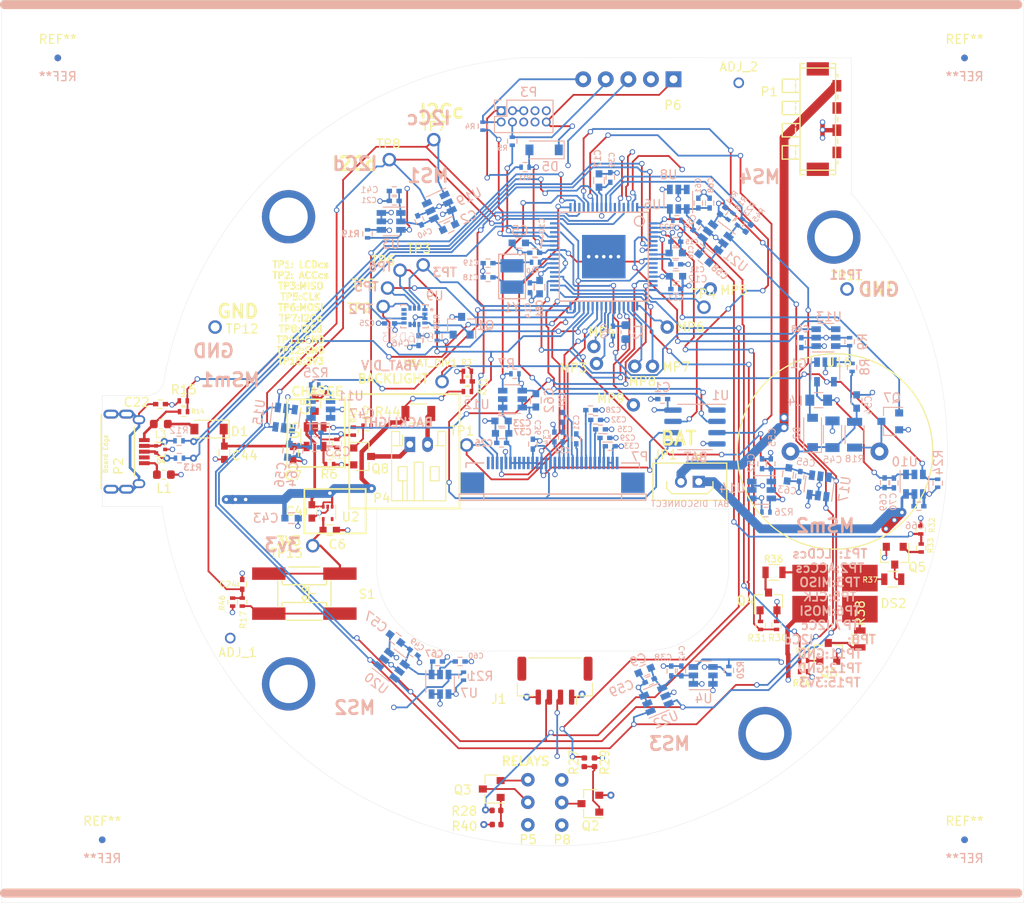
<source format=kicad_pcb>
(kicad_pcb (version 20171130) (host pcbnew "(5.1.2)-2")
  (layers (0 F.Cu signal) (1 GND.Cu power hide) (2 PWR.Cu power hide) (31 B.Cu signal hide) (34 B.Paste user hide) (35 F.Paste user hide) (36 B.SilkS user hide) (37 F.SilkS user) (38 B.Mask user hide) (39 F.Mask user hide) (44 Edge.Cuts user))
  (net 0 "")
  (net 1 +3V3)
  (net 2 GND)
  (net 3 /xmc4200/VAREF)
  (net 4 "Net-(Q1-Pad1)")
  (net 5 +BATT)
  (net 6 "Net-(C22-Pad1)")
  (net 7 "Net-(D5-Pad1)")
  (net 8 "Net-(G1-Pad3)")
  (net 9 "Net-(D4-Pad2)")
  (net 10 /Power/VBatDiv)
  (net 11 /Power/ChargeStat)
  (net 12 "Net-(Q4-Pad1)")
  (net 13 "Net-(C18-Pad1)")
  (net 14 "Net-(C19-Pad1)")
  (net 15 "Net-(C27-Pad1)")
  (net 16 "Net-(C27-Pad2)")
  (net 17 "Net-(C28-Pad2)")
  (net 18 "Net-(C29-Pad2)")
  (net 19 "Net-(C30-Pad2)")
  (net 20 "Net-(C31-Pad1)")
  (net 21 "Net-(C31-Pad2)")
  (net 22 "Net-(C32-Pad2)")
  (net 23 "Net-(C33-Pad2)")
  (net 24 "Net-(C34-Pad2)")
  (net 25 "Net-(C35-Pad2)")
  (net 26 "Net-(D2-Pad2)")
  (net 27 "Net-(D4-Pad1)")
  (net 28 "Net-(DS2-Pad1)")
  (net 29 "Net-(DS2-Pad3)")
  (net 30 "Net-(DS2-Pad4)")
  (net 31 "Net-(L3-Pad2)")
  (net 32 "Net-(P3-Pad2)")
  (net 33 "Net-(P3-Pad4)")
  (net 34 "Net-(Q4-Pad3)")
  (net 35 "Net-(Q5-Pad1)")
  (net 36 "Net-(Q5-Pad3)")
  (net 37 "Net-(Q6-Pad1)")
  (net 38 "Net-(Q6-Pad3)")
  (net 39 "Net-(Q8-Pad1)")
  (net 40 "Net-(R10-Pad2)")
  (net 41 /LCD/LCD_A0)
  (net 42 /LCD/~LCD_CS)
  (net 43 +V_chrg)
  (net 44 "Net-(D1-Pad2)")
  (net 45 "Net-(P4-Pad1)")
  (net 46 "Net-(P4-Pad2)")
  (net 47 /IMU_Wake/HIB_IO)
  (net 48 /IMU_Wake/SPI_CLK)
  (net 49 /IMU_Wake/SPI_MISO)
  (net 50 /IMU_Wake/SPI_MOSI)
  (net 51 "Net-(R17-Pad2)")
  (net 52 /LEDs/LED_RED)
  (net 53 /LEDs/LED_GRN)
  (net 54 /LEDs/LED_BLU)
  (net 55 /Piezo/PZ_EN)
  (net 56 /Piezo/PZ)
  (net 57 "Net-(C10-Pad1)")
  (net 58 "Net-(R1-Pad1)")
  (net 59 "/Sensors and Interfaces/PowerMagSense1")
  (net 60 "/Sensors and Interfaces/PowerMagSense2")
  (net 61 "/Sensors and Interfaces/PowerMagSense4")
  (net 62 "/Sensors and Interfaces/PowerMagSense3")
  (net 63 "/Sensors and Interfaces/RESET")
  (net 64 "/Sensors and Interfaces/USB-")
  (net 65 "/Sensors and Interfaces/USB+")
  (net 66 "/Sensors and Interfaces/VBUS_DETECT")
  (net 67 "/Sensors and Interfaces/I2C_0_DTA")
  (net 68 "/Sensors and Interfaces/I2cPuD")
  (net 69 "/Sensors and Interfaces/I2C_0_CLK")
  (net 70 "/Sensors and Interfaces/I2cPuC")
  (net 71 "/Sensors and Interfaces/TMS")
  (net 72 "/Sensors and Interfaces/TCK")
  (net 73 "Net-(JP1-Pad2)")
  (net 74 /LCD/LCD_EN)
  (net 75 /LCD/~LCD_RESET)
  (net 76 /Piezo/V_Piezo)
  (net 77 "Net-(L1-Pad1)")
  (net 78 /xmc4200/~eeCs)
  (net 79 /xmc4200/~eeWp)
  (net 80 /xmc4200/~eeHold)
  (net 81 "/Sensors and Interfaces/S_PWR1_EN")
  (net 82 "/Sensors and Interfaces/S_PWR2_EN")
  (net 83 "/Sensors and Interfaces/S_PWR3_EN")
  (net 84 "/Sensors and Interfaces/S_PWR4_EN")
  (net 85 "Net-(C69-Pad1)")
  (net 86 "Net-(Q1-Pad2)")
  (net 87 "Net-(C23-Pad1)")
  (net 88 /IMU_Wake/~IMU_CS)
  (net 89 /IMU_Wake/IMU_INTTERRUPT2)
  (net 90 "Net-(MP3-Pad1)")
  (net 91 "Net-(MP4-Pad1)")
  (net 92 "Net-(MP5-Pad1)")
  (net 93 "Net-(MP6-Pad1)")
  (net 94 "Net-(MP7-Pad1)")
  (net 95 "Net-(MP8-Pad1)")
  (net 96 "Net-(MP9-Pad1)")
  (net 97 /Piezo/vPU~D)
  (net 98 /Piezo/~vPCS)
  (net 99 "Net-(Q7-Pad3)")
  (net 100 "/Sensors and Interfaces/PowerMagSenseM1")
  (net 101 "/Sensors and Interfaces/PowerMagSenseM2")
  (net 102 "/Sensors and Interfaces/S_PWR_M1_EN")
  (net 103 "/Sensors and Interfaces/S_PWR_M2_EN")
  (net 104 "Net-(P5-Pad2)")
  (net 105 "Net-(P8-Pad2)")
  (net 106 "Net-(Q2-Pad1)")
  (net 107 "Net-(Q3-Pad1)")
  (net 108 "/Sensors and Interfaces/Relay1")
  (net 109 "/Sensors and Interfaces/Relay2")
  (net 110 /LCD/LCD_BACKLIGHT)
  (net 111 "Net-(TP4-Pad1)")
  (module Fiducial:Fiducial_0.75mm_Mask2.25mm (layer B.Cu) (at 173.323088 170.705684)
    (fp_text reference REF** (at 0 2.0955) (layer B.SilkS) (effects (justify mirror)))
    (fp_text value Fiducial_0.75mm_Mask2.25mm)
    (pad "" smd circle (at 0 0) (size 0.75 0.75) (layers B.Cu B.Mask) (clearance 0.75))
  )
  (module Fiducial:Fiducial_0.75mm_Mask2.25mm (layer F.Cu) (at 173.323088 170.705684)
    (fp_text reference REF** (at 0 -2.0955) (layer F.SilkS))
    (fp_text value Fiducial_0.75mm_Mask2.25mm)
    (pad "" smd circle (at 0 0) (size 0.75 0.75) (layers F.Cu F.Mask) (clearance 0.75))
  )
  (module Fiducial:Fiducial_0.75mm_Mask2.25mm (layer B.Cu) (at 76.323088 170.705684)
    (fp_text reference REF** (at 0 2.0955) (layer B.SilkS) (effects (justify mirror)))
    (fp_text value Fiducial_0.75mm_Mask2.25mm)
    (pad "" smd circle (at 0 0) (size 0.75 0.75) (layers B.Cu B.Mask) (clearance 0.75))
  )
  (module Fiducial:Fiducial_0.75mm_Mask2.25mm (layer F.Cu) (at 76.323088 170.705684)
    (fp_text reference REF** (at 0 -2.0955) (layer F.SilkS))
    (fp_text value Fiducial_0.75mm_Mask2.25mm)
    (pad "" smd circle (at 0 0) (size 0.75 0.75) (layers F.Cu F.Mask) (clearance 0.75))
  )
  (module Fiducial:Fiducial_0.75mm_Mask2.25mm (layer B.Cu) (at 173.323088 82.705684)
    (fp_text reference REF** (at 0 2.0955) (layer B.SilkS) (effects (justify mirror)))
    (fp_text value Fiducial_0.75mm_Mask2.25mm)
    (pad "" smd circle (at 0 0) (size 0.75 0.75) (layers B.Cu B.Mask) (clearance 0.75))
  )
  (module Fiducial:Fiducial_0.75mm_Mask2.25mm (layer B.Cu) (at 71.323088 82.705684)
    (fp_text reference REF** (at 0 2.0955) (layer B.SilkS) (effects (justify mirror)))
    (fp_text value Fiducial_0.75mm_Mask2.25mm)
    (pad "" smd circle (at 0 0) (size 0.75 0.75) (layers B.Cu B.Mask) (clearance 0.75))
  )
  (module Fiducial:Fiducial_0.75mm_Mask2.25mm (layer F.Cu) (at 71.323088 82.705684)
    (fp_text reference REF** (at 0 -2.0955) (layer F.SilkS))
    (fp_text value Fiducial_0.75mm_Mask2.25mm)
    (pad "" smd circle (at 0 0) (size 0.75 0.75) (layers F.Cu F.Mask) (clearance 0.75))
  )
  (module Fiducial:Fiducial_0.75mm_Mask2.25mm (layer F.Cu) (at 173.323088 82.705684)
    (fp_text reference REF** (at 0 -2.0955) (layer F.SilkS))
    (fp_text value Fiducial_0.75mm_Mask2.25mm)
    (pad "" smd circle (at 0 0) (size 0.75 0.75) (layers F.Cu F.Mask) (clearance 0.75))
  )
  (module Resistors_SMD:R_0402 (layer B.Cu) (at 170.304715 130.573863 270)
    (fp_text reference R24 (at -2.336979 -0.049173 90) (layer B.SilkS) (effects (justify mirror)))
    (fp_text value "390K (1%)")
    (pad 2 smd rect (at 0.45 0 270) (size 0.4 0.6) (layers B.Cu B.Paste B.Mask) (net 2 GND))
    (pad 1 smd rect (at -0.45 0 270) (size 0.4 0.6) (layers B.Cu B.Paste B.Mask) (net 55 /Piezo/PZ_EN))
  )
  (module SamLib:Piezo_22mm_7mm_4KHz (layer F.Cu) (at 158.75 127)
    (fp_text reference U16 (at 0.433088 -10.044316) (layer F.SilkS))
    (fp_text value PiezoTransducer)
    (pad 1 thru_hole circle (at -5 0) (size 2 2) (drill 1) (layers *.Cu *.Mask) (net 76 /Piezo/V_Piezo))
    (pad 2 thru_hole circle (at 5 0) (size 2 2) (drill 1) (layers *.Cu *.Mask) (net 99 "Net-(Q7-Pad3)"))
  )
  (module Connectors_Harwin:Harwin_LTek-Male_02x2.00mm_Straight (layer F.Cu) (at 143.423088 130.405684 180)
    (fp_text reference JP1 (at 3.7524 3.0324) (layer F.SilkS))
    (fp_text value "M22-2510246 {SPN02SYBN-RC}")
    (pad 1 thru_hole rect (at 0 0 180) (size 1.35 1.35) (drill 0.8) (layers *.Cu *.Mask) (net 5 +BATT))
    (pad 2 thru_hole circle (at 2 0 180) (size 1.35 1.35) (drill 0.8) (layers *.Cu *.Mask) (net 73 "Net-(JP1-Pad2)"))
  )
  (module TO_SOT_Packages_SMD:SOT-23-6 (layer B.Cu) (at 108.895 151.056 322.5)
    (fp_text reference U20 (at -0.157984 2.704795 322.5) (layer B.SilkS) (effects (justify mirror)))
    (fp_text value TLV493D)
    (pad 1 smd rect (at -1.1 0.95 322.5) (size 1.06 0.65) (layers B.Cu B.Paste B.Mask) (net 69 "/Sensors and Interfaces/I2C_0_CLK"))
    (pad 2 smd rect (at -1.100001 0 322.5) (size 1.06 0.65) (layers B.Cu B.Paste B.Mask) (net 2 GND))
    (pad 3 smd rect (at -1.1 -0.95 322.5) (size 1.06 0.65) (layers B.Cu B.Paste B.Mask) (net 2 GND))
    (pad 4 smd rect (at 1.1 -0.95 322.5) (size 1.06 0.65) (layers B.Cu B.Paste B.Mask) (net 60 "/Sensors and Interfaces/PowerMagSense2"))
    (pad 6 smd rect (at 1.1 0.95 322.5) (size 1.06 0.65) (layers B.Cu B.Paste B.Mask) (net 67 "/Sensors and Interfaces/I2C_0_DTA"))
    (pad 5 smd rect (at 1.100001 0 322.5) (size 1.06 0.65) (layers B.Cu B.Paste B.Mask) (net 2 GND))
  )
  (module SamLib:XMC4200-64LQFP (layer B.Cu) (at 132.741258 105.076286 270)
    (fp_text reference U6 (at -5.870602 -5.48183) (layer B.SilkS) (effects (justify mirror)))
    (fp_text value XMC4200-F64)
    (pad 1 smd rect (at -3.75 -5.55 270) (size 0.25 1) (layers B.Cu B.Paste B.Mask) (net 54 /LEDs/LED_BLU))
    (pad 2 smd rect (at -3.25 -5.55 270) (size 0.25 1) (layers B.Cu B.Paste B.Mask) (net 53 /LEDs/LED_GRN))
    (pad 3 smd rect (at -2.75 -5.55 270) (size 0.25 1) (layers B.Cu B.Paste B.Mask) (net 52 /LEDs/LED_RED))
    (pad 4 smd rect (at -2.25 -5.55 270) (size 0.25 1) (layers B.Cu B.Paste B.Mask) (net 56 /Piezo/PZ))
    (pad 5 smd rect (at -1.75 -5.55 270) (size 0.25 1) (layers B.Cu B.Paste B.Mask) (net 97 /Piezo/vPU~D))
    (pad 6 smd rect (at -1.25 -5.55 270) (size 0.25 1) (layers B.Cu B.Paste B.Mask) (net 64 "/Sensors and Interfaces/USB-"))
    (pad 7 smd rect (at -0.75 -5.55 270) (size 0.25 1) (layers B.Cu B.Paste B.Mask) (net 65 "/Sensors and Interfaces/USB+"))
    (pad 8 smd rect (at -0.25 -5.55 270) (size 0.25 1) (layers B.Cu B.Paste B.Mask) (net 1 +3V3))
    (pad 9 smd rect (at 0.25 -5.55 270) (size 0.25 1) (layers B.Cu B.Paste B.Mask) (net 57 "Net-(C10-Pad1)"))
    (pad 10 smd rect (at 0.75 -5.55 270) (size 0.25 1) (layers B.Cu B.Paste B.Mask) (net 47 /IMU_Wake/HIB_IO))
    (pad 11 smd rect (at 1.25 -5.55 270) (size 0.25 1) (layers B.Cu B.Paste B.Mask))
    (pad 12 smd rect (at 1.75 -5.55 270) (size 0.25 1) (layers B.Cu B.Paste B.Mask))
    (pad 13 smd rect (at 2.25 -5.55 270) (size 0.25 1) (layers B.Cu B.Paste B.Mask) (net 1 +3V3))
    (pad 14 smd rect (at 2.75 -5.55 270) (size 0.25 1) (layers B.Cu B.Paste B.Mask) (net 10 /Power/VBatDiv))
    (pad 15 smd rect (at 3.25 -5.55 270) (size 0.25 1) (layers B.Cu B.Paste B.Mask) (net 11 /Power/ChargeStat))
    (pad 16 smd rect (at 3.75 -5.55 270) (size 0.25 1) (layers B.Cu B.Paste B.Mask) (net 92 "Net-(MP5-Pad1)"))
    (pad 33 smd rect (at 3.75 5.55 270) (size 0.25 1) (layers B.Cu B.Paste B.Mask) (net 109 "/Sensors and Interfaces/Relay2"))
    (pad 34 smd rect (at 3.25 5.55 270) (size 0.25 1) (layers B.Cu B.Paste B.Mask) (net 108 "/Sensors and Interfaces/Relay1"))
    (pad 35 smd rect (at 2.75 5.55 270) (size 0.25 1) (layers B.Cu B.Paste B.Mask) (net 55 /Piezo/PZ_EN))
    (pad 36 smd rect (at 2.25 5.55 270) (size 0.25 1) (layers B.Cu B.Paste B.Mask) (net 111 "Net-(TP4-Pad1)"))
    (pad 37 smd rect (at 1.75 5.55 270) (size 0.25 1) (layers B.Cu B.Paste B.Mask) (net 2 GND))
    (pad 38 smd rect (at 1.25 5.55 270) (size 0.25 1) (layers B.Cu B.Paste B.Mask) (net 1 +3V3))
    (pad 39 smd rect (at 0.75 5.55 270) (size 0.25 1) (layers B.Cu B.Paste B.Mask) (net 13 "Net-(C18-Pad1)"))
    (pad 40 smd rect (at 0.25 5.55 270) (size 0.25 1) (layers B.Cu B.Paste B.Mask) (net 40 "Net-(R10-Pad2)"))
    (pad 41 smd rect (at -0.25 5.55 270) (size 0.25 1) (layers B.Cu B.Paste B.Mask) (net 2 GND))
    (pad 42 smd rect (at -0.75 5.55 270) (size 0.25 1) (layers B.Cu B.Paste B.Mask) (net 57 "Net-(C10-Pad1)"))
    (pad 43 smd rect (at -1.25 5.55 270) (size 0.25 1) (layers B.Cu B.Paste B.Mask) (net 63 "/Sensors and Interfaces/RESET"))
    (pad 44 smd rect (at -1.75 5.55 270) (size 0.25 1) (layers B.Cu B.Paste B.Mask) (net 71 "/Sensors and Interfaces/TMS"))
    (pad 45 smd rect (at -2.25 5.55 270) (size 0.25 1) (layers B.Cu B.Paste B.Mask) (net 72 "/Sensors and Interfaces/TCK"))
    (pad 46 smd rect (at -2.75 5.55 270) (size 0.25 1) (layers B.Cu B.Paste B.Mask) (net 98 /Piezo/~vPCS))
    (pad 47 smd rect (at -3.25 5.55 270) (size 0.25 1) (layers B.Cu B.Paste B.Mask) (net 89 /IMU_Wake/IMU_INTTERRUPT2))
    (pad 48 smd rect (at -3.75 5.55 270) (size 0.25 1) (layers B.Cu B.Paste B.Mask) (net 47 /IMU_Wake/HIB_IO))
    (pad 17 smd rect (at 5.55 -3.75 270) (size 1 0.25) (layers B.Cu B.Paste B.Mask) (net 93 "Net-(MP6-Pad1)"))
    (pad 18 smd rect (at 5.55 -3.25 270) (size 1 0.25) (layers B.Cu B.Paste B.Mask) (net 94 "Net-(MP7-Pad1)"))
    (pad 19 smd rect (at 5.55 -2.75 270) (size 1 0.25) (layers B.Cu B.Paste B.Mask) (net 95 "Net-(MP8-Pad1)"))
    (pad 20 smd rect (at 5.55 -2.25 270) (size 1 0.25) (layers B.Cu B.Paste B.Mask) (net 96 "Net-(MP9-Pad1)"))
    (pad 21 smd rect (at 5.55 -1.75 270) (size 1 0.25) (layers B.Cu B.Paste B.Mask) (net 2 GND))
    (pad 22 smd rect (at 5.55 -1.25 270) (size 1 0.25) (layers B.Cu B.Paste B.Mask) (net 3 /xmc4200/VAREF))
    (pad 23 smd rect (at 5.55 -0.75 270) (size 1 0.25) (layers B.Cu B.Paste B.Mask) (net 90 "Net-(MP3-Pad1)"))
    (pad 24 smd rect (at 5.55 -0.25 270) (size 1 0.25) (layers B.Cu B.Paste B.Mask) (net 91 "Net-(MP4-Pad1)"))
    (pad 25 smd rect (at 5.55 0.25 270) (size 1 0.25) (layers B.Cu B.Paste B.Mask) (net 41 /LCD/LCD_A0))
    (pad 26 smd rect (at 5.55 0.75 270) (size 1 0.25) (layers B.Cu B.Paste B.Mask) (net 42 /LCD/~LCD_CS))
    (pad 27 smd rect (at 5.55 1.25 270) (size 1 0.25) (layers B.Cu B.Paste B.Mask) (net 88 /IMU_Wake/~IMU_CS))
    (pad 28 smd rect (at 5.55 1.75 270) (size 1 0.25) (layers B.Cu B.Paste B.Mask) (net 103 "/Sensors and Interfaces/S_PWR_M2_EN"))
    (pad 29 smd rect (at 5.55 2.25 270) (size 1 0.25) (layers B.Cu B.Paste B.Mask) (net 50 /IMU_Wake/SPI_MOSI))
    (pad 30 smd rect (at 5.55 2.75 270) (size 1 0.25) (layers B.Cu B.Paste B.Mask) (net 48 /IMU_Wake/SPI_CLK))
    (pad 31 smd rect (at 5.55 3.25 270) (size 1 0.25) (layers B.Cu B.Paste B.Mask) (net 102 "/Sensors and Interfaces/S_PWR_M1_EN"))
    (pad 32 smd rect (at 5.55 3.75 270) (size 1 0.25) (layers B.Cu B.Paste B.Mask) (net 49 /IMU_Wake/SPI_MISO))
    (pad 49 smd rect (at -5.55 3.75 270) (size 1 0.25) (layers B.Cu B.Paste B.Mask) (net 78 /xmc4200/~eeCs))
    (pad 50 smd rect (at -5.55 3.25 270) (size 1 0.25) (layers B.Cu B.Paste B.Mask) (net 110 /LCD/LCD_BACKLIGHT))
    (pad 51 smd rect (at -5.55 2.75 270) (size 1 0.25) (layers B.Cu B.Paste B.Mask) (net 75 /LCD/~LCD_RESET))
    (pad 52 smd rect (at -5.55 2.25 270) (size 1 0.25) (layers B.Cu B.Paste B.Mask) (net 74 /LCD/LCD_EN))
    (pad 53 smd rect (at -5.55 1.75 270) (size 1 0.25) (layers B.Cu B.Paste B.Mask) (net 80 /xmc4200/~eeHold))
    (pad 54 smd rect (at -5.55 1.25 270) (size 1 0.25) (layers B.Cu B.Paste B.Mask) (net 79 /xmc4200/~eeWp))
    (pad 55 smd rect (at -5.55 0.75 270) (size 1 0.25) (layers B.Cu B.Paste B.Mask) (net 66 "/Sensors and Interfaces/VBUS_DETECT"))
    (pad 56 smd rect (at -5.55 0.25 270) (size 1 0.25) (layers B.Cu B.Paste B.Mask) (net 1 +3V3))
    (pad 57 smd rect (at -5.55 -0.25 270) (size 1 0.25) (layers B.Cu B.Paste B.Mask) (net 70 "/Sensors and Interfaces/I2cPuC"))
    (pad 58 smd rect (at -5.55 -0.75 270) (size 1 0.25) (layers B.Cu B.Paste B.Mask) (net 68 "/Sensors and Interfaces/I2cPuD"))
    (pad 59 smd rect (at -5.55 -1.25 270) (size 1 0.25) (layers B.Cu B.Paste B.Mask) (net 69 "/Sensors and Interfaces/I2C_0_CLK"))
    (pad 60 smd rect (at -5.55 -1.75 270) (size 1 0.25) (layers B.Cu B.Paste B.Mask) (net 81 "/Sensors and Interfaces/S_PWR1_EN"))
    (pad 61 smd rect (at -5.55 -2.25 270) (size 1 0.25) (layers B.Cu B.Paste B.Mask) (net 67 "/Sensors and Interfaces/I2C_0_DTA"))
    (pad 62 smd rect (at -5.55 -2.75 270) (size 1 0.25) (layers B.Cu B.Paste B.Mask) (net 82 "/Sensors and Interfaces/S_PWR2_EN"))
    (pad 63 smd rect (at -5.55 -3.25 270) (size 1 0.25) (layers B.Cu B.Paste B.Mask) (net 83 "/Sensors and Interfaces/S_PWR3_EN"))
    (pad 64 smd rect (at -5.55 -3.75 270) (size 1 0.25) (layers B.Cu B.Paste B.Mask) (net 84 "/Sensors and Interfaces/S_PWR4_EN"))
    (pad 65 smd rect (at 0 0 270) (size 4.9 4.9) (layers B.Cu B.Paste B.Mask) (net 2 GND))
  )
  (module Capacitors_SMD:C_0402 (layer B.Cu) (at 128.123088 125.380684 270)
    (fp_text reference C30 (at 1.515 0.02) (layer B.SilkS) (effects (font (size 0.6 0.6) (thickness 0.1)) (justify mirror)))
    (fp_text value 1uF)
    (pad 1 smd rect (at -0.55 0 270) (size 0.6 0.5) (layers B.Cu B.Paste B.Mask) (net 15 "Net-(C27-Pad1)"))
    (pad 2 smd rect (at 0.55 0 270) (size 0.6 0.5) (layers B.Cu B.Paste B.Mask) (net 19 "Net-(C30-Pad2)"))
  )
  (module SamLib:CLVBA (layer F.Cu) (at 158.75 143.002)
    (fp_text reference DS2 (at 6.573088 1.103684) (layer F.SilkS))
    (fp_text value CLVBA_RGB_LED)
    (pad 1 smd rect (at -2.8 -1.75) (size 4 3) (layers F.Cu F.Paste F.Mask) (net 28 "Net-(DS2-Pad1)"))
    (pad 2 smd rect (at -2.8 1.75) (size 4 3) (layers F.Cu F.Paste F.Mask) (net 5 +BATT))
    (pad 3 smd rect (at 2.8 1.75) (size 4 3) (layers F.Cu F.Paste F.Mask) (net 29 "Net-(DS2-Pad3)"))
    (pad 4 smd rect (at 2.8 -1.75) (size 4 3) (layers F.Cu F.Paste F.Mask) (net 30 "Net-(DS2-Pad4)"))
  )
  (module TO_SOT_Packages_SMD:SOT-23 (layer F.Cu) (at 151.273088 143.880684 90)
    (fp_text reference Q4 (at 0.0736 -2.6108) (layer F.SilkS))
    (fp_text value MMBT2222)
    (pad 1 smd rect (at -1 -0.95 90) (size 0.9 0.8) (layers F.Cu F.Paste F.Mask) (net 12 "Net-(Q4-Pad1)"))
    (pad 2 smd rect (at -1 0.95 90) (size 0.9 0.8) (layers F.Cu F.Paste F.Mask) (net 2 GND))
    (pad 3 smd rect (at 1 0 90) (size 0.9 0.8) (layers F.Cu F.Paste F.Mask) (net 34 "Net-(Q4-Pad3)"))
  )
  (module Resistors_SMD:R_0805 (layer F.Cu) (at 161.540088 148.099684 270)
    (fp_text reference R38 (at -2.9 -0.05 90) (layer F.SilkS))
    (fp_text value 124)
    (pad 1 smd rect (at -0.95 0 270) (size 0.7 1.3) (layers F.Cu F.Paste F.Mask) (net 29 "Net-(DS2-Pad3)"))
    (pad 2 smd rect (at 0.95 0 270) (size 0.7 1.3) (layers F.Cu F.Paste F.Mask) (net 38 "Net-(Q6-Pad3)"))
  )
  (module Capacitors_SMD:C_0402 (layer B.Cu) (at 124.430688 108.577284 270)
    (fp_text reference C14 (at 2.5654 0.2286 270) (layer B.SilkS) (effects (font (size 0.6 0.6) (thickness 0.1)) (justify mirror)))
    (fp_text value 0.1uF)
    (pad 1 smd rect (at -0.55 0 270) (size 0.6 0.5) (layers B.Cu B.Paste B.Mask) (net 1 +3V3))
    (pad 2 smd rect (at 0.55 0 270) (size 0.6 0.5) (layers B.Cu B.Paste B.Mask) (net 2 GND))
  )
  (module Pin_Headers:Pin_Header_Straight_2x05_Pitch1.27mm (layer B.Cu) (at 121.198088 88.652284 270)
    (fp_text reference P3 (at -2.0866 -3.105) (layer B.SilkS) (effects (justify mirror)))
    (fp_text value PGM_DBG)
    (pad 1 thru_hole rect (at 0 0 270) (size 1 1) (drill 0.65) (layers *.Cu *.Mask) (net 1 +3V3))
    (pad 2 thru_hole oval (at 1.27 0 270) (size 1 1) (drill 0.65) (layers *.Cu *.Mask) (net 32 "Net-(P3-Pad2)"))
    (pad 3 thru_hole oval (at 0 -1.27 270) (size 1 1) (drill 0.65) (layers *.Cu *.Mask) (net 2 GND))
    (pad 4 thru_hole oval (at 1.27 -1.27 270) (size 1 1) (drill 0.65) (layers *.Cu *.Mask) (net 33 "Net-(P3-Pad4)"))
    (pad 5 thru_hole oval (at 0 -2.54 270) (size 1 1) (drill 0.65) (layers *.Cu *.Mask) (net 2 GND))
    (pad 6 thru_hole oval (at 1.27 -2.54 270) (size 1 1) (drill 0.65) (layers *.Cu *.Mask))
    (pad 7 thru_hole oval (at 0 -3.81 270) (size 1 1) (drill 0.65) (layers *.Cu *.Mask))
    (pad 8 thru_hole oval (at 1.27 -3.81 270) (size 1 1) (drill 0.65) (layers *.Cu *.Mask))
    (pad 9 thru_hole oval (at 0 -5.08 270) (size 1 1) (drill 0.65) (layers *.Cu *.Mask))
    (pad 10 thru_hole oval (at 1.27 -5.08 270) (size 1 1) (drill 0.65) (layers *.Cu *.Mask) (net 7 "Net-(D5-Pad1)"))
  )
  (module Capacitors_SMD:C_0805 (layer B.Cu) (at 156.917288 121.226484 180)
    (fp_text reference L4 (at 2.6162 -0.1016 180) (layer B.SilkS) (effects (justify mirror)))
    (fp_text value 10uH)
    (pad 1 smd rect (at -1 0 180) (size 1 1.25) (layers B.Cu B.Paste B.Mask) (net 85 "Net-(C69-Pad1)"))
    (pad 2 smd rect (at 1 0 180) (size 1 1.25) (layers B.Cu B.Paste B.Mask) (net 26 "Net-(D2-Pad2)"))
  )
  (module Resistors_SMD:R_0402 (layer F.Cu) (at 155.223088 151.780684)
    (fp_text reference R34 (at -0.22 1.295) (layer F.SilkS) (effects (font (size 0.7 0.7))))
    (fp_text value 100K)
    (pad 1 smd rect (at -0.45 0) (size 0.4 0.6) (layers F.Cu F.Paste F.Mask) (net 54 /LEDs/LED_BLU))
    (pad 2 smd rect (at 0.45 0) (size 0.4 0.6) (layers F.Cu F.Paste F.Mask) (net 2 GND))
  )
  (module Capacitors_SMD:C_0402 (layer B.Cu) (at 139.373088 121.105684 180)
    (fp_text reference C1 (at 0.058 1.327 180) (layer B.SilkS) (effects (justify mirror)))
    (fp_text value 0.1uF)
    (pad 1 smd rect (at -0.55 0 180) (size 0.6 0.5) (layers B.Cu B.Paste B.Mask) (net 1 +3V3))
    (pad 2 smd rect (at 0.55 0 180) (size 0.6 0.5) (layers B.Cu B.Paste B.Mask) (net 2 GND))
  )
  (module Capacitors_SMD:C_0402 (layer B.Cu) (at 140.839088 105.935684)
    (fp_text reference C11 (at 2.3876 0.5842) (layer B.SilkS) (effects (font (size 0.6 0.6) (thickness 0.1)) (justify mirror)))
    (fp_text value 0.1uF)
    (pad 1 smd rect (at -0.55 0) (size 0.6 0.5) (layers B.Cu B.Paste B.Mask) (net 57 "Net-(C10-Pad1)"))
    (pad 2 smd rect (at 0.55 0) (size 0.6 0.5) (layers B.Cu B.Paste B.Mask) (net 2 GND))
  )
  (module Capacitors_SMD:C_0402 (layer B.Cu) (at 140.839088 108.729684)
    (fp_text reference C13 (at 0.002911 0.997919) (layer B.SilkS) (effects (font (size 0.6 0.6) (thickness 0.1)) (justify mirror)))
    (fp_text value 0.1uF)
    (pad 1 smd rect (at -0.55 0) (size 0.6 0.5) (layers B.Cu B.Paste B.Mask) (net 1 +3V3))
    (pad 2 smd rect (at 0.55 0) (size 0.6 0.5) (layers B.Cu B.Paste B.Mask) (net 2 GND))
  )
  (module Capacitors_SMD:C_0402 (layer B.Cu) (at 140.839088 103.395684)
    (fp_text reference C15 (at 1.8034 0) (layer B.SilkS) (effects (font (size 0.5 0.5) (thickness 0.1)) (justify mirror)))
    (fp_text value 0.1uF)
    (pad 1 smd rect (at -0.55 0) (size 0.6 0.5) (layers B.Cu B.Paste B.Mask) (net 1 +3V3))
    (pad 2 smd rect (at 0.55 0) (size 0.6 0.5) (layers B.Cu B.Paste B.Mask) (net 2 GND))
  )
  (module Capacitors_SMD:C_0402 (layer B.Cu) (at 119.723088 107.405684 180)
    (fp_text reference C18 (at 1.961809 -0.011359) (layer B.SilkS) (effects (font (size 0.6 0.6) (thickness 0.1)) (justify mirror)))
    (fp_text value 15pF)
    (pad 1 smd rect (at -0.55 0 180) (size 0.6 0.5) (layers B.Cu B.Paste B.Mask) (net 13 "Net-(C18-Pad1)"))
    (pad 2 smd rect (at 0.55 0 180) (size 0.6 0.5) (layers B.Cu B.Paste B.Mask) (net 2 GND))
  )
  (module Capacitors_SMD:C_0402 (layer B.Cu) (at 119.723088 105.805684 180)
    (fp_text reference C19 (at 1.931329 0.039441 180) (layer B.SilkS) (effects (font (size 0.6 0.6) (thickness 0.1)) (justify mirror)))
    (fp_text value 15pF)
    (pad 1 smd rect (at -0.55 0 180) (size 0.6 0.5) (layers B.Cu B.Paste B.Mask) (net 14 "Net-(C19-Pad1)"))
    (pad 2 smd rect (at 0.55 0 180) (size 0.6 0.5) (layers B.Cu B.Paste B.Mask) (net 2 GND))
  )
  (module Capacitors_SMD:C_0402 (layer B.Cu) (at 133.768088 113.447284 270)
    (fp_text reference C20 (at 0 1.016 270) (layer B.SilkS) (effects (font (size 0.6 0.6) (thickness 0.1)) (justify mirror)))
    (fp_text value 0.1uF)
    (pad 1 smd rect (at -0.55 0 270) (size 0.6 0.5) (layers B.Cu B.Paste B.Mask) (net 3 /xmc4200/VAREF))
    (pad 2 smd rect (at 0.55 0 270) (size 0.6 0.5) (layers B.Cu B.Paste B.Mask) (net 2 GND))
  )
  (module Capacitors_SMD:C_0402 (layer B.Cu) (at 109.169088 98.797684 180)
    (fp_text reference C21 (at 2.84 0.08) (layer B.SilkS) (effects (font (size 0.6 0.6) (thickness 0.1)) (justify mirror)))
    (fp_text value 0.1uF)
    (pad 1 smd rect (at -0.55 0 180) (size 0.6 0.5) (layers B.Cu B.Paste B.Mask) (net 59 "/Sensors and Interfaces/PowerMagSense1"))
    (pad 2 smd rect (at 0.55 0 180) (size 0.6 0.5) (layers B.Cu B.Paste B.Mask) (net 2 GND))
  )
  (module Capacitors_SMD:C_0402 (layer F.Cu) (at 82.880008 121.673524)
    (fp_text reference C22 (at -2.6836 -0.21336) (layer F.SilkS))
    (fp_text value 0.1uF)
    (pad 1 smd rect (at -0.55 0) (size 0.6 0.5) (layers F.Cu F.Paste F.Mask) (net 6 "Net-(C22-Pad1)"))
    (pad 2 smd rect (at 0.55 0) (size 0.6 0.5) (layers F.Cu F.Paste F.Mask) (net 2 GND))
  )
  (module Capacitors_SMD:C_0402 (layer B.Cu) (at 108.653088 112.585684)
    (fp_text reference C25 (at -2.54 -0.03) (layer B.SilkS) (effects (font (size 0.6 0.6) (thickness 0.1)) (justify mirror)))
    (fp_text value 0.1uF)
    (pad 1 smd rect (at -0.55 0) (size 0.6 0.5) (layers B.Cu B.Paste B.Mask) (net 2 GND))
    (pad 2 smd rect (at 0.55 0) (size 0.6 0.5) (layers B.Cu B.Paste B.Mask) (net 1 +3V3))
  )
  (module Capacitors_SMD:C_0402 (layer B.Cu) (at 128.123088 123.155684 90)
    (fp_text reference C27 (at 1.9812 -0.0762 90) (layer B.SilkS) (effects (font (size 0.6 0.6) (thickness 0.1)) (justify mirror)))
    (fp_text value 1uF)
    (pad 1 smd rect (at -0.55 0 90) (size 0.6 0.5) (layers B.Cu B.Paste B.Mask) (net 15 "Net-(C27-Pad1)"))
    (pad 2 smd rect (at 0.55 0 90) (size 0.6 0.5) (layers B.Cu B.Paste B.Mask) (net 16 "Net-(C27-Pad2)"))
  )
  (module Capacitors_SMD:C_0402 (layer B.Cu) (at 131.268088 122.347284 180)
    (fp_text reference C28 (at -2.555 0.02032 180) (layer B.SilkS) (effects (font (size 0.6 0.6) (thickness 0.1)) (justify mirror)))
    (fp_text value 1uF)
    (pad 1 smd rect (at -0.55 0 180) (size 0.6 0.5) (layers B.Cu B.Paste B.Mask) (net 2 GND))
    (pad 2 smd rect (at 0.55 0 180) (size 0.6 0.5) (layers B.Cu B.Paste B.Mask) (net 17 "Net-(C28-Pad2)"))
  )
  (module Capacitors_SMD:C_0402 (layer B.Cu) (at 132.868088 125.473364 180)
    (fp_text reference C29 (at -2.5654 0 180) (layer B.SilkS) (effects (font (size 0.6 0.6) (thickness 0.1)) (justify mirror)))
    (fp_text value 1uF)
    (pad 1 smd rect (at -0.55 0 180) (size 0.6 0.5) (layers B.Cu B.Paste B.Mask) (net 2 GND))
    (pad 2 smd rect (at 0.55 0 180) (size 0.6 0.5) (layers B.Cu B.Paste B.Mask) (net 18 "Net-(C29-Pad2)"))
  )
  (module Capacitors_SMD:C_0402 (layer B.Cu) (at 129.648088 125.580684 270)
    (fp_text reference C31 (at -1.825 -0.005 90) (layer B.SilkS) (effects (font (size 0.6 0.6) (thickness 0.1)) (justify mirror)))
    (fp_text value 1uF)
    (pad 1 smd rect (at -0.55 0 270) (size 0.6 0.5) (layers B.Cu B.Paste B.Mask) (net 20 "Net-(C31-Pad1)"))
    (pad 2 smd rect (at 0.55 0 270) (size 0.6 0.5) (layers B.Cu B.Paste B.Mask) (net 21 "Net-(C31-Pad2)"))
  )
  (module Capacitors_SMD:C_0402 (layer B.Cu) (at 131.823088 123.447284 180)
    (fp_text reference C32 (at -2.6074 0.0254 180) (layer B.SilkS) (effects (font (size 0.6 0.6) (thickness 0.1)) (justify mirror)))
    (fp_text value 1uF)
    (pad 1 smd rect (at -0.55 0 180) (size 0.6 0.5) (layers B.Cu B.Paste B.Mask) (net 2 GND))
    (pad 2 smd rect (at 0.55 0 180) (size 0.6 0.5) (layers B.Cu B.Paste B.Mask) (net 22 "Net-(C32-Pad2)"))
  )
  (module Capacitors_SMD:C_0402 (layer B.Cu) (at 133.468088 126.413164 180)
    (fp_text reference C33 (at -2.413 0.0254 180) (layer B.SilkS) (effects (font (size 0.6 0.6) (thickness 0.1)) (justify mirror)))
    (fp_text value 1uF)
    (pad 1 smd rect (at -0.55 0 180) (size 0.6 0.5) (layers B.Cu B.Paste B.Mask) (net 2 GND))
    (pad 2 smd rect (at 0.55 0 180) (size 0.6 0.5) (layers B.Cu B.Paste B.Mask) (net 23 "Net-(C33-Pad2)"))
  )
  (module Capacitors_SMD:C_0402 (layer B.Cu) (at 127.183008 125.371764 270)
    (fp_text reference C34 (at -0.00608 0.89992 90) (layer B.SilkS) (effects (font (size 0.6 0.6) (thickness 0.1)) (justify mirror)))
    (fp_text value 1uF)
    (pad 1 smd rect (at -0.55 0 270) (size 0.6 0.5) (layers B.Cu B.Paste B.Mask) (net 2 GND))
    (pad 2 smd rect (at 0.55 0 270) (size 0.6 0.5) (layers B.Cu B.Paste B.Mask) (net 24 "Net-(C34-Pad2)"))
  )
  (module Capacitors_SMD:C_0402 (layer B.Cu) (at 132.368088 124.508164 180)
    (fp_text reference C35 (at -2.7686 0 180) (layer B.SilkS) (effects (font (size 0.6 0.6) (thickness 0.1)) (justify mirror)))
    (fp_text value 1uF)
    (pad 1 smd rect (at -0.55 0 180) (size 0.6 0.5) (layers B.Cu B.Paste B.Mask) (net 2 GND))
    (pad 2 smd rect (at 0.55 0 180) (size 0.6 0.5) (layers B.Cu B.Paste B.Mask) (net 25 "Net-(C35-Pad2)"))
  )
  (module Capacitors_SMD:C_0402 (layer B.Cu) (at 124.763088 126.175684 90)
    (fp_text reference C36 (at 1.88 0.59 90) (layer B.SilkS) (effects (font (size 0.6 0.6) (thickness 0.1)) (justify mirror)))
    (fp_text value 0.1uF)
    (pad 1 smd rect (at -0.55 0 90) (size 0.6 0.5) (layers B.Cu B.Paste B.Mask) (net 87 "Net-(C23-Pad1)"))
    (pad 2 smd rect (at 0.55 0 90) (size 0.6 0.5) (layers B.Cu B.Paste B.Mask) (net 2 GND))
  )
  (module SamLib:SOT-723 (layer F.Cu) (at 82.896608 126.768764 270)
    (fp_text reference D4 (at 1.36652 -0.03048) (layer F.SilkS) (effects (font (size 0.5 0.5) (thickness 0.125))))
    (fp_text value ESD5V3U2U hide)
    (pad 1 smd rect (at -0.4 0.502499 90) (size 0.4 0.45) (layers F.Cu F.Paste F.Mask) (net 27 "Net-(D4-Pad1)"))
    (pad 2 smd rect (at 0.4 0.502499 90) (size 0.4 0.45) (layers F.Cu F.Paste F.Mask) (net 9 "Net-(D4-Pad2)"))
    (pad 3 smd rect (at 0 -0.502499 90) (size 0.4 0.45) (layers F.Cu F.Paste F.Mask) (net 2 GND))
  )
  (module TO_SOT_Packages_SMD:SOT-23-5 (layer B.Cu) (at 157.679288 118.051484 270)
    (fp_text reference G1 (at -0.9398 3.048) (layer B.SilkS) (effects (justify mirror)))
    (fp_text value AP3012)
    (pad 1 smd rect (at -1.1 0.95 270) (size 1.06 0.65) (layers B.Cu B.Paste B.Mask) (net 26 "Net-(D2-Pad2)"))
    (pad 2 smd rect (at -1.1 0 270) (size 1.06 0.65) (layers B.Cu B.Paste B.Mask) (net 2 GND))
    (pad 3 smd rect (at -1.1 -0.95 270) (size 1.06 0.65) (layers B.Cu B.Paste B.Mask) (net 8 "Net-(G1-Pad3)"))
    (pad 4 smd rect (at 1.1 -0.95 270) (size 1.06 0.65) (layers B.Cu B.Paste B.Mask) (net 55 /Piezo/PZ_EN))
    (pad 5 smd rect (at 1.1 0.95 270) (size 1.06 0.65) (layers B.Cu B.Paste B.Mask) (net 85 "Net-(C69-Pad1)"))
  )
  (module TO_SOT_Packages_SMD:SOT-23 (layer B.Cu) (at 116.750248 112.851484 90)
    (fp_text reference Q1 (at 0.0458 2.68284 180) (layer B.SilkS) (effects (justify mirror)))
    (fp_text value MMBT2222)
    (pad 1 smd rect (at -1 0.95 90) (size 0.9 0.8) (layers B.Cu B.Paste B.Mask) (net 4 "Net-(Q1-Pad1)"))
    (pad 2 smd rect (at -1 -0.95 90) (size 0.9 0.8) (layers B.Cu B.Paste B.Mask) (net 86 "Net-(Q1-Pad2)"))
    (pad 3 smd rect (at 1 0 90) (size 0.9 0.8) (layers B.Cu B.Paste B.Mask) (net 1 +3V3))
  )
  (module TO_SOT_Packages_SMD:SOT-23 (layer F.Cu) (at 165.473088 138.730684 270)
    (fp_text reference Q5 (at 1.2918 -2.5186) (layer F.SilkS))
    (fp_text value MMBT2222)
    (pad 1 smd rect (at -1 -0.95 270) (size 0.9 0.8) (layers F.Cu F.Paste F.Mask) (net 35 "Net-(Q5-Pad1)"))
    (pad 2 smd rect (at -1 0.95 270) (size 0.9 0.8) (layers F.Cu F.Paste F.Mask) (net 2 GND))
    (pad 3 smd rect (at 1 0 270) (size 0.9 0.8) (layers F.Cu F.Paste F.Mask) (net 36 "Net-(Q5-Pad3)"))
  )
  (module TO_SOT_Packages_SMD:SOT-23 (layer F.Cu) (at 157.998088 149.555684 90)
    (fp_text reference Q6 (at -2.375 0.075) (layer F.SilkS))
    (fp_text value MMBT2222)
    (pad 1 smd rect (at -1 -0.95 90) (size 0.9 0.8) (layers F.Cu F.Paste F.Mask) (net 37 "Net-(Q6-Pad1)"))
    (pad 2 smd rect (at -1 0.95 90) (size 0.9 0.8) (layers F.Cu F.Paste F.Mask) (net 2 GND))
    (pad 3 smd rect (at 1 0 90) (size 0.9 0.8) (layers F.Cu F.Paste F.Mask) (net 38 "Net-(Q6-Pad3)"))
  )
  (module TO_SOT_Packages_SMD:SOT-23 (layer F.Cu) (at 105.567888 127.561284)
    (fp_text reference Q8 (at 2.0226 1.3868) (layer F.SilkS))
    (fp_text value MMBT2222)
    (pad 1 smd rect (at -1 -0.95) (size 0.9 0.8) (layers F.Cu F.Paste F.Mask) (net 39 "Net-(Q8-Pad1)"))
    (pad 2 smd rect (at -1 0.95) (size 0.9 0.8) (layers F.Cu F.Paste F.Mask) (net 2 GND))
    (pad 3 smd rect (at 1 0) (size 0.9 0.8) (layers F.Cu F.Paste F.Mask) (net 45 "Net-(P4-Pad1)"))
  )
  (module Resistors_SMD:R_0402 (layer F.Cu) (at 102.71086 126.098332 90)
    (fp_text reference R1 (at -1.407352 0.012228 180) (layer F.SilkS) (effects (font (size 0.6 0.6) (thickness 0.1))))
    (fp_text value 4.7K)
    (pad 1 smd rect (at -0.45 0 90) (size 0.4 0.6) (layers F.Cu F.Paste F.Mask) (net 58 "Net-(R1-Pad1)"))
    (pad 2 smd rect (at 0.45 0 90) (size 0.4 0.6) (layers F.Cu F.Paste F.Mask) (net 2 GND))
  )
  (module Resistors_SMD:R_0402 (layer F.Cu) (at 117.400508 120.256384)
    (fp_text reference R2 (at 1.62258 0.0493) (layer F.SilkS) (effects (font (size 0.6 0.6) (thickness 0.1))))
    (fp_text value 100K)
    (pad 1 smd rect (at -0.45 0) (size 0.4 0.6) (layers F.Cu F.Paste F.Mask) (net 5 +BATT))
    (pad 2 smd rect (at 0.45 0) (size 0.4 0.6) (layers F.Cu F.Paste F.Mask) (net 10 /Power/VBatDiv))
  )
  (module Resistors_SMD:R_0402 (layer F.Cu) (at 117.400508 117.970384 180)
    (fp_text reference R3 (at 0.08182 1.0111 180) (layer F.SilkS) (effects (font (size 0.6 0.6) (thickness 0.1))))
    (fp_text value "390K (1%)")
    (pad 1 smd rect (at -0.45 0 180) (size 0.4 0.6) (layers F.Cu F.Paste F.Mask) (net 10 /Power/VBatDiv))
    (pad 2 smd rect (at 0.45 0 180) (size 0.4 0.6) (layers F.Cu F.Paste F.Mask) (net 2 GND))
  )
  (module Resistors_SMD:R_0402 (layer B.Cu) (at 119.147488 90.385684 90)
    (fp_text reference R4 (at -0.0306 -1.4478 180) (layer B.SilkS) (effects (font (size 0.6 0.6) (thickness 0.1)) (justify mirror)))
    (fp_text value 33)
    (pad 1 smd rect (at -0.45 0 90) (size 0.4 0.6) (layers B.Cu B.Paste B.Mask) (net 71 "/Sensors and Interfaces/TMS"))
    (pad 2 smd rect (at 0.45 0 90) (size 0.4 0.6) (layers B.Cu B.Paste B.Mask) (net 32 "Net-(P3-Pad2)"))
  )
  (module Resistors_SMD:R_0402 (layer B.Cu) (at 122.448088 92.080684 90)
    (fp_text reference R5 (at -0.774 -1.0908 180) (layer B.SilkS) (effects (font (size 0.6 0.6) (thickness 0.1)) (justify mirror)))
    (fp_text value 33)
    (pad 1 smd rect (at -0.45 0 90) (size 0.4 0.6) (layers B.Cu B.Paste B.Mask) (net 72 "/Sensors and Interfaces/TCK"))
    (pad 2 smd rect (at 0.45 0 90) (size 0.4 0.6) (layers B.Cu B.Paste B.Mask) (net 33 "Net-(P3-Pad4)"))
  )
  (module Resistors_SMD:R_0402 (layer F.Cu) (at 101.900888 128.465484)
    (fp_text reference R6 (at -0.06096 1.08712 180) (layer F.SilkS))
    (fp_text value 4.7K)
    (pad 1 smd rect (at -0.45 0) (size 0.4 0.6) (layers F.Cu F.Paste F.Mask) (net 58 "Net-(R1-Pad1)"))
    (pad 2 smd rect (at 0.45 0) (size 0.4 0.6) (layers F.Cu F.Paste F.Mask) (net 2 GND))
  )
  (module Resistors_SMD:R_0402 (layer B.Cu) (at 122.747088 118.254684)
    (fp_text reference R7 (at -0.958 -1.143) (layer B.SilkS) (effects (justify mirror)))
    (fp_text value "390K (1%)")
    (pad 1 smd rect (at -0.45 0) (size 0.4 0.6) (layers B.Cu B.Paste B.Mask) (net 74 /LCD/LCD_EN))
    (pad 2 smd rect (at 0.45 0) (size 0.4 0.6) (layers B.Cu B.Paste B.Mask) (net 2 GND))
  )
  (module Resistors_SMD:R_0402 (layer B.Cu) (at 160.676488 117.543484 90)
    (fp_text reference R8 (at 0.0508 1.4224 90) (layer B.SilkS) (effects (justify mirror)))
    (fp_text value 100K)
    (pad 1 smd rect (at -0.45 0 90) (size 0.4 0.6) (layers B.Cu B.Paste B.Mask) (net 76 /Piezo/V_Piezo))
    (pad 2 smd rect (at 0.45 0 90) (size 0.4 0.6) (layers B.Cu B.Paste B.Mask) (net 8 "Net-(G1-Pad3)"))
  )
  (module Resistors_SMD:R_0402 (layer B.Cu) (at 160.397088 114.647884 90)
    (fp_text reference R9 (at 0 1.4478 90) (layer B.SilkS) (effects (justify mirror)))
    (fp_text value 4.7K)
    (pad 1 smd rect (at -0.45 0 90) (size 0.4 0.6) (layers B.Cu B.Paste B.Mask) (net 8 "Net-(G1-Pad3)"))
    (pad 2 smd rect (at 0.45 0 90) (size 0.4 0.6) (layers B.Cu B.Paste B.Mask) (net 2 GND))
  )
  (module Resistors_SMD:R_0402 (layer B.Cu) (at 125.073088 105.705684)
    (fp_text reference R10 (at -0.3122 0.9666) (layer B.SilkS) (effects (font (size 0.5 0.5) (thickness 0.1)) (justify mirror)))
    (fp_text value 499)
    (pad 1 smd rect (at -0.45 0) (size 0.4 0.6) (layers B.Cu B.Paste B.Mask) (net 14 "Net-(C19-Pad1)"))
    (pad 2 smd rect (at 0.45 0) (size 0.4 0.6) (layers B.Cu B.Paste B.Mask) (net 40 "Net-(R10-Pad2)"))
  )
  (module Resistors_SMD:R_0402 (layer B.Cu) (at 123.893088 95.005684)
    (fp_text reference R11 (at -0.05 1.18 180) (layer B.SilkS) (effects (font (size 0.5 0.5) (thickness 0.1)) (justify mirror)))
    (fp_text value 100K)
    (pad 1 smd rect (at -0.45 0) (size 0.4 0.6) (layers B.Cu B.Paste B.Mask) (net 1 +3V3))
    (pad 2 smd rect (at 0.45 0) (size 0.4 0.6) (layers B.Cu B.Paste B.Mask) (net 63 "/Sensors and Interfaces/RESET"))
  )
  (module Resistors_SMD:R_0402 (layer B.Cu) (at 84.959088 125.798484)
    (fp_text reference R12 (at 0 -1.1938) (layer B.SilkS) (effects (font (size 0.75 0.75) (thickness 0.1)) (justify mirror)))
    (fp_text value 33)
    (pad 1 smd rect (at -0.45 0) (size 0.4 0.6) (layers B.Cu B.Paste B.Mask) (net 27 "Net-(D4-Pad1)"))
    (pad 2 smd rect (at 0.45 0) (size 0.4 0.6) (layers B.Cu B.Paste B.Mask) (net 64 "/Sensors and Interfaces/USB-"))
  )
  (module Resistors_SMD:R_0402 (layer B.Cu) (at 85.009888 127.754284)
    (fp_text reference R13 (at 1.4732 1.0414) (layer B.SilkS) (effects (font (size 0.7 0.7)) (justify mirror)))
    (fp_text value 33)
    (pad 1 smd rect (at -0.45 0) (size 0.4 0.6) (layers B.Cu B.Paste B.Mask) (net 9 "Net-(D4-Pad2)"))
    (pad 2 smd rect (at 0.45 0) (size 0.4 0.6) (layers B.Cu B.Paste B.Mask) (net 65 "/Sensors and Interfaces/USB+"))
  )
  (module Resistors_SMD:R_0402 (layer F.Cu) (at 85.467088 122.521884)
    (fp_text reference R14 (at 1.62188 -0.02468) (layer F.SilkS) (effects (font (size 0.5 0.5) (thickness 0.1))))
    (fp_text value 4.7K)
    (pad 1 smd rect (at -0.45 0) (size 0.4 0.6) (layers F.Cu F.Paste F.Mask) (net 31 "Net-(L3-Pad2)"))
    (pad 2 smd rect (at 0.45 0) (size 0.4 0.6) (layers F.Cu F.Paste F.Mask) (net 66 "/Sensors and Interfaces/VBUS_DETECT"))
  )
  (module Resistors_SMD:R_0402 (layer F.Cu) (at 85.441688 121.302684 180)
    (fp_text reference R15 (at -0.04572 1.24968) (layer F.SilkS))
    (fp_text value 10K)
    (pad 1 smd rect (at -0.45 0 180) (size 0.4 0.6) (layers F.Cu F.Paste F.Mask) (net 66 "/Sensors and Interfaces/VBUS_DETECT"))
    (pad 2 smd rect (at 0.45 0 180) (size 0.4 0.6) (layers F.Cu F.Paste F.Mask) (net 2 GND))
  )
  (module Resistors_SMD:R_0402 (layer B.Cu) (at 146.998588 100.538184 232.5)
    (fp_text reference R16 (at -1.880045 -0.030127 232.5) (layer B.SilkS) (effects (font (size 0.6 0.6) (thickness 0.1)) (justify mirror)))
    (fp_text value 4.7K)
    (pad 1 smd rect (at -0.45 0 232.5) (size 0.4 0.6) (layers B.Cu B.Paste B.Mask) (net 68 "/Sensors and Interfaces/I2cPuD"))
    (pad 2 smd rect (at 0.45 0 232.5) (size 0.4 0.6) (layers B.Cu B.Paste B.Mask) (net 67 "/Sensors and Interfaces/I2C_0_DTA"))
  )
  (module Resistors_SMD:R_0402 (layer B.Cu) (at 148.052688 101.160484 232.5)
    (fp_text reference R23 (at -1.821237 0.004789 232.5) (layer B.SilkS) (effects (font (size 0.6 0.6) (thickness 0.1)) (justify mirror)))
    (fp_text value 4.7K)
    (pad 1 smd rect (at -0.45 0 232.5) (size 0.4 0.6) (layers B.Cu B.Paste B.Mask) (net 70 "/Sensors and Interfaces/I2cPuC"))
    (pad 2 smd rect (at 0.45 0 232.5) (size 0.4 0.6) (layers B.Cu B.Paste B.Mask) (net 69 "/Sensors and Interfaces/I2C_0_CLK"))
  )
  (module Resistors_SMD:R_0402 (layer F.Cu) (at 152.173088 146.580684 90)
    (fp_text reference R30 (at -1.395 0.14 180) (layer F.SilkS) (effects (font (size 0.75 0.75) (thickness 0.1))))
    (fp_text value 100K)
    (pad 1 smd rect (at -0.45 0 90) (size 0.4 0.6) (layers F.Cu F.Paste F.Mask) (net 52 /LEDs/LED_RED))
    (pad 2 smd rect (at 0.45 0 90) (size 0.4 0.6) (layers F.Cu F.Paste F.Mask) (net 2 GND))
  )
  (module Resistors_SMD:R_0402 (layer F.Cu) (at 150.373088 146.580684 270)
    (fp_text reference R31 (at 1.415 0.38) (layer F.SilkS) (effects (font (size 0.75 0.75) (thickness 0.1))))
    (fp_text value 10K)
    (pad 1 smd rect (at -0.45 0 270) (size 0.4 0.6) (layers F.Cu F.Paste F.Mask) (net 12 "Net-(Q4-Pad1)"))
    (pad 2 smd rect (at 0.45 0 270) (size 0.4 0.6) (layers F.Cu F.Paste F.Mask) (net 52 /LEDs/LED_RED))
  )
  (module Resistors_SMD:R_0402 (layer F.Cu) (at 168.398088 135.830684 90)
    (fp_text reference R32 (at 0.5326 1.27 270) (layer F.SilkS) (effects (font (size 0.6 0.6) (thickness 0.1))))
    (fp_text value 100K)
    (pad 1 smd rect (at -0.45 0 90) (size 0.4 0.6) (layers F.Cu F.Paste F.Mask) (net 53 /LEDs/LED_GRN))
    (pad 2 smd rect (at 0.45 0 90) (size 0.4 0.6) (layers F.Cu F.Paste F.Mask) (net 2 GND))
  )
  (module Resistors_SMD:R_0402 (layer F.Cu) (at 168.448888 137.863484 90)
    (fp_text reference R33 (at 0.2794 1.0668 270) (layer F.SilkS) (effects (font (size 0.6 0.6) (thickness 0.1))))
    (fp_text value 10K)
    (pad 1 smd rect (at -0.45 0 90) (size 0.4 0.6) (layers F.Cu F.Paste F.Mask) (net 35 "Net-(Q5-Pad1)"))
    (pad 2 smd rect (at 0.45 0 90) (size 0.4 0.6) (layers F.Cu F.Paste F.Mask) (net 53 /LEDs/LED_GRN))
  )
  (module Resistors_SMD:R_0402 (layer F.Cu) (at 155.223088 150.530684 180)
    (fp_text reference R35 (at 0.02 1.105 180) (layer F.SilkS) (effects (font (size 0.6 0.6) (thickness 0.1))))
    (fp_text value 10K)
    (pad 1 smd rect (at -0.45 0 180) (size 0.4 0.6) (layers F.Cu F.Paste F.Mask) (net 37 "Net-(Q6-Pad1)"))
    (pad 2 smd rect (at 0.45 0 180) (size 0.4 0.6) (layers F.Cu F.Paste F.Mask) (net 54 /LEDs/LED_BLU))
  )
  (module Resistors_SMD:R_0402 (layer B.Cu) (at 114.013088 114.055684 90)
    (fp_text reference R39 (at 1.65 -0.06 -90) (layer B.SilkS) (effects (font (size 0.6 0.6) (thickness 0.1)) (justify mirror)))
    (fp_text value 10K)
    (pad 1 smd rect (at -0.45 0 90) (size 0.4 0.6) (layers B.Cu B.Paste B.Mask) (net 47 /IMU_Wake/HIB_IO))
    (pad 2 smd rect (at 0.45 0 90) (size 0.4 0.6) (layers B.Cu B.Paste B.Mask) (net 86 "Net-(Q1-Pad2)"))
  )
  (module Resistors_SMD:R_0402 (layer F.Cu) (at 106.113568 124.145884)
    (fp_text reference R42 (at -0.0254 -1.4986 90) (layer F.SilkS) (effects (font (size 0.6 0.6) (thickness 0.1))))
    (fp_text value 10K)
    (pad 1 smd rect (at -0.45 0) (size 0.4 0.6) (layers F.Cu F.Paste F.Mask) (net 39 "Net-(Q8-Pad1)"))
    (pad 2 smd rect (at 0.45 0) (size 0.4 0.6) (layers F.Cu F.Paste F.Mask) (net 110 /LCD/LCD_BACKLIGHT))
  )
  (module Resistors_SMD:R_0402 (layer F.Cu) (at 104.577288 124.716964 90)
    (fp_text reference R43 (at 1.78012 0.06096 90) (layer F.SilkS) (effects (font (size 0.6 0.6) (thickness 0.1))))
    (fp_text value 10K)
    (pad 1 smd rect (at -0.45 0 90) (size 0.4 0.6) (layers F.Cu F.Paste F.Mask) (net 2 GND))
    (pad 2 smd rect (at 0.45 0 90) (size 0.4 0.6) (layers F.Cu F.Paste F.Mask) (net 39 "Net-(Q8-Pad1)"))
  )
  (module TO_SOT_Packages_SMD:SOT-553 (layer F.Cu) (at 101.685288 133.906764 270)
    (fp_text reference U2 (at 0.45152 -2.5778) (layer F.SilkS))
    (fp_text value TCR2EE/EF)
    (pad 1 smd rect (at -0.7 -0.5 270) (size 0.45 0.3) (layers F.Cu F.Paste F.Mask) (net 5 +BATT))
    (pad 3 smd rect (at -0.7 0.5 270) (size 0.45 0.3) (layers F.Cu F.Paste F.Mask) (net 5 +BATT))
    (pad 5 smd rect (at 0.7 -0.5 270) (size 0.45 0.3) (layers F.Cu F.Paste F.Mask))
    (pad 2 smd rect (at -0.7 0 270) (size 0.45 0.3) (layers F.Cu F.Paste F.Mask) (net 2 GND))
    (pad 4 smd rect (at 0.7 0.5 270) (size 0.45 0.3) (layers F.Cu F.Paste F.Mask) (net 1 +3V3))
  )
  (module TO_SOT_Packages_SMD:SOT-23-5 (layer F.Cu) (at 100.26738 125.341412 270)
    (fp_text reference U5 (at -0.715728 2.294292 270) (layer F.SilkS))
    (fp_text value MCP73831-2AC)
    (pad 1 smd rect (at -1.1 -0.95 270) (size 1.06 0.65) (layers F.Cu F.Paste F.Mask) (net 11 /Power/ChargeStat))
    (pad 2 smd rect (at -1.1 0 270) (size 1.06 0.65) (layers F.Cu F.Paste F.Mask) (net 2 GND))
    (pad 3 smd rect (at -1.1 0.95 270) (size 1.06 0.65) (layers F.Cu F.Paste F.Mask) (net 5 +BATT))
    (pad 4 smd rect (at 1.1 0.95 270) (size 1.06 0.65) (layers F.Cu F.Paste F.Mask) (net 43 +V_chrg))
    (pad 5 smd rect (at 1.1 -0.95 270) (size 1.06 0.65) (layers F.Cu F.Paste F.Mask) (net 58 "Net-(R1-Pad1)"))
  )
  (module SamLib:Crystal_NX3225 (layer B.Cu) (at 122.423088 107.305684 90)
    (fp_text reference Y1 (at -3.4892 -0.026) (layer B.SilkS) (effects (justify mirror)))
    (fp_text value 12MHz hide)
    (pad 1 smd rect (at -1.2 0 90) (size 1.5 2.6) (layers B.Cu B.Paste B.Mask) (net 13 "Net-(C18-Pad1)"))
    (pad 2 smd rect (at 1.2 0 90) (size 1.5 2.6) (layers B.Cu B.Paste B.Mask) (net 14 "Net-(C19-Pad1)"))
  )
  (module Capacitors_SMD:C_0402 (layer F.Cu) (at 117.400508 119.113384 180)
    (fp_text reference C3 (at -1.77238 -0.1319 180) (layer F.SilkS) (effects (font (size 0.6 0.6) (thickness 0.1))))
    (fp_text value 1uF)
    (pad 1 smd rect (at -0.55 0 180) (size 0.6 0.5) (layers F.Cu F.Paste F.Mask) (net 10 /Power/VBatDiv))
    (pad 2 smd rect (at 0.55 0 180) (size 0.6 0.5) (layers F.Cu F.Paste F.Mask) (net 2 GND))
  )
  (module SamLib:TP_Pin40 (layer F.Cu) (at 114.550088 119.143684)
    (fp_text reference VBAT_DIV1 (at -1.2954 -2.1082) (layer F.SilkS) (effects (font (size 0.8 0.8))))
    (fp_text value TEST)
    (pad 1 thru_hole circle (at 0 0) (size 1.524 1.524) (drill 1) (layers *.Cu *.Mask) (net 10 /Power/VBatDiv))
  )
  (module Capacitors_SMD:C_0402 (layer B.Cu) (at 124.972888 104.640284 180)
    (fp_text reference C10 (at -0.804 3.03 270) (layer B.SilkS) (effects (font (size 0.6 0.6) (thickness 0.1)) (justify mirror)))
    (fp_text value 0.1uF)
    (pad 1 smd rect (at -0.55 0 180) (size 0.6 0.5) (layers B.Cu B.Paste B.Mask) (net 57 "Net-(C10-Pad1)"))
    (pad 2 smd rect (at 0.55 0 180) (size 0.6 0.5) (layers B.Cu B.Paste B.Mask) (net 2 GND))
  )
  (module Capacitors_SMD:C_0402 (layer B.Cu) (at 111.375088 149.623684 142.5)
    (fp_text reference C49 (at 0.238921 0.937229 322.5) (layer B.SilkS) (effects (font (size 0.6 0.6) (thickness 0.1)) (justify mirror)))
    (fp_text value 0.1uF)
    (pad 1 smd rect (at -0.55 0 142.5) (size 0.6 0.5) (layers B.Cu B.Paste B.Mask) (net 2 GND))
    (pad 2 smd rect (at 0.55 0 142.5) (size 0.6 0.5) (layers B.Cu B.Paste B.Mask) (net 60 "/Sensors and Interfaces/PowerMagSense2"))
  )
  (module Capacitors_SMD:C_0402 (layer B.Cu) (at 143.125088 101.617684 232.5)
    (fp_text reference C50 (at -0.01646 0.81303 232.5) (layer B.SilkS) (effects (font (size 0.6 0.6) (thickness 0.1)) (justify mirror)))
    (fp_text value 0.1uF)
    (pad 1 smd rect (at -0.55 0 232.5) (size 0.6 0.5) (layers B.Cu B.Paste B.Mask) (net 2 GND))
    (pad 2 smd rect (at 0.55 0 232.5) (size 0.6 0.5) (layers B.Cu B.Paste B.Mask) (net 61 "/Sensors and Interfaces/PowerMagSense4"))
  )
  (module Diodes_SMD:D_SOD-123 (layer F.Cu) (at 88.338288 124.477684 180)
    (fp_text reference D1 (at -3.428 -0.2794 180) (layer F.SilkS))
    (fp_text value MBR0520LT1G)
    (pad 1 smd rect (at -1.65 0 180) (size 0.9 1.2) (layers F.Cu F.Paste F.Mask) (net 43 +V_chrg))
    (pad 2 smd rect (at 1.65 0 180) (size 0.9 1.2) (layers F.Cu F.Paste F.Mask) (net 44 "Net-(D1-Pad2)"))
  )
  (module Diodes_SMD:D_SOD-123 (layer B.Cu) (at 156.231488 124.858684 90)
    (fp_text reference D2 (at -0.0762 -1.778 90) (layer B.SilkS) (effects (font (size 0.75 0.75) (thickness 0.1)) (justify mirror)))
    (fp_text value D_Schottky)
    (pad 1 smd rect (at -1.65 0 90) (size 0.9 1.2) (layers B.Cu B.Paste B.Mask) (net 76 /Piezo/V_Piezo))
    (pad 2 smd rect (at 1.65 0 90) (size 0.9 1.2) (layers B.Cu B.Paste B.Mask) (net 26 "Net-(D2-Pad2)"))
  )
  (module Diodes_SMD:D_SOD-123 (layer B.Cu) (at 126.030888 93.057884 180)
    (fp_text reference D5 (at -0.6858 -1.8796 180) (layer B.SilkS) (effects (justify mirror)))
    (fp_text value MBR0520LT1G)
    (pad 1 smd rect (at -1.65 0 180) (size 0.9 1.2) (layers B.Cu B.Paste B.Mask) (net 7 "Net-(D5-Pad1)"))
    (pad 2 smd rect (at 1.65 0 180) (size 0.9 1.2) (layers B.Cu B.Paste B.Mask) (net 63 "/Sensors and Interfaces/RESET"))
  )
  (module Resistors_SMD:R_0805 (layer F.Cu) (at 151.888088 140.606684 180)
    (fp_text reference R36 (at 0.0508 1.4986) (layer F.SilkS) (effects (font (size 0.75 0.75))))
    (fp_text value 124)
    (pad 1 smd rect (at -0.95 0 180) (size 0.7 1.3) (layers F.Cu F.Paste F.Mask) (net 28 "Net-(DS2-Pad1)"))
    (pad 2 smd rect (at 0.95 0 180) (size 0.7 1.3) (layers F.Cu F.Paste F.Mask) (net 34 "Net-(Q4-Pad3)"))
  )
  (module Resistors_SMD:R_0805 (layer F.Cu) (at 165.248088 141.380684)
    (fp_text reference R37 (at -2.53492 0.06604) (layer F.SilkS) (effects (font (size 0.6 0.6) (thickness 0.1))))
    (fp_text value 124)
    (pad 1 smd rect (at -0.95 0) (size 0.7 1.3) (layers F.Cu F.Paste F.Mask) (net 30 "Net-(DS2-Pad4)"))
    (pad 2 smd rect (at 0.95 0) (size 0.7 1.3) (layers F.Cu F.Paste F.Mask) (net 36 "Net-(Q5-Pad3)"))
  )
  (module Resistors_SMD:R_0402 (layer F.Cu) (at 90.993088 143.955684 270)
    (fp_text reference R46 (at 0.09 1.19 270) (layer F.SilkS) (effects (font (size 0.6 0.6) (thickness 0.1))))
    (fp_text value 100K)
    (pad 1 smd rect (at -0.45 0 270) (size 0.4 0.6) (layers F.Cu F.Paste F.Mask) (net 47 /IMU_Wake/HIB_IO))
    (pad 2 smd rect (at 0.45 0 270) (size 0.4 0.6) (layers F.Cu F.Paste F.Mask) (net 2 GND))
  )
  (module Capacitors_SMD:C_0402 (layer F.Cu) (at 92.073088 141.955684 270)
    (fp_text reference C24 (at 0.03 1.58) (layer F.SilkS) (effects (font (size 0.7 0.7) (thickness 0.1))))
    (fp_text value 0.1uF)
    (pad 1 smd rect (at -0.55 0 270) (size 0.6 0.5) (layers F.Cu F.Paste F.Mask) (net 2 GND))
    (pad 2 smd rect (at 0.55 0 270) (size 0.6 0.5) (layers F.Cu F.Paste F.Mask) (net 47 /IMU_Wake/HIB_IO))
  )
  (module Capacitors_SMD:C_0402 (layer B.Cu) (at 140.331088 151.705684 90)
    (fp_text reference C38 (at 1.5 -0.91 180) (layer B.SilkS) (effects (font (size 0.7 0.7) (thickness 0.1)) (justify mirror)))
    (fp_text value 0.1uF)
    (pad 1 smd rect (at -0.55 0 90) (size 0.6 0.5) (layers B.Cu B.Paste B.Mask) (net 62 "/Sensors and Interfaces/PowerMagSense3"))
    (pad 2 smd rect (at 0.55 0 90) (size 0.6 0.5) (layers B.Cu B.Paste B.Mask) (net 2 GND))
  )
  (module Capacitors_SMD:C_0402 (layer B.Cu) (at 133.473088 96.156684 90)
    (fp_text reference C39 (at 1.97 0.18 90) (layer B.SilkS) (effects (font (size 0.6 0.6) (thickness 0.1)) (justify mirror)))
    (fp_text value 0.1uF)
    (pad 1 smd rect (at -0.55 0 90) (size 0.6 0.5) (layers B.Cu B.Paste B.Mask) (net 1 +3V3))
    (pad 2 smd rect (at 0.55 0 90) (size 0.6 0.5) (layers B.Cu B.Paste B.Mask) (net 2 GND))
  )
  (module Capacitors_SMD:C_0402 (layer B.Cu) (at 112.010088 100.982684 292.5)
    (fp_text reference C40 (at 1.594343 0.000572 22.5) (layer B.SilkS) (effects (font (size 0.6 0.6) (thickness 0.1)) (justify mirror)))
    (fp_text value 0.1uF)
    (pad 1 smd rect (at -0.55 0 292.5) (size 0.6 0.5) (layers B.Cu B.Paste B.Mask) (net 2 GND))
    (pad 2 smd rect (at 0.55 0 292.5) (size 0.6 0.5) (layers B.Cu B.Paste B.Mask) (net 59 "/Sensors and Interfaces/PowerMagSense1"))
  )
  (module Capacitors_SMD:C_0402 (layer B.Cu) (at 109.169088 97.680684 180)
    (fp_text reference C41 (at 2.79 0.13) (layer B.SilkS) (effects (font (size 0.7 0.7) (thickness 0.1)) (justify mirror)))
    (fp_text value 1uF)
    (pad 1 smd rect (at -0.55 0 180) (size 0.6 0.5) (layers B.Cu B.Paste B.Mask) (net 59 "/Sensors and Interfaces/PowerMagSense1"))
    (pad 2 smd rect (at 0.55 0 180) (size 0.6 0.5) (layers B.Cu B.Paste B.Mask) (net 2 GND))
  )
  (module Capacitors_SMD:C_0402 (layer B.Cu) (at 141.474088 151.705684 90)
    (fp_text reference C42 (at 2 0.06 90) (layer B.SilkS) (effects (font (size 0.6 0.6) (thickness 0.1)) (justify mirror)))
    (fp_text value 1uF)
    (pad 1 smd rect (at -0.55 0 90) (size 0.6 0.5) (layers B.Cu B.Paste B.Mask) (net 62 "/Sensors and Interfaces/PowerMagSense3"))
    (pad 2 smd rect (at 0.55 0 90) (size 0.6 0.5) (layers B.Cu B.Paste B.Mask) (net 2 GND))
  )
  (module Capacitors_SMD:C_0603 (layer B.Cu) (at 97.623088 134.505684)
    (fp_text reference C43 (at -2.9 0) (layer B.SilkS) (effects (justify mirror)))
    (fp_text value 4.7uF)
    (pad 1 smd rect (at -0.75 0) (size 0.8 0.75) (layers B.Cu B.Paste B.Mask) (net 5 +BATT))
    (pad 2 smd rect (at 0.75 0) (size 0.8 0.75) (layers B.Cu B.Paste B.Mask) (net 2 GND))
  )
  (module Capacitors_SMD:C_0603 (layer F.Cu) (at 90.064488 127.144684 270)
    (fp_text reference C44 (at 0.3302 -2.286) (layer F.SilkS))
    (fp_text value 4.7uF)
    (pad 1 smd rect (at -0.75 0 270) (size 0.8 0.75) (layers F.Cu F.Paste F.Mask) (net 43 +V_chrg))
    (pad 2 smd rect (at 0.75 0 270) (size 0.8 0.75) (layers F.Cu F.Paste F.Mask) (net 2 GND))
  )
  (module Resistors_SMD:R_0402 (layer F.Cu) (at 92.073088 143.955684 270)
    (fp_text reference R17 (at 2.01 -0.12 90) (layer F.SilkS) (effects (font (size 0.7 0.7) (thickness 0.1))))
    (fp_text value 10K)
    (pad 1 smd rect (at -0.45 0 270) (size 0.4 0.6) (layers F.Cu F.Paste F.Mask) (net 47 /IMU_Wake/HIB_IO))
    (pad 2 smd rect (at 0.45 0 270) (size 0.4 0.6) (layers F.Cu F.Paste F.Mask) (net 51 "Net-(R17-Pad2)"))
  )
  (module Capacitors_SMD:C_0402 (layer B.Cu) (at 137.913088 152.795684 22.5)
    (fp_text reference C59 (at -3.260048 -0.387027 22.5) (layer B.SilkS) (effects (justify mirror)))
    (fp_text value 0.1uF)
    (pad 1 smd rect (at -0.55 0 22.5) (size 0.6 0.5) (layers B.Cu B.Paste B.Mask) (net 2 GND))
    (pad 2 smd rect (at 0.55 0 22.5) (size 0.6 0.5) (layers B.Cu B.Paste B.Mask) (net 62 "/Sensors and Interfaces/PowerMagSense3"))
  )
  (module Capacitors_SMD:C_0402 (layer B.Cu) (at 116.582088 150.639684)
    (fp_text reference C60 (at 1.778 -0.635) (layer B.SilkS) (effects (font (size 0.6 0.6) (thickness 0.1)) (justify mirror)))
    (fp_text value 0.1uF)
    (pad 1 smd rect (at -0.55 0) (size 0.6 0.5) (layers B.Cu B.Paste B.Mask) (net 60 "/Sensors and Interfaces/PowerMagSense2"))
    (pad 2 smd rect (at 0.55 0) (size 0.6 0.5) (layers B.Cu B.Paste B.Mask) (net 2 GND))
  )
  (module Capacitors_SMD:C_0402 (layer B.Cu) (at 143.379088 99.045684 90)
    (fp_text reference C61 (at 1.97 -0.02 270) (layer B.SilkS) (effects (font (size 0.6 0.6) (thickness 0.1)) (justify mirror)))
    (fp_text value 0.1uF)
    (pad 1 smd rect (at -0.55 0 90) (size 0.6 0.5) (layers B.Cu B.Paste B.Mask) (net 61 "/Sensors and Interfaces/PowerMagSense4"))
    (pad 2 smd rect (at 0.55 0 90) (size 0.6 0.5) (layers B.Cu B.Paste B.Mask) (net 2 GND))
  )
  (module SamLib:N8-Screw (layer F.Cu) (at 97.282 153.162)
    (fp_text reference MNT1 hide)
    (fp_text value MNT)
    (pad "" np_thru_hole circle (at 0 0) (size 6 6) (drill 4.318) (layers *.Cu *.Mask))
  )
  (module SamLib:N8-Screw (layer F.Cu) (at 150.876 158.75)
    (fp_text reference MNT2 hide)
    (fp_text value MNT)
    (pad "" np_thru_hole circle (at 0 0) (size 6 6) (drill 4.318) (layers *.Cu *.Mask))
  )
  (module SamLib:N8-Screw (layer F.Cu) (at 158.623 102.87)
    (fp_text reference MNT3 hide)
    (fp_text value MNT)
    (pad "" np_thru_hole circle (at 0 0) (size 6 6) (drill 4.318) (layers *.Cu *.Mask) (clearance 0.1))
  )
  (module SamLib:N8-Screw (layer F.Cu) (at 97.282 100.584)
    (fp_text reference MNT4 hide)
    (fp_text value MNT)
    (pad "" np_thru_hole circle (at 0 0) (size 6 6) (drill 4.318) (layers *.Cu *.Mask))
  )
  (module SamLib:1054431101 (layer F.Cu) (at 76.206248 127.022764 270)
    (fp_text reference P2 (at 1.63068 -1.94056 270) (layer F.SilkS))
    (fp_text value "USB_Micro B")
    (fp_text user "Board Edge" (at 0.25 -0.5 270) (layer F.SilkS) (effects (font (size 0.5 0.5) (thickness 0.1))))
    (pad 6 thru_hole oval (at -4.225 -1.1 270) (size 1 1.7) (drill oval 0.5 1.2) (layers *.Cu *.Mask) (net 6 "Net-(C22-Pad1)"))
    (pad 6 thru_hole oval (at 4.225 -1.1 270) (size 1 1.7) (drill oval 0.5 1.2) (layers *.Cu *.Mask) (net 6 "Net-(C22-Pad1)"))
    (pad 6 thru_hole oval (at -4.225 -2.85 270) (size 1 1.7) (drill oval 0.5 1.2) (layers *.Cu *.Mask) (net 6 "Net-(C22-Pad1)"))
    (pad 6 thru_hole oval (at 4.225 -2.85 270) (size 1 1.7) (drill oval 0.5 1.2) (layers *.Cu *.Mask) (net 6 "Net-(C22-Pad1)"))
    (pad 6 thru_hole oval (at 3.6 -4.25 270) (size 1 1.4) (drill oval 0.6 1) (layers *.Cu *.Mask) (net 6 "Net-(C22-Pad1)"))
    (pad 6 thru_hole oval (at -3.6 -4.25 270) (size 1 1.4) (drill oval 0.6 1) (layers *.Cu *.Mask) (net 6 "Net-(C22-Pad1)"))
    (pad 1 smd rect (at -1.3 -4.85 270) (size 0.45 1.2) (layers F.Cu F.Paste F.Mask) (net 31 "Net-(L3-Pad2)"))
    (pad 2 smd rect (at -0.65 -4.85 270) (size 0.45 1.2) (layers F.Cu F.Paste F.Mask) (net 27 "Net-(D4-Pad1)"))
    (pad 3 smd rect (at 0 -4.85 270) (size 0.45 1.2) (layers F.Cu F.Paste F.Mask) (net 9 "Net-(D4-Pad2)"))
    (pad 4 smd rect (at 0.65 -4.85 270) (size 0.45 1.2) (layers F.Cu F.Paste F.Mask))
    (pad 5 smd rect (at 1.3 -4.85 270) (size 0.45 1.2) (layers F.Cu F.Paste F.Mask) (net 77 "Net-(L1-Pad1)"))
  )
  (module Connectors_JST:JST_PH_S2B-PH-K_02x2.00mm_Angled (layer F.Cu) (at 110.923088 126.205684)
    (fp_text reference P4 (at -3.1548 6.0444) (layer F.SilkS))
    (fp_text value ER-CON2.0-2P-SMD)
    (pad 1 thru_hole rect (at 0 0) (size 1.2 1.7) (drill 0.75) (layers *.Cu *.Mask) (net 45 "Net-(P4-Pad1)"))
    (pad 2 thru_hole oval (at 2 0) (size 1.2 1.7) (drill 0.75) (layers *.Cu *.Mask) (net 46 "Net-(P4-Pad2)"))
  )
  (module TO_SOT_Packages_SMD:SOT-23-6 (layer B.Cu) (at 114.242 99.459 205)
    (fp_text reference U19 (at -3.500481 -0.399431 205) (layer B.SilkS) (effects (justify mirror)))
    (fp_text value TLV493D)
    (pad 1 smd rect (at -1.1 0.95 205) (size 1.06 0.65) (layers B.Cu B.Paste B.Mask) (net 69 "/Sensors and Interfaces/I2C_0_CLK"))
    (pad 2 smd rect (at -1.1 0 205) (size 1.06 0.65) (layers B.Cu B.Paste B.Mask) (net 2 GND))
    (pad 3 smd rect (at -1.1 -0.95 205) (size 1.06 0.65) (layers B.Cu B.Paste B.Mask) (net 2 GND))
    (pad 4 smd rect (at 1.1 -0.95 205) (size 1.06 0.65) (layers B.Cu B.Paste B.Mask) (net 59 "/Sensors and Interfaces/PowerMagSense1"))
    (pad 6 smd rect (at 1.1 0.95 205) (size 1.06 0.65) (layers B.Cu B.Paste B.Mask) (net 67 "/Sensors and Interfaces/I2C_0_DTA"))
    (pad 5 smd rect (at 1.1 0 205) (size 1.06 0.65) (layers B.Cu B.Paste B.Mask) (net 2 GND))
  )
  (module TO_SOT_Packages_SMD:SOT-23-6 (layer B.Cu) (at 145.323 102.889 142.5)
    (fp_text reference U21 (at -3.420963 -0.76704 142.5) (layer B.SilkS) (effects (justify mirror)))
    (fp_text value TLV493D)
    (pad 1 smd rect (at -1.1 0.95 142.5) (size 1.06 0.65) (layers B.Cu B.Paste B.Mask) (net 69 "/Sensors and Interfaces/I2C_0_CLK"))
    (pad 2 smd rect (at -1.100001 0 142.5) (size 1.06 0.65) (layers B.Cu B.Paste B.Mask) (net 2 GND))
    (pad 3 smd rect (at -1.1 -0.95 142.5) (size 1.06 0.65) (layers B.Cu B.Paste B.Mask) (net 2 GND))
    (pad 4 smd rect (at 1.1 -0.95 142.5) (size 1.06 0.65) (layers B.Cu B.Paste B.Mask) (net 61 "/Sensors and Interfaces/PowerMagSense4"))
    (pad 6 smd rect (at 1.1 0.95 142.5) (size 1.06 0.65) (layers B.Cu B.Paste B.Mask) (net 67 "/Sensors and Interfaces/I2C_0_DTA"))
    (pad 5 smd rect (at 1.100001 0 142.5) (size 1.06 0.65) (layers B.Cu B.Paste B.Mask) (net 2 GND))
  )
  (module TO_SOT_Packages_SMD:SOT-23-6 (layer B.Cu) (at 138.663 154.941 22.5)
    (fp_text reference U22 (at 0.112737 2.497973 22.5) (layer B.SilkS) (effects (justify mirror)))
    (fp_text value TLV493D)
    (pad 1 smd rect (at -1.1 0.95 22.5) (size 1.06 0.65) (layers B.Cu B.Paste B.Mask) (net 69 "/Sensors and Interfaces/I2C_0_CLK"))
    (pad 2 smd rect (at -1.1 0 22.5) (size 1.06 0.65) (layers B.Cu B.Paste B.Mask) (net 2 GND))
    (pad 3 smd rect (at -1.1 -0.95 22.5) (size 1.06 0.65) (layers B.Cu B.Paste B.Mask) (net 2 GND))
    (pad 4 smd rect (at 1.1 -0.95 22.5) (size 1.06 0.65) (layers B.Cu B.Paste B.Mask) (net 62 "/Sensors and Interfaces/PowerMagSense3"))
    (pad 6 smd rect (at 1.1 0.95 22.5) (size 1.06 0.65) (layers B.Cu B.Paste B.Mask) (net 67 "/Sensors and Interfaces/I2C_0_DTA"))
    (pad 5 smd rect (at 1.1 0 22.5) (size 1.06 0.65) (layers B.Cu B.Paste B.Mask) (net 2 GND))
  )
  (module SamLib:TP_Pin40 (layer F.Cu) (at 117.313088 126.275684)
    (fp_text reference TP1 (at -0.52 -1.59) (layer F.SilkS))
    (fp_text value LCDcs)
    (pad 1 thru_hole circle (at 0 0) (size 1.524 1.524) (drill 1) (layers *.Cu *.Mask) (net 42 /LCD/~LCD_CS))
  )
  (module SamLib:TP_Pin40 (layer F.Cu) (at 107.923088 110.685684)
    (fp_text reference TP2 (at -2.7 0.16) (layer F.SilkS))
    (fp_text value IMUcs)
    (pad 1 thru_hole circle (at 0 0) (size 1.524 1.524) (drill 1) (layers *.Cu *.Mask) (net 88 /IMU_Wake/~IMU_CS))
  )
  (module SamLib:TP_Pin40 (layer F.Cu) (at 112.423088 106.005684)
    (fp_text reference TP3 (at -0.47 -1.82) (layer F.SilkS))
    (fp_text value MISO)
    (pad 1 thru_hole circle (at 0 0) (size 1.524 1.524) (drill 1) (layers *.Cu *.Mask) (net 49 /IMU_Wake/SPI_MISO))
  )
  (module SamLib:TP_Pin40 (layer F.Cu) (at 108.423088 108.605684)
    (fp_text reference TP5 (at -2.68 -0.46) (layer F.SilkS))
    (fp_text value SPICLK)
    (pad 1 thru_hole circle (at 0 0) (size 1.524 1.524) (drill 1) (layers *.Cu *.Mask) (net 48 /IMU_Wake/SPI_CLK))
  )
  (module SamLib:TP_Pin40 (layer F.Cu) (at 109.823088 106.605684)
    (fp_text reference TP6 (at -1.91 -1.09) (layer F.SilkS))
    (fp_text value MOSI)
    (pad 1 thru_hole circle (at 0 0) (size 1.524 1.524) (drill 1) (layers *.Cu *.Mask) (net 50 /IMU_Wake/SPI_MOSI))
  )
  (module SamLib:TP_Pin40 (layer F.Cu) (at 113.623088 91.905684)
    (fp_text reference TP7 (at 0 -1.5) (layer F.SilkS))
    (fp_text value I2C0_C)
    (pad 1 thru_hole circle (at 0 0) (size 1.524 1.524) (drill 1) (layers *.Cu *.Mask) (net 69 "/Sensors and Interfaces/I2C_0_CLK"))
  )
  (module SamLib:TP_Pin40 (layer F.Cu) (at 108.623088 94.155684)
    (fp_text reference TP8 (at -0.1 -1.77) (layer F.SilkS))
    (fp_text value I2C_D)
    (pad 1 thru_hole circle (at 0 0) (size 1.524 1.524) (drill 1) (layers *.Cu *.Mask) (net 67 "/Sensors and Interfaces/I2C_0_DTA"))
  )
  (module SamLib:TP_Pin40 (layer F.Cu) (at 160.103088 108.715684)
    (fp_text reference TP11 (at 0 -1.5) (layer F.SilkS))
    (fp_text value GND)
    (pad 1 thru_hole circle (at 0 0) (size 1.524 1.524) (drill 1) (layers *.Cu *.Mask) (net 2 GND))
  )
  (module SamLib:TP_Pin40 (layer F.Cu) (at 89.018088 112.997284)
    (fp_text reference TP12 (at 3.035 0.2084) (layer F.SilkS))
    (fp_text value GND)
    (pad 1 thru_hole circle (at 0 0) (size 1.524 1.524) (drill 1) (layers *.Cu *.Mask) (net 2 GND))
  )
  (module SamLib:TP_Pin40 (layer F.Cu) (at 100.004088 137.604084)
    (fp_text reference TP15 (at -2.9546 0.8436) (layer F.SilkS))
    (fp_text value 3V3)
    (pad 1 thru_hole circle (at 0 0) (size 1.524 1.524) (drill 1) (layers *.Cu *.Mask) (net 1 +3V3))
  )
  (module Resistors_SMD:R_1206 (layer F.Cu) (at 111.883088 122.725084)
    (fp_text reference R44 (at -3.4544 -0.1778) (layer F.SilkS))
    (fp_text value 49.9)
    (pad 1 smd rect (at -1.45 0) (size 0.9 1.7) (layers F.Cu F.Paste F.Mask) (net 5 +BATT))
    (pad 2 smd rect (at 1.45 0) (size 0.9 1.7) (layers F.Cu F.Paste F.Mask) (net 46 "Net-(P4-Pad2)"))
  )
  (module SamLib:ESwitch_TL3301+Gull+J (layer F.Cu) (at 99.06 143.002)
    (fp_text reference S1 (at 7.057288 0.068484) (layer F.SilkS))
    (fp_text value TL3301)
    (pad 1 smd rect (at -4 2.25) (size 3.75 1.4) (layers F.Cu F.Paste F.Mask) (net 51 "Net-(R17-Pad2)"))
    (pad 2 smd rect (at 4 2.25) (size 3.75 1.4) (layers F.Cu F.Paste F.Mask) (net 51 "Net-(R17-Pad2)"))
    (pad 3 smd rect (at 4 -2.25) (size 3.75 1.4) (layers F.Cu F.Paste F.Mask) (net 1 +3V3))
    (pad 4 smd rect (at -4 -2.25) (size 3.75 1.4) (layers F.Cu F.Paste F.Mask) (net 1 +3V3))
  )
  (module SamLib:FiducialSam1 (layer F.Cu) (at 90.723088 148.005684)
    (fp_text reference ADJ_1 (at 0.84 1.618) (layer F.SilkS))
    (fp_text value FIDUCIAL)
    (pad "" thru_hole circle (at 0 0) (size 1.2 1.2) (drill 0.8) (layers *.Cu *.Mask))
  )
  (module SamLib:FiducialSam1 (layer F.Cu) (at 147.923088 85.505684)
    (fp_text reference ADJ_2 (at 0 -1.8 180) (layer F.SilkS))
    (fp_text value FIDUCIAL)
    (pad "" thru_hole circle (at 0 0) (size 1.2 1.2) (drill 0.8) (layers *.Cu *.Mask))
  )
  (module Capacitors_SMD:C_0402 (layer B.Cu) (at 114.042088 150.639684)
    (fp_text reference C67 (at -0.381 -0.889 -180) (layer B.SilkS) (effects (font (size 0.7 0.7)) (justify mirror)))
    (fp_text value 1uF)
    (pad 1 smd rect (at -0.55 0) (size 0.6 0.5) (layers B.Cu B.Paste B.Mask) (net 60 "/Sensors and Interfaces/PowerMagSense2"))
    (pad 2 smd rect (at 0.55 0) (size 0.6 0.5) (layers B.Cu B.Paste B.Mask) (net 2 GND))
  )
  (module Capacitors_SMD:C_0402 (layer B.Cu) (at 144.649088 99.045684 90)
    (fp_text reference C68 (at 2 0.127 270) (layer B.SilkS) (effects (font (size 0.6 0.6) (thickness 0.1)) (justify mirror)))
    (fp_text value 1uF)
    (pad 1 smd rect (at -0.55 0 90) (size 0.6 0.5) (layers B.Cu B.Paste B.Mask) (net 61 "/Sensors and Interfaces/PowerMagSense4"))
    (pad 2 smd rect (at 0.55 0 90) (size 0.6 0.5) (layers B.Cu B.Paste B.Mask) (net 2 GND))
  )
  (module Capacitors_SMD:C_0402 (layer B.Cu) (at 164.334088 130.522884 270)
    (fp_text reference C69 (at 2.1844 0.1524 270) (layer B.SilkS) (effects (font (size 0.7 0.7) (thickness 0.1)) (justify mirror)))
    (fp_text value 0.1uF)
    (pad 1 smd rect (at -0.55 0 270) (size 0.6 0.5) (layers B.Cu B.Paste B.Mask) (net 85 "Net-(C69-Pad1)"))
    (pad 2 smd rect (at 0.55 0 270) (size 0.6 0.5) (layers B.Cu B.Paste B.Mask) (net 2 GND))
  )
  (module Capacitors_SMD:C_0402 (layer B.Cu) (at 165.375488 130.548284 270)
    (fp_text reference C70 (at 2.1082 0.0762 90) (layer B.SilkS) (effects (font (size 0.7 0.7) (thickness 0.1)) (justify mirror)))
    (fp_text value 1uF)
    (pad 1 smd rect (at -0.55 0 270) (size 0.6 0.5) (layers B.Cu B.Paste B.Mask) (net 85 "Net-(C69-Pad1)"))
    (pad 2 smd rect (at 0.55 0 270) (size 0.6 0.5) (layers B.Cu B.Paste B.Mask) (net 2 GND))
  )
  (module Resistors_SMD:R_0402 (layer B.Cu) (at 106.168088 102.506684 90)
    (fp_text reference R19 (at 0 -1.905 180) (layer B.SilkS) (effects (font (size 0.7 0.7)) (justify mirror)))
    (fp_text value "390K (1%)")
    (pad 1 smd rect (at -0.45 0 90) (size 0.4 0.6) (layers B.Cu B.Paste B.Mask) (net 81 "/Sensors and Interfaces/S_PWR1_EN"))
    (pad 2 smd rect (at 0.45 0 90) (size 0.4 0.6) (layers B.Cu B.Paste B.Mask) (net 2 GND))
  )
  (module Resistors_SMD:R_0402 (layer B.Cu) (at 146.808088 151.655684 270)
    (fp_text reference R20 (at -0.0508 -1.3208 270) (layer B.SilkS) (effects (font (size 0.7 0.7)) (justify mirror)))
    (fp_text value "390K (1%)")
    (pad 1 smd rect (at -0.45 0 270) (size 0.4 0.6) (layers B.Cu B.Paste B.Mask) (net 83 "/Sensors and Interfaces/S_PWR3_EN"))
    (pad 2 smd rect (at 0.45 0 270) (size 0.4 0.6) (layers B.Cu B.Paste B.Mask) (net 2 GND))
  )
  (module Capacitors_SMD:C_0603 (layer F.Cu) (at 99.901168 133.747284 270)
    (fp_text reference C4 (at -0.024 1.98808) (layer F.SilkS))
    (fp_text value 4.7uF)
    (pad 2 smd rect (at 0.75 0 270) (size 0.8 0.75) (layers F.Cu F.Paste F.Mask) (net 2 GND))
    (pad 1 smd rect (at -0.75 0 270) (size 0.8 0.75) (layers F.Cu F.Paste F.Mask) (net 5 +BATT))
  )
  (module Capacitors_SMD:C_0603 (layer B.Cu) (at 123.186088 103.522684 180)
    (fp_text reference C5 (at -0.12 1.39 180) (layer B.SilkS) (effects (justify mirror)))
    (fp_text value 4.7uF)
    (pad 2 smd rect (at 0.75 0 180) (size 0.8 0.75) (layers B.Cu B.Paste B.Mask) (net 2 GND))
    (pad 1 smd rect (at -0.75 0 180) (size 0.8 0.75) (layers B.Cu B.Paste B.Mask) (net 57 "Net-(C10-Pad1)"))
  )
  (module Capacitors_SMD:C_0603 (layer F.Cu) (at 101.912888 135.856884)
    (fp_text reference C6 (at 0.8516 1.6002) (layer F.SilkS))
    (fp_text value 4.7uF)
    (pad 2 smd rect (at 0.75 0) (size 0.8 0.75) (layers F.Cu F.Paste F.Mask) (net 2 GND))
    (pad 1 smd rect (at -0.75 0) (size 0.8 0.75) (layers F.Cu F.Paste F.Mask) (net 1 +3V3))
  )
  (module Capacitors_SMD:C_0603 (layer F.Cu) (at 97.793088 127.197284 270)
    (fp_text reference C7 (at 2.5084 -0.03) (layer F.SilkS))
    (fp_text value 4.7uF)
    (pad 2 smd rect (at 0.75 0 270) (size 0.8 0.75) (layers F.Cu F.Paste F.Mask) (net 2 GND))
    (pad 1 smd rect (at -0.75 0 270) (size 0.8 0.75) (layers F.Cu F.Paste F.Mask) (net 43 +V_chrg))
  )
  (module Capacitors_SMD:C_0603 (layer F.Cu) (at 100.300688 121.734484 270)
    (fp_text reference C8 (at 0.199372 1.117648 270) (layer F.SilkS))
    (fp_text value 4.7uF)
    (pad 2 smd rect (at 0.75 0 270) (size 0.8 0.75) (layers F.Cu F.Paste F.Mask) (net 5 +BATT))
    (pad 1 smd rect (at -0.75 0 270) (size 0.8 0.75) (layers F.Cu F.Paste F.Mask) (net 2 GND))
  )
  (module Capacitors_SMD:C_0603 (layer B.Cu) (at 140.839088 104.665684)
    (fp_text reference C16 (at 1.7018 -0.1016 270) (layer B.SilkS) (effects (font (size 0.5 0.5) (thickness 0.1)) (justify mirror)))
    (fp_text value 4.7uF)
    (pad 2 smd rect (at 0.75 0) (size 0.8 0.75) (layers B.Cu B.Paste B.Mask) (net 2 GND))
    (pad 1 smd rect (at -0.75 0) (size 0.8 0.75) (layers B.Cu B.Paste B.Mask) (net 1 +3V3))
  )
  (module Capacitors_SMD:C_0603 (layer B.Cu) (at 132.203088 96.505684 90)
    (fp_text reference C17 (at 2.49 -0.15 90) (layer B.SilkS) (effects (font (size 0.7 0.7)) (justify mirror)))
    (fp_text value 4.7uF)
    (pad 2 smd rect (at 0.75 0 90) (size 0.8 0.75) (layers B.Cu B.Paste B.Mask) (net 2 GND))
    (pad 1 smd rect (at -0.75 0 90) (size 0.8 0.75) (layers B.Cu B.Paste B.Mask) (net 1 +3V3))
  )
  (module Capacitors_SMD:C_0603 (layer B.Cu) (at 125.523088 108.505684 270)
    (fp_text reference C51 (at 2.4338 0.0002 270) (layer B.SilkS) (effects (font (size 0.7 0.7)) (justify mirror)))
    (fp_text value 4.7uF)
    (pad 2 smd rect (at 0.75 0 270) (size 0.8 0.75) (layers B.Cu B.Paste B.Mask) (net 2 GND))
    (pad 1 smd rect (at -0.75 0 270) (size 0.8 0.75) (layers B.Cu B.Paste B.Mask) (net 1 +3V3))
  )
  (module Capacitors_SMD:C_0603 (layer B.Cu) (at 161.184488 121.378884 90)
    (fp_text reference C54 (at -0.4064 1.3208 90) (layer B.SilkS) (effects (font (size 0.75 0.75) (thickness 0.1)) (justify mirror)))
    (fp_text value "1uF (50v)")
    (pad 2 smd rect (at 0.75 0 90) (size 0.8 0.75) (layers B.Cu B.Paste B.Mask) (net 2 GND))
    (pad 1 smd rect (at -0.75 0 90) (size 0.8 0.75) (layers B.Cu B.Paste B.Mask) (net 76 /Piezo/V_Piezo))
  )
  (module Capacitors_SMD:C_0402 (layer B.Cu) (at 168.194888 133.164484)
    (fp_text reference C66 (at -0.4826 2.1844) (layer B.SilkS) (effects (font (size 0.75 0.75) (thickness 0.1)) (justify mirror)))
    (fp_text value 1uF)
    (pad 1 smd rect (at -0.55 0) (size 0.6 0.5) (layers B.Cu B.Paste B.Mask) (net 5 +BATT))
    (pad 2 smd rect (at 0.55 0) (size 0.6 0.5) (layers B.Cu B.Paste B.Mask) (net 2 GND))
  )
  (module TO_SOT_Packages_SMD:SOT-23-6 (layer B.Cu) (at 108.823088 101.105684 180)
    (fp_text reference U3 (at 0.0134 -2.544 180) (layer B.SilkS) (effects (justify mirror)))
    (fp_text value SiP32510)
    (pad 1 smd rect (at -1.1 0.95 180) (size 1.06 0.65) (layers B.Cu B.Paste B.Mask) (net 59 "/Sensors and Interfaces/PowerMagSense1"))
    (pad 2 smd rect (at -1.1 0 180) (size 1.06 0.65) (layers B.Cu B.Paste B.Mask) (net 59 "/Sensors and Interfaces/PowerMagSense1"))
    (pad 3 smd rect (at -1.1 -0.95 180) (size 1.06 0.65) (layers B.Cu B.Paste B.Mask) (net 81 "/Sensors and Interfaces/S_PWR1_EN"))
    (pad 4 smd rect (at 1.1 -0.95 180) (size 1.06 0.65) (layers B.Cu B.Paste B.Mask) (net 2 GND))
    (pad 6 smd rect (at 1.1 0.95 180) (size 1.06 0.65) (layers B.Cu B.Paste B.Mask) (net 1 +3V3))
    (pad 5 smd rect (at 1.1 0 180) (size 1.06 0.65) (layers B.Cu B.Paste B.Mask) (net 1 +3V3))
  )
  (module TO_SOT_Packages_SMD:SOT-23-6 (layer B.Cu) (at 143.923088 152.205684)
    (fp_text reference U4 (at 0.06 2.61) (layer B.SilkS) (effects (justify mirror)))
    (fp_text value SiP32510)
    (pad 1 smd rect (at -1.1 0.95) (size 1.06 0.65) (layers B.Cu B.Paste B.Mask) (net 62 "/Sensors and Interfaces/PowerMagSense3"))
    (pad 2 smd rect (at -1.1 0) (size 1.06 0.65) (layers B.Cu B.Paste B.Mask) (net 62 "/Sensors and Interfaces/PowerMagSense3"))
    (pad 3 smd rect (at -1.1 -0.95) (size 1.06 0.65) (layers B.Cu B.Paste B.Mask) (net 83 "/Sensors and Interfaces/S_PWR3_EN"))
    (pad 4 smd rect (at 1.1 -0.95) (size 1.06 0.65) (layers B.Cu B.Paste B.Mask) (net 2 GND))
    (pad 6 smd rect (at 1.1 0.95) (size 1.06 0.65) (layers B.Cu B.Paste B.Mask) (net 1 +3V3))
    (pad 5 smd rect (at 1.1 0) (size 1.06 0.65) (layers B.Cu B.Paste B.Mask) (net 1 +3V3))
  )
  (module TO_SOT_Packages_SMD:SOT-23-6 (layer B.Cu) (at 114.323088 153.205684 270)
    (fp_text reference U7 (at 0.99 -3.275) (layer B.SilkS) (effects (justify mirror)))
    (fp_text value SiP32510)
    (pad 1 smd rect (at -1.1 0.95 270) (size 1.06 0.65) (layers B.Cu B.Paste B.Mask) (net 60 "/Sensors and Interfaces/PowerMagSense2"))
    (pad 2 smd rect (at -1.1 0 270) (size 1.06 0.65) (layers B.Cu B.Paste B.Mask) (net 60 "/Sensors and Interfaces/PowerMagSense2"))
    (pad 3 smd rect (at -1.1 -0.95 270) (size 1.06 0.65) (layers B.Cu B.Paste B.Mask) (net 82 "/Sensors and Interfaces/S_PWR2_EN"))
    (pad 4 smd rect (at 1.1 -0.95 270) (size 1.06 0.65) (layers B.Cu B.Paste B.Mask) (net 2 GND))
    (pad 6 smd rect (at 1.1 0.95 270) (size 1.06 0.65) (layers B.Cu B.Paste B.Mask) (net 1 +3V3))
    (pad 5 smd rect (at 1.1 0 270) (size 1.06 0.65) (layers B.Cu B.Paste B.Mask) (net 1 +3V3))
  )
  (module TO_SOT_Packages_SMD:SOT-23-6 (layer B.Cu) (at 141.123088 98.605684 90)
    (fp_text reference U8 (at 2.7538 -1.0968 180) (layer B.SilkS) (effects (justify mirror)))
    (fp_text value SiP32510)
    (pad 1 smd rect (at -1.1 0.95 90) (size 1.06 0.65) (layers B.Cu B.Paste B.Mask) (net 61 "/Sensors and Interfaces/PowerMagSense4"))
    (pad 2 smd rect (at -1.1 0 90) (size 1.06 0.65) (layers B.Cu B.Paste B.Mask) (net 61 "/Sensors and Interfaces/PowerMagSense4"))
    (pad 3 smd rect (at -1.1 -0.95 90) (size 1.06 0.65) (layers B.Cu B.Paste B.Mask) (net 84 "/Sensors and Interfaces/S_PWR4_EN"))
    (pad 4 smd rect (at 1.1 -0.95 90) (size 1.06 0.65) (layers B.Cu B.Paste B.Mask) (net 2 GND))
    (pad 6 smd rect (at 1.1 0.95 90) (size 1.06 0.65) (layers B.Cu B.Paste B.Mask) (net 1 +3V3))
    (pad 5 smd rect (at 1.1 0 90) (size 1.06 0.65) (layers B.Cu B.Paste B.Mask) (net 1 +3V3))
  )
  (module TO_SOT_Packages_SMD:SOT-23-6 (layer B.Cu) (at 167.688515 130.682663 270)
    (fp_text reference U10 (at -2.521979 1.093827) (layer B.SilkS) (effects (justify mirror)))
    (fp_text value SiP32510)
    (pad 1 smd rect (at -1.1 0.95 270) (size 1.06 0.65) (layers B.Cu B.Paste B.Mask) (net 85 "Net-(C69-Pad1)"))
    (pad 2 smd rect (at -1.1 0 270) (size 1.06 0.65) (layers B.Cu B.Paste B.Mask) (net 85 "Net-(C69-Pad1)"))
    (pad 3 smd rect (at -1.1 -0.95 270) (size 1.06 0.65) (layers B.Cu B.Paste B.Mask) (net 55 /Piezo/PZ_EN))
    (pad 4 smd rect (at 1.1 -0.95 270) (size 1.06 0.65) (layers B.Cu B.Paste B.Mask) (net 2 GND))
    (pad 6 smd rect (at 1.1 0.95 270) (size 1.06 0.65) (layers B.Cu B.Paste B.Mask) (net 5 +BATT))
    (pad 5 smd rect (at 1.1 0 270) (size 1.06 0.65) (layers B.Cu B.Paste B.Mask) (net 5 +BATT))
  )
  (module Capacitors_SMD:C_1206 (layer B.Cu) (at 158.466688 125.061884 90)
    (fp_text reference C45 (at -2.8702 0 180) (layer B.SilkS) (effects (font (size 0.75 0.75) (thickness 0.1)) (justify mirror)))
    (fp_text value "TBD (50v) (DNP)")
    (pad 1 smd rect (at -1.5 0 90) (size 1 1.6) (layers B.Cu B.Paste B.Mask) (net 76 /Piezo/V_Piezo))
    (pad 2 smd rect (at 1.5 0 90) (size 1 1.6) (layers B.Cu B.Paste B.Mask) (net 2 GND))
  )
  (module Capacitors_SMD:C_0402 (layer B.Cu) (at 111.908488 114.520884 90)
    (fp_text reference C46 (at -0.299 -2.0212 180) (layer B.SilkS) (effects (font (size 0.7 0.7) (thickness 0.1)) (justify mirror)))
    (fp_text value 0.1uF)
    (pad 1 smd rect (at -0.55 0 90) (size 0.6 0.5) (layers B.Cu B.Paste B.Mask) (net 2 GND))
    (pad 2 smd rect (at 0.55 0 90) (size 0.6 0.5) (layers B.Cu B.Paste B.Mask) (net 1 +3V3))
  )
  (module SamLib:SFV30R-4STBE1HLF-Inverted (layer B.Cu) (at 119.743088 128.295684)
    (fp_text reference P7 (at 17.04 -0.7) (layer B.SilkS) (effects (justify mirror)))
    (fp_text value SFV30R-4STBE1HLF hide)
    (pad 1 smd rect (at 0 0) (size 0.3 1.4) (layers B.Cu B.Paste B.Mask))
    (pad 2 smd rect (at 0.5 0) (size 0.3 1.4) (layers B.Cu B.Paste B.Mask) (net 42 /LCD/~LCD_CS))
    (pad 3 smd rect (at 1 0) (size 0.3 1.4) (layers B.Cu B.Paste B.Mask) (net 75 /LCD/~LCD_RESET))
    (pad 4 smd rect (at 1.5 0) (size 0.3 1.4) (layers B.Cu B.Paste B.Mask) (net 41 /LCD/LCD_A0))
    (pad 5 smd rect (at 2 0) (size 0.3 1.4) (layers B.Cu B.Paste B.Mask) (net 2 GND))
    (pad 6 smd rect (at 2.5 0) (size 0.3 1.4) (layers B.Cu B.Paste B.Mask) (net 87 "Net-(C23-Pad1)"))
    (pad 7 smd rect (at 3 0) (size 0.3 1.4) (layers B.Cu B.Paste B.Mask) (net 87 "Net-(C23-Pad1)"))
    (pad 8 smd rect (at 3.5 0) (size 0.3 1.4) (layers B.Cu B.Paste B.Mask) (net 87 "Net-(C23-Pad1)"))
    (pad 9 smd rect (at 4 0) (size 0.3 1.4) (layers B.Cu B.Paste B.Mask) (net 87 "Net-(C23-Pad1)"))
    (pad 10 smd rect (at 4.5 0) (size 0.3 1.4) (layers B.Cu B.Paste B.Mask) (net 87 "Net-(C23-Pad1)"))
    (pad 11 smd rect (at 5 0) (size 0.3 1.4) (layers B.Cu B.Paste B.Mask) (net 87 "Net-(C23-Pad1)"))
    (pad 12 smd rect (at 5.5 0) (size 0.3 1.4) (layers B.Cu B.Paste B.Mask) (net 87 "Net-(C23-Pad1)"))
    (pad 13 smd rect (at 6 0) (size 0.3 1.4) (layers B.Cu B.Paste B.Mask) (net 48 /IMU_Wake/SPI_CLK))
    (pad 14 smd rect (at 6.5 0) (size 0.3 1.4) (layers B.Cu B.Paste B.Mask) (net 50 /IMU_Wake/SPI_MOSI))
    (pad 15 smd rect (at 7 0) (size 0.3 1.4) (layers B.Cu B.Paste B.Mask) (net 87 "Net-(C23-Pad1)"))
    (pad 16 smd rect (at 7.5 0) (size 0.3 1.4) (layers B.Cu B.Paste B.Mask) (net 2 GND))
    (pad 17 smd rect (at 8 0) (size 0.3 1.4) (layers B.Cu B.Paste B.Mask) (net 24 "Net-(C34-Pad2)"))
    (pad 18 smd rect (at 8.5 0) (size 0.3 1.4) (layers B.Cu B.Paste B.Mask) (net 19 "Net-(C30-Pad2)"))
    (pad 19 smd rect (at 9 0) (size 0.3 1.4) (layers B.Cu B.Paste B.Mask) (net 15 "Net-(C27-Pad1)"))
    (pad 20 smd rect (at 9.5 0) (size 0.3 1.4) (layers B.Cu B.Paste B.Mask) (net 16 "Net-(C27-Pad2)"))
    (pad 21 smd rect (at 10 0) (size 0.3 1.4) (layers B.Cu B.Paste B.Mask) (net 21 "Net-(C31-Pad2)"))
    (pad 22 smd rect (at 10.5 0) (size 0.3 1.4) (layers B.Cu B.Paste B.Mask) (net 20 "Net-(C31-Pad1)"))
    (pad 23 smd rect (at 11 0) (size 0.3 1.4) (layers B.Cu B.Paste B.Mask) (net 17 "Net-(C28-Pad2)"))
    (pad 24 smd rect (at 11.5 0) (size 0.3 1.4) (layers B.Cu B.Paste B.Mask) (net 22 "Net-(C32-Pad2)"))
    (pad 25 smd rect (at 12 0) (size 0.3 1.4) (layers B.Cu B.Paste B.Mask) (net 25 "Net-(C35-Pad2)"))
    (pad 26 smd rect (at 12.5 0) (size 0.3 1.4) (layers B.Cu B.Paste B.Mask) (net 18 "Net-(C29-Pad2)"))
    (pad 27 smd rect (at 13 0) (size 0.3 1.4) (layers B.Cu B.Paste B.Mask) (net 23 "Net-(C33-Pad2)"))
    (pad 28 smd rect (at 13.5 0) (size 0.3 1.4) (layers B.Cu B.Paste B.Mask) (net 2 GND))
    (pad 29 smd rect (at 14 0) (size 0.3 1.4) (layers B.Cu B.Paste B.Mask) (net 2 GND))
    (pad 30 smd rect (at 14.5 0) (size 0.3 1.4) (layers B.Cu B.Paste B.Mask))
    (pad "" smd rect (at -1.775 2.225) (size 2.65 2.33) (layers B.Cu B.Paste B.Mask))
    (pad "" smd rect (at 16.275 2.225) (size 2.65 2.3) (layers B.Cu B.Paste B.Mask))
  )
  (module Capacitors_SMD:C_0603 (layer B.Cu) (at 115.343088 101.744684 25)
    (fp_text reference C2 (at 2.48 -0.08 25) (layer B.SilkS) (effects (justify mirror)))
    (fp_text value 4.7uF)
    (pad 1 smd rect (at -0.75 0 25) (size 0.8 0.75) (layers B.Cu B.Paste B.Mask) (net 59 "/Sensors and Interfaces/PowerMagSense1"))
    (pad 2 smd rect (at 0.75 0 25) (size 0.8 0.75) (layers B.Cu B.Paste B.Mask) (net 2 GND))
  )
  (module Capacitors_SMD:C_0603 (layer B.Cu) (at 137.343088 151.635684 202.5)
    (fp_text reference C9 (at 0.22128 1.347232 202.5) (layer B.SilkS) (effects (justify mirror)))
    (fp_text value 4.7uF)
    (pad 1 smd rect (at -0.75 0 202.5) (size 0.8 0.75) (layers B.Cu B.Paste B.Mask) (net 62 "/Sensors and Interfaces/PowerMagSense3"))
    (pad 2 smd rect (at 0.75 0 202.5) (size 0.8 0.75) (layers B.Cu B.Paste B.Mask) (net 2 GND))
  )
  (module Capacitors_SMD:C_0603 (layer B.Cu) (at 140.860337 107.275605)
    (fp_text reference C12 (at 2.442551 0.311079) (layer B.SilkS) (effects (font (size 0.75 0.75) (thickness 0.1)) (justify mirror)))
    (fp_text value 4.7uF)
    (pad 1 smd rect (at -0.75 0) (size 0.8 0.75) (layers B.Cu B.Paste B.Mask) (net 1 +3V3))
    (pad 2 smd rect (at 0.75 0) (size 0.8 0.75) (layers B.Cu B.Paste B.Mask) (net 2 GND))
  )
  (module Capacitors_SMD:C_0603 (layer B.Cu) (at 121.242288 123.563284 180)
    (fp_text reference C23 (at -2.3248 -0.254 180) (layer B.SilkS) (effects (font (size 0.7 0.7)) (justify mirror)))
    (fp_text value 4.7uF)
    (pad 1 smd rect (at -0.75 0 180) (size 0.8 0.75) (layers B.Cu B.Paste B.Mask) (net 87 "Net-(C23-Pad1)"))
    (pad 2 smd rect (at 0.75 0 180) (size 0.8 0.75) (layers B.Cu B.Paste B.Mask) (net 2 GND))
  )
  (module Capacitors_SMD:C_0402 (layer B.Cu) (at 121.253088 126.035684 180)
    (fp_text reference C26 (at 2 -0.03 180) (layer B.SilkS) (effects (font (size 0.7 0.7)) (justify mirror)))
    (fp_text value 0.1uF)
    (pad 2 smd rect (at 0.55 0 180) (size 0.6 0.5) (layers B.Cu B.Paste B.Mask) (net 2 GND))
    (pad 1 smd rect (at -0.55 0 180) (size 0.6 0.5) (layers B.Cu B.Paste B.Mask) (net 87 "Net-(C23-Pad1)"))
  )
  (module Capacitors_SMD:C_0603 (layer B.Cu) (at 121.306488 124.960284 180)
    (fp_text reference C37 (at -2.3114 0.1524 180) (layer B.SilkS) (effects (font (size 0.7 0.7)) (justify mirror)))
    (fp_text value 4.7uF)
    (pad 2 smd rect (at 0.75 0 180) (size 0.8 0.75) (layers B.Cu B.Paste B.Mask) (net 2 GND))
    (pad 1 smd rect (at -0.75 0 180) (size 0.8 0.75) (layers B.Cu B.Paste B.Mask) (net 87 "Net-(C23-Pad1)"))
  )
  (module Capacitors_SMD:C_0603 (layer B.Cu) (at 109.303103 148.048255 142.5)
    (fp_text reference C57 (at 2.910266 0.103249 142.5) (layer B.SilkS) (effects (justify mirror)))
    (fp_text value 4.7uF)
    (pad 2 smd rect (at 0.75 0 142.5) (size 0.8 0.75) (layers B.Cu B.Paste B.Mask) (net 2 GND))
    (pad 1 smd rect (at -0.75 0 142.5) (size 0.8 0.75) (layers B.Cu B.Paste B.Mask) (net 60 "/Sensors and Interfaces/PowerMagSense2"))
  )
  (module Capacitors_SMD:C_0603 (layer B.Cu) (at 143.998355 105.250393 320)
    (fp_text reference C58 (at 2.36 0.07 320) (layer B.SilkS) (effects (font (size 0.7 0.7)) (justify mirror)))
    (fp_text value 4.7uF)
    (pad 2 smd rect (at 0.75 0 320) (size 0.8 0.75) (layers B.Cu B.Paste B.Mask) (net 2 GND))
    (pad 1 smd rect (at -0.75 0 320) (size 0.8 0.75) (layers B.Cu B.Paste B.Mask) (net 61 "/Sensors and Interfaces/PowerMagSense4"))
  )
  (module Capacitors_SMD:C_0603 (layer B.Cu) (at 125.103088 121.245684 90)
    (fp_text reference C62 (at 0 1.5 90) (layer B.SilkS) (effects (justify mirror)))
    (fp_text value 4.7uF)
    (pad 2 smd rect (at 0.75 0 90) (size 0.8 0.75) (layers B.Cu B.Paste B.Mask) (net 2 GND))
    (pad 1 smd rect (at -0.75 0 90) (size 0.8 0.75) (layers B.Cu B.Paste B.Mask) (net 1 +3V3))
  )
  (module TO_SOT_Packages_SMD:SOT-23 (layer B.Cu) (at 164.969088 123.614084 180)
    (fp_text reference Q7 (at -0.2032 2.6416) (layer B.SilkS) (effects (justify mirror)))
    (fp_text value MMBT2222)
    (pad 3 smd rect (at 1 0 180) (size 0.9 0.8) (layers B.Cu B.Paste B.Mask) (net 99 "Net-(Q7-Pad3)"))
    (pad 2 smd rect (at -1 -0.95 180) (size 0.9 0.8) (layers B.Cu B.Paste B.Mask) (net 2 GND))
    (pad 1 smd rect (at -1 0.95 180) (size 0.9 0.8) (layers B.Cu B.Paste B.Mask) (net 56 /Piezo/PZ))
  )
  (module Resistors_SMD:R_1206 (layer B.Cu) (at 160.955888 125.112684 270)
    (fp_text reference R18 (at 2.7178 0) (layer B.SilkS) (effects (font (size 0.75 0.75) (thickness 0.1)) (justify mirror)))
    (fp_text value 4.7K)
    (pad 2 smd rect (at 1.45 0 270) (size 0.9 1.7) (layers B.Cu B.Paste B.Mask) (net 99 "Net-(Q7-Pad3)"))
    (pad 1 smd rect (at -1.45 0 270) (size 0.9 1.7) (layers B.Cu B.Paste B.Mask) (net 76 /Piezo/V_Piezo))
  )
  (module TO_SOT_Packages_SMD:SOT-23-6 (layer B.Cu) (at 122.473088 121.105684)
    (fp_text reference U12 (at -4.04 0.61) (layer B.SilkS) (effects (justify mirror)))
    (fp_text value SiP32510)
    (pad 5 smd rect (at 1.1 0) (size 1.06 0.65) (layers B.Cu B.Paste B.Mask) (net 1 +3V3))
    (pad 6 smd rect (at 1.1 0.95) (size 1.06 0.65) (layers B.Cu B.Paste B.Mask) (net 1 +3V3))
    (pad 4 smd rect (at 1.1 -0.95) (size 1.06 0.65) (layers B.Cu B.Paste B.Mask) (net 2 GND))
    (pad 3 smd rect (at -1.1 -0.95) (size 1.06 0.65) (layers B.Cu B.Paste B.Mask) (net 74 /LCD/LCD_EN))
    (pad 2 smd rect (at -1.1 0) (size 1.06 0.65) (layers B.Cu B.Paste B.Mask) (net 87 "Net-(C23-Pad1)"))
    (pad 1 smd rect (at -1.1 0.95) (size 1.06 0.65) (layers B.Cu B.Paste B.Mask) (net 87 "Net-(C23-Pad1)"))
  )
  (module LSM6DS3:PQFN50P300X250X86-14N (layer B.Cu) (at 111.443088 111.785684 180)
    (fp_text reference U9 (at -2.28 2.31 180) (layer B.SilkS) (effects (font (size 1.00102 1.00102)) (justify mirror)))
    (fp_text value LSM6DS3 (at 0.325055 -2.39047 180) (layer B.SilkS) (effects (font (size 1.0002 1.0002) (thickness 0.05)) (justify mirror)))
    (pad 14 smd rect (at -0.5 0.925 90) (size 0.58 0.35) (layers B.Cu B.Paste B.Mask) (net 50 /IMU_Wake/SPI_MOSI))
    (pad 13 smd rect (at 0 0.925 90) (size 0.58 0.35) (layers B.Cu B.Paste B.Mask) (net 48 /IMU_Wake/SPI_CLK))
    (pad 12 smd rect (at 0.5 0.925 90) (size 0.58 0.35) (layers B.Cu B.Paste B.Mask) (net 88 /IMU_Wake/~IMU_CS))
    (pad 11 smd rect (at 1.175 0.75) (size 0.58 0.35) (layers B.Cu B.Paste B.Mask))
    (pad 10 smd rect (at 1.175 0.25) (size 0.58 0.35) (layers B.Cu B.Paste B.Mask))
    (pad 9 smd rect (at 1.175 -0.25) (size 0.58 0.35) (layers B.Cu B.Paste B.Mask) (net 89 /IMU_Wake/IMU_INTTERRUPT2))
    (pad 8 smd rect (at 1.175 -0.75) (size 0.58 0.35) (layers B.Cu B.Paste B.Mask) (net 1 +3V3))
    (pad 5 smd rect (at -0.5 -0.925 90) (size 0.58 0.35) (layers B.Cu B.Paste B.Mask) (net 1 +3V3))
    (pad 6 smd rect (at 0 -0.925 90) (size 0.58 0.35) (layers B.Cu B.Paste B.Mask) (net 2 GND))
    (pad 7 smd rect (at 0.5 -0.925 90) (size 0.58 0.35) (layers B.Cu B.Paste B.Mask) (net 2 GND))
    (pad 1 smd rect (at -1.175 0.75) (size 0.58 0.35) (layers B.Cu B.Paste B.Mask) (net 49 /IMU_Wake/SPI_MISO))
    (pad 2 smd rect (at -1.175 0.25) (size 0.58 0.35) (layers B.Cu B.Paste B.Mask) (net 2 GND))
    (pad 3 smd rect (at -1.175 -0.25) (size 0.58 0.35) (layers B.Cu B.Paste B.Mask) (net 2 GND))
    (pad 4 smd rect (at -1.175 -0.75) (size 0.58 0.35) (layers B.Cu B.Paste B.Mask) (net 4 "Net-(Q1-Pad1)"))
  )
  (module Capacitors_SMD:C_0402 (layer B.Cu) (at 154.961488 114.749484 90)
    (fp_text reference C48 (at 1.524 -0.127 180) (layer B.SilkS) (effects (font (size 0.7 0.7)) (justify mirror)))
    (fp_text value 0.1uF)
    (pad 2 smd rect (at 0.55 0 90) (size 0.6 0.5) (layers B.Cu B.Paste B.Mask) (net 2 GND))
    (pad 1 smd rect (at -0.55 0 90) (size 0.6 0.5) (layers B.Cu B.Paste B.Mask) (net 1 +3V3))
  )
  (module TO_SOT_Packages_SMD:SOT-23-6 (layer B.Cu) (at 157.730088 114.190684)
    (fp_text reference U13 (at 0.33 -2.35) (layer B.SilkS) (effects (justify mirror)))
    (fp_text value MCP4012T-503E/CH)
    (pad 5 smd rect (at 1.1 0) (size 1.06 0.65) (layers B.Cu B.Paste B.Mask) (net 2 GND))
    (pad 6 smd rect (at 1.1 0.95) (size 1.06 0.65) (layers B.Cu B.Paste B.Mask) (net 8 "Net-(G1-Pad3)"))
    (pad 4 smd rect (at 1.1 -0.95) (size 1.06 0.65) (layers B.Cu B.Paste B.Mask) (net 98 /Piezo/~vPCS))
    (pad 3 smd rect (at -1.1 -0.95) (size 1.06 0.65) (layers B.Cu B.Paste B.Mask) (net 97 /Piezo/vPU~D))
    (pad 2 smd rect (at -1.1 0) (size 1.06 0.65) (layers B.Cu B.Paste B.Mask) (net 2 GND))
    (pad 1 smd rect (at -1.1 0.95) (size 1.06 0.65) (layers B.Cu B.Paste B.Mask) (net 1 +3V3))
  )
  (module Measurement_Points:Measurement_Point_Round-TH_Small (layer F.Cu) (at 131.923088 117.105684)
    (fp_text reference MP3 (at -2.5902 0.4886) (layer F.SilkS))
    (fp_text value TEST)
    (pad 1 thru_hole circle (at 0 0) (size 1.5 1.5) (drill 0.8) (layers *.Cu *.Mask) (net 90 "Net-(MP3-Pad1)"))
  )
  (module Measurement_Points:Measurement_Point_Round-TH_Small (layer F.Cu) (at 131.633088 115.185684)
    (fp_text reference MP4 (at 0.9002 -1.63) (layer F.SilkS))
    (fp_text value TEST)
    (pad 1 thru_hole circle (at 0 0) (size 1.5 1.5) (drill 0.8) (layers *.Cu *.Mask) (net 91 "Net-(MP4-Pad1)"))
  )
  (module Measurement_Points:Measurement_Point_Round-TH_Small (layer F.Cu) (at 144.723088 108.705684)
    (fp_text reference MP5 (at 2.65 0.15) (layer F.SilkS))
    (fp_text value TEST)
    (pad 1 thru_hole circle (at 0 0) (size 1.5 1.5) (drill 0.8) (layers *.Cu *.Mask) (net 92 "Net-(MP5-Pad1)"))
  )
  (module Measurement_Points:Measurement_Point_Round-TH_Small (layer F.Cu) (at 139.873088 113.005684)
    (fp_text reference MP6 (at 2.64 -0.01) (layer F.SilkS))
    (fp_text value TEST)
    (pad 1 thru_hole circle (at 0 0) (size 1.5 1.5) (drill 0.8) (layers *.Cu *.Mask) (net 93 "Net-(MP6-Pad1)"))
  )
  (module Measurement_Points:Measurement_Point_Round-TH_Small (layer F.Cu) (at 138.223088 117.405684)
    (fp_text reference MP7 (at 2.67 0.08) (layer F.SilkS))
    (fp_text value TEST)
    (pad 1 thru_hole circle (at 0 0) (size 1.5 1.5) (drill 0.8) (layers *.Cu *.Mask) (net 94 "Net-(MP7-Pad1)"))
  )
  (module Measurement_Points:Measurement_Point_Round-TH_Small (layer F.Cu) (at 136.223088 117.405684)
    (fp_text reference MP8 (at 0.8568 1.7126) (layer F.SilkS))
    (fp_text value TEST)
    (pad 1 thru_hole circle (at 0 0) (size 1.5 1.5) (drill 0.8) (layers *.Cu *.Mask) (net 95 "Net-(MP8-Pad1)"))
  )
  (module Measurement_Points:Measurement_Point_Round-TH_Small (layer F.Cu) (at 136.073088 121.755684)
    (fp_text reference MP9 (at -2.55 -0.72) (layer F.SilkS))
    (fp_text value TEST)
    (pad 1 thru_hole circle (at 0 0) (size 1.5 1.5) (drill 0.8) (layers *.Cu *.Mask) (net 96 "Net-(MP9-Pad1)"))
  )
  (module Resistors_SMD:R_0402 (layer B.Cu) (at 116.963088 152.290684 270)
    (fp_text reference R21 (at 0 -1.905) (layer B.SilkS) (effects (justify mirror)))
    (fp_text value "390K (1%)")
    (pad 2 smd rect (at 0.45 0 270) (size 0.4 0.6) (layers B.Cu B.Paste B.Mask) (net 2 GND))
    (pad 1 smd rect (at -0.45 0 270) (size 0.4 0.6) (layers B.Cu B.Paste B.Mask) (net 82 "/Sensors and Interfaces/S_PWR2_EN"))
  )
  (module Resistors_SMD:R_0402 (layer B.Cu) (at 140.966088 100.982684)
    (fp_text reference R22 (at -1.143 0.762) (layer B.SilkS) (effects (font (size 0.6 0.6) (thickness 0.1)) (justify mirror)))
    (fp_text value "390K (1%)")
    (pad 1 smd rect (at -0.45 0) (size 0.4 0.6) (layers B.Cu B.Paste B.Mask) (net 84 "/Sensors and Interfaces/S_PWR4_EN"))
    (pad 2 smd rect (at 0.45 0) (size 0.4 0.6) (layers B.Cu B.Paste B.Mask) (net 2 GND))
  )
  (module Capacitors_SMD:C_0402 (layer B.Cu) (at 100.376888 124.884084)
    (fp_text reference C47 (at 5.1816 -2.1336) (layer B.SilkS) (effects (justify mirror)))
    (fp_text value 0.1uF)
    (pad 2 smd rect (at 0.55 0) (size 0.6 0.5) (layers B.Cu B.Paste B.Mask) (net 2 GND))
    (pad 1 smd rect (at -0.55 0) (size 0.6 0.5) (layers B.Cu B.Paste B.Mask) (net 100 "/Sensors and Interfaces/PowerMagSenseM1"))
  )
  (module Capacitors_SMD:C_0402 (layer B.Cu) (at 150.541888 128.389284 90)
    (fp_text reference C52 (at 0.1016 -1.2192 270) (layer B.SilkS) (effects (font (size 0.75 0.75) (thickness 0.1)) (justify mirror)))
    (fp_text value 0.1uF)
    (pad 2 smd rect (at 0.55 0 90) (size 0.6 0.5) (layers B.Cu B.Paste B.Mask) (net 2 GND))
    (pad 1 smd rect (at -0.55 0 90) (size 0.6 0.5) (layers B.Cu B.Paste B.Mask) (net 101 "/Sensors and Interfaces/PowerMagSenseM2"))
  )
  (module Capacitors_SMD:C_0402 (layer B.Cu) (at 100.199088 126.535084)
    (fp_text reference C53 (at 2.647042 0.484861) (layer B.SilkS) (effects (justify mirror)))
    (fp_text value 1uF)
    (pad 1 smd rect (at -0.55 0) (size 0.6 0.5) (layers B.Cu B.Paste B.Mask) (net 100 "/Sensors and Interfaces/PowerMagSenseM1"))
    (pad 2 smd rect (at 0.55 0) (size 0.6 0.5) (layers B.Cu B.Paste B.Mask) (net 2 GND))
  )
  (module Capacitors_SMD:C_0402 (layer B.Cu) (at 151.532488 128.389284 90)
    (fp_text reference C55 (at 2.9718 0.1524 270) (layer B.SilkS) (effects (font (size 0.75 0.75) (thickness 0.1)) (justify mirror)))
    (fp_text value 1uF)
    (pad 1 smd rect (at -0.55 0 90) (size 0.6 0.5) (layers B.Cu B.Paste B.Mask) (net 101 "/Sensors and Interfaces/PowerMagSenseM2"))
    (pad 2 smd rect (at 0.55 0 90) (size 0.6 0.5) (layers B.Cu B.Paste B.Mask) (net 2 GND))
  )
  (module Capacitors_SMD:C_0603 (layer B.Cu) (at 97.252688 126.916084 262.8)
    (fp_text reference C56 (at 2.794 0.508 262.8) (layer B.SilkS) (effects (justify mirror)))
    (fp_text value 4.7uF)
    (pad 1 smd rect (at -0.75 0 262.8) (size 0.8 0.75) (layers B.Cu B.Paste B.Mask) (net 100 "/Sensors and Interfaces/PowerMagSenseM1"))
    (pad 2 smd rect (at 0.75 0 262.8) (size 0.8 0.75) (layers B.Cu B.Paste B.Mask) (net 2 GND))
  )
  (module Capacitors_SMD:C_0603 (layer B.Cu) (at 153.462888 129.583084 262.8)
    (fp_text reference C63 (at 1.776714 -0.122044 352.8) (layer B.SilkS) (effects (font (size 0.75 0.75) (thickness 0.1)) (justify mirror)))
    (fp_text value 4.7uF)
    (pad 2 smd rect (at 0.75 0 262.8) (size 0.8 0.75) (layers B.Cu B.Paste B.Mask) (net 2 GND))
    (pad 1 smd rect (at -0.75 0 262.8) (size 0.8 0.75) (layers B.Cu B.Paste B.Mask) (net 101 "/Sensors and Interfaces/PowerMagSenseM2"))
  )
  (module Capacitors_SMD:C_0402 (layer B.Cu) (at 98.421088 126.890684 82.8)
    (fp_text reference C64 (at -2.7432 -0.3302 82.8) (layer B.SilkS) (effects (justify mirror)))
    (fp_text value 0.1uF)
    (pad 1 smd rect (at -0.55 0 82.8) (size 0.6 0.5) (layers B.Cu B.Paste B.Mask) (net 2 GND))
    (pad 2 smd rect (at 0.55 0 82.8) (size 0.6 0.5) (layers B.Cu B.Paste B.Mask) (net 100 "/Sensors and Interfaces/PowerMagSenseM1"))
  )
  (module Capacitors_SMD:C_0402 (layer B.Cu) (at 154.783688 129.811684 82.8)
    (fp_text reference C65 (at 1.648336 0.483017 172.8) (layer B.SilkS) (effects (font (size 0.75 0.75) (thickness 0.1)) (justify mirror)))
    (fp_text value 0.1uF)
    (pad 2 smd rect (at 0.55 0 82.8) (size 0.6 0.5) (layers B.Cu B.Paste B.Mask) (net 101 "/Sensors and Interfaces/PowerMagSenseM2"))
    (pad 1 smd rect (at -0.55 0 82.8) (size 0.6 0.5) (layers B.Cu B.Paste B.Mask) (net 2 GND))
  )
  (module Resistors_SMD:R_0402 (layer B.Cu) (at 100.224488 119.499284)
    (fp_text reference R25 (at 0.127 -1.3462) (layer B.SilkS) (effects (justify mirror)))
    (fp_text value "390K (1%)")
    (pad 2 smd rect (at 0.45 0) (size 0.4 0.6) (layers B.Cu B.Paste B.Mask) (net 2 GND))
    (pad 1 smd rect (at -0.45 0) (size 0.4 0.6) (layers B.Cu B.Paste B.Mask) (net 102 "/Sensors and Interfaces/S_PWR_M1_EN"))
  )
  (module Resistors_SMD:R_0402 (layer B.Cu) (at 150.980888 133.824884 180)
    (fp_text reference R26 (at -2.0248 0 180) (layer B.SilkS) (effects (font (size 0.75 0.75) (thickness 0.1)) (justify mirror)))
    (fp_text value "390K (1%)")
    (pad 1 smd rect (at -0.45 0 180) (size 0.4 0.6) (layers B.Cu B.Paste B.Mask) (net 103 "/Sensors and Interfaces/S_PWR_M2_EN"))
    (pad 2 smd rect (at 0.45 0 180) (size 0.4 0.6) (layers B.Cu B.Paste B.Mask) (net 2 GND))
  )
  (module TO_SOT_Packages_SMD:SOT-23-6 (layer B.Cu) (at 100.910288 122.267884)
    (fp_text reference U11 (at 3.3528 -1.524 180) (layer B.SilkS) (effects (justify mirror)))
    (fp_text value SiP32510)
    (pad 1 smd rect (at -1.1 0.95) (size 1.06 0.65) (layers B.Cu B.Paste B.Mask) (net 100 "/Sensors and Interfaces/PowerMagSenseM1"))
    (pad 2 smd rect (at -1.1 0) (size 1.06 0.65) (layers B.Cu B.Paste B.Mask) (net 100 "/Sensors and Interfaces/PowerMagSenseM1"))
    (pad 3 smd rect (at -1.1 -0.95) (size 1.06 0.65) (layers B.Cu B.Paste B.Mask) (net 102 "/Sensors and Interfaces/S_PWR_M1_EN"))
    (pad 4 smd rect (at 1.1 -0.95) (size 1.06 0.65) (layers B.Cu B.Paste B.Mask) (net 2 GND))
    (pad 6 smd rect (at 1.1 0.95) (size 1.06 0.65) (layers B.Cu B.Paste B.Mask) (net 1 +3V3))
    (pad 5 smd rect (at 1.1 0) (size 1.06 0.65) (layers B.Cu B.Paste B.Mask) (net 1 +3V3))
  )
  (module TO_SOT_Packages_SMD:SOT-23-6 (layer B.Cu) (at 150.491088 131.335684 180)
    (fp_text reference U14 (at 3.302 0.2032 180) (layer B.SilkS) (effects (justify mirror)))
    (fp_text value SiP32510)
    (pad 5 smd rect (at 1.1 0 180) (size 1.06 0.65) (layers B.Cu B.Paste B.Mask) (net 1 +3V3))
    (pad 6 smd rect (at 1.1 0.95 180) (size 1.06 0.65) (layers B.Cu B.Paste B.Mask) (net 1 +3V3))
    (pad 4 smd rect (at 1.1 -0.95 180) (size 1.06 0.65) (layers B.Cu B.Paste B.Mask) (net 2 GND))
    (pad 3 smd rect (at -1.1 -0.95 180) (size 1.06 0.65) (layers B.Cu B.Paste B.Mask) (net 103 "/Sensors and Interfaces/S_PWR_M2_EN"))
    (pad 2 smd rect (at -1.1 0 180) (size 1.06 0.65) (layers B.Cu B.Paste B.Mask) (net 101 "/Sensors and Interfaces/PowerMagSenseM2"))
    (pad 1 smd rect (at -1.1 0.95 180) (size 1.06 0.65) (layers B.Cu B.Paste B.Mask) (net 101 "/Sensors and Interfaces/PowerMagSenseM2"))
  )
  (module TO_SOT_Packages_SMD:SOT-23-6 (layer B.Cu) (at 96.897 123.262 262.8)
    (fp_text reference U15 (at -0.317793 2.984274 262.8) (layer B.SilkS) (effects (justify mirror)))
    (fp_text value TLV493D)
    (pad 1 smd rect (at -1.1 0.95 262.8) (size 1.06 0.65) (layers B.Cu B.Paste B.Mask) (net 69 "/Sensors and Interfaces/I2C_0_CLK"))
    (pad 2 smd rect (at -1.1 0 262.8) (size 1.06 0.65) (layers B.Cu B.Paste B.Mask) (net 2 GND))
    (pad 3 smd rect (at -1.1 -0.95 262.8) (size 1.06 0.65) (layers B.Cu B.Paste B.Mask) (net 2 GND))
    (pad 4 smd rect (at 1.1 -0.95 262.8) (size 1.06 0.65) (layers B.Cu B.Paste B.Mask) (net 100 "/Sensors and Interfaces/PowerMagSenseM1"))
    (pad 6 smd rect (at 1.1 0.95 262.8) (size 1.06 0.65) (layers B.Cu B.Paste B.Mask) (net 67 "/Sensors and Interfaces/I2C_0_DTA"))
    (pad 5 smd rect (at 1.1 0 262.8) (size 1.06 0.65) (layers B.Cu B.Paste B.Mask) (net 2 GND))
  )
  (module TO_SOT_Packages_SMD:SOT-23-6 (layer B.Cu) (at 156.968088 130.879252 82.8)
    (fp_text reference U17 (at 0 2.9 82.8) (layer B.SilkS) (effects (justify mirror)))
    (fp_text value TLV493D)
    (pad 5 smd rect (at 1.1 0 82.8) (size 1.06 0.65) (layers B.Cu B.Paste B.Mask) (net 2 GND))
    (pad 6 smd rect (at 1.1 0.95 82.8) (size 1.06 0.65) (layers B.Cu B.Paste B.Mask) (net 67 "/Sensors and Interfaces/I2C_0_DTA"))
    (pad 4 smd rect (at 1.1 -0.95 82.8) (size 1.06 0.65) (layers B.Cu B.Paste B.Mask) (net 101 "/Sensors and Interfaces/PowerMagSenseM2"))
    (pad 3 smd rect (at -1.1 -0.95 82.8) (size 1.06 0.65) (layers B.Cu B.Paste B.Mask) (net 2 GND))
    (pad 2 smd rect (at -1.1 0 82.8) (size 1.06 0.65) (layers B.Cu B.Paste B.Mask) (net 2 GND))
    (pad 1 smd rect (at -1.1 0.95 82.8) (size 1.06 0.65) (layers B.Cu B.Paste B.Mask) (net 69 "/Sensors and Interfaces/I2C_0_CLK"))
  )
  (module SamLib:BatCon_009155004541006 (layer F.Cu) (at 156.815688 89.592284 270)
    (fp_text reference P1 (at -3.0764 5.4716) (layer F.SilkS))
    (fp_text value 009155004541006)
    (pad "" smd rect (at -5.65 0 270) (size 1.5 2.5) (layers F.Cu F.Paste F.Mask))
    (pad "" smd rect (at 5.65 0 270) (size 1.5 2.5) (layers F.Cu F.Paste F.Mask))
    (pad 1 smd rect (at -3.75 -2.15 270) (size 1.3 1) (layers F.Cu F.Paste F.Mask) (net 73 "Net-(JP1-Pad2)"))
    (pad 2 smd rect (at -1.25 -2.15 270) (size 1.3 1) (layers F.Cu F.Paste F.Mask))
    (pad 3 smd rect (at 1.25 -2.15 270) (size 1.3 1) (layers F.Cu F.Paste F.Mask) (net 2 GND))
    (pad 4 smd rect (at 3.75 -2.15 270) (size 1.3 1) (layers F.Cu F.Paste F.Mask))
  )
  (module SamLib:POGO5 (layer F.Cu) (at 140.585088 85.107684 180)
    (fp_text reference P6 (at 0.0762 -2.921) (layer F.SilkS))
    (fp_text value POGO_PGM)
    (pad 1 thru_hole rect (at 0 0 180) (size 1.778 1.778) (drill 0.889) (layers *.Cu *.Mask) (net 7 "Net-(D5-Pad1)"))
    (pad 2 thru_hole circle (at 2.54 0 180) (size 1.778 1.778) (drill 0.889) (layers *.Cu *.Mask) (net 2 GND))
    (pad 3 thru_hole circle (at 5.08 0 180) (size 1.778 1.778) (drill 0.889) (layers *.Cu *.Mask) (net 1 +3V3))
    (pad 4 thru_hole circle (at 7.62 0 180) (size 1.778 1.778) (drill 0.889) (layers *.Cu *.Mask) (net 33 "Net-(P3-Pad4)"))
    (pad 5 thru_hole circle (at 10.16 0 180) (size 1.778 1.778) (drill 0.889) (layers *.Cu *.Mask) (net 32 "Net-(P3-Pad2)"))
  )
  (module Package_SO:SOIC-8_3.9x4.9mm_P1.27mm (layer B.Cu) (at 142.998088 124.249084 180)
    (fp_text reference U1 (at -2.8702 3.556) (layer B.SilkS) (effects (justify mirror)))
    (fp_text value AT25xxx)
    (pad 1 smd roundrect (at -2.475 1.905 180) (size 1.95 0.6) (layers B.Cu B.Paste B.Mask) (net 78 /xmc4200/~eeCs))
    (pad 2 smd roundrect (at -2.475 0.635 180) (size 1.95 0.6) (layers B.Cu B.Paste B.Mask) (net 49 /IMU_Wake/SPI_MISO))
    (pad 3 smd roundrect (at -2.475 -0.635 180) (size 1.95 0.6) (layers B.Cu B.Paste B.Mask) (net 79 /xmc4200/~eeWp))
    (pad 4 smd roundrect (at -2.475 -1.905 180) (size 1.95 0.6) (layers B.Cu B.Paste B.Mask) (net 2 GND))
    (pad 5 smd roundrect (at 2.475 -1.905 180) (size 1.95 0.6) (layers B.Cu B.Paste B.Mask) (net 50 /IMU_Wake/SPI_MOSI))
    (pad 6 smd roundrect (at 2.475 -0.635 180) (size 1.95 0.6) (layers B.Cu B.Paste B.Mask) (net 48 /IMU_Wake/SPI_CLK))
    (pad 7 smd roundrect (at 2.475 0.635 180) (size 1.95 0.6) (layers B.Cu B.Paste B.Mask) (net 80 /xmc4200/~eeHold))
    (pad 8 smd roundrect (at 2.475 1.905 180) (size 1.95 0.6) (layers B.Cu B.Paste B.Mask) (net 1 +3V3))
  )
  (module Inductor_SMD:L_0603_1608Metric (layer F.Cu) (at 83.257288 129.608484)
    (fp_text reference L1 (at 0.0254 1.5494) (layer F.SilkS))
    (fp_text value BLM18PG600)
    (pad 2 smd roundrect (at 0.7875 0) (size 0.875 0.95) (layers F.Cu F.Paste F.Mask) (net 2 GND))
    (pad 1 smd roundrect (at -0.7875 0) (size 0.875 0.95) (layers F.Cu F.Paste F.Mask) (net 77 "Net-(L1-Pad1)"))
  )
  (module Inductor_SMD:L_0603_1608Metric (layer B.Cu) (at 135.193088 113.572284 90)
    (fp_text reference L2 (at 0 1.43 90) (layer B.SilkS) (effects (justify mirror)))
    (fp_text value BLM18PG600)
    (pad 1 smd roundrect (at -0.7875 0 90) (size 0.875 0.95) (layers B.Cu B.Paste B.Mask) (net 1 +3V3))
    (pad 2 smd roundrect (at 0.7875 0 90) (size 0.875 0.95) (layers B.Cu B.Paste B.Mask) (net 3 /xmc4200/VAREF))
  )
  (module Inductor_SMD:L_0603_1608Metric (layer F.Cu) (at 82.911848 123.913804 180)
    (fp_text reference L3 (at 0.01016 -1.17348) (layer F.SilkS) (effects (font (size 0.75 0.75) (thickness 0.1))))
    (fp_text value BLM18PG600)
    (pad 1 smd roundrect (at -0.7875 0 180) (size 0.875 0.95) (layers F.Cu F.Paste F.Mask) (net 44 "Net-(D1-Pad2)"))
    (pad 2 smd roundrect (at 0.7875 0 180) (size 0.875 0.95) (layers F.Cu F.Paste F.Mask) (net 31 "Net-(L3-Pad2)"))
  )
  (module Connector_JST:JST_GH_SM04B-GHS-TB_1x04-1MP_P1.25mm_Horizontal (layer F.Cu) (at 127.250088 152.798684 180)
    (fp_text reference J1 (at 6.3246 -2.0828) (layer F.SilkS))
    (fp_text value Conn_01x04)
    (pad 1 smd roundrect (at -1.875 -1.85 180) (size 0.6 1.7) (layers F.Cu F.Paste F.Mask) (net 1 +3V3))
    (pad 2 smd roundrect (at -0.625 -1.85 180) (size 0.6 1.7) (layers F.Cu F.Paste F.Mask) (net 69 "/Sensors and Interfaces/I2C_0_CLK"))
    (pad 3 smd roundrect (at 0.625 -1.85 180) (size 0.6 1.7) (layers F.Cu F.Paste F.Mask) (net 67 "/Sensors and Interfaces/I2C_0_DTA"))
    (pad 4 smd roundrect (at 1.875 -1.85 180) (size 0.6 1.7) (layers F.Cu F.Paste F.Mask) (net 2 GND))
    (pad MP smd roundrect (at -3.725 1.35 180) (size 1 2.7) (layers F.Cu F.Paste F.Mask))
    (pad MP smd roundrect (at 3.725 1.35 180) (size 1 2.7) (layers F.Cu F.Paste F.Mask))
  )
  (module SamLib:3_50D_100SP_Solder (layer F.Cu) (at 124.202088 166.514684 90)
    (fp_text reference P5 (at -4.1656 0.0254 180) (layer F.SilkS))
    (fp_text value CONN_01X03 hide)
    (pad 1 thru_hole circle (at -2.51 0 90) (size 1.524 1.524) (drill 0.762) (layers *.Cu *.Mask))
    (pad 2 thru_hole circle (at 0.03 0 90) (size 1.524 1.524) (drill 0.762) (layers *.Cu *.Mask) (net 104 "Net-(P5-Pad2)"))
    (pad 3 thru_hole circle (at 2.57 0 90) (size 1.524 1.524) (drill 0.762) (layers *.Cu *.Mask) (net 2 GND))
  )
  (module SamLib:3_50D_100SP_Solder (layer F.Cu) (at 128.012088 166.544684 90)
    (fp_text reference P8 (at -4.161 0.0508 180) (layer F.SilkS))
    (fp_text value CONN_01X03 hide)
    (pad 3 thru_hole circle (at 2.57 0 90) (size 1.524 1.524) (drill 0.762) (layers *.Cu *.Mask) (net 2 GND))
    (pad 2 thru_hole circle (at 0.03 0 90) (size 1.524 1.524) (drill 0.762) (layers *.Cu *.Mask) (net 105 "Net-(P8-Pad2)"))
    (pad 1 thru_hole circle (at -2.51 0 90) (size 1.524 1.524) (drill 0.762) (layers *.Cu *.Mask))
  )
  (module Package_TO_SOT_SMD:SOT-23 (layer F.Cu) (at 131.234588 166.641684 180)
    (fp_text reference Q2 (at 0 -2.5) (layer F.SilkS))
    (fp_text value MMBT2222)
    (pad 1 smd rect (at -1 -0.95 180) (size 0.9 0.8) (layers F.Cu F.Paste F.Mask) (net 106 "Net-(Q2-Pad1)"))
    (pad 2 smd rect (at -1 0.95 180) (size 0.9 0.8) (layers F.Cu F.Paste F.Mask) (net 2 GND))
    (pad 3 smd rect (at 1 0 180) (size 0.9 0.8) (layers F.Cu F.Paste F.Mask) (net 105 "Net-(P8-Pad2)"))
  )
  (module Package_TO_SOT_SMD:SOT-23 (layer F.Cu) (at 120.138088 164.990684 180)
    (fp_text reference Q3 (at 3.2766 -0.1016) (layer F.SilkS))
    (fp_text value MMBT2222)
    (pad 3 smd rect (at 1 0 180) (size 0.9 0.8) (layers F.Cu F.Paste F.Mask) (net 104 "Net-(P5-Pad2)"))
    (pad 2 smd rect (at -1 0.95 180) (size 0.9 0.8) (layers F.Cu F.Paste F.Mask) (net 2 GND))
    (pad 1 smd rect (at -1 -0.95 180) (size 0.9 0.8) (layers F.Cu F.Paste F.Mask) (net 107 "Net-(Q3-Pad1)"))
  )
  (module Resistor_SMD:R_0402_1005Metric (layer F.Cu) (at 130.552088 161.983184 90)
    (fp_text reference R27 (at 0 -1.17 90) (layer F.SilkS))
    (fp_text value 10K)
    (pad 1 smd roundrect (at -0.485 0 90) (size 0.59 0.64) (layers F.Cu F.Paste F.Mask) (net 106 "Net-(Q2-Pad1)"))
    (pad 2 smd roundrect (at 0.485 0 90) (size 0.59 0.64) (layers F.Cu F.Paste F.Mask) (net 108 "/Sensors and Interfaces/Relay1"))
  )
  (module Resistor_SMD:R_0402_1005Metric (layer F.Cu) (at 120.669088 167.403684 180)
    (fp_text reference R28 (at 3.6298 -0.0762) (layer F.SilkS))
    (fp_text value 10K)
    (pad 1 smd roundrect (at -0.485 0 180) (size 0.59 0.64) (layers F.Cu F.Paste F.Mask) (net 107 "Net-(Q3-Pad1)"))
    (pad 2 smd roundrect (at 0.485 0 180) (size 0.59 0.64) (layers F.Cu F.Paste F.Mask) (net 109 "/Sensors and Interfaces/Relay2"))
  )
  (module Resistor_SMD:R_0402_1005Metric (layer F.Cu) (at 131.695088 161.983184 270)
    (fp_text reference R29 (at 0 -1.17 90) (layer F.SilkS))
    (fp_text value 10K)
    (pad 1 smd roundrect (at -0.485 0 270) (size 0.59 0.64) (layers F.Cu F.Paste F.Mask) (net 2 GND))
    (pad 2 smd roundrect (at 0.485 0 270) (size 0.59 0.64) (layers F.Cu F.Paste F.Mask) (net 106 "Net-(Q2-Pad1)"))
  )
  (module Resistor_SMD:R_0402_1005Metric (layer F.Cu) (at 120.686588 168.991184)
    (fp_text reference R40 (at -3.6219 0.1905) (layer F.SilkS))
    (fp_text value 10K)
    (pad 2 smd roundrect (at 0.485 0) (size 0.59 0.64) (layers F.Cu F.Paste F.Mask) (net 107 "Net-(Q3-Pad1)"))
    (pad 1 smd roundrect (at -0.485 0) (size 0.59 0.64) (layers F.Cu F.Paste F.Mask) (net 2 GND))
  )
  (module Resistor_SMD:R_0402_1005Metric (layer B.Cu) (at 146.109588 99.903184 232.5)
    (fp_text reference R41 (at -1.787744 0.063097 52.5) (layer B.SilkS) (effects (font (size 0.6 0.6) (thickness 0.1)) (justify mirror)))
    (fp_text value 4.7K)
    (pad 2 smd roundrect (at 0.485 0 232.5) (size 0.59 0.64) (layers B.Cu B.Paste B.Mask) (net 67 "/Sensors and Interfaces/I2C_0_DTA"))
    (pad 1 smd roundrect (at -0.485 0 232.5) (size 0.59 0.64) (layers B.Cu B.Paste B.Mask) (net 68 "/Sensors and Interfaces/I2cPuD"))
  )
  (module Resistor_SMD:R_0402_1005Metric (layer B.Cu) (at 148.989339 101.87546 232.5)
    (fp_text reference R45 (at -1.882613 -0.048133 232.5) (layer B.SilkS) (effects (font (size 0.6 0.6) (thickness 0.1)) (justify mirror)))
    (fp_text value 4.7K)
    (pad 2 smd roundrect (at 0.485 0 232.5) (size 0.59 0.64) (layers B.Cu B.Paste B.Mask) (net 69 "/Sensors and Interfaces/I2C_0_CLK"))
    (pad 1 smd roundrect (at -0.485 0 232.5) (size 0.59 0.64) (layers B.Cu B.Paste B.Mask) (net 70 "/Sensors and Interfaces/I2cPuC"))
  )
  (module SamLib:TP_Pin40 (layer F.Cu) (at 144.014088 110.761684)
    (fp_text reference TP4 (at 0 -1.5) (layer F.SilkS))
    (fp_text value SPICLK)
    (pad 1 thru_hole circle (at 0 0) (size 1.524 1.524) (drill 1) (layers *.Cu *.Mask) (net 111 "Net-(TP4-Pad1)"))
  )
  (gr_line (start 179.323088 176.705684) (end 65.323088 176.705684) (layer B.SilkS) (width 1))
  (gr_line (start 179.323088 76.705684) (end 65.323088 76.705684) (layer B.SilkS) (width 1))
  (gr_line (start 179.323088 176.705684) (end 65.323088 176.705684) (layer F.SilkS) (width 1))
  (gr_line (start 179.323088 76.705684) (end 65.323088 76.705684) (layer F.SilkS) (width 1))
  (gr_text MSm2 (at 157.653888 135.348884) (layer B.SilkS) (effects (font (size 1.5 1.5) (thickness 0.3)) (justify mirror)))
  (gr_text MSm1 (at 90.724888 118.940484) (layer B.SilkS) (effects (font (size 1.5 1.5) (thickness 0.3)) (justify mirror)))
  (gr_line (start 125.873088 102.645684) (end 125.675288 104.075684) (layer B.SilkS) (width 0.2))
  (gr_text BAT (at 141.143888 125.519084) (layer F.SilkS) (effects (font (size 1.5 1.5) (thickness 0.3))))
  (gr_text I2Cd (at 104.723088 94.615684) (layer F.SilkS) (effects (font (size 1.5 1.5) (thickness 0.3))))
  (gr_text I2Cd (at 104.753088 94.605684) (layer B.SilkS) (effects (font (size 1.5 1.5) (thickness 0.3)) (justify mirror)))
  (gr_text I2Cc (at 113.026088 89.476484) (layer B.SilkS) (effects (font (size 1.5 1.5) (thickness 0.3)) (justify mirror)))
  (gr_text I2Cc (at 114.523088 88.725684) (layer F.SilkS) (effects (font (size 1.5 1.5) (thickness 0.3))))
  (gr_text VBAT_DIV (at 108.753088 117.335684) (layer B.SilkS) (effects (font (size 1 1) (thickness 0.2)) (justify mirror)))
  (gr_text TP11 (at 159.973088 107.125684) (layer B.SilkS) (effects (font (size 1 1) (thickness 0.2)) (justify mirror)))
  (gr_text BAT (at 143.099688 127.652684) (layer B.SilkS) (effects (font (size 1 1) (thickness 0.2)) (justify mirror)))
  (gr_text BACKLIGHT (at 109.546288 123.741084) (layer B.SilkS) (effects (font (size 1 1) (thickness 0.2)) (justify mirror)))
  (gr_text TP2 (at 105.403088 110.985684) (layer B.SilkS) (effects (font (size 1 1) (thickness 0.2)) (justify mirror)))
  (gr_text TP5 (at 106.043088 108.465684) (layer B.SilkS) (effects (font (size 1 1) (thickness 0.2)) (justify mirror)))
  (gr_text TP6 (at 107.623088 106.225684) (layer B.SilkS) (effects (font (size 1 1) (thickness 0.2)) (justify mirror)))
  (gr_text TP3 (at 114.843088 106.845684) (layer B.SilkS) (effects (font (size 1 1) (thickness 0.2)) (justify mirror)))
  (gr_text "TP1: LCDcs\nTP2:ACCcs\nTP3:MISO\nTP5:CLK\nTP6:MOSI\nTP7:I2Cc\nTP8:     I2Cd\nTP11:GND\nTP12:GND\nTP15:3V3" (at 158.161888 145.762884) (layer B.SilkS) (effects (font (size 1 1) (thickness 0.2)) (justify mirror)))
  (gr_text 3v3 (at 96.592288 137.533284) (layer B.SilkS) (effects (font (size 1.5 1.5) (thickness 0.3)) (justify mirror)))
  (gr_text GND (at 88.843088 115.685684) (layer B.SilkS) (effects (font (size 1.5 1.5) (thickness 0.3)) (justify mirror)))
  (gr_text GND (at 91.573088 111.235684) (layer F.SilkS) (effects (font (size 1.5 1.5) (thickness 0.3))))
  (gr_text GND (at 163.693088 108.775684) (layer B.SilkS) (effects (font (size 1.5 1.5) (thickness 0.3)) (justify mirror)))
  (gr_text GND (at 163.673088 108.755684) (layer F.SilkS) (effects (font (size 1.5 1.5) (thickness 0.3))))
  (gr_text "BAT DISCONNECT" (at 142.453088 132.885684) (layer B.SilkS) (effects (font (size 0.7 0.7) (thickness 0.1)) (justify mirror)))
  (gr_line (start 65 177.8) (end 65 76.2) (layer Edge.Cuts) (width 0.0254))
  (gr_line (start 180 177.8) (end 65 177.8) (layer Edge.Cuts) (width 0.0254))
  (gr_line (start 180 76.2) (end 180 177.8) (layer Edge.Cuts) (width 0.0254))
  (gr_line (start 65 76.2) (end 180 76.2) (layer Edge.Cuts) (width 0.0254))
  (gr_arc (start 81.323088 118.705684) (end 83.323088 118.705684) (angle 90) (layer Edge.Cuts) (width 0.0254))
  (gr_line (start 76.323088 133.205684) (end 83.043088 133.205684) (layer Edge.Cuts) (width 0.0254))
  (gr_line (start 160.573088 82.705684) (end 160.573088 97.955684) (layer Edge.Cuts) (width 0.0254))
  (gr_arc (start 127 127) (end 160.573088 97.955684) (angle 212.822185) (layer Edge.Cuts) (width 0.0254))
  (gr_line (start 123.322193 82.694898) (end 160.573088 82.705684) (layer Edge.Cuts) (width 0.0254))
  (gr_text "TP1: LCDcs\nTP2: ACCcs\nTP3:MISO\nTP5:CLK\nTP6:MOSI\nTP7:I2Cc\nTP8:I2Cd\nTP11:GND\nTP12:GND\nTP15:3V3" (at 98.653088 111.405684) (layer F.SilkS) (effects (font (size 0.75 0.75) (thickness 0.1875))))
  (gr_text BACKLIGHT (at 109.038288 118.813484) (layer F.SilkS) (effects (font (size 1 1) (thickness 0.2))))
  (gr_text MS2 (at 104.723088 155.835684) (layer B.SilkS) (effects (font (size 1.5 1.5) (thickness 0.3)) (justify mirror)))
  (gr_text MS3 (at 140.123088 159.885684) (layer B.SilkS) (effects (font (size 1.5 1.5) (thickness 0.3)) (justify mirror)))
  (gr_text MS4 (at 150.300588 96.093184) (layer B.SilkS) (effects (font (size 1.5 1.5) (thickness 0.3)) (justify mirror)))
  (gr_text MS1 (at 112.973088 95.975684) (layer B.SilkS) (effects (font (size 1.5 1.5) (thickness 0.3)) (justify mirror)))
  (gr_line (start 116.590077 149.471284) (end 137.164077 149.468064) (layer Edge.Cuts) (width 0.0254))
  (gr_arc (start 116.582088 140.073284) (end 116.590077 149.471284) (angle 90.04870567) (layer Edge.Cuts) (width 0.0254))
  (gr_line (start 107.184088 133.469284) (end 107.184088 140.073284) (layer Edge.Cuts) (width 0.0254))
  (gr_arc (start 137.410088 140.073284) (end 146.808088 140.073284) (angle 91.50000017) (layer Edge.Cuts) (width 0.0254))
  (gr_line (start 146.808088 133.469284) (end 146.808088 140.073284) (layer Edge.Cuts) (width 0.0254))
  (gr_line (start 107.184088 133.469284) (end 146.808088 133.469284) (layer Edge.Cuts) (width 0.0254))
  (gr_arc (start 127 127) (end 83.323088 118.705684) (angle 74.50217827) (layer Edge.Cuts) (width 0.0254))
  (gr_line (start 104.115008 133.442284) (end 104.115008 120.534004) (layer F.SilkS) (width 0.2))
  (gr_line (start 116.515288 133.416884) (end 104.115008 133.416884) (layer F.SilkS) (width 0.2))
  (gr_line (start 116.515288 120.544164) (end 116.515288 133.416884) (layer F.SilkS) (width 0.2))
  (gr_line (start 104.11 120.544164) (end 116.515288 120.544164) (layer F.SilkS) (width 0.2))
  (gr_text CHARGE (at 100.518088 120.247284) (layer F.SilkS) (effects (font (size 1 1) (thickness 0.2))))
  (gr_line (start 97.1381 121.135172) (end 103.57954 121.135172) (layer F.SilkS) (width 0.2))
  (gr_line (start 97.1381 128.745012) (end 97.1381 121.135172) (layer F.SilkS) (width 0.2))
  (gr_line (start 103.59986 128.745012) (end 97.1381 128.745012) (layer F.SilkS) (width 0.2))
  (gr_line (start 103.59986 121.013652) (end 103.59986 128.882572) (layer F.SilkS) (width 0.2))
  (gr_text RELAYS (at 123.948088 161.866484) (layer F.SilkS) (effects (font (size 1 1) (thickness 0.2))))
  (gr_text 3V3 (at 97.303488 137.076084) (layer F.SilkS) (effects (font (size 1 1) (thickness 0.2))))
  (gr_line (start 99.062968 136.221084) (end 99.062968 131.217284) (layer F.SilkS) (width 0.2))
  (gr_line (start 105.956528 136.221084) (end 99.062968 136.221084) (layer F.SilkS) (width 0.2))
  (gr_line (start 105.956528 131.217284) (end 105.956528 136.221084) (layer F.SilkS) (width 0.2))
  (gr_line (start 99.0618 131.222364) (end 105.971768 131.222364) (layer F.SilkS) (width 0.2))
  (gr_line (start 76.323088 120.705684) (end 76.323088 133.205684) (layer Edge.Cuts) (width 0.0254))
  (gr_line (start 81.323088 120.705684) (end 76.323088 120.705684) (layer Edge.Cuts) (width 0.0254))
  (via (at 109.263088 113.345684) (size 0.6) (drill 0.4) (layers F.Cu B.Cu) (net 1))
  (via (at 128.723088 94.805684) (size 0.6) (drill 0.4) (layers F.Cu B.Cu) (net 1))
  (segment (start 141.123088 98.235684) (end 141.123088 98.605684) (width 0.2) (layer B.Cu) (net 1))
  (via (at 141.123088 98.605684) (size 0.6) (drill 0.4) (layers F.Cu B.Cu) (net 1))
  (segment (start 141.123088 97.505684) (end 141.123088 98.235684) (width 0.2) (layer B.Cu) (net 1))
  (segment (start 141.123088 97.505684) (end 142.073088 97.505684) (width 0.2) (layer B.Cu) (net 1))
  (segment (start 139.353167 107.275605) (end 139.323088 107.305684) (width 0.2) (layer B.Cu) (net 1))
  (segment (start 140.310337 107.275605) (end 139.353167 107.275605) (width 0.2) (layer B.Cu) (net 1))
  (segment (start 139.302486 107.326286) (end 139.323088 107.305684) (width 0.2) (layer B.Cu) (net 1))
  (segment (start 138.291258 107.326286) (end 139.302486 107.326286) (width 0.2) (layer B.Cu) (net 1))
  (via (at 139.323088 107.305684) (size 0.6) (drill 0.4) (layers F.Cu B.Cu) (net 1))
  (segment (start 119.623089 95.781421) (end 119.623089 96.205685) (width 0.2) (layer F.Cu) (net 1))
  (segment (start 119.623089 89.527283) (end 119.623089 95.781421) (width 0.2) (layer F.Cu) (net 1))
  (segment (start 120.498088 88.652284) (end 119.623089 89.527283) (width 0.2) (layer F.Cu) (net 1))
  (segment (start 121.198088 88.652284) (end 120.498088 88.652284) (width 0.2) (layer F.Cu) (net 1))
  (via (at 119.623089 96.205685) (size 0.6) (drill 0.4) (layers F.Cu B.Cu) (net 1))
  (segment (start 127.191258 106.326286) (end 126.491258 106.326286) (width 0.2) (layer B.Cu) (net 1))
  (segment (start 126.491258 106.326286) (end 126.111859 106.705685) (width 0.2) (layer B.Cu) (net 1))
  (segment (start 126.111859 106.705685) (end 125.973087 106.705685) (width 0.2) (layer B.Cu) (net 1))
  (segment (start 125.973087 106.705685) (end 125.673088 107.005684) (width 0.2) (layer B.Cu) (net 1))
  (via (at 125.673088 107.005684) (size 0.6) (drill 0.4) (layers F.Cu B.Cu) (net 1))
  (segment (start 125.523088 107.755684) (end 125.523088 107.155684) (width 0.2) (layer B.Cu) (net 1))
  (segment (start 125.523088 107.155684) (end 125.673088 107.005684) (width 0.2) (layer B.Cu) (net 1))
  (segment (start 124.623088 107.955684) (end 125.323088 107.955684) (width 0.2) (layer B.Cu) (net 1))
  (segment (start 125.323088 107.955684) (end 125.523088 107.755684) (width 0.2) (layer B.Cu) (net 1))
  (via (at 138.426088 122.318684) (size 0.6) (drill 0.4) (layers F.Cu B.Cu) (net 1))
  (via (at 108.723088 101.105684) (size 0.6) (drill 0.4) (layers F.Cu B.Cu) (net 1))
  (segment (start 107.723088 101.105684) (end 108.723088 101.105684) (width 0.2) (layer B.Cu) (net 1))
  (via (at 108.823088 100.105684) (size 0.6) (drill 0.4) (layers F.Cu B.Cu) (net 1))
  (segment (start 107.723088 100.155684) (end 108.823088 100.105684) (width 0.2) (layer B.Cu) (net 1))
  (segment (start 139.923088 121.105684) (end 139.923088 122.359628) (width 0.2) (layer B.Cu) (net 1))
  (segment (start 113.373088 154.305684) (end 114.323088 154.305684) (width 0.2) (layer B.Cu) (net 1))
  (segment (start 145.023088 153.680684) (end 145.023088 153.905684) (width 0.2) (layer B.Cu) (net 1))
  (via (at 145.023088 153.905684) (size 0.6) (drill 0.4) (layers F.Cu B.Cu) (net 1))
  (segment (start 145.023088 153.155684) (end 145.023088 153.680684) (width 0.2) (layer B.Cu) (net 1))
  (segment (start 145.023088 152.205684) (end 145.023088 153.155684) (width 0.2) (layer B.Cu) (net 1))
  (segment (start 145.173088 152.355684) (end 145.023088 152.205684) (width 0.2) (layer B.Cu) (net 1))
  (segment (start 103.06 140.752) (end 95.06 140.752) (width 0.2) (layer F.Cu) (net 1))
  (segment (start 96.573088 140.752) (end 95.06 140.752) (width 0.2) (layer F.Cu) (net 1))
  (segment (start 132.503088 100.238116) (end 132.503088 100.485684) (width 0.2) (layer B.Cu) (net 1))
  (via (at 132.503088 100.485684) (size 0.6) (drill 0.4) (layers F.Cu B.Cu) (net 1))
  (segment (start 132.491258 99.526286) (end 132.491258 100.226286) (width 0.2) (layer B.Cu) (net 1))
  (segment (start 132.491258 100.226286) (end 132.503088 100.238116) (width 0.2) (layer B.Cu) (net 1))
  (segment (start 100.329088 137.279084) (end 100.004088 137.604084) (width 0.2) (layer F.Cu) (net 1))
  (segment (start 140.300177 107.285765) (end 140.310337 107.275605) (width 0.2) (layer B.Cu) (net 1))
  (segment (start 132.478337 99.513365) (end 132.491258 99.526286) (width 0.2) (layer B.Cu) (net 1))
  (segment (start 110.295588 112.545684) (end 110.305588 112.535684) (width 0.2) (layer B.Cu) (net 1))
  (segment (start 109.243088 113.325684) (end 109.263088 113.345684) (width 0.2) (layer B.Cu) (net 1))
  (segment (start 116.150248 111.851484) (end 116.146048 111.855684) (width 0.2) (layer B.Cu) (net 1))
  (segment (start 116.750248 111.851484) (end 116.150248 111.851484) (width 0.2) (layer B.Cu) (net 1))
  (via (at 115.683088 111.855684) (size 0.6) (drill 0.4) (layers F.Cu B.Cu) (net 1))
  (segment (start 116.146048 111.855684) (end 115.683088 111.855684) (width 0.2) (layer B.Cu) (net 1))
  (via (at 112.848288 113.936684) (size 0.6) (drill 0.4) (layers F.Cu B.Cu) (net 1))
  (segment (start 110.255588 112.585684) (end 110.305588 112.535684) (width 0.2) (layer B.Cu) (net 1))
  (segment (start 109.203088 113.285684) (end 109.263088 113.345684) (width 0.2) (layer B.Cu) (net 1))
  (segment (start 109.203088 112.585684) (end 109.203088 113.285684) (width 0.2) (layer B.Cu) (net 1))
  (segment (start 125.043088 122.055684) (end 125.103088 121.995684) (width 0.2) (layer B.Cu) (net 1))
  (segment (start 124.373088 122.055684) (end 124.373088 123.035684) (width 0.2) (layer B.Cu) (net 1))
  (segment (start 123.573088 122.055684) (end 124.373088 122.055684) (width 0.2) (layer B.Cu) (net 1))
  (segment (start 124.373088 122.055684) (end 125.043088 122.055684) (width 0.2) (layer B.Cu) (net 1))
  (via (at 124.373088 123.035684) (size 0.6) (drill 0.4) (layers F.Cu B.Cu) (net 1))
  (segment (start 123.573088 121.105684) (end 123.573088 122.055684) (width 0.2) (layer B.Cu) (net 1))
  (segment (start 110.218088 112.585684) (end 110.268088 112.535684) (width 0.2) (layer B.Cu) (net 1))
  (segment (start 109.203088 112.585684) (end 110.218088 112.585684) (width 0.2) (layer B.Cu) (net 1))
  (segment (start 128.723088 92.035684) (end 128.723088 94.805684) (width 0.2) (layer B.Cu) (net 1))
  (segment (start 135.543088 85.215684) (end 128.723088 92.035684) (width 0.2) (layer B.Cu) (net 1))
  (segment (start 119.953122 95.875652) (end 119.923088 95.905686) (width 0.2) (layer B.Cu) (net 1))
  (segment (start 121.92316 95.875652) (end 119.953122 95.875652) (width 0.2) (layer B.Cu) (net 1))
  (segment (start 123.443088 95.005684) (end 122.793128 95.005684) (width 0.2) (layer B.Cu) (net 1))
  (segment (start 119.923088 95.905686) (end 119.623089 96.205685) (width 0.2) (layer B.Cu) (net 1))
  (segment (start 122.793128 95.005684) (end 121.92316 95.875652) (width 0.2) (layer B.Cu) (net 1))
  (segment (start 107.723088 100.155684) (end 107.723088 100.625684) (width 0.2) (layer B.Cu) (net 1))
  (segment (start 107.723088 100.625684) (end 107.723088 101.105684) (width 0.2) (layer B.Cu) (net 1))
  (segment (start 114.323088 154.305684) (end 114.323088 155.405684) (width 0.2) (layer B.Cu) (net 1))
  (via (at 114.323088 155.405684) (size 0.6) (drill 0.4) (layers F.Cu B.Cu) (net 1))
  (segment (start 135.193088 115.085684) (end 134.993088 115.285684) (width 0.2) (layer B.Cu) (net 1))
  (segment (start 135.193088 114.297284) (end 135.193088 115.085684) (width 0.2) (layer B.Cu) (net 1))
  (via (at 134.993088 115.285684) (size 0.6) (drill 0.4) (layers F.Cu B.Cu) (net 1))
  (segment (start 132.203088 97.855684) (end 132.203088 97.255684) (width 0.2) (layer B.Cu) (net 1))
  (segment (start 132.471258 98.123854) (end 132.203088 97.855684) (width 0.2) (layer B.Cu) (net 1))
  (segment (start 132.491258 98.123854) (end 132.471258 98.123854) (width 0.2) (layer B.Cu) (net 1))
  (segment (start 132.491258 99.526286) (end 132.491258 98.123854) (width 0.2) (layer B.Cu) (net 1))
  (segment (start 132.924088 97.255684) (end 133.473088 96.706684) (width 0.2) (layer B.Cu) (net 1))
  (segment (start 132.203088 97.255684) (end 132.924088 97.255684) (width 0.2) (layer B.Cu) (net 1))
  (segment (start 140.289088 104.465684) (end 140.089088 104.665684) (width 0.2) (layer B.Cu) (net 1))
  (segment (start 140.289088 103.395684) (end 140.289088 104.465684) (width 0.2) (layer B.Cu) (net 1))
  (segment (start 139.928486 104.826286) (end 140.089088 104.665684) (width 0.2) (layer B.Cu) (net 1))
  (segment (start 138.291258 104.826286) (end 139.928486 104.826286) (width 0.2) (layer B.Cu) (net 1))
  (segment (start 140.289088 107.454356) (end 140.110337 107.275605) (width 0.2) (layer B.Cu) (net 1))
  (segment (start 140.289088 108.729684) (end 140.289088 107.454356) (width 0.2) (layer B.Cu) (net 1))
  (segment (start 156.630088 115.140684) (end 157.542088 115.140684) (width 0.2) (layer B.Cu) (net 1))
  (via (at 157.542088 115.140684) (size 0.6) (drill 0.4) (layers F.Cu B.Cu) (net 1))
  (segment (start 156.471288 115.299484) (end 156.630088 115.140684) (width 0.2) (layer B.Cu) (net 1))
  (segment (start 154.961488 115.299484) (end 156.471288 115.299484) (width 0.2) (layer B.Cu) (net 1))
  (segment (start 149.391088 130.385684) (end 149.391088 130.878484) (width 0.2) (layer B.Cu) (net 1))
  (segment (start 149.391088 130.878484) (end 149.391088 131.335684) (width 0.2) (layer B.Cu) (net 1))
  (segment (start 138.451488 122.344084) (end 138.426088 122.318684) (width 0.25) (layer B.Cu) (net 1))
  (segment (start 139.814688 122.344084) (end 138.451488 122.344084) (width 0.25) (layer B.Cu) (net 1))
  (segment (start 140.432434 102.366338) (end 140.460575 102.366338) (width 0.2) (layer B.Cu) (net 1))
  (segment (start 140.289088 103.395684) (end 140.289088 102.537825) (width 0.2) (layer B.Cu) (net 1))
  (segment (start 140.305257 102.493515) (end 140.432434 102.366338) (width 0.2) (layer B.Cu) (net 1))
  (segment (start 140.289088 102.537825) (end 140.460575 102.366338) (width 0.2) (layer B.Cu) (net 1))
  (via (at 140.460575 102.366338) (size 0.6) (drill 0.4) (layers F.Cu B.Cu) (net 1))
  (via (at 150.592686 130.853084) (size 0.6) (drill 0.4) (layers F.Cu B.Cu) (net 1))
  (segment (start 149.416488 130.853084) (end 150.168422 130.853084) (width 0.2) (layer B.Cu) (net 1))
  (segment (start 150.168422 130.853084) (end 150.592686 130.853084) (width 0.2) (layer B.Cu) (net 1))
  (segment (start 149.391088 130.878484) (end 149.416488 130.853084) (width 0.2) (layer B.Cu) (net 1))
  (segment (start 100.862084 137.604084) (end 100.004088 137.604084) (width 0.25) (layer F.Cu) (net 1))
  (segment (start 103.06 139.802) (end 100.862084 137.604084) (width 0.25) (layer F.Cu) (net 1))
  (segment (start 103.06 140.752) (end 103.06 139.802) (width 0.25) (layer F.Cu) (net 1))
  (segment (start 100.004088 137.015684) (end 101.162888 135.856884) (width 0.25) (layer F.Cu) (net 1))
  (segment (start 100.004088 137.604084) (end 100.004088 137.015684) (width 0.25) (layer F.Cu) (net 1))
  (segment (start 101.185288 135.834484) (end 101.162888 135.856884) (width 0.25) (layer F.Cu) (net 1))
  (segment (start 101.185288 134.606764) (end 101.185288 135.834484) (width 0.25) (layer F.Cu) (net 1))
  (segment (start 112.814088 113.970884) (end 112.848288 113.936684) (width 0.2) (layer B.Cu) (net 1))
  (segment (start 111.908488 113.970884) (end 112.814088 113.970884) (width 0.2) (layer B.Cu) (net 1))
  (segment (start 111.908488 112.745284) (end 111.943088 112.710684) (width 0.2) (layer B.Cu) (net 1))
  (segment (start 111.908488 113.970884) (end 111.908488 112.745284) (width 0.2) (layer B.Cu) (net 1))
  (segment (start 102.010288 122.267884) (end 102.010288 123.217884) (width 0.2) (layer B.Cu) (net 1))
  (segment (start 102.010288 122.267884) (end 103.323288 122.267884) (width 0.2) (layer B.Cu) (net 1))
  (via (at 103.323288 122.267884) (size 0.6) (drill 0.4) (layers F.Cu B.Cu) (net 1))
  (segment (start 129.125088 154.648684) (end 129.972088 154.648684) (width 0.2) (layer F.Cu) (net 1))
  (via (at 130.298088 154.322684) (size 0.8) (drill 0.4) (layers F.Cu B.Cu) (net 1))
  (segment (start 129.972088 154.648684) (end 130.298088 154.322684) (width 0.2) (layer F.Cu) (net 1))
  (via (at 107.403088 112.565684) (size 0.6) (drill 0.4) (layers F.Cu B.Cu) (net 2))
  (via (at 127.253088 129.585684) (size 0.6) (drill 0.4) (layers F.Cu B.Cu) (net 2))
  (segment (start 127.253088 128.275684) (end 127.253088 129.585684) (width 0.2) (layer B.Cu) (net 2))
  (via (at 138.023088 121.105684) (size 0.6) (drill 0.4) (layers F.Cu B.Cu) (net 2))
  (segment (start 138.823088 121.105684) (end 138.023088 121.105684) (width 0.2) (layer B.Cu) (net 2))
  (segment (start 139.648088 97.505684) (end 139.323088 97.505684) (width 0.2) (layer B.Cu) (net 2))
  (via (at 139.323088 97.505684) (size 0.6) (drill 0.4) (layers F.Cu B.Cu) (net 2))
  (segment (start 140.173088 97.505684) (end 139.648088 97.505684) (width 0.2) (layer B.Cu) (net 2))
  (segment (start 116.241533 117.970384) (end 116.218244 117.993673) (width 0.2) (layer F.Cu) (net 2))
  (segment (start 116.950508 117.970384) (end 116.241533 117.970384) (width 0.2) (layer F.Cu) (net 2))
  (via (at 116.218244 117.993673) (size 0.6) (drill 0.4) (layers F.Cu B.Cu) (net 2))
  (segment (start 115.273088 154.305684) (end 116.123088 154.305684) (width 0.2) (layer B.Cu) (net 2))
  (via (at 116.123088 154.305684) (size 0.6) (drill 0.4) (layers F.Cu B.Cu) (net 2))
  (via (at 103.932888 135.856884) (size 0.6) (drill 0.4) (layers F.Cu B.Cu) (net 2))
  (segment (start 101.411368 133.905684) (end 101.147346 133.905684) (width 0.2) (layer F.Cu) (net 2))
  (segment (start 101.685288 133.206764) (end 101.685288 133.631764) (width 0.2) (layer F.Cu) (net 2))
  (segment (start 101.685288 133.631764) (end 101.411368 133.905684) (width 0.2) (layer F.Cu) (net 2))
  (segment (start 99.901168 134.297284) (end 100.331482 134.297284) (width 0.2) (layer F.Cu) (net 2))
  (segment (start 101.147346 133.905684) (end 100.723082 133.905684) (width 0.2) (layer F.Cu) (net 2))
  (segment (start 100.423083 134.205683) (end 100.723082 133.905684) (width 0.2) (layer F.Cu) (net 2))
  (segment (start 100.331482 134.297284) (end 100.423083 134.205683) (width 0.2) (layer F.Cu) (net 2))
  (via (at 100.723082 133.905684) (size 0.6) (drill 0.4) (layers F.Cu B.Cu) (net 2))
  (via (at 136.643088 153.555684) (size 0.6) (drill 0.4) (layers F.Cu B.Cu) (net 2))
  (segment (start 98.323088 135.130684) (end 98.323088 135.405684) (width 0.2) (layer B.Cu) (net 2))
  (via (at 98.323088 135.405684) (size 0.6) (drill 0.4) (layers F.Cu B.Cu) (net 2))
  (segment (start 98.373088 134.505684) (end 98.373088 135.080684) (width 0.2) (layer B.Cu) (net 2))
  (segment (start 98.373088 135.080684) (end 98.323088 135.130684) (width 0.2) (layer B.Cu) (net 2))
  (segment (start 152.223088 144.880684) (end 152.223088 143.905684) (width 0.2) (layer F.Cu) (net 2))
  (via (at 152.223088 143.905684) (size 0.6) (drill 0.4) (layers F.Cu B.Cu) (net 2))
  (via (at 134.235088 95.648684) (size 0.6) (drill 0.4) (layers F.Cu B.Cu) (net 2))
  (segment (start 125.523088 109.255684) (end 125.373088 109.255684) (width 0.2) (layer B.Cu) (net 2))
  (segment (start 125.373088 109.255684) (end 124.723088 109.905684) (width 0.2) (layer B.Cu) (net 2))
  (segment (start 124.623088 109.805684) (end 124.723088 109.905684) (width 0.2) (layer B.Cu) (net 2))
  (via (at 124.608488 110.025084) (size 0.6) (drill 0.4) (layers F.Cu B.Cu) (net 2))
  (segment (start 124.623088 109.055684) (end 124.623088 109.805684) (width 0.2) (layer B.Cu) (net 2))
  (segment (start 119.173088 105.805684) (end 119.173088 106.655684) (width 0.2) (layer B.Cu) (net 2))
  (segment (start 119.173088 106.655684) (end 119.123088 106.705684) (width 0.2) (layer B.Cu) (net 2))
  (via (at 123.323088 104.605684) (size 0.6) (drill 0.4) (layers F.Cu B.Cu) (net 2))
  (via (at 85.187688 129.608484) (size 0.6) (drill 0.4) (layers F.Cu B.Cu) (net 2))
  (via (at 140.623088 154.105684) (size 0.6) (drill 0.4) (layers F.Cu B.Cu) (net 2))
  (segment (start 139.679267 154.520048) (end 140.623088 154.105684) (width 0.2) (layer B.Cu) (net 2))
  (segment (start 108.573088 102.055684) (end 108.623088 102.105684) (width 0.2) (layer B.Cu) (net 2))
  (via (at 108.623088 102.105684) (size 0.6) (drill 0.4) (layers F.Cu B.Cu) (net 2))
  (segment (start 107.723088 102.055684) (end 108.573088 102.055684) (width 0.2) (layer B.Cu) (net 2))
  (via (at 114.623088 100.305684) (size 0.6) (drill 0.4) (layers F.Cu B.Cu) (net 2))
  (segment (start 115.640426 99.855112) (end 114.623088 100.305684) (width 0.2) (layer B.Cu) (net 2))
  (segment (start 115.640426 99.855112) (end 115.238939 98.99412) (width 0.2) (layer B.Cu) (net 2))
  (segment (start 113.245061 99.92388) (end 114.223088 99.405684) (width 0.2) (layer B.Cu) (net 2))
  (via (at 114.223088 99.405684) (size 0.6) (drill 0.4) (layers F.Cu B.Cu) (net 2))
  (segment (start 115.238939 98.99412) (end 114.223088 99.405684) (width 0.2) (layer B.Cu) (net 2))
  (segment (start 146.195689 103.558638) (end 145.617365 104.312323) (width 0.2) (layer B.Cu) (net 2))
  (segment (start 145.323088 102.905684) (end 146.195689 103.558638) (width 0.2) (layer B.Cu) (net 2))
  (via (at 145.323088 102.905684) (size 0.6) (drill 0.4) (layers F.Cu B.Cu) (net 2))
  (segment (start 144.450311 102.219362) (end 145.323088 102.905684) (width 0.2) (layer B.Cu) (net 2))
  (segment (start 137.283183 154.484266) (end 137.646733 155.361952) (width 0.2) (layer B.Cu) (net 2))
  (via (at 109.423088 150.205684) (size 0.6) (drill 0.4) (layers F.Cu B.Cu) (net 2))
  (segment (start 108.600635 149.632677) (end 109.423088 150.205684) (width 0.2) (layer B.Cu) (net 2))
  (segment (start 108.022311 150.386362) (end 108.823088 151.005684) (width 0.2) (layer B.Cu) (net 2))
  (via (at 108.823088 151.005684) (size 0.6) (drill 0.4) (layers F.Cu B.Cu) (net 2))
  (segment (start 109.767689 151.725638) (end 108.823088 151.005684) (width 0.2) (layer B.Cu) (net 2))
  (via (at 144.073088 151.255684) (size 0.6) (drill 0.4) (layers F.Cu B.Cu) (net 2))
  (segment (start 145.023088 151.255684) (end 144.073088 151.255684) (width 0.2) (layer B.Cu) (net 2))
  (via (at 99.081488 128.186084) (size 0.6) (drill 0.4) (layers F.Cu B.Cu) (net 2))
  (via (at 157.349088 91.711684) (size 0.6) (drill 0.4) (layers F.Cu B.Cu) (net 2))
  (via (at 157.349088 89.933684) (size 0.6) (drill 0.4) (layers F.Cu B.Cu) (net 2))
  (via (at 157.349088 90.797284) (size 0.6) (drill 0.4) (layers F.Cu B.Cu) (net 2))
  (segment (start 127.191258 106.826286) (end 127.891258 106.826286) (width 0.2) (layer B.Cu) (net 2))
  (segment (start 127.891258 106.826286) (end 128.423088 106.294456) (width 0.2) (layer B.Cu) (net 2))
  (segment (start 128.423088 106.294456) (end 128.423088 106.229948) (width 0.2) (layer B.Cu) (net 2))
  (segment (start 128.423088 106.229948) (end 128.423088 105.805684) (width 0.2) (layer B.Cu) (net 2))
  (segment (start 128.423088 105.358116) (end 128.423088 105.805684) (width 0.2) (layer B.Cu) (net 2))
  (via (at 128.423088 105.805684) (size 0.6) (drill 0.4) (layers F.Cu B.Cu) (net 2))
  (segment (start 127.191258 104.826286) (end 127.891258 104.826286) (width 0.2) (layer B.Cu) (net 2))
  (segment (start 127.891258 104.826286) (end 128.423088 105.358116) (width 0.2) (layer B.Cu) (net 2))
  (segment (start 119.173088 106.755684) (end 119.123088 106.705684) (width 0.2) (layer B.Cu) (net 2))
  (segment (start 119.173088 106.855684) (end 119.173088 106.755684) (width 0.2) (layer B.Cu) (net 2))
  (via (at 119.123088 106.705684) (size 0.6) (drill 0.4) (layers F.Cu B.Cu) (net 2))
  (segment (start 119.173088 107.405684) (end 119.173088 106.855684) (width 0.2) (layer B.Cu) (net 2))
  (segment (start 92.073088 140.905684) (end 92.073088 140.705684) (width 0.2) (layer F.Cu) (net 2))
  (via (at 92.073088 140.705684) (size 0.6) (drill 0.4) (layers F.Cu B.Cu) (net 2))
  (segment (start 92.073088 141.405684) (end 92.073088 140.905684) (width 0.2) (layer F.Cu) (net 2))
  (segment (start 132.541488 122.347284) (end 132.553088 122.335684) (width 0.2) (layer B.Cu) (net 2))
  (segment (start 131.818088 122.347284) (end 132.541488 122.347284) (width 0.2) (layer B.Cu) (net 2))
  (via (at 132.553088 122.335684) (size 0.6) (drill 0.4) (layers F.Cu B.Cu) (net 2))
  (via (at 103.247088 128.490884) (size 0.6) (drill 0.4) (layers F.Cu B.Cu) (net 2))
  (segment (start 133.253088 128.275684) (end 133.753088 128.275684) (width 0.2) (layer B.Cu) (net 2))
  (segment (start 134.018088 126.413164) (end 133.753088 126.678164) (width 0.2) (layer B.Cu) (net 2))
  (segment (start 133.753088 126.678164) (end 133.753088 128.275684) (width 0.2) (layer B.Cu) (net 2))
  (via (at 168.398088 134.510684) (size 0.6) (drill 0.4) (layers F.Cu B.Cu) (net 2))
  (segment (start 155.673088 151.880684) (end 156.073088 152.280684) (width 0.2) (layer F.Cu) (net 2))
  (via (at 156.186141 152.393737) (size 0.6) (drill 0.4) (layers F.Cu B.Cu) (net 2))
  (segment (start 155.673088 151.780684) (end 155.673088 151.880684) (width 0.2) (layer F.Cu) (net 2))
  (via (at 159.140634 149.439245) (size 0.6) (drill 0.4) (layers F.Cu B.Cu) (net 2))
  (segment (start 158.948088 149.631791) (end 159.140634 149.439245) (width 0.2) (layer F.Cu) (net 2))
  (segment (start 158.948088 150.555684) (end 158.948088 149.631791) (width 0.2) (layer F.Cu) (net 2))
  (segment (start 156.073088 152.280684) (end 156.186141 152.393737) (width 0.2) (layer F.Cu) (net 2))
  (segment (start 164.523088 138.747658) (end 164.319075 138.951671) (width 0.2) (layer F.Cu) (net 2))
  (segment (start 164.523088 137.730684) (end 164.523088 138.747658) (width 0.2) (layer F.Cu) (net 2))
  (via (at 164.319075 138.951671) (size 0.6) (drill 0.4) (layers F.Cu B.Cu) (net 2))
  (via (at 134.705568 126.413164) (size 0.6) (drill 0.4) (layers F.Cu B.Cu) (net 2))
  (segment (start 134.018088 126.413164) (end 134.705568 126.413164) (width 0.2) (layer B.Cu) (net 2))
  (via (at 134.105408 125.473364) (size 0.6) (drill 0.4) (layers F.Cu B.Cu) (net 2))
  (segment (start 133.418088 125.473364) (end 134.105408 125.473364) (width 0.2) (layer B.Cu) (net 2))
  (via (at 133.620608 124.508164) (size 0.6) (drill 0.4) (layers F.Cu B.Cu) (net 2))
  (segment (start 132.918088 124.508164) (end 133.620608 124.508164) (width 0.2) (layer B.Cu) (net 2))
  (via (at 133.089688 123.447284) (size 0.6) (drill 0.4) (layers F.Cu B.Cu) (net 2))
  (segment (start 132.373088 123.447284) (end 133.089688 123.447284) (width 0.2) (layer B.Cu) (net 2))
  (segment (start 152.223088 144.880684) (end 152.223088 146.080684) (width 0.2) (layer F.Cu) (net 2))
  (segment (start 152.223088 146.080684) (end 152.173088 146.130684) (width 0.2) (layer F.Cu) (net 2))
  (segment (start 122.468088 88.652284) (end 123.738088 88.652284) (width 0.2) (layer B.Cu) (net 2))
  (via (at 134.393088 105.072284) (size 0.6) (drill 0.4) (layers F.Cu B.Cu) (net 2))
  (via (at 131.043088 105.072284) (size 0.6) (drill 0.4) (layers F.Cu B.Cu) (net 2))
  (via (at 131.943088 105.072284) (size 0.6) (drill 0.4) (layers F.Cu B.Cu) (net 2))
  (via (at 133.523046 105.076285) (size 0.6) (drill 0.4) (layers F.Cu B.Cu) (net 2))
  (via (at 132.741258 105.076286) (size 0.6) (drill 0.4) (layers F.Cu B.Cu) (net 2))
  (segment (start 116.850508 119.113384) (end 116.850508 118.070384) (width 0.2) (layer F.Cu) (net 2))
  (segment (start 116.850508 118.070384) (end 116.950508 117.970384) (width 0.2) (layer F.Cu) (net 2))
  (segment (start 100.27246 124.236332) (end 100.26738 124.241412) (width 0.2) (layer F.Cu) (net 2))
  (segment (start 84.185768 121.764964) (end 84.168088 121.747284) (width 0.2) (layer F.Cu) (net 2))
  (segment (start 84.003768 121.747284) (end 84.168088 121.747284) (width 0.2) (layer F.Cu) (net 2))
  (via (at 84.168088 121.747284) (size 0.6) (drill 0.4) (layers F.Cu B.Cu) (net 2))
  (segment (start 83.430008 121.673524) (end 83.930008 121.673524) (width 0.2) (layer F.Cu) (net 2))
  (segment (start 83.930008 121.673524) (end 84.003768 121.747284) (width 0.2) (layer F.Cu) (net 2))
  (segment (start 107.423088 112.545684) (end 107.403088 112.565684) (width 0.2) (layer B.Cu) (net 2))
  (via (at 111.543088 111.885684) (size 0.6) (drill 0.4) (layers F.Cu B.Cu) (net 2))
  (segment (start 108.083088 112.565684) (end 108.103088 112.585684) (width 0.2) (layer B.Cu) (net 2))
  (segment (start 107.403088 112.565684) (end 108.083088 112.565684) (width 0.2) (layer B.Cu) (net 2))
  (segment (start 90.993088 144.805684) (end 90.983088 144.815684) (width 0.2) (layer F.Cu) (net 2))
  (segment (start 90.993088 144.405684) (end 90.993088 144.805684) (width 0.2) (layer F.Cu) (net 2))
  (via (at 90.973088 145.125684) (size 0.6) (drill 0.4) (layers F.Cu B.Cu) (net 2))
  (segment (start 90.983088 144.815684) (end 90.983088 145.115684) (width 0.2) (layer F.Cu) (net 2))
  (segment (start 90.983088 145.115684) (end 90.973088 145.125684) (width 0.2) (layer F.Cu) (net 2))
  (via (at 127.033088 123.955684) (size 0.6) (drill 0.4) (layers F.Cu B.Cu) (net 2))
  (segment (start 127.183008 124.105604) (end 127.033088 123.955684) (width 0.2) (layer B.Cu) (net 2))
  (segment (start 127.183008 124.821764) (end 127.183008 124.105604) (width 0.2) (layer B.Cu) (net 2))
  (segment (start 123.573088 119.630684) (end 123.473088 119.530684) (width 0.2) (layer B.Cu) (net 2))
  (segment (start 123.573088 120.155684) (end 123.573088 119.630684) (width 0.2) (layer B.Cu) (net 2))
  (via (at 123.473088 119.345684) (size 0.6) (drill 0.4) (layers F.Cu B.Cu) (net 2))
  (segment (start 123.473088 119.530684) (end 123.473088 119.345684) (width 0.2) (layer B.Cu) (net 2))
  (segment (start 124.763088 120.155684) (end 125.103088 120.495684) (width 0.2) (layer B.Cu) (net 2))
  (segment (start 123.573088 120.155684) (end 124.763088 120.155684) (width 0.2) (layer B.Cu) (net 2))
  (via (at 119.376088 123.563284) (size 0.6) (drill 0.4) (layers F.Cu B.Cu) (net 2))
  (segment (start 120.703088 124.995684) (end 120.513088 124.805684) (width 0.2) (layer B.Cu) (net 2))
  (segment (start 120.703088 126.035684) (end 120.703088 124.995684) (width 0.2) (layer B.Cu) (net 2))
  (segment (start 121.683078 128.205674) (end 121.683078 127.449948) (width 0.2) (layer B.Cu) (net 2))
  (segment (start 121.683078 127.449948) (end 121.683078 127.025684) (width 0.2) (layer B.Cu) (net 2))
  (segment (start 121.753088 128.275684) (end 121.683078 128.205674) (width 0.2) (layer B.Cu) (net 2))
  (via (at 121.683078 127.025684) (size 0.6) (drill 0.4) (layers F.Cu B.Cu) (net 2))
  (via (at 125.543088 125.805663) (size 0.6) (drill 0.4) (layers F.Cu B.Cu) (net 2))
  (segment (start 124.763088 125.625684) (end 125.363109 125.625684) (width 0.2) (layer B.Cu) (net 2))
  (segment (start 125.363109 125.625684) (end 125.543088 125.805663) (width 0.2) (layer B.Cu) (net 2))
  (segment (start 110.943088 112.710684) (end 111.443088 112.710684) (width 0.2) (layer B.Cu) (net 2))
  (segment (start 111.443088 111.985684) (end 111.543088 111.885684) (width 0.2) (layer B.Cu) (net 2))
  (segment (start 111.443088 112.710684) (end 111.443088 111.985684) (width 0.2) (layer B.Cu) (net 2))
  (segment (start 112.468088 111.885684) (end 112.618088 112.035684) (width 0.2) (layer B.Cu) (net 2))
  (segment (start 111.543088 111.885684) (end 112.468088 111.885684) (width 0.2) (layer B.Cu) (net 2))
  (segment (start 112.618088 112.035684) (end 112.618088 111.535684) (width 0.2) (layer B.Cu) (net 2))
  (segment (start 107.673088 102.105684) (end 107.723088 102.055684) (width 0.2) (layer B.Cu) (net 2))
  (via (at 144.014088 97.807684) (size 0.6) (drill 0.4) (layers F.Cu B.Cu) (net 2))
  (via (at 141.313088 102.605684) (size 0.6) (drill 0.4) (layers F.Cu B.Cu) (net 2))
  (segment (start 137.283183 154.484266) (end 136.643088 153.555684) (width 0.2) (layer B.Cu) (net 2))
  (segment (start 136.643088 153.555684) (end 137.404954 153.00616) (width 0.2) (layer B.Cu) (net 2))
  (segment (start 137.404954 153.00616) (end 136.650178 151.922697) (width 0.2) (layer B.Cu) (net 2))
  (segment (start 133.768088 113.997284) (end 133.768088 114.860684) (width 0.2) (layer B.Cu) (net 2))
  (segment (start 133.768088 114.860684) (end 133.623088 115.005684) (width 0.2) (layer B.Cu) (net 2))
  (via (at 133.623088 115.005684) (size 0.6) (drill 0.4) (layers F.Cu B.Cu) (net 2))
  (via (at 134.543151 111.775093) (size 0.6) (drill 0.4) (layers F.Cu B.Cu) (net 2))
  (segment (start 134.491258 110.626286) (end 134.491258 111.7232) (width 0.2) (layer B.Cu) (net 2))
  (segment (start 134.491258 111.7232) (end 134.543151 111.775093) (width 0.2) (layer B.Cu) (net 2))
  (segment (start 107.722088 102.056684) (end 107.723088 102.055684) (width 0.2) (layer B.Cu) (net 2))
  (segment (start 106.168088 102.056684) (end 107.722088 102.056684) (width 0.2) (layer B.Cu) (net 2))
  (segment (start 123.197088 119.069684) (end 123.473088 119.345684) (width 0.2) (layer B.Cu) (net 2))
  (segment (start 123.197088 118.254684) (end 123.197088 119.069684) (width 0.2) (layer B.Cu) (net 2))
  (segment (start 145.753088 151.255684) (end 145.023088 151.255684) (width 0.2) (layer B.Cu) (net 2))
  (segment (start 145.858088 151.255684) (end 145.753088 151.255684) (width 0.2) (layer B.Cu) (net 2))
  (segment (start 146.708088 152.105684) (end 145.858088 151.255684) (width 0.2) (layer B.Cu) (net 2))
  (segment (start 146.808088 152.105684) (end 146.708088 152.105684) (width 0.2) (layer B.Cu) (net 2))
  (segment (start 141.474088 151.155684) (end 140.331088 151.155684) (width 0.2) (layer B.Cu) (net 2))
  (segment (start 140.331088 151.155684) (end 139.450088 151.155684) (width 0.2) (layer B.Cu) (net 2))
  (via (at 139.450088 151.155684) (size 0.6) (drill 0.4) (layers F.Cu B.Cu) (net 2))
  (segment (start 116.123088 153.580684) (end 116.963088 152.740684) (width 0.2) (layer B.Cu) (net 2))
  (segment (start 116.123088 154.305684) (end 116.123088 153.580684) (width 0.2) (layer B.Cu) (net 2))
  (segment (start 117.132088 150.639684) (end 117.632088 150.639684) (width 0.2) (layer B.Cu) (net 2))
  (via (at 117.852088 150.639684) (size 0.6) (drill 0.4) (layers F.Cu B.Cu) (net 2))
  (segment (start 117.632088 150.639684) (end 117.852088 150.639684) (width 0.2) (layer B.Cu) (net 2))
  (segment (start 114.642088 150.639684) (end 115.150088 150.131684) (width 0.2) (layer B.Cu) (net 2))
  (segment (start 114.592088 150.639684) (end 114.642088 150.639684) (width 0.2) (layer B.Cu) (net 2))
  (via (at 115.150088 150.131684) (size 0.6) (drill 0.4) (layers F.Cu B.Cu) (net 2))
  (segment (start 111.811432 149.958503) (end 112.010088 150.766684) (width 0.2) (layer B.Cu) (net 2))
  (via (at 112.010088 150.766684) (size 0.6) (drill 0.4) (layers F.Cu B.Cu) (net 2))
  (segment (start 108.708088 147.591684) (end 108.600635 149.632677) (width 0.2) (layer B.Cu) (net 2))
  (segment (start 115.640426 99.855112) (end 116.022819 101.42772) (width 0.2) (layer B.Cu) (net 2))
  (segment (start 111.799612 100.47455) (end 113.245061 99.92388) (width 0.2) (layer B.Cu) (net 2))
  (segment (start 108.619088 97.680684) (end 108.619088 98.797684) (width 0.2) (layer B.Cu) (net 2))
  (segment (start 123.390088 104.538684) (end 123.323088 104.605684) (width 0.2) (layer B.Cu) (net 2))
  (segment (start 122.436088 103.718684) (end 123.323088 104.605684) (width 0.2) (layer B.Cu) (net 2))
  (segment (start 122.436088 103.522684) (end 122.436088 103.718684) (width 0.2) (layer B.Cu) (net 2))
  (segment (start 133.324088 95.755684) (end 133.473088 95.606684) (width 0.2) (layer B.Cu) (net 2))
  (segment (start 132.203088 95.755684) (end 133.324088 95.755684) (width 0.2) (layer B.Cu) (net 2))
  (segment (start 134.193088 95.606684) (end 134.235088 95.648684) (width 0.2) (layer B.Cu) (net 2))
  (segment (start 133.473088 95.606684) (end 134.193088 95.606684) (width 0.2) (layer B.Cu) (net 2))
  (segment (start 143.379088 98.442684) (end 144.014088 97.807684) (width 0.2) (layer B.Cu) (net 2))
  (segment (start 143.379088 98.495684) (end 143.379088 98.442684) (width 0.2) (layer B.Cu) (net 2))
  (segment (start 144.014088 97.860684) (end 144.649088 98.495684) (width 0.2) (layer B.Cu) (net 2))
  (segment (start 144.014088 97.807684) (end 144.014088 97.860684) (width 0.2) (layer B.Cu) (net 2))
  (segment (start 144.450311 102.219362) (end 143.459907 101.18134) (width 0.2) (layer B.Cu) (net 2))
  (segment (start 141.313088 103.319684) (end 141.389088 103.395684) (width 0.2) (layer B.Cu) (net 2))
  (segment (start 141.313088 102.605684) (end 141.313088 103.319684) (width 0.2) (layer B.Cu) (net 2))
  (segment (start 141.389088 104.465684) (end 141.589088 104.665684) (width 0.2) (layer B.Cu) (net 2))
  (segment (start 141.389088 103.395684) (end 141.389088 104.465684) (width 0.2) (layer B.Cu) (net 2))
  (segment (start 141.589088 104.665684) (end 141.614088 104.665684) (width 0.2) (layer B.Cu) (net 2))
  (segment (start 141.389088 105.935684) (end 141.439088 105.935684) (width 0.2) (layer B.Cu) (net 2))
  (segment (start 141.610337 107.275605) (end 141.840019 107.275605) (width 0.2) (layer B.Cu) (net 2))
  (segment (start 155.887712 131.851512) (end 156.830221 131.970578) (width 0.2) (layer B.Cu) (net 2))
  (segment (start 155.887712 131.851512) (end 155.698088 133.113684) (width 0.2) (layer B.Cu) (net 2))
  (via (at 155.698088 133.113684) (size 0.6) (drill 0.4) (layers F.Cu B.Cu) (net 2))
  (via (at 154.682088 131.589684) (size 0.6) (drill 0.4) (layers F.Cu B.Cu) (net 2))
  (segment (start 149.391088 132.285684) (end 150.430096 132.285684) (width 0.2) (layer B.Cu) (net 2))
  (segment (start 150.430096 132.285684) (end 150.491096 132.224684) (width 0.2) (layer B.Cu) (net 2))
  (via (at 150.491096 132.224684) (size 0.6) (drill 0.4) (layers F.Cu B.Cu) (net 2))
  (segment (start 150.422088 132.293692) (end 150.491096 132.224684) (width 0.2) (layer B.Cu) (net 2))
  (segment (start 158.837288 114.197884) (end 158.830088 114.190684) (width 0.2) (layer B.Cu) (net 2))
  (segment (start 160.397088 114.197884) (end 158.837288 114.197884) (width 0.2) (layer B.Cu) (net 2))
  (segment (start 158.830088 114.190684) (end 157.755488 114.190684) (width 0.2) (layer B.Cu) (net 2))
  (via (at 157.755488 114.190684) (size 0.6) (drill 0.4) (layers F.Cu B.Cu) (net 2))
  (segment (start 156.630088 114.190684) (end 157.755488 114.190684) (width 0.2) (layer B.Cu) (net 2))
  (segment (start 156.621288 114.199484) (end 156.630088 114.190684) (width 0.2) (layer B.Cu) (net 2))
  (segment (start 154.961488 114.199484) (end 156.621288 114.199484) (width 0.2) (layer B.Cu) (net 2))
  (segment (start 157.679288 116.951484) (end 157.679288 117.681484) (width 0.2) (layer B.Cu) (net 2))
  (via (at 157.679288 118.127684) (size 0.6) (drill 0.4) (layers F.Cu B.Cu) (net 2))
  (segment (start 157.679288 117.681484) (end 157.679288 118.127684) (width 0.2) (layer B.Cu) (net 2))
  (segment (start 158.466688 123.561884) (end 158.466688 124.261884) (width 0.2) (layer B.Cu) (net 2))
  (via (at 158.466688 124.706284) (size 0.6) (drill 0.4) (layers F.Cu B.Cu) (net 2))
  (segment (start 158.466688 124.261884) (end 158.466688 124.706284) (width 0.2) (layer B.Cu) (net 2))
  (segment (start 166.619088 124.564084) (end 166.629288 124.553884) (width 0.2) (layer B.Cu) (net 2))
  (segment (start 165.969088 124.564084) (end 166.619088 124.564084) (width 0.2) (layer B.Cu) (net 2))
  (via (at 167.001088 124.553884) (size 0.6) (drill 0.4) (layers F.Cu B.Cu) (net 2))
  (segment (start 166.629288 124.553884) (end 167.001088 124.553884) (width 0.2) (layer B.Cu) (net 2))
  (segment (start 157.105955 129.787926) (end 156.968088 130.776884) (width 0.2) (layer B.Cu) (net 2))
  (via (at 156.968088 130.776884) (size 0.6) (drill 0.4) (layers F.Cu B.Cu) (net 2))
  (segment (start 156.830221 131.970578) (end 156.968088 130.776884) (width 0.2) (layer B.Cu) (net 2))
  (segment (start 168.744888 131.889036) (end 168.638515 131.782663) (width 0.3) (layer B.Cu) (net 2))
  (segment (start 168.744888 133.164484) (end 168.744888 131.889036) (width 0.3) (layer B.Cu) (net 2))
  (segment (start 168.638515 131.782663) (end 169.353067 131.782663) (width 0.3) (layer B.Cu) (net 2))
  (via (at 169.353067 131.782663) (size 0.6) (drill 0.4) (layers F.Cu B.Cu) (net 2))
  (segment (start 169.545915 131.782663) (end 170.304715 131.023863) (width 0.2) (layer B.Cu) (net 2))
  (segment (start 169.353067 131.782663) (end 169.545915 131.782663) (width 0.2) (layer B.Cu) (net 2))
  (segment (start 164.359488 131.098284) (end 164.334088 131.072884) (width 0.2) (layer B.Cu) (net 2))
  (segment (start 165.375488 131.098284) (end 164.359488 131.098284) (width 0.2) (layer B.Cu) (net 2))
  (segment (start 163.884088 131.072884) (end 163.849888 131.107084) (width 0.2) (layer B.Cu) (net 2))
  (segment (start 164.334088 131.072884) (end 163.884088 131.072884) (width 0.2) (layer B.Cu) (net 2))
  (via (at 163.546688 131.107084) (size 0.6) (drill 0.4) (layers F.Cu B.Cu) (net 2))
  (segment (start 163.849888 131.107084) (end 163.546688 131.107084) (width 0.2) (layer B.Cu) (net 2))
  (via (at 84.222488 126.763684) (size 0.6) (drill 0.4) (layers F.Cu B.Cu) (net 2))
  (segment (start 83.399107 126.768764) (end 84.217408 126.768764) (width 0.2) (layer F.Cu) (net 2))
  (segment (start 84.217408 126.768764) (end 84.222488 126.763684) (width 0.2) (layer F.Cu) (net 2))
  (segment (start 157.394088 90.842284) (end 157.349088 90.797284) (width 0.5) (layer F.Cu) (net 2))
  (segment (start 158.965688 90.842284) (end 157.394088 90.842284) (width 0.5) (layer F.Cu) (net 2))
  (segment (start 157.349088 89.933684) (end 157.349088 90.797284) (width 0.5) (layer F.Cu) (net 2))
  (segment (start 157.349088 90.797284) (end 157.349088 91.711684) (width 0.5) (layer F.Cu) (net 2))
  (segment (start 141.610337 108.508435) (end 141.389088 108.729684) (width 0.25) (layer B.Cu) (net 2))
  (segment (start 141.610337 107.275605) (end 141.610337 108.466435) (width 0.25) (layer B.Cu) (net 2))
  (segment (start 141.610337 108.466435) (end 141.610337 108.508435) (width 0.25) (layer B.Cu) (net 2))
  (via (at 143.923089 126.105685) (size 0.6) (drill 0.4) (layers F.Cu B.Cu) (net 2))
  (segment (start 145.323088 126.169628) (end 145.259145 126.105685) (width 0.2) (layer B.Cu) (net 2))
  (segment (start 144.347353 126.105685) (end 143.923089 126.105685) (width 0.2) (layer B.Cu) (net 2))
  (segment (start 145.259145 126.105685) (end 144.347353 126.105685) (width 0.2) (layer B.Cu) (net 2))
  (via (at 142.236092 105.935684) (size 0.6) (drill 0.4) (layers F.Cu B.Cu) (net 2))
  (segment (start 141.389088 105.935684) (end 142.236092 105.935684) (width 0.25) (layer B.Cu) (net 2))
  (segment (start 141.613087 102.305685) (end 141.313088 102.605684) (width 0.2) (layer B.Cu) (net 2))
  (segment (start 141.416088 100.982684) (end 141.416088 101.082684) (width 0.2) (layer B.Cu) (net 2))
  (segment (start 141.816088 101.482684) (end 141.816088 102.102684) (width 0.2) (layer B.Cu) (net 2))
  (segment (start 141.816088 102.102684) (end 141.613087 102.305685) (width 0.2) (layer B.Cu) (net 2))
  (segment (start 141.416088 101.082684) (end 141.816088 101.482684) (width 0.2) (layer B.Cu) (net 2))
  (via (at 142.321098 108.348684) (size 0.6) (drill 0.4) (layers F.Cu B.Cu) (net 2))
  (segment (start 141.610337 108.348684) (end 142.321098 108.348684) (width 0.25) (layer B.Cu) (net 2))
  (segment (start 168.398088 135.380684) (end 168.398088 134.510684) (width 0.25) (layer F.Cu) (net 2))
  (segment (start 150.530888 132.264476) (end 150.491096 132.224684) (width 0.25) (layer B.Cu) (net 2))
  (segment (start 103.221688 128.465484) (end 103.247088 128.490884) (width 0.25) (layer F.Cu) (net 2))
  (segment (start 102.350888 128.465484) (end 103.221688 128.465484) (width 0.25) (layer F.Cu) (net 2))
  (segment (start 103.267488 128.511284) (end 103.247088 128.490884) (width 0.25) (layer F.Cu) (net 2))
  (segment (start 104.567888 128.511284) (end 103.267488 128.511284) (width 0.25) (layer F.Cu) (net 2))
  (segment (start 100.925688 120.984484) (end 101.494488 120.415684) (width 0.25) (layer F.Cu) (net 2))
  (segment (start 100.300688 120.984484) (end 100.925688 120.984484) (width 0.25) (layer F.Cu) (net 2))
  (via (at 101.494488 119.880284) (size 0.6) (drill 0.4) (layers F.Cu B.Cu) (net 2))
  (segment (start 101.494488 120.415684) (end 101.494488 119.880284) (width 0.25) (layer F.Cu) (net 2))
  (segment (start 102.662888 135.856884) (end 103.932888 135.856884) (width 0.25) (layer F.Cu) (net 2))
  (segment (start 84.547088 121.747284) (end 84.991688 121.302684) (width 0.2) (layer F.Cu) (net 2))
  (segment (start 84.168088 121.747284) (end 84.547088 121.747284) (width 0.2) (layer F.Cu) (net 2))
  (segment (start 84.044788 129.608484) (end 85.187688 129.608484) (width 0.25) (layer F.Cu) (net 2))
  (via (at 162.962488 120.362884) (size 0.6) (drill 0.4) (layers F.Cu B.Cu) (net 2))
  (segment (start 162.696488 120.628884) (end 161.184488 120.628884) (width 0.2) (layer B.Cu) (net 2))
  (segment (start 162.962488 120.362884) (end 162.696488 120.628884) (width 0.2) (layer B.Cu) (net 2))
  (segment (start 124.388288 104.605684) (end 124.422888 104.640284) (width 0.2) (layer B.Cu) (net 2))
  (segment (start 123.323088 104.605684) (end 124.388288 104.605684) (width 0.2) (layer B.Cu) (net 2))
  (segment (start 144.572888 105.732484) (end 145.617365 104.312323) (width 0.2) (layer B.Cu) (net 2))
  (segment (start 119.376088 123.563284) (end 120.492288 123.563284) (width 0.2) (layer B.Cu) (net 2))
  (segment (start 120.556488 123.627484) (end 120.492288 123.563284) (width 0.2) (layer B.Cu) (net 2))
  (segment (start 120.556488 124.960284) (end 120.556488 123.627484) (width 0.2) (layer B.Cu) (net 2))
  (segment (start 150.491096 133.785092) (end 150.530888 133.824884) (width 0.2) (layer B.Cu) (net 2))
  (segment (start 150.491096 132.224684) (end 150.491096 133.785092) (width 0.2) (layer B.Cu) (net 2))
  (segment (start 151.029289 127.825683) (end 151.015688 127.839284) (width 0.2) (layer B.Cu) (net 2))
  (segment (start 150.541888 127.839284) (end 151.015688 127.839284) (width 0.2) (layer B.Cu) (net 2))
  (segment (start 151.015688 127.839284) (end 151.532488 127.839284) (width 0.2) (layer B.Cu) (net 2))
  (segment (start 153.368888 130.32717) (end 154.714755 130.357347) (width 0.2) (layer B.Cu) (net 2))
  (segment (start 154.682088 131.589684) (end 154.714755 130.357347) (width 0.2) (layer B.Cu) (net 2))
  (via (at 110.917888 115.282884) (size 0.6) (drill 0.4) (layers F.Cu B.Cu) (net 2))
  (segment (start 110.917888 115.250884) (end 110.917888 115.282884) (width 0.2) (layer B.Cu) (net 2))
  (segment (start 111.129888 115.070884) (end 110.917888 115.282884) (width 0.2) (layer B.Cu) (net 2))
  (segment (start 111.908488 115.070884) (end 111.129888 115.070884) (width 0.2) (layer B.Cu) (net 2))
  (segment (start 103.21086 125.059836) (end 103.178555 125.027531) (width 0.2) (layer F.Cu) (net 2))
  (segment (start 103.21086 125.248332) (end 103.21086 125.059836) (width 0.2) (layer F.Cu) (net 2))
  (segment (start 102.71086 125.648332) (end 102.81086 125.648332) (width 0.2) (layer F.Cu) (net 2))
  (segment (start 103.317988 125.166964) (end 103.178555 125.027531) (width 0.25) (layer F.Cu) (net 2))
  (segment (start 102.81086 125.648332) (end 103.21086 125.248332) (width 0.2) (layer F.Cu) (net 2))
  (segment (start 104.577288 125.166964) (end 103.317988 125.166964) (width 0.25) (layer F.Cu) (net 2))
  (segment (start 101.055488 119.880284) (end 100.674488 119.499284) (width 0.2) (layer B.Cu) (net 2))
  (segment (start 101.494488 119.880284) (end 101.055488 119.880284) (width 0.2) (layer B.Cu) (net 2))
  (segment (start 102.010288 120.396084) (end 101.494488 119.880284) (width 0.2) (layer B.Cu) (net 2))
  (segment (start 102.010288 121.317884) (end 102.010288 120.396084) (width 0.2) (layer B.Cu) (net 2))
  (segment (start 99.081488 128.16568) (end 98.352155 127.436347) (width 0.2) (layer B.Cu) (net 2))
  (segment (start 99.081488 128.186084) (end 99.081488 128.16568) (width 0.2) (layer B.Cu) (net 2))
  (segment (start 97.977376 122.28974) (end 97.034867 122.170674) (width 0.2) (layer B.Cu) (net 2))
  (segment (start 97.034867 122.170674) (end 96.759133 124.353326) (width 0.2) (layer B.Cu) (net 2))
  (segment (start 97.158688 127.66017) (end 98.352155 127.436347) (width 0.2) (layer B.Cu) (net 2))
  (segment (start 97.034867 122.170674) (end 97.201888 120.870884) (width 0.2) (layer B.Cu) (net 2))
  (via (at 97.201888 120.870884) (size 0.6) (drill 0.4) (layers F.Cu B.Cu) (net 2))
  (segment (start 97.793088 127.947284) (end 99.081488 128.186084) (width 0.2) (layer F.Cu) (net 2))
  (via (at 89.048488 127.855884) (size 0.6) (drill 0.4) (layers F.Cu B.Cu) (net 2))
  (segment (start 100.26738 124.971412) (end 100.26738 124.241412) (width 0.2) (layer F.Cu) (net 2))
  (segment (start 100.9443 125.648332) (end 100.26738 124.971412) (width 0.2) (layer F.Cu) (net 2))
  (segment (start 102.71086 125.648332) (end 100.9443 125.648332) (width 0.2) (layer F.Cu) (net 2))
  (via (at 103.178555 125.027531) (size 0.6) (drill 0.4) (layers F.Cu B.Cu) (net 2))
  (segment (start 100.901488 126.382684) (end 100.749088 126.535084) (width 0.2) (layer B.Cu) (net 2))
  (segment (start 89.087288 127.894684) (end 89.048488 127.855884) (width 0.2) (layer F.Cu) (net 2))
  (segment (start 90.064488 127.894684) (end 89.087288 127.894684) (width 0.2) (layer F.Cu) (net 2))
  (segment (start 101.070335 125.027531) (end 100.926888 124.884084) (width 0.2) (layer B.Cu) (net 2))
  (segment (start 103.178555 125.027531) (end 101.070335 125.027531) (width 0.2) (layer B.Cu) (net 2))
  (segment (start 100.926888 126.357284) (end 100.749088 126.535084) (width 0.2) (layer B.Cu) (net 2))
  (segment (start 100.926888 124.884084) (end 100.926888 126.357284) (width 0.2) (layer B.Cu) (net 2))
  (segment (start 108.619088 98.797684) (end 107.565088 98.823684) (width 0.2) (layer B.Cu) (net 2))
  (via (at 107.565088 98.823684) (size 0.6) (drill 0.4) (layers F.Cu B.Cu) (net 2))
  (segment (start 131.695088 161.498184) (end 132.584088 161.498184) (width 0.2) (layer F.Cu) (net 2))
  (segment (start 132.884588 165.691684) (end 132.887088 165.689184) (width 0.2) (layer F.Cu) (net 2))
  (segment (start 132.234588 165.691684) (end 132.884588 165.691684) (width 0.2) (layer F.Cu) (net 2))
  (via (at 133.536588 165.689184) (size 0.8) (drill 0.4) (layers F.Cu B.Cu) (net 2))
  (segment (start 132.887088 165.689184) (end 133.536588 165.689184) (width 0.2) (layer F.Cu) (net 2))
  (segment (start 124.106088 164.040684) (end 124.202088 163.944684) (width 0.2) (layer F.Cu) (net 2))
  (segment (start 121.138088 164.040684) (end 124.106088 164.040684) (width 0.2) (layer F.Cu) (net 2))
  (segment (start 120.201588 168.991184) (end 119.249088 168.991184) (width 0.2) (layer F.Cu) (net 2))
  (via (at 119.249088 168.991184) (size 0.8) (drill 0.4) (layers F.Cu B.Cu) (net 2))
  (segment (start 125.375088 154.648684) (end 124.066588 154.648684) (width 0.2) (layer F.Cu) (net 2))
  (via (at 124.066588 154.648684) (size 0.8) (drill 0.4) (layers F.Cu B.Cu) (net 2))
  (via (at 132.584088 161.498184) (size 0.6) (drill 0.4) (layers F.Cu B.Cu) (net 2))
  (segment (start 151.532488 127.339284) (end 151.507088 127.313884) (width 0.2) (layer B.Cu) (net 2))
  (segment (start 151.532488 127.839284) (end 151.532488 127.339284) (width 0.2) (layer B.Cu) (net 2))
  (via (at 151.507088 127.144684) (size 0.6) (drill 0.4) (layers F.Cu B.Cu) (net 2))
  (segment (start 151.507088 127.313884) (end 151.507088 127.144684) (width 0.2) (layer B.Cu) (net 2))
  (segment (start 133.768088 111.61188) (end 133.768088 112.397284) (width 0.2) (layer B.Cu) (net 3))
  (segment (start 133.991258 110.626286) (end 133.991258 111.38871) (width 0.2) (layer B.Cu) (net 3))
  (segment (start 133.768088 112.397284) (end 133.768088 112.897284) (width 0.2) (layer B.Cu) (net 3))
  (segment (start 133.991258 111.38871) (end 133.768088 111.61188) (width 0.2) (layer B.Cu) (net 3))
  (segment (start 133.768088 112.897284) (end 135.143088 112.897284) (width 0.2) (layer B.Cu) (net 3))
  (segment (start 135.143088 112.897284) (end 135.193088 112.847284) (width 0.2) (layer B.Cu) (net 3))
  (segment (start 117.700248 113.851484) (end 116.655158 112.806394) (width 0.2) (layer B.Cu) (net 4))
  (segment (start 113.378798 112.806394) (end 116.655158 112.806394) (width 0.2) (layer B.Cu) (net 4))
  (segment (start 113.108088 112.535684) (end 113.378798 112.806394) (width 0.2) (layer B.Cu) (net 4))
  (segment (start 112.618088 112.535684) (end 113.108088 112.535684) (width 0.2) (layer B.Cu) (net 4))
  (segment (start 153.493088 149.864882) (end 153.493088 152.29142) (width 0.5) (layer F.Cu) (net 5))
  (segment (start 153.413086 146.788914) (end 153.413086 149.78488) (width 0.5) (layer F.Cu) (net 5))
  (segment (start 155.45 144.752) (end 153.413086 146.788914) (width 0.5) (layer F.Cu) (net 5))
  (segment (start 155.95 144.752) (end 155.45 144.752) (width 0.5) (layer F.Cu) (net 5))
  (segment (start 153.413086 149.78488) (end 153.493088 149.864882) (width 0.5) (layer F.Cu) (net 5))
  (segment (start 153.493088 152.29142) (end 153.493088 152.715684) (width 0.5) (layer F.Cu) (net 5))
  (segment (start 99.31738 124.241412) (end 99.31738 125.11278) (width 0.3) (layer F.Cu) (net 5))
  (segment (start 99.31738 125.11278) (end 100.223088 126.018488) (width 0.3) (layer F.Cu) (net 5))
  (segment (start 100.223088 126.018488) (end 100.223088 131.975364) (width 0.3) (layer F.Cu) (net 5))
  (segment (start 100.223088 131.975364) (end 99.901168 132.297284) (width 0.3) (layer F.Cu) (net 5))
  (segment (start 99.901168 132.297284) (end 99.901168 132.997284) (width 0.3) (layer F.Cu) (net 5))
  (segment (start 96.873088 134.505684) (end 96.873088 134.455684) (width 0.5) (layer B.Cu) (net 5))
  (segment (start 96.873088 134.455684) (end 96.823088 134.405684) (width 0.5) (layer B.Cu) (net 5))
  (segment (start 96.823088 134.405684) (end 96.823088 132.380084) (width 0.5) (layer B.Cu) (net 5))
  (segment (start 91.648688 132.380084) (end 91.623088 132.405684) (width 0.5) (layer B.Cu) (net 5))
  (via (at 92.452088 132.405684) (size 0.6) (drill 0.4) (layers F.Cu B.Cu) (net 5))
  (via (at 153.493088 152.715684) (size 0.6) (drill 0.4) (layers F.Cu B.Cu) (net 5))
  (segment (start 155.95 144.752) (end 155.011402 144.752) (width 0.3) (layer F.Cu) (net 5))
  (segment (start 99.901168 133.197284) (end 100.468088 133.197284) (width 0.2) (layer F.Cu) (net 5))
  (segment (start 100.468088 133.197284) (end 101.175808 133.197284) (width 0.2) (layer F.Cu) (net 5))
  (via (at 106.618088 131.172284) (size 0.6) (drill 0.4) (layers F.Cu B.Cu) (net 5))
  (segment (start 99.17246 124.096492) (end 99.31738 124.241412) (width 0.2) (layer F.Cu) (net 5))
  (segment (start 101.185288 133.206764) (end 101.185288 132.781764) (width 0.2) (layer F.Cu) (net 5))
  (segment (start 101.185288 132.781764) (end 101.245289 132.721763) (width 0.2) (layer F.Cu) (net 5))
  (segment (start 101.245289 132.721763) (end 102.125287 132.721763) (width 0.2) (layer F.Cu) (net 5))
  (segment (start 102.125287 132.721763) (end 102.185288 132.781764) (width 0.2) (layer F.Cu) (net 5))
  (segment (start 102.185288 132.781764) (end 102.185288 133.206764) (width 0.2) (layer F.Cu) (net 5))
  (segment (start 101.175808 133.197284) (end 101.185288 133.206764) (width 0.2) (layer F.Cu) (net 5))
  (segment (start 102.456488 131.172284) (end 106.618088 131.172284) (width 1) (layer B.Cu) (net 5))
  (segment (start 101.933088 131.695684) (end 102.185288 131.947884) (width 0.25) (layer F.Cu) (net 5))
  (via (at 101.933088 131.695684) (size 0.6) (drill 0.4) (layers F.Cu B.Cu) (net 5))
  (segment (start 102.185288 131.947884) (end 102.185288 132.781764) (width 0.25) (layer F.Cu) (net 5))
  (segment (start 101.933088 131.695684) (end 102.456488 131.172284) (width 1) (layer B.Cu) (net 5))
  (segment (start 97.477488 131.725684) (end 96.823088 132.380084) (width 1) (layer B.Cu) (net 5))
  (segment (start 101.933088 131.695684) (end 101.903088 131.725684) (width 0.5) (layer B.Cu) (net 5))
  (segment (start 101.903088 131.725684) (end 97.477488 131.725684) (width 1) (layer B.Cu) (net 5))
  (via (at 91.309088 132.405708) (size 0.6) (drill 0.4) (layers F.Cu B.Cu) (net 5))
  (segment (start 90.983112 132.405684) (end 90.983088 132.405708) (width 1) (layer B.Cu) (net 5))
  (segment (start 91.623088 132.405684) (end 90.983112 132.405684) (width 1) (layer B.Cu) (net 5))
  (segment (start 90.983088 132.405708) (end 90.263064 132.405708) (width 1) (layer B.Cu) (net 5))
  (via (at 90.263064 132.405708) (size 0.6) (drill 0.4) (layers F.Cu B.Cu) (net 5))
  (segment (start 96.823088 132.380084) (end 96.797488 132.405684) (width 1) (layer B.Cu) (net 5))
  (segment (start 96.797488 132.405684) (end 91.674288 132.405684) (width 1) (layer B.Cu) (net 5))
  (via (at 166.283088 133.865684) (size 0.6) (drill 0.4) (layers F.Cu B.Cu) (net 5))
  (via (at 165.433088 134.725684) (size 0.6) (drill 0.4) (layers F.Cu B.Cu) (net 5))
  (segment (start 166.283088 133.865684) (end 165.433088 134.715684) (width 1) (layer F.Cu) (net 5))
  (segment (start 165.433088 134.715684) (end 165.433088 134.725684) (width 1) (layer F.Cu) (net 5))
  (via (at 164.483088 135.705684) (size 0.6) (drill 0.4) (layers F.Cu B.Cu) (net 5))
  (segment (start 164.483088 135.675684) (end 164.483088 135.705684) (width 1) (layer F.Cu) (net 5))
  (segment (start 165.433088 134.725684) (end 164.483088 135.675684) (width 1) (layer F.Cu) (net 5))
  (segment (start 166.283088 132.23809) (end 166.738515 131.782663) (width 0.3) (layer B.Cu) (net 5))
  (segment (start 166.283088 133.865684) (end 166.283088 132.23809) (width 0.3) (layer B.Cu) (net 5))
  (segment (start 166.738515 131.782663) (end 167.688515 131.782663) (width 0.3) (layer B.Cu) (net 5))
  (segment (start 167.644888 131.82629) (end 167.688515 131.782663) (width 0.3) (layer B.Cu) (net 5))
  (segment (start 167.644888 133.164484) (end 167.644888 131.82629) (width 0.3) (layer B.Cu) (net 5))
  (segment (start 143.423088 130.405684) (end 145.098088 130.405684) (width 1) (layer B.Cu) (net 5))
  (segment (start 165.858824 133.865684) (end 166.283088 133.865684) (width 1) (layer B.Cu) (net 5))
  (segment (start 163.130084 135.705684) (end 164.970084 133.865684) (width 1) (layer B.Cu) (net 5))
  (segment (start 164.970084 133.865684) (end 165.858824 133.865684) (width 1) (layer B.Cu) (net 5))
  (segment (start 145.098088 130.405684) (end 150.398088 135.705684) (width 1) (layer B.Cu) (net 5))
  (segment (start 150.398088 135.705684) (end 163.130084 135.705684) (width 1) (layer B.Cu) (net 5))
  (via (at 114.473888 121.023284) (size 0.6) (drill 0.4) (layers F.Cu B.Cu) (net 5))
  (segment (start 115.240788 120.256384) (end 114.773887 120.723285) (width 0.2) (layer F.Cu) (net 5))
  (segment (start 114.773887 120.723285) (end 114.473888 121.023284) (width 0.2) (layer F.Cu) (net 5))
  (segment (start 116.950508 120.256384) (end 115.240788 120.256384) (width 0.2) (layer F.Cu) (net 5))
  (via (at 111.273488 121.048684) (size 0.6) (drill 0.4) (layers F.Cu B.Cu) (net 5))
  (segment (start 110.418088 123.347284) (end 110.418088 121.904084) (width 0.2) (layer F.Cu) (net 5))
  (segment (start 110.418088 121.904084) (end 110.973489 121.348683) (width 0.2) (layer F.Cu) (net 5))
  (segment (start 110.973489 121.348683) (end 111.273488 121.048684) (width 0.2) (layer F.Cu) (net 5))
  (segment (start 114.473888 121.023284) (end 111.298888 121.023284) (width 0.2) (layer B.Cu) (net 5))
  (segment (start 111.298888 121.023284) (end 111.273488 121.048684) (width 0.2) (layer B.Cu) (net 5))
  (segment (start 105.507688 130.061884) (end 106.618088 131.172284) (width 0.5) (layer F.Cu) (net 5))
  (segment (start 105.507688 127.051482) (end 105.507688 130.061884) (width 0.5) (layer F.Cu) (net 5))
  (segment (start 108.818086 123.741084) (end 105.507688 127.051482) (width 0.5) (layer F.Cu) (net 5))
  (segment (start 109.901888 123.741084) (end 108.818086 123.741084) (width 0.5) (layer F.Cu) (net 5))
  (segment (start 110.433088 122.725084) (end 110.433088 123.209884) (width 0.5) (layer F.Cu) (net 5))
  (segment (start 110.433088 123.209884) (end 109.901888 123.741084) (width 0.5) (layer F.Cu) (net 5))
  (segment (start 99.31738 123.467792) (end 99.31738 124.241412) (width 0.25) (layer F.Cu) (net 5))
  (segment (start 100.300688 122.484484) (end 99.31738 123.467792) (width 0.25) (layer F.Cu) (net 5))
  (segment (start 79.456248 125.222764) (end 79.456248 128.822764) (width 0.3) (layer B.Cu) (net 6))
  (segment (start 80.456248 123.422764) (end 80.456248 124.222764) (width 0.3) (layer B.Cu) (net 6))
  (segment (start 80.456248 124.222764) (end 79.456248 125.222764) (width 0.3) (layer B.Cu) (net 6))
  (segment (start 79.456248 128.822764) (end 80.456248 129.822764) (width 0.3) (layer B.Cu) (net 6))
  (segment (start 80.456248 129.822764) (end 80.456248 130.622764) (width 0.3) (layer B.Cu) (net 6))
  (segment (start 79.056248 131.247764) (end 79.831248 131.247764) (width 0.3) (layer B.Cu) (net 6))
  (segment (start 79.831248 131.247764) (end 80.456248 130.622764) (width 0.3) (layer B.Cu) (net 6))
  (segment (start 77.306248 131.247764) (end 79.056248 131.247764) (width 0.3) (layer B.Cu) (net 6))
  (segment (start 79.056248 122.797764) (end 79.831248 122.797764) (width 0.3) (layer B.Cu) (net 6))
  (segment (start 79.831248 122.797764) (end 80.456248 123.422764) (width 0.3) (layer B.Cu) (net 6))
  (segment (start 77.306248 122.797764) (end 79.056248 122.797764) (width 0.3) (layer B.Cu) (net 6))
  (segment (start 80.456248 123.422764) (end 80.456248 122.722764) (width 0.2) (layer F.Cu) (net 6))
  (segment (start 80.456248 122.722764) (end 81.505488 121.673524) (width 0.2) (layer F.Cu) (net 6))
  (segment (start 81.505488 121.673524) (end 81.830008 121.673524) (width 0.2) (layer F.Cu) (net 6))
  (segment (start 81.830008 121.673524) (end 82.330008 121.673524) (width 0.2) (layer F.Cu) (net 6))
  (segment (start 138.973088 86.865684) (end 129.334688 86.865684) (width 0.2) (layer F.Cu) (net 7))
  (segment (start 140.623088 85.215684) (end 138.973088 86.865684) (width 0.2) (layer F.Cu) (net 7))
  (segment (start 129.334688 86.865684) (end 126.778087 89.422285) (width 0.2) (layer F.Cu) (net 7))
  (segment (start 126.778087 89.422285) (end 126.278088 89.922284) (width 0.2) (layer F.Cu) (net 7))
  (segment (start 126.746688 90.390884) (end 126.278088 89.922284) (width 0.2) (layer F.Cu) (net 7))
  (segment (start 128.951888 90.390884) (end 129.205888 90.390884) (width 0.2) (layer B.Cu) (net 7))
  (segment (start 129.205888 90.390884) (end 127.680888 91.915884) (width 0.2) (layer B.Cu) (net 7))
  (segment (start 129.205888 90.390884) (end 126.746688 90.390884) (width 0.2) (layer F.Cu) (net 7))
  (segment (start 127.680888 91.915884) (end 127.680888 93.057884) (width 0.2) (layer B.Cu) (net 7))
  (via (at 129.205888 90.390884) (size 0.6) (drill 0.4) (layers F.Cu B.Cu) (net 7))
  (segment (start 160.354288 115.140684) (end 160.397088 115.097884) (width 0.2) (layer B.Cu) (net 8))
  (segment (start 158.830088 115.140684) (end 160.354288 115.140684) (width 0.2) (layer B.Cu) (net 8))
  (segment (start 160.397088 116.814084) (end 160.676488 117.093484) (width 0.2) (layer B.Cu) (net 8))
  (segment (start 160.397088 115.097884) (end 160.397088 116.814084) (width 0.2) (layer B.Cu) (net 8))
  (segment (start 160.534488 116.951484) (end 160.676488 117.093484) (width 0.2) (layer B.Cu) (net 8))
  (segment (start 158.629288 116.951484) (end 160.534488 116.951484) (width 0.2) (layer B.Cu) (net 8))
  (segment (start 81.056248 127.022764) (end 82.248109 127.022764) (width 0.3) (layer F.Cu) (net 9))
  (segment (start 82.248109 127.022764) (end 82.394109 127.168764) (width 0.3) (layer F.Cu) (net 9))
  (segment (start 84.559888 127.754284) (end 83.587488 127.754284) (width 0.2) (layer B.Cu) (net 9))
  (via (at 83.587488 127.754284) (size 0.8) (drill 0.4) (layers F.Cu B.Cu) (net 9))
  (segment (start 83.004629 127.754284) (end 83.587488 127.754284) (width 0.2) (layer F.Cu) (net 9))
  (segment (start 82.394109 127.168764) (end 82.419109 127.168764) (width 0.2) (layer F.Cu) (net 9))
  (segment (start 82.419109 127.168764) (end 83.004629 127.754284) (width 0.2) (layer F.Cu) (net 9))
  (segment (start 117.950508 119.113384) (end 117.950508 120.156384) (width 0.2) (layer F.Cu) (net 10))
  (segment (start 117.950508 120.156384) (end 117.850508 120.256384) (width 0.2) (layer F.Cu) (net 10))
  (via (at 134.613899 118.692673) (size 0.6) (drill 0.4) (layers F.Cu B.Cu) (net 10))
  (segment (start 117.850508 119.013384) (end 117.950508 119.113384) (width 0.2) (layer F.Cu) (net 10))
  (segment (start 117.850508 117.970384) (end 117.850508 119.013384) (width 0.2) (layer F.Cu) (net 10))
  (segment (start 114.550088 118.635684) (end 114.550088 119.143684) (width 0.2) (layer B.Cu) (net 10))
  (segment (start 115.780087 117.405685) (end 114.550088 118.635684) (width 0.2) (layer B.Cu) (net 10))
  (segment (start 130.038825 117.405685) (end 115.780087 117.405685) (width 0.2) (layer B.Cu) (net 10))
  (segment (start 134.613899 118.692673) (end 131.325813 118.692673) (width 0.2) (layer B.Cu) (net 10))
  (segment (start 131.325813 118.692673) (end 130.038825 117.405685) (width 0.2) (layer B.Cu) (net 10))
  (segment (start 117.850508 117.870384) (end 117.850508 117.970384) (width 0.2) (layer F.Cu) (net 10))
  (segment (start 117.371208 117.391084) (end 117.850508 117.870384) (width 0.2) (layer F.Cu) (net 10))
  (segment (start 115.225058 117.391084) (end 117.371208 117.391084) (width 0.2) (layer F.Cu) (net 10))
  (segment (start 114.550088 119.143684) (end 114.550088 118.066054) (width 0.2) (layer F.Cu) (net 10))
  (segment (start 114.550088 118.066054) (end 115.225058 117.391084) (width 0.2) (layer F.Cu) (net 10))
  (segment (start 136.475889 108.02629) (end 136.17589 108.326289) (width 0.2) (layer B.Cu) (net 10))
  (segment (start 137.591258 107.826286) (end 137.57851 107.813538) (width 0.2) (layer B.Cu) (net 10))
  (via (at 136.17589 108.326289) (size 0.6) (drill 0.4) (layers F.Cu B.Cu) (net 10))
  (segment (start 136.17589 115.452882) (end 136.17589 108.750553) (width 0.2) (layer F.Cu) (net 10))
  (segment (start 137.57851 107.813538) (end 136.688641 107.813538) (width 0.2) (layer B.Cu) (net 10))
  (segment (start 136.17589 108.750553) (end 136.17589 108.326289) (width 0.2) (layer F.Cu) (net 10))
  (segment (start 136.688641 107.813538) (end 136.475889 108.02629) (width 0.2) (layer B.Cu) (net 10))
  (segment (start 134.613899 118.692673) (end 134.613899 117.014873) (width 0.2) (layer F.Cu) (net 10))
  (segment (start 138.291258 107.826286) (end 137.591258 107.826286) (width 0.2) (layer B.Cu) (net 10))
  (segment (start 134.613899 117.014873) (end 136.17589 115.452882) (width 0.2) (layer F.Cu) (net 10))
  (via (at 126.518088 118.972284) (size 0.6) (drill 0.4) (layers F.Cu B.Cu) (net 11))
  (via (at 117.293088 122.775684) (size 0.6) (drill 0.4) (layers F.Cu B.Cu) (net 11))
  (via (at 135.203088 119.405684) (size 0.6) (drill 0.4) (layers F.Cu B.Cu) (net 11))
  (segment (start 127.375752 119.405684) (end 134.778824 119.405684) (width 0.2) (layer B.Cu) (net 11))
  (segment (start 134.778824 119.405684) (end 135.203088 119.405684) (width 0.2) (layer B.Cu) (net 11))
  (segment (start 126.942352 118.972284) (end 127.375752 119.405684) (width 0.2) (layer B.Cu) (net 11))
  (segment (start 126.518088 118.972284) (end 126.942352 118.972284) (width 0.2) (layer B.Cu) (net 11))
  (segment (start 117.369088 122.699684) (end 117.293088 122.775684) (width 0.2) (layer F.Cu) (net 11))
  (segment (start 126.518088 118.972284) (end 122.790688 122.699684) (width 0.2) (layer F.Cu) (net 11))
  (segment (start 122.790688 122.699684) (end 117.369088 122.699684) (width 0.2) (layer F.Cu) (net 11))
  (segment (start 102.223416 124.241412) (end 102.307288 124.325284) (width 0.2) (layer F.Cu) (net 11))
  (segment (start 102.731552 124.325284) (end 102.307288 124.325284) (width 0.2) (layer B.Cu) (net 11))
  (segment (start 101.21738 124.241412) (end 102.223416 124.241412) (width 0.2) (layer F.Cu) (net 11))
  (segment (start 115.743488 124.325284) (end 102.731552 124.325284) (width 0.2) (layer B.Cu) (net 11))
  (segment (start 117.293088 122.775684) (end 115.743488 124.325284) (width 0.2) (layer B.Cu) (net 11))
  (via (at 102.307288 124.325284) (size 0.6) (drill 0.4) (layers F.Cu B.Cu) (net 11))
  (segment (start 137.465242 114.697532) (end 137.465242 108.787804) (width 0.2) (layer F.Cu) (net 11))
  (segment (start 135.203088 116.959686) (end 137.465242 114.697532) (width 0.2) (layer F.Cu) (net 11))
  (segment (start 135.203088 119.405684) (end 135.203088 116.959686) (width 0.2) (layer F.Cu) (net 11))
  (segment (start 138.291258 108.326286) (end 137.502496 108.326286) (width 0.2) (layer B.Cu) (net 11))
  (segment (start 137.502496 108.326286) (end 137.465242 108.36354) (width 0.2) (layer B.Cu) (net 11))
  (via (at 137.465242 108.36354) (size 0.6) (drill 0.4) (layers F.Cu B.Cu) (net 11))
  (segment (start 137.465242 108.787804) (end 137.465242 108.36354) (width 0.2) (layer F.Cu) (net 11))
  (segment (start 150.323088 144.880684) (end 150.323088 146.080684) (width 0.2) (layer F.Cu) (net 12))
  (segment (start 150.323088 146.080684) (end 150.373088 146.130684) (width 0.2) (layer F.Cu) (net 12))
  (segment (start 120.273088 107.405684) (end 120.773088 107.405684) (width 0.2) (layer B.Cu) (net 13))
  (segment (start 120.773088 107.405684) (end 121.873088 108.505684) (width 0.2) (layer B.Cu) (net 13))
  (segment (start 121.873088 108.505684) (end 122.423088 108.505684) (width 0.2) (layer B.Cu) (net 13))
  (segment (start 122.423088 108.505684) (end 122.973088 108.505684) (width 0.2) (layer B.Cu) (net 13))
  (segment (start 122.973088 108.505684) (end 125.213087 106.265685) (width 0.2) (layer B.Cu) (net 13))
  (segment (start 125.213087 106.265685) (end 125.931089 106.265685) (width 0.2) (layer B.Cu) (net 13))
  (segment (start 125.931089 106.265685) (end 126.370488 105.826286) (width 0.2) (layer B.Cu) (net 13))
  (segment (start 127.191258 105.826286) (end 126.370488 105.826286) (width 0.2) (layer B.Cu) (net 13))
  (segment (start 124.623088 105.705684) (end 122.823088 105.705684) (width 0.2) (layer B.Cu) (net 14))
  (segment (start 122.823088 105.705684) (end 122.423088 106.105684) (width 0.2) (layer B.Cu) (net 14))
  (segment (start 120.273088 105.805684) (end 122.123088 105.805684) (width 0.2) (layer B.Cu) (net 14))
  (segment (start 122.123088 105.805684) (end 122.423088 106.105684) (width 0.2) (layer B.Cu) (net 14))
  (segment (start 128.123088 123.705684) (end 128.123088 124.830684) (width 0.2) (layer B.Cu) (net 15))
  (segment (start 128.123088 124.830684) (end 128.123088 124.880684) (width 0.2) (layer B.Cu) (net 15))
  (segment (start 128.123088 124.880684) (end 128.748088 125.505684) (width 0.2) (layer B.Cu) (net 15))
  (segment (start 128.748088 125.505684) (end 128.748088 127.455684) (width 0.2) (layer B.Cu) (net 15))
  (segment (start 128.748088 127.455684) (end 128.748088 128.280684) (width 0.2) (layer B.Cu) (net 15))
  (segment (start 128.123088 122.605684) (end 128.123088 122.655684) (width 0.2) (layer B.Cu) (net 16))
  (segment (start 128.123088 122.655684) (end 129.138087 123.670683) (width 0.2) (layer B.Cu) (net 16))
  (segment (start 129.138087 127.345683) (end 129.248088 127.455684) (width 0.2) (layer B.Cu) (net 16))
  (segment (start 129.248088 127.455684) (end 129.248088 128.280684) (width 0.2) (layer B.Cu) (net 16))
  (segment (start 129.138087 123.670683) (end 129.138087 127.345683) (width 0.2) (layer B.Cu) (net 16))
  (segment (start 130.718088 122.347284) (end 130.718088 122.984282) (width 0.2) (layer B.Cu) (net 17))
  (segment (start 130.718088 122.984282) (end 130.713087 122.989283) (width 0.2) (layer B.Cu) (net 17))
  (segment (start 130.713087 122.989283) (end 130.713087 123.905285) (width 0.2) (layer B.Cu) (net 17))
  (segment (start 130.713087 123.905285) (end 130.718088 123.910286) (width 0.2) (layer B.Cu) (net 17))
  (segment (start 130.718088 123.910286) (end 130.718088 127.425684) (width 0.2) (layer B.Cu) (net 17))
  (segment (start 130.718088 127.425684) (end 130.748088 127.455684) (width 0.2) (layer B.Cu) (net 17))
  (segment (start 130.748088 127.455684) (end 130.748088 128.280684) (width 0.2) (layer B.Cu) (net 17))
  (segment (start 132.318088 125.473364) (end 132.318088 128.210684) (width 0.2) (layer B.Cu) (net 18))
  (segment (start 132.318088 128.210684) (end 132.248088 128.280684) (width 0.2) (layer B.Cu) (net 18))
  (segment (start 128.123088 125.930684) (end 128.123088 126.430684) (width 0.2) (layer B.Cu) (net 19))
  (segment (start 128.123088 126.430684) (end 128.248088 126.555684) (width 0.2) (layer B.Cu) (net 19))
  (segment (start 128.248088 126.555684) (end 128.248088 127.455684) (width 0.2) (layer B.Cu) (net 19))
  (segment (start 128.248088 127.455684) (end 128.248088 128.280684) (width 0.2) (layer B.Cu) (net 19))
  (segment (start 129.648088 125.080684) (end 130.248088 125.680684) (width 0.2) (layer B.Cu) (net 20))
  (segment (start 129.648088 125.030684) (end 129.648088 125.080684) (width 0.2) (layer B.Cu) (net 20))
  (segment (start 130.248088 125.680684) (end 130.248088 127.455684) (width 0.2) (layer B.Cu) (net 20))
  (segment (start 130.248088 127.455684) (end 130.248088 128.280684) (width 0.2) (layer B.Cu) (net 20))
  (segment (start 129.648088 126.130684) (end 129.648088 126.630684) (width 0.2) (layer B.Cu) (net 21))
  (segment (start 129.648088 126.630684) (end 129.748088 126.730684) (width 0.2) (layer B.Cu) (net 21))
  (segment (start 129.748088 126.730684) (end 129.748088 127.455684) (width 0.2) (layer B.Cu) (net 21))
  (segment (start 129.748088 127.455684) (end 129.748088 128.280684) (width 0.2) (layer B.Cu) (net 21))
  (segment (start 131.273088 123.447284) (end 131.273088 123.897284) (width 0.2) (layer B.Cu) (net 22))
  (segment (start 131.273088 123.897284) (end 131.248088 123.922284) (width 0.2) (layer B.Cu) (net 22))
  (segment (start 131.248088 123.922284) (end 131.248088 127.455684) (width 0.2) (layer B.Cu) (net 22))
  (segment (start 131.248088 127.455684) (end 131.248088 128.280684) (width 0.2) (layer B.Cu) (net 22))
  (segment (start 132.753088 128.275684) (end 132.753088 126.578164) (width 0.2) (layer B.Cu) (net 23))
  (segment (start 132.753088 126.578164) (end 132.918088 126.413164) (width 0.2) (layer B.Cu) (net 23))
  (segment (start 127.183008 125.921764) (end 127.183008 126.421764) (width 0.2) (layer B.Cu) (net 24))
  (segment (start 127.183008 126.421764) (end 127.748088 126.986844) (width 0.2) (layer B.Cu) (net 24))
  (segment (start 127.748088 126.986844) (end 127.748088 127.455684) (width 0.2) (layer B.Cu) (net 24))
  (segment (start 127.748088 127.455684) (end 127.748088 128.280684) (width 0.2) (layer B.Cu) (net 24))
  (segment (start 131.818088 124.508164) (end 131.818088 124.958164) (width 0.2) (layer B.Cu) (net 25))
  (segment (start 131.818088 124.958164) (end 131.748088 125.028164) (width 0.2) (layer B.Cu) (net 25))
  (segment (start 131.748088 125.028164) (end 131.748088 127.455684) (width 0.2) (layer B.Cu) (net 25))
  (segment (start 131.748088 127.455684) (end 131.748088 128.280684) (width 0.2) (layer B.Cu) (net 25))
  (segment (start 155.917288 122.894484) (end 156.231488 123.208684) (width 0.2) (layer B.Cu) (net 26))
  (segment (start 155.917288 121.226484) (end 155.917288 122.894484) (width 0.2) (layer B.Cu) (net 26))
  (segment (start 156.204288 116.951484) (end 156.729288 116.951484) (width 0.2) (layer B.Cu) (net 26))
  (segment (start 155.917288 117.238484) (end 156.204288 116.951484) (width 0.2) (layer B.Cu) (net 26))
  (segment (start 155.917288 121.226484) (end 155.917288 117.238484) (width 0.2) (layer B.Cu) (net 26))
  (segment (start 81.056248 126.372764) (end 82.390109 126.372764) (width 0.3) (layer F.Cu) (net 27))
  (segment (start 82.390109 126.372764) (end 82.394109 126.368764) (width 0.3) (layer F.Cu) (net 27))
  (segment (start 82.819109 126.368764) (end 83.308088 125.879785) (width 0.2) (layer F.Cu) (net 27))
  (segment (start 82.394109 126.368764) (end 82.819109 126.368764) (width 0.2) (layer F.Cu) (net 27))
  (segment (start 83.389389 125.798484) (end 83.308088 125.879785) (width 0.2) (layer B.Cu) (net 27))
  (segment (start 84.509088 125.798484) (end 83.389389 125.798484) (width 0.2) (layer B.Cu) (net 27))
  (via (at 83.308088 125.879785) (size 0.8) (drill 0.4) (layers F.Cu B.Cu) (net 27))
  (segment (start 155.871316 141.330684) (end 155.95 141.252) (width 0.2) (layer F.Cu) (net 28))
  (segment (start 155.304684 140.606684) (end 155.95 141.252) (width 0.25) (layer F.Cu) (net 28))
  (segment (start 152.838088 140.606684) (end 155.304684 140.606684) (width 0.25) (layer F.Cu) (net 28))
  (segment (start 161.540088 144.761912) (end 161.55 144.752) (width 0.25) (layer F.Cu) (net 29))
  (segment (start 161.540088 147.149684) (end 161.540088 144.761912) (width 0.25) (layer F.Cu) (net 29))
  (segment (start 164.298088 141.380684) (end 161.678684 141.380684) (width 0.2) (layer F.Cu) (net 30))
  (segment (start 161.678684 141.380684) (end 161.55 141.252) (width 0.2) (layer F.Cu) (net 30))
  (segment (start 82.106728 123.993924) (end 82.186848 123.913804) (width 0.3) (layer F.Cu) (net 31))
  (segment (start 81.056248 124.981904) (end 82.124348 123.913804) (width 0.3) (layer F.Cu) (net 31))
  (segment (start 81.056248 125.722764) (end 81.056248 124.981904) (width 0.3) (layer F.Cu) (net 31))
  (segment (start 83.516268 122.521884) (end 85.017088 122.521884) (width 0.25) (layer F.Cu) (net 31))
  (segment (start 82.124348 123.913804) (end 83.516268 122.521884) (width 0.25) (layer F.Cu) (net 31))
  (segment (start 121.173088 89.947284) (end 121.198088 89.922284) (width 0.2) (layer B.Cu) (net 32))
  (segment (start 123.274686 85.107684) (end 130.425088 85.107684) (width 0.2) (layer B.Cu) (net 32))
  (segment (start 119.147488 89.234882) (end 119.147488 89.935684) (width 0.2) (layer B.Cu) (net 32))
  (segment (start 123.274686 85.107684) (end 119.147488 89.234882) (width 0.2) (layer B.Cu) (net 32))
  (segment (start 121.184688 89.935684) (end 121.198088 89.922284) (width 0.2) (layer B.Cu) (net 32))
  (segment (start 119.147488 89.935684) (end 121.184688 89.935684) (width 0.2) (layer B.Cu) (net 32))
  (segment (start 122.448088 91.630684) (end 122.448088 89.942284) (width 0.2) (layer B.Cu) (net 33))
  (segment (start 122.448088 89.942284) (end 122.468088 89.922284) (width 0.2) (layer B.Cu) (net 33))
  (segment (start 126.893288 91.635484) (end 122.500288 91.635484) (width 0.2) (layer B.Cu) (net 33))
  (segment (start 133.003088 85.215684) (end 133.003088 85.525684) (width 0.2) (layer B.Cu) (net 33))
  (segment (start 133.003088 85.525684) (end 126.893288 91.635484) (width 0.2) (layer B.Cu) (net 33))
  (segment (start 151.248088 142.855684) (end 151.273088 142.880684) (width 0.2) (layer F.Cu) (net 34))
  (segment (start 150.938088 142.545684) (end 151.273088 142.880684) (width 0.25) (layer F.Cu) (net 34))
  (segment (start 150.938088 140.606684) (end 150.938088 142.545684) (width 0.25) (layer F.Cu) (net 34))
  (segment (start 167.005888 138.313484) (end 166.423088 137.730684) (width 0.25) (layer F.Cu) (net 35))
  (segment (start 168.448888 138.313484) (end 167.005888 138.313484) (width 0.25) (layer F.Cu) (net 35))
  (segment (start 165.473088 139.730684) (end 165.473088 141.205684) (width 0.2) (layer F.Cu) (net 36))
  (segment (start 165.473088 141.205684) (end 165.648088 141.380684) (width 0.2) (layer F.Cu) (net 36))
  (segment (start 165.648088 141.380684) (end 166.198088 141.380684) (width 0.2) (layer F.Cu) (net 36))
  (segment (start 157.048088 150.555684) (end 155.698088 150.555684) (width 0.2) (layer F.Cu) (net 37))
  (segment (start 155.698088 150.555684) (end 155.673088 150.530684) (width 0.2) (layer F.Cu) (net 37))
  (segment (start 158.648088 148.555684) (end 157.998088 148.555684) (width 0.25) (layer F.Cu) (net 38))
  (segment (start 160.146088 148.555684) (end 158.648088 148.555684) (width 0.25) (layer F.Cu) (net 38))
  (segment (start 160.640088 149.049684) (end 160.146088 148.555684) (width 0.25) (layer F.Cu) (net 38))
  (segment (start 161.540088 149.049684) (end 160.640088 149.049684) (width 0.25) (layer F.Cu) (net 38))
  (segment (start 105.663568 124.645884) (end 105.663568 124.145884) (width 0.2) (layer F.Cu) (net 39))
  (segment (start 105.663568 125.565604) (end 105.663568 124.645884) (width 0.2) (layer F.Cu) (net 39))
  (segment (start 104.617888 126.611284) (end 105.663568 125.565604) (width 0.2) (layer F.Cu) (net 39))
  (segment (start 104.567888 126.611284) (end 104.617888 126.611284) (width 0.2) (layer F.Cu) (net 39))
  (segment (start 105.542488 124.266964) (end 105.663568 124.145884) (width 0.2) (layer F.Cu) (net 39))
  (segment (start 104.577288 124.266964) (end 105.542488 124.266964) (width 0.2) (layer F.Cu) (net 39))
  (segment (start 125.523088 105.705684) (end 125.902486 105.326286) (width 0.2) (layer B.Cu) (net 40))
  (segment (start 125.902486 105.326286) (end 127.191258 105.326286) (width 0.2) (layer B.Cu) (net 40))
  (segment (start 127.131255 105.386289) (end 127.191258 105.326286) (width 0.2) (layer B.Cu) (net 40))
  (segment (start 121.248088 129.580684) (end 121.248088 128.280684) (width 0.2) (layer B.Cu) (net 41))
  (via (at 121.248088 129.580684) (size 0.6) (drill 0.4) (layers F.Cu B.Cu) (net 41))
  (segment (start 121.248088 129.580684) (end 124.246892 129.580684) (width 0.2) (layer F.Cu) (net 41))
  (segment (start 130.297352 114.595684) (end 129.873088 114.595684) (width 0.2) (layer B.Cu) (net 41))
  (segment (start 124.246892 129.580684) (end 128.317289 125.510287) (width 0.2) (layer F.Cu) (net 41))
  (segment (start 129.573089 114.895683) (end 129.873088 114.595684) (width 0.2) (layer F.Cu) (net 41))
  (segment (start 132.491258 110.626286) (end 132.491258 112.401778) (width 0.2) (layer B.Cu) (net 41))
  (segment (start 132.491258 112.401778) (end 130.297352 114.595684) (width 0.2) (layer B.Cu) (net 41))
  (segment (start 128.317289 125.510287) (end 128.317289 116.151483) (width 0.2) (layer F.Cu) (net 41))
  (via (at 129.873088 114.595684) (size 0.6) (drill 0.4) (layers F.Cu B.Cu) (net 41))
  (segment (start 128.317289 116.151483) (end 129.573089 114.895683) (width 0.2) (layer F.Cu) (net 41))
  (via (at 130.605806 113.468875) (size 0.6) (drill 0.4) (layers F.Cu B.Cu) (net 42))
  (segment (start 120.248088 128.280684) (end 120.248088 127.427284) (width 0.2) (layer B.Cu) (net 42))
  (segment (start 131.983077 110.634467) (end 131.991258 110.626286) (width 0.2) (layer B.Cu) (net 42))
  (segment (start 130.605806 113.468875) (end 131.983077 112.091604) (width 0.2) (layer B.Cu) (net 42))
  (segment (start 131.983077 112.091604) (end 131.983077 110.634467) (width 0.2) (layer B.Cu) (net 42))
  (segment (start 119.096488 126.275684) (end 117.313088 126.275684) (width 0.2) (layer B.Cu) (net 42))
  (segment (start 120.248088 127.427284) (end 119.096488 126.275684) (width 0.2) (layer B.Cu) (net 42))
  (segment (start 130.605806 115.358964) (end 128.6773 117.28747) (width 0.2) (layer F.Cu) (net 42))
  (segment (start 130.605806 113.468875) (end 130.605806 115.358964) (width 0.2) (layer F.Cu) (net 42))
  (segment (start 128.6773 117.28747) (end 128.6773 125.659408) (width 0.2) (layer F.Cu) (net 42))
  (segment (start 128.6773 125.659408) (end 124.196022 130.140685) (width 0.2) (layer F.Cu) (net 42))
  (segment (start 124.196022 130.140685) (end 120.100459 130.140685) (width 0.2) (layer F.Cu) (net 42))
  (segment (start 117.313088 127.353314) (end 117.313088 126.275684) (width 0.2) (layer F.Cu) (net 42))
  (segment (start 120.100459 130.140685) (end 117.313088 127.353314) (width 0.2) (layer F.Cu) (net 42))
  (segment (start 99.311508 126.447284) (end 99.31738 126.441412) (width 0.5) (layer F.Cu) (net 43))
  (segment (start 97.793088 126.447284) (end 99.311508 126.447284) (width 0.5) (layer F.Cu) (net 43))
  (segment (start 89.988288 126.318484) (end 90.064488 126.394684) (width 0.3) (layer F.Cu) (net 43))
  (segment (start 89.988288 124.477684) (end 89.988288 126.318484) (width 0.3) (layer F.Cu) (net 43))
  (segment (start 97.740488 126.394684) (end 97.793088 126.447284) (width 0.3) (layer F.Cu) (net 43))
  (segment (start 90.064488 126.394684) (end 97.740488 126.394684) (width 0.3) (layer F.Cu) (net 43))
  (segment (start 86.124408 123.913804) (end 86.688288 124.477684) (width 0.3) (layer F.Cu) (net 44))
  (segment (start 83.699348 123.913804) (end 86.124408 123.913804) (width 0.3) (layer F.Cu) (net 44))
  (segment (start 110.923088 126.455684) (end 110.923088 126.205684) (width 0.5) (layer F.Cu) (net 45))
  (segment (start 109.817488 127.561284) (end 110.923088 126.455684) (width 0.5) (layer F.Cu) (net 45))
  (segment (start 106.567888 127.561284) (end 109.817488 127.561284) (width 0.5) (layer F.Cu) (net 45))
  (segment (start 112.923088 123.135084) (end 113.333088 122.725084) (width 0.5) (layer F.Cu) (net 46))
  (segment (start 112.923088 126.205684) (end 112.923088 123.135084) (width 0.5) (layer F.Cu) (net 46))
  (segment (start 90.301488 142.505684) (end 92.073088 142.505684) (width 0.2) (layer F.Cu) (net 47))
  (segment (start 92.073088 142.505684) (end 92.073088 143.505684) (width 0.2) (layer F.Cu) (net 47))
  (via (at 117.493088 112.722284) (size 0.6) (drill 0.4) (layers F.Cu B.Cu) (net 47))
  (segment (start 117.193089 113.022283) (end 117.493088 112.722284) (width 0.2) (layer F.Cu) (net 47))
  (segment (start 115.059688 115.155684) (end 117.193089 113.022283) (width 0.2) (layer F.Cu) (net 47))
  (segment (start 89.681488 141.797284) (end 89.681488 141.885684) (width 0.2) (layer F.Cu) (net 47))
  (segment (start 89.681488 141.885684) (end 90.301488 142.505684) (width 0.2) (layer F.Cu) (net 47))
  (segment (start 90.993088 143.505684) (end 92.073088 143.505684) (width 0.2) (layer F.Cu) (net 47))
  (segment (start 114.013088 114.505684) (end 114.873088 114.505684) (width 0.2) (layer B.Cu) (net 47))
  (via (at 114.963088 114.595684) (size 0.6) (drill 0.4) (layers F.Cu B.Cu) (net 47))
  (segment (start 114.873088 114.505684) (end 114.963088 114.595684) (width 0.2) (layer B.Cu) (net 47))
  (segment (start 114.963088 115.059084) (end 114.963088 115.019948) (width 0.2) (layer F.Cu) (net 47))
  (segment (start 115.059688 115.155684) (end 114.963088 115.059084) (width 0.2) (layer F.Cu) (net 47))
  (segment (start 114.963088 115.019948) (end 114.963088 114.595684) (width 0.2) (layer F.Cu) (net 47))
  (via (at 129.873098 107.797284) (size 0.6) (drill 0.4) (layers F.Cu B.Cu) (net 47))
  (segment (start 127.191258 101.326286) (end 127.891258 101.326286) (width 0.2) (layer B.Cu) (net 47))
  (segment (start 129.873098 103.308126) (end 129.873098 107.37302) (width 0.2) (layer B.Cu) (net 47))
  (segment (start 129.873098 107.37302) (end 129.873098 107.797284) (width 0.2) (layer B.Cu) (net 47))
  (segment (start 127.891258 101.326286) (end 129.873098 103.308126) (width 0.2) (layer B.Cu) (net 47))
  (segment (start 129.873098 107.797284) (end 129.873098 109.655672) (width 0.2) (layer F.Cu) (net 47))
  (segment (start 127.223087 112.305683) (end 126.923088 112.605682) (width 0.2) (layer F.Cu) (net 47))
  (via (at 126.923088 112.605682) (size 0.6) (drill 0.4) (layers F.Cu B.Cu) (net 47))
  (segment (start 126.806486 112.722284) (end 126.923088 112.605682) (width 0.2) (layer B.Cu) (net 47))
  (segment (start 129.873098 109.655672) (end 127.223087 112.305683) (width 0.2) (layer F.Cu) (net 47))
  (segment (start 117.493088 112.722284) (end 126.806486 112.722284) (width 0.2) (layer B.Cu) (net 47))
  (via (at 108.581088 116.349684) (size 0.6) (drill 0.4) (layers F.Cu B.Cu) (net 47))
  (segment (start 115.059688 115.807888) (end 115.059688 115.155684) (width 0.2) (layer F.Cu) (net 47))
  (segment (start 108.581088 116.349684) (end 114.517892 116.349684) (width 0.2) (layer F.Cu) (net 47))
  (segment (start 114.517892 116.349684) (end 115.059688 115.807888) (width 0.2) (layer F.Cu) (net 47))
  (via (at 99.538688 114.571684) (size 0.6) (drill 0.4) (layers F.Cu B.Cu) (net 47))
  (segment (start 108.581088 116.349684) (end 106.803088 114.571684) (width 0.2) (layer B.Cu) (net 47))
  (segment (start 106.803088 114.571684) (end 99.962952 114.571684) (width 0.2) (layer B.Cu) (net 47))
  (segment (start 99.962952 114.571684) (end 99.538688 114.571684) (width 0.2) (layer B.Cu) (net 47))
  (segment (start 99.114424 114.571684) (end 99.538688 114.571684) (width 0.2) (layer F.Cu) (net 47))
  (segment (start 97.519698 114.571684) (end 99.114424 114.571684) (width 0.2) (layer F.Cu) (net 47))
  (segment (start 88.269887 123.821495) (end 97.519698 114.571684) (width 0.2) (layer F.Cu) (net 47))
  (segment (start 89.681488 141.885684) (end 88.269887 140.474083) (width 0.2) (layer F.Cu) (net 47))
  (segment (start 88.269887 140.474083) (end 88.269887 123.821495) (width 0.2) (layer F.Cu) (net 47))
  (segment (start 130.297362 107.797284) (end 129.873098 107.797284) (width 0.2) (layer B.Cu) (net 47))
  (segment (start 133.545807 107.797284) (end 130.297362 107.797284) (width 0.2) (layer B.Cu) (net 47))
  (segment (start 138.291258 105.826286) (end 137.591258 105.826286) (width 0.2) (layer B.Cu) (net 47))
  (segment (start 137.591258 105.826286) (end 135.641257 107.776287) (width 0.2) (layer B.Cu) (net 47))
  (segment (start 133.566804 107.776287) (end 133.545807 107.797284) (width 0.2) (layer B.Cu) (net 47))
  (segment (start 135.641257 107.776287) (end 133.566804 107.776287) (width 0.2) (layer B.Cu) (net 47))
  (segment (start 139.923088 124.899628) (end 138.948088 124.899628) (width 0.2) (layer B.Cu) (net 48))
  (segment (start 138.948088 124.899628) (end 137.923088 125.924628) (width 0.2) (layer B.Cu) (net 48))
  (segment (start 137.923088 125.924628) (end 137.923088 128.68142) (width 0.2) (layer B.Cu) (net 48))
  (segment (start 137.923088 128.68142) (end 137.923088 129.105684) (width 0.2) (layer B.Cu) (net 48))
  (segment (start 139.817032 125.005684) (end 139.923088 124.899628) (width 0.2) (layer B.Cu) (net 48))
  (via (at 137.923088 129.105684) (size 0.6) (drill 0.4) (layers F.Cu B.Cu) (net 48))
  (via (at 128.440271 112.473567) (size 0.6) (drill 0.4) (layers F.Cu B.Cu) (net 48))
  (segment (start 109.185087 109.367683) (end 110.317799 109.367683) (width 0.2) (layer B.Cu) (net 48))
  (segment (start 108.423088 108.605684) (end 109.185087 109.367683) (width 0.2) (layer B.Cu) (net 48))
  (via (at 111.453088 108.605684) (size 0.6) (drill 0.4) (layers F.Cu B.Cu) (net 48))
  (segment (start 108.423088 108.605684) (end 111.453088 108.605684) (width 0.2) (layer F.Cu) (net 48))
  (segment (start 125.663089 128.365683) (end 125.663089 129.395685) (width 0.2) (layer B.Cu) (net 48))
  (segment (start 125.753088 128.275684) (end 125.663089 128.365683) (width 0.2) (layer B.Cu) (net 48))
  (segment (start 137.623089 128.805685) (end 126.853087 128.805685) (width 0.2) (layer F.Cu) (net 48))
  (segment (start 126.263087 129.395685) (end 125.963088 129.695684) (width 0.2) (layer F.Cu) (net 48))
  (segment (start 126.853087 128.805685) (end 126.263087 129.395685) (width 0.2) (layer F.Cu) (net 48))
  (segment (start 125.663089 129.395685) (end 125.963088 129.695684) (width 0.2) (layer B.Cu) (net 48))
  (segment (start 137.923088 129.105684) (end 137.623089 128.805685) (width 0.2) (layer F.Cu) (net 48))
  (via (at 125.963088 129.695684) (size 0.6) (drill 0.4) (layers F.Cu B.Cu) (net 48))
  (segment (start 125.748088 128.280684) (end 125.753088 128.275684) (width 0.2) (layer B.Cu) (net 48))
  (via (at 125.743088 126.925684) (size 0.6) (drill 0.4) (layers F.Cu B.Cu) (net 48))
  (segment (start 125.753088 128.275684) (end 125.743088 128.265684) (width 0.2) (layer B.Cu) (net 48))
  (segment (start 125.743088 128.265684) (end 125.743088 127.349948) (width 0.2) (layer B.Cu) (net 48))
  (segment (start 125.743088 127.349948) (end 125.743088 126.925684) (width 0.2) (layer B.Cu) (net 48))
  (segment (start 110.317799 109.367683) (end 111.443088 110.492972) (width 0.2) (layer B.Cu) (net 48))
  (segment (start 111.443088 110.492972) (end 111.443088 110.860684) (width 0.2) (layer B.Cu) (net 48))
  (segment (start 129.991258 110.626286) (end 129.991258 111.247534) (width 0.2) (layer B.Cu) (net 48))
  (segment (start 129.991258 111.247534) (end 129.333108 111.905684) (width 0.2) (layer B.Cu) (net 48))
  (segment (start 128.440271 111.922867) (end 128.423088 111.905684) (width 0.2) (layer B.Cu) (net 48))
  (segment (start 128.440271 112.473567) (end 128.440271 111.922867) (width 0.2) (layer B.Cu) (net 48))
  (segment (start 129.333108 111.905684) (end 128.423088 111.905684) (width 0.2) (layer B.Cu) (net 48))
  (segment (start 126.043087 126.625685) (end 125.743088 126.925684) (width 0.2) (layer F.Cu) (net 48))
  (segment (start 127.869207 112.473567) (end 126.944444 113.39833) (width 0.2) (layer F.Cu) (net 48))
  (segment (start 128.440271 112.473567) (end 127.869207 112.473567) (width 0.2) (layer F.Cu) (net 48))
  (segment (start 126.944444 113.39833) (end 126.944444 116.39243) (width 0.2) (layer F.Cu) (net 48))
  (segment (start 126.944444 116.39243) (end 127.768088 117.216074) (width 0.2) (layer F.Cu) (net 48))
  (segment (start 127.768088 117.216074) (end 127.768088 124.900684) (width 0.2) (layer F.Cu) (net 48))
  (segment (start 127.768088 124.900684) (end 126.043087 126.625685) (width 0.2) (layer F.Cu) (net 48))
  (segment (start 111.877352 108.605684) (end 111.453088 108.605684) (width 0.2) (layer B.Cu) (net 48))
  (segment (start 114.983684 108.605684) (end 111.877352 108.605684) (width 0.2) (layer B.Cu) (net 48))
  (segment (start 128.423088 111.905684) (end 118.283684 111.905684) (width 0.2) (layer B.Cu) (net 48))
  (segment (start 118.283684 111.905684) (end 114.983684 108.605684) (width 0.2) (layer B.Cu) (net 48))
  (segment (start 128.991258 110.626286) (end 127.523088 110.626286) (width 0.2) (layer B.Cu) (net 49))
  (segment (start 127.523088 110.105684) (end 127.523088 110.626286) (width 0.2) (layer B.Cu) (net 49))
  (via (at 127.523088 110.105684) (size 0.6) (drill 0.4) (layers F.Cu B.Cu) (net 49))
  (segment (start 143.723088 123.004628) (end 143.723088 122.705684) (width 0.2) (layer B.Cu) (net 49))
  (via (at 143.723088 122.705684) (size 0.6) (drill 0.4) (layers F.Cu B.Cu) (net 49))
  (segment (start 145.323088 123.629628) (end 144.348088 123.629628) (width 0.2) (layer B.Cu) (net 49))
  (segment (start 144.348088 123.629628) (end 143.723088 123.004628) (width 0.2) (layer B.Cu) (net 49))
  (segment (start 112.618088 110.599488) (end 112.618088 111.035684) (width 0.2) (layer B.Cu) (net 49))
  (segment (start 110.893086 108.874486) (end 112.618088 110.599488) (width 0.2) (layer B.Cu) (net 49))
  (segment (start 112.423088 106.005684) (end 110.893086 107.535686) (width 0.2) (layer B.Cu) (net 49))
  (segment (start 110.893086 107.535686) (end 110.893086 108.874486) (width 0.2) (layer B.Cu) (net 49))
  (segment (start 143.723088 122.705684) (end 143.723088 120.555694) (width 0.2) (layer F.Cu) (net 49))
  (via (at 143.923088 120.355694) (size 0.6) (drill 0.4) (layers F.Cu B.Cu) (net 49))
  (segment (start 143.723088 120.555694) (end 143.923088 120.355694) (width 0.2) (layer F.Cu) (net 49))
  (segment (start 126.507174 113.103772) (end 126.507174 118.132568) (width 0.2) (layer F.Cu) (net 49))
  (segment (start 126.273087 112.869685) (end 126.507174 113.103772) (width 0.2) (layer F.Cu) (net 49))
  (segment (start 126.273087 111.355685) (end 126.273087 112.869685) (width 0.2) (layer F.Cu) (net 49))
  (via (at 127.133268 119.955694) (size 0.6) (drill 0.4) (layers F.Cu B.Cu) (net 49))
  (segment (start 127.133268 118.758662) (end 127.133268 119.53143) (width 0.2) (layer F.Cu) (net 49))
  (segment (start 127.133268 119.53143) (end 127.133268 119.955694) (width 0.2) (layer F.Cu) (net 49))
  (segment (start 126.507174 118.132568) (end 127.133268 118.758662) (width 0.2) (layer F.Cu) (net 49))
  (segment (start 127.523088 110.105684) (end 126.273087 111.355685) (width 0.2) (layer F.Cu) (net 49))
  (segment (start 143.523088 119.955694) (end 127.557532 119.955694) (width 0.2) (layer B.Cu) (net 49))
  (segment (start 143.923088 120.355694) (end 143.523088 119.955694) (width 0.2) (layer B.Cu) (net 49))
  (segment (start 127.557532 119.955694) (end 127.133268 119.955694) (width 0.2) (layer B.Cu) (net 49))
  (segment (start 118.98669 110.626286) (end 127.523088 110.626286) (width 0.2) (layer B.Cu) (net 49))
  (segment (start 116.316078 107.955674) (end 118.98669 110.626286) (width 0.2) (layer B.Cu) (net 49))
  (segment (start 112.423088 106.005684) (end 114.373078 107.955674) (width 0.2) (layer B.Cu) (net 49))
  (segment (start 114.373078 107.955674) (end 116.316078 107.955674) (width 0.2) (layer B.Cu) (net 49))
  (segment (start 126.223088 132.260685) (end 116.068089 132.260685) (width 0.2) (layer B.Cu) (net 50))
  (segment (start 116.068089 132.260685) (end 115.343088 131.535684) (width 0.2) (layer B.Cu) (net 50))
  (segment (start 115.343088 131.535684) (end 115.343088 130.485684) (width 0.2) (layer B.Cu) (net 50))
  (segment (start 139.923088 126.169628) (end 139.923088 126.669628) (width 0.2) (layer B.Cu) (net 50))
  (segment (start 138.632031 127.960685) (end 138.632031 130.996741) (width 0.2) (layer B.Cu) (net 50))
  (segment (start 139.923088 126.669628) (end 138.632031 127.960685) (width 0.2) (layer B.Cu) (net 50))
  (segment (start 138.632031 130.996741) (end 137.368087 132.260685) (width 0.2) (layer B.Cu) (net 50))
  (segment (start 137.368087 132.260685) (end 126.223088 132.260685) (width 0.2) (layer B.Cu) (net 50))
  (via (at 115.343088 130.485684) (size 0.6) (drill 0.4) (layers F.Cu B.Cu) (net 50))
  (segment (start 109.823088 106.605684) (end 109.823088 108.340684) (width 0.2) (layer B.Cu) (net 50))
  (segment (start 109.823088 108.340684) (end 111.943088 110.460684) (width 0.2) (layer B.Cu) (net 50))
  (segment (start 126.57309 131.910683) (end 126.223088 132.260685) (width 0.2) (layer B.Cu) (net 50))
  (segment (start 126.253088 128.275684) (end 126.253088 129.15688) (width 0.2) (layer B.Cu) (net 50))
  (segment (start 126.57309 129.476882) (end 126.57309 131.910683) (width 0.2) (layer B.Cu) (net 50))
  (segment (start 126.253088 129.15688) (end 126.57309 129.476882) (width 0.2) (layer B.Cu) (net 50))
  (via (at 113.984949 115.765694) (size 0.6) (drill 0.4) (layers F.Cu B.Cu) (net 50))
  (segment (start 113.991615 109.696581) (end 113.991615 115.334764) (width 0.2) (layer F.Cu) (net 50))
  (segment (start 113.984949 115.34143) (end 113.984949 115.765694) (width 0.2) (layer F.Cu) (net 50))
  (segment (start 110.900718 106.605684) (end 113.991615 109.696581) (width 0.2) (layer F.Cu) (net 50))
  (segment (start 109.823088 106.605684) (end 110.900718 106.605684) (width 0.2) (layer F.Cu) (net 50))
  (segment (start 114.409213 115.765694) (end 113.984949 115.765694) (width 0.2) (layer B.Cu) (net 50))
  (segment (start 113.991615 115.334764) (end 113.984949 115.34143) (width 0.2) (layer F.Cu) (net 50))
  (via (at 120.053088 116.635684) (size 0.6) (drill 0.4) (layers F.Cu B.Cu) (net 50))
  (segment (start 115.343088 123.656882) (end 120.053088 118.946882) (width 0.2) (layer F.Cu) (net 50))
  (segment (start 120.053088 118.946882) (end 120.053088 117.059948) (width 0.2) (layer F.Cu) (net 50))
  (segment (start 120.053088 117.059948) (end 120.053088 116.635684) (width 0.2) (layer F.Cu) (net 50))
  (segment (start 115.343088 130.485684) (end 115.343088 123.656882) (width 0.2) (layer F.Cu) (net 50))
  (segment (start 120.063088 116.20142) (end 120.063088 115.765694) (width 0.2) (layer B.Cu) (net 50))
  (segment (start 120.053088 116.21142) (end 120.063088 116.20142) (width 0.2) (layer B.Cu) (net 50))
  (segment (start 120.053088 116.635684) (end 120.053088 116.21142) (width 0.2) (layer B.Cu) (net 50))
  (segment (start 120.063088 115.765694) (end 114.409213 115.765694) (width 0.2) (layer B.Cu) (net 50))
  (segment (start 111.943088 110.460684) (end 111.943088 110.860684) (width 0.2) (layer B.Cu) (net 50))
  (segment (start 121.949677 115.765694) (end 120.063088 115.765694) (width 0.2) (layer B.Cu) (net 50))
  (segment (start 123.693278 114.022093) (end 121.949677 115.765694) (width 0.2) (layer B.Cu) (net 50))
  (segment (start 127.912515 114.022093) (end 123.693278 114.022093) (width 0.2) (layer B.Cu) (net 50))
  (segment (start 130.491258 110.626286) (end 130.491258 111.44335) (width 0.2) (layer B.Cu) (net 50))
  (segment (start 130.491258 111.44335) (end 127.912515 114.022093) (width 0.2) (layer B.Cu) (net 50))
  (segment (start 92.073088 144.405684) (end 93.023088 144.405684) (width 0.2) (layer F.Cu) (net 51))
  (segment (start 93.023088 144.405684) (end 93.869404 145.252) (width 0.2) (layer F.Cu) (net 51))
  (segment (start 93.869404 145.252) (end 95.06 145.252) (width 0.2) (layer F.Cu) (net 51))
  (segment (start 103.06 145.252) (end 95.06 145.252) (width 0.2) (layer F.Cu) (net 51))
  (segment (start 138.291258 102.326286) (end 139.383869 102.326286) (width 0.2) (layer B.Cu) (net 52))
  (via (at 139.470027 102.412444) (size 0.6) (drill 0.4) (layers F.Cu B.Cu) (net 52))
  (segment (start 139.383869 102.326286) (end 139.470027 102.412444) (width 0.2) (layer B.Cu) (net 52))
  (segment (start 152.173088 147.030684) (end 150.373088 147.030684) (width 0.2) (layer F.Cu) (net 52))
  (via (at 141.923121 115.534943) (size 0.6) (drill 0.4) (layers F.Cu B.Cu) (net 52))
  (segment (start 141.923121 115.534943) (end 149.202347 115.534943) (width 0.2) (layer B.Cu) (net 52))
  (segment (start 149.202347 115.534943) (end 149.333088 115.665684) (width 0.2) (layer B.Cu) (net 52))
  (via (at 149.333088 115.665684) (size 0.6) (drill 0.4) (layers F.Cu B.Cu) (net 52))
  (segment (start 139.470027 102.412444) (end 139.770026 102.712443) (width 0.2) (layer F.Cu) (net 52))
  (segment (start 140.028847 102.712443) (end 142.871099 105.554695) (width 0.2) (layer F.Cu) (net 52))
  (segment (start 141.923121 115.110679) (end 141.923121 115.534943) (width 0.2) (layer F.Cu) (net 52))
  (segment (start 142.871099 114.162701) (end 141.923121 115.110679) (width 0.2) (layer F.Cu) (net 52))
  (segment (start 139.770026 102.712443) (end 140.028847 102.712443) (width 0.2) (layer F.Cu) (net 52))
  (segment (start 142.871099 105.554695) (end 142.871099 114.162701) (width 0.2) (layer F.Cu) (net 52))
  (segment (start 149.633087 115.965683) (end 149.333088 115.665684) (width 0.2) (layer F.Cu) (net 52))
  (segment (start 149.458487 130.360483) (end 149.633087 130.185883) (width 0.2) (layer F.Cu) (net 52))
  (segment (start 149.633087 130.185883) (end 149.633087 115.965683) (width 0.2) (layer F.Cu) (net 52))
  (segment (start 150.373088 147.030684) (end 150.273088 147.030684) (width 0.2) (layer F.Cu) (net 52))
  (segment (start 149.458487 130.939285) (end 149.458487 130.360483) (width 0.2) (layer F.Cu) (net 52))
  (segment (start 149.633087 131.113885) (end 149.458487 130.939285) (width 0.2) (layer F.Cu) (net 52))
  (segment (start 150.273088 147.030684) (end 149.633087 146.390683) (width 0.2) (layer F.Cu) (net 52))
  (segment (start 149.633087 131.113885) (end 149.633087 146.390683) (width 0.2) (layer F.Cu) (net 52))
  (via (at 147.383088 134.925684) (size 0.6) (drill 0.4) (layers F.Cu B.Cu) (net 53))
  (via (at 140.983477 101.828666) (size 0.6) (drill 0.4) (layers F.Cu B.Cu) (net 53))
  (segment (start 138.991258 101.826286) (end 139.001208 101.816336) (width 0.2) (layer B.Cu) (net 53))
  (segment (start 139.001208 101.816336) (end 140.971147 101.816336) (width 0.2) (layer B.Cu) (net 53))
  (segment (start 140.971147 101.816336) (end 140.983477 101.828666) (width 0.2) (layer B.Cu) (net 53))
  (segment (start 138.291258 101.826286) (end 138.991258 101.826286) (width 0.2) (layer B.Cu) (net 53))
  (segment (start 141.335706 101.828666) (end 140.983477 101.828666) (width 0.2) (layer F.Cu) (net 53))
  (segment (start 147.383088 134.925684) (end 147.383088 107.876048) (width 0.2) (layer F.Cu) (net 53))
  (segment (start 147.383088 107.876048) (end 141.335706 101.828666) (width 0.2) (layer F.Cu) (net 53))
  (segment (start 149.046089 136.588685) (end 166.955089 136.588685) (width 0.2) (layer B.Cu) (net 53))
  (segment (start 166.955089 136.588685) (end 167.255088 136.288686) (width 0.2) (layer B.Cu) (net 53))
  (segment (start 147.383088 134.925684) (end 149.046089 136.588685) (width 0.2) (layer B.Cu) (net 53))
  (via (at 167.255088 136.288686) (size 0.6) (drill 0.4) (layers F.Cu B.Cu) (net 53))
  (segment (start 167.26309 136.280684) (end 167.255088 136.288686) (width 0.25) (layer F.Cu) (net 53))
  (segment (start 168.398088 136.280684) (end 167.26309 136.280684) (width 0.25) (layer F.Cu) (net 53))
  (segment (start 168.467088 136.349684) (end 168.398088 136.280684) (width 0.25) (layer F.Cu) (net 53))
  (segment (start 168.448888 136.331484) (end 168.398088 136.280684) (width 0.25) (layer F.Cu) (net 53))
  (segment (start 168.448888 137.413484) (end 168.448888 136.331484) (width 0.25) (layer F.Cu) (net 53))
  (segment (start 154.483087 147.535683) (end 154.183088 147.235684) (width 0.2) (layer F.Cu) (net 54))
  (segment (start 154.773088 147.825684) (end 154.483087 147.535683) (width 0.2) (layer F.Cu) (net 54))
  (segment (start 154.773088 150.530684) (end 154.773088 147.825684) (width 0.2) (layer F.Cu) (net 54))
  (via (at 154.183088 147.235684) (size 0.6) (drill 0.4) (layers F.Cu B.Cu) (net 54))
  (segment (start 154.773088 150.530684) (end 154.773088 151.780684) (width 0.2) (layer F.Cu) (net 54))
  (segment (start 148.803099 142.415683) (end 148.5031 142.115684) (width 0.2) (layer B.Cu) (net 54))
  (segment (start 153.6231 147.235684) (end 148.803099 142.415683) (width 0.2) (layer B.Cu) (net 54))
  (segment (start 154.183088 147.235684) (end 153.6231 147.235684) (width 0.2) (layer B.Cu) (net 54))
  (via (at 148.5031 142.115684) (size 0.6) (drill 0.4) (layers F.Cu B.Cu) (net 54))
  (segment (start 139.569088 100.855684) (end 139.098486 101.326286) (width 0.2) (layer B.Cu) (net 54))
  (via (at 139.569088 100.855684) (size 0.6) (drill 0.4) (layers F.Cu B.Cu) (net 54))
  (segment (start 139.098486 101.326286) (end 138.291258 101.326286) (width 0.2) (layer B.Cu) (net 54))
  (segment (start 148.5031 141.69142) (end 148.5031 142.115684) (width 0.2) (layer F.Cu) (net 54))
  (segment (start 148.5031 112.846882) (end 148.5031 141.69142) (width 0.2) (layer F.Cu) (net 54))
  (segment (start 148.343088 112.68687) (end 148.5031 112.846882) (width 0.2) (layer F.Cu) (net 54))
  (segment (start 148.343088 107.685692) (end 148.343088 112.68687) (width 0.2) (layer F.Cu) (net 54))
  (segment (start 139.569088 100.855684) (end 141.51308 100.855684) (width 0.2) (layer F.Cu) (net 54))
  (segment (start 141.51308 100.855684) (end 148.343088 107.685692) (width 0.2) (layer F.Cu) (net 54))
  (segment (start 126.403078 109.47302) (end 126.403078 109.897284) (width 0.2) (layer B.Cu) (net 55))
  (segment (start 127.191258 107.826286) (end 126.491258 107.826286) (width 0.2) (layer B.Cu) (net 55))
  (via (at 126.403078 109.897284) (size 0.6) (drill 0.4) (layers F.Cu B.Cu) (net 55))
  (segment (start 126.403078 107.914466) (end 126.403078 109.47302) (width 0.2) (layer B.Cu) (net 55))
  (segment (start 126.491258 107.826286) (end 126.403078 107.914466) (width 0.2) (layer B.Cu) (net 55))
  (segment (start 125.731983 115.150357) (end 125.731983 115.574621) (width 0.2) (layer F.Cu) (net 55))
  (segment (start 125.731983 110.568379) (end 125.731983 115.150357) (width 0.2) (layer F.Cu) (net 55))
  (segment (start 126.403078 109.897284) (end 125.731983 110.568379) (width 0.2) (layer F.Cu) (net 55))
  (via (at 125.731983 115.574621) (size 0.6) (drill 0.4) (layers F.Cu B.Cu) (net 55))
  (segment (start 125.731983 115.574621) (end 128.842263 115.574621) (width 0.2) (layer B.Cu) (net 55))
  (segment (start 128.842263 115.574621) (end 131.410313 118.142671) (width 0.2) (layer B.Cu) (net 55))
  (segment (start 131.410313 118.142671) (end 134.877901 118.142671) (width 0.2) (layer B.Cu) (net 55))
  (segment (start 153.611803 118.755696) (end 154.036067 118.755696) (width 0.2) (layer B.Cu) (net 55))
  (segment (start 134.877901 118.142671) (end 135.490926 118.755696) (width 0.2) (layer B.Cu) (net 55))
  (segment (start 135.490926 118.755696) (end 153.611803 118.755696) (width 0.2) (layer B.Cu) (net 55))
  (segment (start 154.047088 118.762684) (end 154.0401 118.755696) (width 0.2) (layer B.Cu) (net 55))
  (segment (start 154.036067 118.755696) (end 154.841476 118.755696) (width 0.2) (layer B.Cu) (net 55))
  (segment (start 154.841476 118.755696) (end 155.291688 118.305484) (width 0.2) (layer B.Cu) (net 55))
  (via (at 155.291688 118.305484) (size 0.6) (drill 0.4) (layers F.Cu B.Cu) (net 55))
  (segment (start 155.291688 118.305484) (end 156.968088 118.305484) (width 0.2) (layer F.Cu) (net 55))
  (via (at 157.831688 119.169084) (size 0.6) (drill 0.4) (layers F.Cu B.Cu) (net 55))
  (segment (start 156.968088 118.305484) (end 157.831688 119.169084) (width 0.2) (layer F.Cu) (net 55))
  (segment (start 158.611688 119.169084) (end 158.629288 119.151484) (width 0.2) (layer B.Cu) (net 55))
  (segment (start 157.831688 119.169084) (end 158.611688 119.169084) (width 0.2) (layer B.Cu) (net 55))
  (segment (start 169.179715 130.123863) (end 168.638515 129.582663) (width 0.2) (layer B.Cu) (net 55))
  (segment (start 170.304715 130.123863) (end 169.179715 130.123863) (width 0.2) (layer B.Cu) (net 55))
  (segment (start 157.831688 119.169084) (end 159.406488 119.169084) (width 0.2) (layer F.Cu) (net 55))
  (via (at 168.575888 128.338484) (size 0.6) (drill 0.4) (layers F.Cu B.Cu) (net 55))
  (segment (start 159.406488 119.169084) (end 168.575888 128.338484) (width 0.2) (layer F.Cu) (net 55))
  (segment (start 168.575888 129.520036) (end 168.638515 129.582663) (width 0.2) (layer B.Cu) (net 55))
  (segment (start 168.575888 128.338484) (end 168.575888 129.520036) (width 0.2) (layer B.Cu) (net 55))
  (segment (start 138.991258 102.826286) (end 139.323088 103.158116) (width 0.2) (layer B.Cu) (net 56))
  (segment (start 138.291258 102.826286) (end 138.991258 102.826286) (width 0.2) (layer B.Cu) (net 56))
  (via (at 141.575688 111.904684) (size 0.6) (drill 0.4) (layers F.Cu B.Cu) (net 56))
  (via (at 139.323088 103.158116) (size 0.6) (drill 0.4) (layers F.Cu B.Cu) (net 56))
  (segment (start 165.969088 122.064084) (end 165.969088 122.664084) (width 0.2) (layer B.Cu) (net 56))
  (segment (start 165.969088 118.819882) (end 165.969088 122.064084) (width 0.2) (layer B.Cu) (net 56))
  (segment (start 159.847087 112.697881) (end 165.969088 118.819882) (width 0.2) (layer B.Cu) (net 56))
  (segment (start 159.844085 112.697881) (end 159.847087 112.697881) (width 0.2) (layer B.Cu) (net 56))
  (segment (start 141.575688 111.904684) (end 159.050888 111.904684) (width 0.2) (layer B.Cu) (net 56))
  (segment (start 159.050888 111.904684) (end 159.844085 112.697881) (width 0.2) (layer B.Cu) (net 56))
  (segment (start 141.575688 108.756286) (end 141.575688 111.48042) (width 0.2) (layer F.Cu) (net 56))
  (segment (start 139.323088 106.503686) (end 141.575688 108.756286) (width 0.2) (layer F.Cu) (net 56))
  (segment (start 139.323088 103.158116) (end 139.323088 106.503686) (width 0.2) (layer F.Cu) (net 56))
  (segment (start 141.575688 111.48042) (end 141.575688 111.904684) (width 0.2) (layer F.Cu) (net 56))
  (segment (start 137.294568 105.331002) (end 136.994569 105.631001) (width 0.2) (layer B.Cu) (net 57))
  (segment (start 137.299284 105.326286) (end 137.294568 105.331002) (width 0.2) (layer B.Cu) (net 57))
  (segment (start 138.291258 105.326286) (end 137.299284 105.326286) (width 0.2) (layer B.Cu) (net 57))
  (via (at 136.994569 105.631001) (size 0.6) (drill 0.4) (layers F.Cu B.Cu) (net 57))
  (segment (start 127.191258 104.326286) (end 128.39368 104.326286) (width 0.2) (layer B.Cu) (net 57))
  (via (at 128.773078 104.705684) (size 0.6) (drill 0.4) (layers F.Cu B.Cu) (net 57))
  (segment (start 136.994569 105.631001) (end 129.698395 105.631001) (width 0.2) (layer F.Cu) (net 57))
  (segment (start 129.073077 105.005683) (end 128.773078 104.705684) (width 0.2) (layer F.Cu) (net 57))
  (segment (start 128.39368 104.326286) (end 128.473079 104.405685) (width 0.2) (layer B.Cu) (net 57))
  (segment (start 128.473079 104.405685) (end 128.773078 104.705684) (width 0.2) (layer B.Cu) (net 57))
  (segment (start 129.698395 105.631001) (end 129.073077 105.005683) (width 0.2) (layer F.Cu) (net 57))
  (segment (start 140.289088 105.485684) (end 140.289088 105.935684) (width 0.2) (layer B.Cu) (net 57))
  (segment (start 140.12969 105.326286) (end 140.289088 105.485684) (width 0.2) (layer B.Cu) (net 57))
  (segment (start 138.291258 105.326286) (end 140.12969 105.326286) (width 0.2) (layer B.Cu) (net 57))
  (segment (start 125.522888 104.509484) (end 125.522888 104.640284) (width 0.2) (layer B.Cu) (net 57))
  (segment (start 124.536088 103.522684) (end 125.522888 104.509484) (width 0.2) (layer B.Cu) (net 57))
  (segment (start 123.936088 103.522684) (end 124.536088 103.522684) (width 0.2) (layer B.Cu) (net 57))
  (segment (start 126.491258 104.326286) (end 126.17726 104.640284) (width 0.2) (layer B.Cu) (net 57))
  (segment (start 127.191258 104.326286) (end 126.491258 104.326286) (width 0.2) (layer B.Cu) (net 57))
  (segment (start 126.17726 104.640284) (end 125.522888 104.640284) (width 0.2) (layer B.Cu) (net 57))
  (segment (start 101.21738 126.441412) (end 102.143088 126.441412) (width 0.2) (layer F.Cu) (net 58))
  (segment (start 102.143088 126.441412) (end 102.60394 126.441412) (width 0.2) (layer F.Cu) (net 58))
  (segment (start 101.21738 128.231976) (end 101.450888 128.465484) (width 0.25) (layer F.Cu) (net 58))
  (segment (start 101.21738 126.441412) (end 101.21738 128.231976) (width 0.25) (layer F.Cu) (net 58))
  (segment (start 109.923088 100.155684) (end 109.923088 101.105684) (width 0.2) (layer B.Cu) (net 59))
  (segment (start 113.646549 100.784872) (end 112.220564 101.490818) (width 0.2) (layer B.Cu) (net 59))
  (segment (start 113.646549 100.784872) (end 114.663357 102.061648) (width 0.2) (layer B.Cu) (net 59))
  (segment (start 112.220564 101.490818) (end 109.923088 101.105684) (width 0.2) (layer B.Cu) (net 59))
  (segment (start 109.719088 98.797684) (end 109.923088 100.155684) (width 0.2) (layer B.Cu) (net 59))
  (segment (start 109.719088 97.680684) (end 109.719088 98.797684) (width 0.2) (layer B.Cu) (net 59))
  (segment (start 113.323088 152.055684) (end 113.373088 152.105684) (width 0.2) (layer B.Cu) (net 60))
  (segment (start 114.323088 152.105684) (end 113.373088 152.105684) (width 0.2) (layer B.Cu) (net 60))
  (segment (start 114.373088 152.055684) (end 114.323088 152.105684) (width 0.2) (layer B.Cu) (net 60))
  (segment (start 113.373088 150.758684) (end 113.492088 150.639684) (width 0.2) (layer B.Cu) (net 60))
  (segment (start 113.373088 152.105684) (end 113.373088 150.758684) (width 0.2) (layer B.Cu) (net 60))
  (segment (start 115.532088 150.639684) (end 116.032088 150.639684) (width 0.2) (layer B.Cu) (net 60))
  (segment (start 114.846089 151.325683) (end 115.532088 150.639684) (width 0.2) (layer B.Cu) (net 60))
  (segment (start 114.373089 151.325683) (end 114.846089 151.325683) (width 0.2) (layer B.Cu) (net 60))
  (segment (start 114.323088 151.375684) (end 114.373089 151.325683) (width 0.2) (layer B.Cu) (net 60))
  (segment (start 114.323088 152.105684) (end 114.323088 151.375684) (width 0.2) (layer B.Cu) (net 60))
  (segment (start 109.898118 148.504826) (end 110.938744 149.288865) (width 0.2) (layer B.Cu) (net 60))
  (segment (start 110.346012 150.971952) (end 111.883088 152.036684) (width 0.2) (layer B.Cu) (net 60))
  (segment (start 111.883088 152.036684) (end 113.373088 152.105684) (width 0.2) (layer B.Cu) (net 60))
  (segment (start 110.938744 149.288865) (end 110.346012 150.971952) (width 0.2) (layer B.Cu) (net 60))
  (segment (start 142.073088 99.500684) (end 142.073088 99.705684) (width 0.2) (layer B.Cu) (net 61))
  (segment (start 141.123088 99.705684) (end 142.073088 99.705684) (width 0.2) (layer B.Cu) (net 61))
  (segment (start 143.269088 99.705684) (end 143.379088 99.595684) (width 0.2) (layer B.Cu) (net 61))
  (segment (start 142.073088 99.705684) (end 143.269088 99.705684) (width 0.2) (layer B.Cu) (net 61))
  (segment (start 144.649088 99.595684) (end 143.379088 99.595684) (width 0.2) (layer B.Cu) (net 61))
  (segment (start 143.871988 102.973048) (end 142.790269 102.054028) (width 0.2) (layer B.Cu) (net 61))
  (segment (start 142.790269 101.575887) (end 142.790269 102.054028) (width 0.2) (layer B.Cu) (net 61))
  (segment (start 142.790269 101.152865) (end 142.790269 101.575887) (width 0.2) (layer B.Cu) (net 61))
  (segment (start 142.073088 99.705684) (end 142.073088 100.435684) (width 0.2) (layer B.Cu) (net 61))
  (segment (start 142.073088 100.435684) (end 142.790269 101.152865) (width 0.2) (layer B.Cu) (net 61))
  (segment (start 143.760088 103.084948) (end 143.871988 102.973048) (width 0.2) (layer B.Cu) (net 61))
  (segment (start 143.423822 104.768302) (end 144.115688 103.954484) (width 0.2) (layer B.Cu) (net 61))
  (segment (start 144.115688 103.954484) (end 143.871988 102.973048) (width 0.2) (layer B.Cu) (net 61))
  (via (at 143.773088 153.155684) (size 0.6) (drill 0.4) (layers F.Cu B.Cu) (net 62))
  (segment (start 142.823088 153.155684) (end 143.773088 153.155684) (width 0.2) (layer B.Cu) (net 62))
  (segment (start 142.823088 152.205684) (end 142.823088 153.155684) (width 0.2) (layer B.Cu) (net 62))
  (segment (start 142.773088 152.255684) (end 142.823088 152.205684) (width 0.2) (layer B.Cu) (net 62))
  (segment (start 138.035998 151.348671) (end 138.421222 152.585208) (width 0.2) (layer B.Cu) (net 62))
  (segment (start 138.421222 152.585208) (end 139.315718 153.642363) (width 0.2) (layer B.Cu) (net 62))
  (segment (start 141.524088 152.205684) (end 141.474088 152.255684) (width 0.2) (layer B.Cu) (net 62))
  (segment (start 142.823088 152.205684) (end 141.524088 152.205684) (width 0.2) (layer B.Cu) (net 62))
  (segment (start 140.331088 152.626993) (end 139.315718 153.642363) (width 0.2) (layer B.Cu) (net 62))
  (segment (start 140.331088 152.255684) (end 140.331088 152.626993) (width 0.2) (layer B.Cu) (net 62))
  (segment (start 140.331088 152.255684) (end 141.474088 152.255684) (width 0.2) (layer B.Cu) (net 62))
  (segment (start 124.343088 95.005684) (end 125.136288 95.005684) (width 0.2) (layer B.Cu) (net 63))
  (segment (start 125.136288 95.005684) (end 125.144688 94.997284) (width 0.2) (layer B.Cu) (net 63))
  (via (at 125.144688 94.997284) (size 0.6) (drill 0.4) (layers F.Cu B.Cu) (net 63))
  (segment (start 127.191258 103.826286) (end 125.6937 103.826286) (width 0.2) (layer B.Cu) (net 63))
  (segment (start 124.844689 95.297283) (end 124.844689 102.977275) (width 0.2) (layer F.Cu) (net 63))
  (segment (start 125.6937 103.826286) (end 125.57309 103.705676) (width 0.2) (layer B.Cu) (net 63))
  (segment (start 125.144688 94.997284) (end 124.844689 95.297283) (width 0.2) (layer F.Cu) (net 63))
  (segment (start 124.844689 102.977275) (end 124.973092 103.105678) (width 0.2) (layer F.Cu) (net 63))
  (via (at 125.273091 103.405677) (size 0.6) (drill 0.4) (layers F.Cu B.Cu) (net 63))
  (segment (start 124.973092 103.105678) (end 125.273091 103.405677) (width 0.2) (layer F.Cu) (net 63))
  (segment (start 125.57309 103.705676) (end 125.273091 103.405677) (width 0.2) (layer B.Cu) (net 63))
  (segment (start 124.343088 93.095684) (end 124.380888 93.057884) (width 0.2) (layer B.Cu) (net 63))
  (segment (start 124.343088 95.005684) (end 124.343088 93.095684) (width 0.2) (layer B.Cu) (net 63))
  (via (at 137.023088 94.605684) (size 0.6) (drill 0.4) (layers F.Cu B.Cu) (net 64))
  (segment (start 137.023088 94.605684) (end 137.023088 103.505684) (width 0.2) (layer F.Cu) (net 64))
  (segment (start 137.023088 103.505684) (end 137.123088 103.605684) (width 0.2) (layer F.Cu) (net 64))
  (segment (start 138.291258 103.826286) (end 137.34369 103.826286) (width 0.2) (layer B.Cu) (net 64))
  (segment (start 137.34369 103.826286) (end 137.123088 103.605684) (width 0.2) (layer B.Cu) (net 64))
  (via (at 137.123088 103.605684) (size 0.6) (drill 0.4) (layers F.Cu B.Cu) (net 64))
  (segment (start 131.413956 94.605684) (end 129.103954 96.915686) (width 0.2) (layer B.Cu) (net 64))
  (segment (start 129.103954 96.915686) (end 122.782066 96.915686) (width 0.2) (layer B.Cu) (net 64))
  (segment (start 137.023088 94.605684) (end 131.413956 94.605684) (width 0.2) (layer B.Cu) (net 64))
  (segment (start 108.533932 104.222704) (end 86.881952 125.874684) (width 0.2) (layer B.Cu) (net 64))
  (segment (start 115.475048 104.222704) (end 108.533932 104.222704) (width 0.2) (layer B.Cu) (net 64))
  (segment (start 122.782066 96.915686) (end 115.475048 104.222704) (width 0.2) (layer B.Cu) (net 64))
  (segment (start 86.279888 125.798484) (end 86.356088 125.874684) (width 0.2) (layer B.Cu) (net 64))
  (segment (start 85.409088 125.798484) (end 86.279888 125.798484) (width 0.2) (layer B.Cu) (net 64))
  (via (at 86.610088 125.874684) (size 0.8) (drill 0.4) (layers F.Cu B.Cu) (net 64))
  (segment (start 86.610088 125.874684) (end 86.356088 125.874684) (width 0.2) (layer B.Cu) (net 64))
  (segment (start 86.881952 125.874684) (end 86.610088 125.874684) (width 0.2) (layer B.Cu) (net 64))
  (segment (start 137.923088 103.938334) (end 137.506822 104.3546) (width 0.2) (layer F.Cu) (net 65))
  (segment (start 137.923088 95.50568) (end 137.923088 103.938334) (width 0.2) (layer F.Cu) (net 65))
  (segment (start 137.506822 104.3546) (end 137.082558 104.3546) (width 0.2) (layer F.Cu) (net 65))
  (segment (start 138.291258 104.326286) (end 137.110872 104.326286) (width 0.2) (layer B.Cu) (net 65))
  (segment (start 137.110872 104.326286) (end 137.082558 104.3546) (width 0.2) (layer B.Cu) (net 65))
  (via (at 137.082558 104.3546) (size 0.6) (drill 0.4) (layers F.Cu B.Cu) (net 65))
  (via (at 137.923088 95.50568) (size 0.6) (drill 0.4) (layers F.Cu B.Cu) (net 65))
  (segment (start 87.260089 126.045019) (end 87.260089 127.256683) (width 0.2) (layer B.Cu) (net 65))
  (segment (start 115.620027 104.572715) (end 108.732393 104.572715) (width 0.2) (layer B.Cu) (net 65))
  (segment (start 108.732393 104.572715) (end 87.260089 126.045019) (width 0.2) (layer B.Cu) (net 65))
  (segment (start 137.923088 95.50568) (end 136.99428 95.50568) (width 0.2) (layer B.Cu) (net 65))
  (segment (start 131.503075 95.025697) (end 129.253076 97.275696) (width 0.2) (layer B.Cu) (net 65))
  (segment (start 87.260089 127.256683) (end 86.762488 127.754284) (width 0.2) (layer B.Cu) (net 65))
  (segment (start 136.514297 95.025697) (end 131.503075 95.025697) (width 0.2) (layer B.Cu) (net 65))
  (segment (start 129.253076 97.275696) (end 122.917046 97.275696) (width 0.2) (layer B.Cu) (net 65))
  (segment (start 136.99428 95.50568) (end 136.514297 95.025697) (width 0.2) (layer B.Cu) (net 65))
  (segment (start 122.917046 97.275696) (end 115.620027 104.572715) (width 0.2) (layer B.Cu) (net 65))
  (via (at 86.584688 127.754284) (size 0.8) (drill 0.4) (layers F.Cu B.Cu) (net 65))
  (segment (start 86.762488 127.754284) (end 86.584688 127.754284) (width 0.2) (layer B.Cu) (net 65))
  (segment (start 86.584688 127.754284) (end 85.459888 127.754284) (width 0.2) (layer B.Cu) (net 65))
  (segment (start 86.968087 118.960685) (end 86.968087 118.797283) (width 0.2) (layer F.Cu) (net 66))
  (segment (start 125.673088 96.779948) (end 125.673088 96.355684) (width 0.2) (layer F.Cu) (net 66))
  (segment (start 126.143088 97.947284) (end 125.673088 97.477284) (width 0.2) (layer F.Cu) (net 66))
  (via (at 125.673088 96.355684) (size 0.6) (drill 0.4) (layers F.Cu B.Cu) (net 66))
  (segment (start 125.673088 97.477284) (end 125.673088 96.779948) (width 0.2) (layer F.Cu) (net 66))
  (via (at 126.143088 97.947284) (size 0.6) (drill 0.4) (layers F.Cu B.Cu) (net 66))
  (segment (start 87.018085 118.847281) (end 87.018091 118.847281) (width 0.2) (layer F.Cu) (net 66))
  (segment (start 86.968087 118.797283) (end 87.018085 118.847281) (width 0.2) (layer F.Cu) (net 66))
  (via (at 87.018091 118.847281) (size 0.6) (drill 0.4) (layers F.Cu B.Cu) (net 66))
  (segment (start 86.993088 118.822284) (end 86.968087 118.797283) (width 0.2) (layer F.Cu) (net 66))
  (segment (start 129.686736 97.647285) (end 126.443087 97.647285) (width 0.2) (layer B.Cu) (net 66))
  (segment (start 130.931992 97.13135) (end 130.202671 97.13135) (width 0.2) (layer B.Cu) (net 66))
  (segment (start 130.202671 97.13135) (end 129.686736 97.647285) (width 0.2) (layer B.Cu) (net 66))
  (segment (start 131.991258 98.190616) (end 130.931992 97.13135) (width 0.2) (layer B.Cu) (net 66))
  (segment (start 126.443087 97.647285) (end 126.143088 97.947284) (width 0.2) (layer B.Cu) (net 66))
  (segment (start 131.991258 99.526286) (end 131.991258 98.190616) (width 0.2) (layer B.Cu) (net 66))
  (segment (start 87.018091 118.847281) (end 93.195973 118.847281) (width 0.2) (layer B.Cu) (net 66))
  (segment (start 108.17056 103.872694) (end 115.330068 103.872694) (width 0.2) (layer B.Cu) (net 66))
  (segment (start 93.195973 118.847281) (end 108.17056 103.872694) (width 0.2) (layer B.Cu) (net 66))
  (segment (start 125.248824 96.355684) (end 125.673088 96.355684) (width 0.2) (layer B.Cu) (net 66))
  (segment (start 122.847078 96.355684) (end 125.248824 96.355684) (width 0.2) (layer B.Cu) (net 66))
  (segment (start 115.330068 103.872694) (end 122.847078 96.355684) (width 0.2) (layer B.Cu) (net 66))
  (segment (start 85.891688 122.496484) (end 85.917088 122.521884) (width 0.25) (layer F.Cu) (net 66))
  (segment (start 85.917088 121.328084) (end 85.891688 121.302684) (width 0.2) (layer F.Cu) (net 66))
  (segment (start 85.917088 122.521884) (end 85.917088 121.328084) (width 0.2) (layer F.Cu) (net 66))
  (segment (start 85.891688 119.973684) (end 87.018091 118.847281) (width 0.2) (layer F.Cu) (net 66))
  (segment (start 85.891688 121.302684) (end 85.891688 119.973684) (width 0.2) (layer F.Cu) (net 66))
  (via (at 158.323094 147.405684) (size 0.6) (drill 0.4) (layers F.Cu B.Cu) (net 67))
  (via (at 150.623088 103.505684) (size 0.6) (drill 0.4) (layers F.Cu B.Cu) (net 67))
  (segment (start 112.042732 97.490006) (end 108.70841 94.155684) (width 0.2) (layer B.Cu) (net 67))
  (segment (start 108.70841 94.155684) (end 108.623088 94.155684) (width 0.2) (layer B.Cu) (net 67))
  (segment (start 140.042817 155.397734) (end 140.957342 154.977892) (width 0.2) (layer B.Cu) (net 67))
  (segment (start 128.687022 101.406308) (end 128.106419 100.825705) (width 0.2) (layer B.Cu) (net 67))
  (segment (start 121.651093 100.825705) (end 121.158986 101.317812) (width 0.2) (layer B.Cu) (net 67))
  (via (at 120.148985 101.317812) (size 0.6) (drill 0.4) (layers F.Cu B.Cu) (net 67))
  (segment (start 108.623088 94.155684) (end 112.986857 94.155684) (width 0.2) (layer F.Cu) (net 67))
  (segment (start 133.811235 101.406309) (end 128.687022 101.406308) (width 0.2) (layer B.Cu) (net 67))
  (segment (start 112.986857 94.155684) (end 119.848986 101.017813) (width 0.2) (layer F.Cu) (net 67))
  (segment (start 128.106419 100.825705) (end 121.651093 100.825705) (width 0.2) (layer B.Cu) (net 67))
  (segment (start 121.158986 101.317812) (end 120.573249 101.317812) (width 0.2) (layer B.Cu) (net 67))
  (segment (start 120.573249 101.317812) (end 120.148985 101.317812) (width 0.2) (layer B.Cu) (net 67))
  (segment (start 134.991258 100.226286) (end 133.811235 101.406309) (width 0.2) (layer B.Cu) (net 67))
  (segment (start 134.991258 99.526286) (end 134.991258 100.226286) (width 0.2) (layer B.Cu) (net 67))
  (segment (start 119.848986 101.017813) (end 120.148985 101.317812) (width 0.2) (layer F.Cu) (net 67))
  (segment (start 155.737514 110.670342) (end 155.737514 111.094606) (width 0.2) (layer B.Cu) (net 67))
  (segment (start 155.737514 108.62011) (end 155.737514 110.670342) (width 0.2) (layer B.Cu) (net 67))
  (segment (start 150.623088 103.505684) (end 155.737514 108.62011) (width 0.2) (layer B.Cu) (net 67))
  (via (at 155.737514 111.094606) (size 0.6) (drill 0.4) (layers F.Cu B.Cu) (net 67))
  (segment (start 112.843574 99.062888) (end 112.042732 97.490006) (width 0.2) (layer B.Cu) (net 67))
  (segment (start 140.957342 154.977892) (end 141.623087 155.805685) (width 0.2) (layer B.Cu) (net 67))
  (segment (start 141.623088 155.805684) (end 141.623087 155.805685) (width 0.2) (layer B.Cu) (net 67))
  (segment (start 141.623088 155.775684) (end 141.623088 155.805684) (width 0.2) (layer B.Cu) (net 67))
  (via (at 141.623088 155.775684) (size 0.6) (drill 0.4) (layers F.Cu B.Cu) (net 67))
  (via (at 111.014241 154.03406) (size 0.6) (drill 0.4) (layers F.Cu B.Cu) (net 67))
  (segment (start 111.023088 153.922618) (end 111.023088 154.025213) (width 0.2) (layer B.Cu) (net 67))
  (segment (start 110.744102 154.03406) (end 111.014241 154.03406) (width 0.2) (layer B.Cu) (net 67))
  (segment (start 109.189365 152.479323) (end 110.744102 154.03406) (width 0.2) (layer B.Cu) (net 67))
  (segment (start 111.023088 154.025213) (end 111.014241 154.03406) (width 0.2) (layer B.Cu) (net 67))
  (segment (start 158.023095 147.705683) (end 158.323094 147.405684) (width 0.2) (layer B.Cu) (net 67))
  (segment (start 145.133087 155.805685) (end 147.083088 153.855684) (width 0.2) (layer B.Cu) (net 67))
  (segment (start 147.083088 153.855684) (end 151.273088 153.855684) (width 0.2) (layer B.Cu) (net 67))
  (segment (start 151.273088 153.855684) (end 156.083087 149.045685) (width 0.2) (layer B.Cu) (net 67))
  (segment (start 156.083087 149.045685) (end 156.683093 149.045685) (width 0.2) (layer B.Cu) (net 67))
  (segment (start 141.623087 155.805685) (end 145.133087 155.805685) (width 0.2) (layer B.Cu) (net 67))
  (segment (start 156.683093 149.045685) (end 158.023095 147.705683) (width 0.2) (layer B.Cu) (net 67))
  (segment (start 112.803089 155.822908) (end 111.014241 154.03406) (width 0.2) (layer F.Cu) (net 67))
  (segment (start 116.585865 159.605684) (end 112.803089 155.822908) (width 0.2) (layer F.Cu) (net 67))
  (segment (start 141.623088 155.775684) (end 136.353088 155.775684) (width 0.2) (layer F.Cu) (net 67))
  (segment (start 136.353088 155.775684) (end 132.523088 159.605684) (width 0.2) (layer F.Cu) (net 67))
  (segment (start 158.884101 146.844677) (end 158.884101 130.319684) (width 0.2) (layer F.Cu) (net 67))
  (segment (start 158.323094 147.405684) (end 158.884101 146.844677) (width 0.2) (layer F.Cu) (net 67))
  (via (at 158.884101 130.319684) (size 0.6) (drill 0.4) (layers F.Cu B.Cu) (net 67))
  (segment (start 158.471409 129.906992) (end 158.884101 130.319684) (width 0.2) (layer B.Cu) (net 67))
  (segment (start 158.048464 129.906992) (end 158.471409 129.906992) (width 0.2) (layer B.Cu) (net 67))
  (segment (start 158.884101 129.89542) (end 158.884101 130.319684) (width 0.2) (layer F.Cu) (net 67))
  (segment (start 158.884101 129.789109) (end 158.884101 129.89542) (width 0.2) (layer F.Cu) (net 67))
  (segment (start 154.741687 125.646695) (end 158.884101 129.789109) (width 0.2) (layer F.Cu) (net 67))
  (segment (start 154.741687 118.041483) (end 154.741687 125.646695) (width 0.2) (layer F.Cu) (net 67))
  (segment (start 155.737514 117.045656) (end 154.741687 118.041483) (width 0.2) (layer F.Cu) (net 67))
  (segment (start 155.737514 111.094606) (end 155.737514 117.045656) (width 0.2) (layer F.Cu) (net 67))
  (segment (start 110.714242 153.734061) (end 111.014241 154.03406) (width 0.2) (layer F.Cu) (net 67))
  (segment (start 104.974288 147.947284) (end 104.974288 147.994107) (width 0.2) (layer F.Cu) (net 67))
  (segment (start 104.974288 147.994107) (end 110.714242 153.734061) (width 0.2) (layer F.Cu) (net 67))
  (via (at 104.974288 147.994107) (size 0.6) (drill 0.4) (layers F.Cu B.Cu) (net 67))
  (segment (start 107.861089 94.917683) (end 107.203889 94.917683) (width 0.2) (layer B.Cu) (net 67))
  (segment (start 108.623088 94.155684) (end 107.861089 94.917683) (width 0.2) (layer B.Cu) (net 67))
  (segment (start 107.203889 94.917683) (end 102.688288 99.433284) (width 0.2) (layer B.Cu) (net 67))
  (via (at 102.688288 99.839684) (size 0.6) (drill 0.4) (layers F.Cu B.Cu) (net 67))
  (segment (start 102.688288 99.433284) (end 102.688288 99.839684) (width 0.2) (layer B.Cu) (net 67))
  (via (at 94.839688 124.045884) (size 0.6) (drill 0.4) (layers F.Cu B.Cu) (net 67))
  (segment (start 89.454888 129.430684) (end 94.839688 124.045884) (width 0.2) (layer B.Cu) (net 67))
  (segment (start 89.454888 132.898971) (end 89.454888 129.430684) (width 0.2) (layer B.Cu) (net 67))
  (segment (start 104.550024 147.994107) (end 89.454888 132.898971) (width 0.2) (layer B.Cu) (net 67))
  (segment (start 104.974288 147.994107) (end 104.550024 147.994107) (width 0.2) (layer B.Cu) (net 67))
  (segment (start 94.865088 124.020484) (end 94.839688 124.045884) (width 0.2) (layer F.Cu) (net 67))
  (segment (start 94.865088 120.413684) (end 94.865088 124.020484) (width 0.2) (layer F.Cu) (net 67))
  (segment (start 102.688288 99.839684) (end 102.688288 112.590484) (width 0.2) (layer F.Cu) (net 67))
  (segment (start 102.688288 112.590484) (end 94.865088 120.413684) (width 0.2) (layer F.Cu) (net 67))
  (segment (start 95.028064 124.23426) (end 94.839688 124.045884) (width 0.2) (layer B.Cu) (net 67))
  (segment (start 95.816624 124.23426) (end 95.028064 124.23426) (width 0.2) (layer B.Cu) (net 67))
  (segment (start 126.254378 159.572894) (end 126.221588 159.605684) (width 0.2) (layer F.Cu) (net 67))
  (segment (start 126.254378 155.019394) (end 126.254378 159.572894) (width 0.2) (layer F.Cu) (net 67))
  (segment (start 126.625088 154.648684) (end 126.254378 155.019394) (width 0.2) (layer F.Cu) (net 67))
  (segment (start 132.523088 159.605684) (end 126.221588 159.605684) (width 0.2) (layer F.Cu) (net 67))
  (segment (start 126.221588 159.605684) (end 116.585865 159.605684) (width 0.2) (layer F.Cu) (net 67))
  (segment (start 145.665088 100.411184) (end 145.028635 101.465677) (width 0.2) (layer B.Cu) (net 67))
  (segment (start 146.195088 99.077684) (end 150.623088 103.505684) (width 0.2) (layer F.Cu) (net 67))
  (segment (start 145.665088 99.077684) (end 146.195088 99.077684) (width 0.2) (layer F.Cu) (net 67))
  (via (at 145.665088 99.077684) (size 0.6) (drill 0.4) (layers F.Cu B.Cu) (net 67))
  (segment (start 145.665088 100.138709) (end 145.814339 100.28796) (width 0.2) (layer B.Cu) (net 67))
  (segment (start 145.665088 99.077684) (end 145.665088 100.138709) (width 0.2) (layer B.Cu) (net 67))
  (segment (start 146.724645 100.895193) (end 145.814339 100.28796) (width 0.2) (layer B.Cu) (net 67))
  (segment (start 144.122086 96.645682) (end 146.255586 98.779182) (width 0.2) (layer B.Cu) (net 68))
  (segment (start 134.973958 96.645682) (end 144.122086 96.645682) (width 0.2) (layer B.Cu) (net 68))
  (segment (start 133.491258 99.526286) (end 133.491258 98.128382) (width 0.2) (layer B.Cu) (net 68))
  (segment (start 133.491258 98.128382) (end 134.973958 96.645682) (width 0.2) (layer B.Cu) (net 68))
  (segment (start 147.272531 100.181175) (end 146.404837 99.518408) (width 0.2) (layer B.Cu) (net 68))
  (segment (start 146.404837 99.518408) (end 146.255586 98.779182) (width 0.2) (layer B.Cu) (net 68))
  (segment (start 156.303089 148.135683) (end 156.603088 147.835684) (width 0.2) (layer B.Cu) (net 69))
  (segment (start 151.163087 153.275685) (end 156.303089 148.135683) (width 0.2) (layer B.Cu) (net 69))
  (segment (start 149.953087 153.275685) (end 151.163087 153.275685) (width 0.2) (layer B.Cu) (net 69))
  (via (at 156.603088 147.835684) (size 0.6) (drill 0.4) (layers F.Cu B.Cu) (net 69))
  (via (at 149.953087 153.275685) (size 0.6) (drill 0.4) (layers F.Cu B.Cu) (net 69))
  (segment (start 136.107342 157.689938) (end 136.123088 157.705684) (width 0.2) (layer B.Cu) (net 69))
  (via (at 136.123088 157.705684) (size 0.6) (drill 0.4) (layers F.Cu B.Cu) (net 69))
  (segment (start 112.723088 92.705684) (end 120.523089 100.505685) (width 0.2) (layer F.Cu) (net 69))
  (segment (start 112.723088 92.705684) (end 112.823088 92.705684) (width 0.2) (layer F.Cu) (net 69))
  (segment (start 112.823088 92.705684) (end 113.623088 91.905684) (width 0.2) (layer F.Cu) (net 69))
  (segment (start 128.836144 101.046298) (end 128.255541 100.465695) (width 0.2) (layer B.Cu) (net 69))
  (segment (start 121.247352 100.705686) (end 120.823088 100.705686) (width 0.2) (layer B.Cu) (net 69))
  (segment (start 121.487343 100.465695) (end 121.247352 100.705686) (width 0.2) (layer B.Cu) (net 69))
  (segment (start 133.171246 101.046298) (end 128.836144 101.046298) (width 0.2) (layer B.Cu) (net 69))
  (segment (start 133.991258 100.226286) (end 133.171246 101.046298) (width 0.2) (layer B.Cu) (net 69))
  (segment (start 133.991258 99.526286) (end 133.991258 100.226286) (width 0.2) (layer B.Cu) (net 69))
  (segment (start 128.255541 100.465695) (end 121.487343 100.465695) (width 0.2) (layer B.Cu) (net 69))
  (segment (start 120.72309 100.705686) (end 120.823088 100.705686) (width 0.2) (layer F.Cu) (net 69))
  (segment (start 120.523089 100.505685) (end 120.72309 100.705686) (width 0.2) (layer F.Cu) (net 69))
  (via (at 120.823088 100.705686) (size 0.6) (drill 0.4) (layers F.Cu B.Cu) (net 69))
  (segment (start 114.13291 96.597845) (end 114.13291 92.415506) (width 0.2) (layer B.Cu) (net 69))
  (segment (start 114.13291 92.415506) (end 113.623088 91.905684) (width 0.2) (layer B.Cu) (net 69))
  (segment (start 114.837451 98.133128) (end 114.13291 96.597845) (width 0.2) (layer B.Cu) (net 69))
  (segment (start 136.123088 157.705684) (end 136.123088 156.905684) (width 0.2) (layer B.Cu) (net 69))
  (segment (start 136.123088 156.905684) (end 138.010282 156.239637) (width 0.2) (layer B.Cu) (net 69))
  (segment (start 143.173088 157.705684) (end 136.123088 157.705684) (width 0.2) (layer F.Cu) (net 69))
  (segment (start 149.953087 153.275685) (end 147.603087 153.275685) (width 0.2) (layer F.Cu) (net 69))
  (segment (start 147.603087 153.275685) (end 143.173088 157.705684) (width 0.2) (layer F.Cu) (net 69))
  (segment (start 158.523088 134.160684) (end 157.730088 133.367684) (width 0.2) (layer F.Cu) (net 69))
  (segment (start 158.523088 146.339948) (end 158.523088 134.160684) (width 0.2) (layer F.Cu) (net 69))
  (segment (start 156.603088 147.835684) (end 157.027352 147.835684) (width 0.2) (layer F.Cu) (net 69))
  (segment (start 157.027352 147.835684) (end 158.523088 146.339948) (width 0.2) (layer F.Cu) (net 69))
  (via (at 157.730088 133.367684) (size 0.6) (drill 0.4) (layers F.Cu B.Cu) (net 69))
  (segment (start 157.77273 133.325042) (end 157.730088 133.367684) (width 0.2) (layer B.Cu) (net 69))
  (segment (start 157.77273 132.089645) (end 157.77273 133.325042) (width 0.2) (layer B.Cu) (net 69))
  (via (at 106.447487 150.461885) (size 0.6) (drill 0.4) (layers F.Cu B.Cu) (net 69))
  (segment (start 106.765825 150.461885) (end 106.447487 150.461885) (width 0.2) (layer B.Cu) (net 69))
  (segment (start 107.443988 151.140048) (end 106.765825 150.461885) (width 0.2) (layer B.Cu) (net 69))
  (segment (start 136.123088 157.705684) (end 133.423088 160.405684) (width 0.2) (layer F.Cu) (net 69))
  (segment (start 106.747486 150.761884) (end 106.447487 150.461885) (width 0.2) (layer F.Cu) (net 69))
  (segment (start 116.391286 160.405684) (end 106.747486 150.761884) (width 0.2) (layer F.Cu) (net 69))
  (segment (start 146.774012 102.804952) (end 147.778745 101.517493) (width 0.2) (layer B.Cu) (net 69))
  (segment (start 157.730088 129.130086) (end 157.730088 132.94342) (width 0.2) (layer F.Cu) (net 69))
  (segment (start 154.391677 125.791675) (end 157.730088 129.130086) (width 0.2) (layer F.Cu) (net 69))
  (segment (start 157.730088 132.94342) (end 157.730088 133.367684) (width 0.2) (layer F.Cu) (net 69))
  (via (at 154.402688 110.431484) (size 0.6) (drill 0.4) (layers F.Cu B.Cu) (net 69))
  (segment (start 154.402688 110.431484) (end 154.391677 110.977095) (width 0.2) (layer F.Cu) (net 69))
  (segment (start 154.391677 110.977095) (end 154.391677 125.791675) (width 0.2) (layer F.Cu) (net 69))
  (segment (start 146.776156 102.804952) (end 146.774012 102.804952) (width 0.2) (layer B.Cu) (net 69))
  (segment (start 154.402688 110.431484) (end 146.776156 102.804952) (width 0.2) (layer B.Cu) (net 69))
  (segment (start 96.287488 120.261284) (end 96.092358 122.051607) (width 0.2) (layer B.Cu) (net 69))
  (segment (start 96.287488 120.261284) (end 103.413088 113.135684) (width 0.2) (layer F.Cu) (net 69))
  (segment (start 103.413088 113.135684) (end 103.413088 96.440684) (width 0.2) (layer F.Cu) (net 69))
  (segment (start 103.413088 96.440684) (end 107.148088 92.705684) (width 0.2) (layer F.Cu) (net 69))
  (segment (start 107.148088 92.705684) (end 112.723088 92.705684) (width 0.2) (layer F.Cu) (net 69))
  (via (at 96.287488 120.261284) (size 0.6) (drill 0.4) (layers F.Cu B.Cu) (net 69))
  (segment (start 89.104878 133.119276) (end 106.447487 150.461885) (width 0.2) (layer B.Cu) (net 69))
  (segment (start 89.104878 129.285704) (end 89.104878 133.119276) (width 0.2) (layer B.Cu) (net 69))
  (segment (start 94.280888 124.109694) (end 89.104878 129.285704) (width 0.2) (layer B.Cu) (net 69))
  (segment (start 94.280888 124.109694) (end 94.280888 122.928284) (width 0.2) (layer B.Cu) (net 69))
  (segment (start 95.157565 122.051607) (end 96.092358 122.051607) (width 0.2) (layer B.Cu) (net 69))
  (segment (start 94.280888 122.928284) (end 95.157565 122.051607) (width 0.2) (layer B.Cu) (net 69))
  (segment (start 127.504378 155.019394) (end 127.504378 156.418474) (width 0.2) (layer F.Cu) (net 69))
  (segment (start 127.875088 154.648684) (end 127.504378 155.019394) (width 0.2) (layer F.Cu) (net 69))
  (via (at 127.504378 156.418474) (size 0.6) (drill 0.4) (layers F.Cu B.Cu) (net 69))
  (segment (start 127.504378 156.418474) (end 127.504378 161.307394) (width 0.2) (layer B.Cu) (net 69))
  (via (at 127.504378 161.307394) (size 0.6) (drill 0.4) (layers F.Cu B.Cu) (net 69))
  (segment (start 127.517088 160.87042) (end 127.517088 160.405684) (width 0.2) (layer F.Cu) (net 69))
  (segment (start 127.504378 160.88313) (end 127.517088 160.87042) (width 0.2) (layer F.Cu) (net 69))
  (segment (start 127.504378 161.307394) (end 127.504378 160.88313) (width 0.2) (layer F.Cu) (net 69))
  (segment (start 133.423088 160.405684) (end 127.517088 160.405684) (width 0.2) (layer F.Cu) (net 69))
  (segment (start 127.517088 160.405684) (end 116.391286 160.405684) (width 0.2) (layer F.Cu) (net 69))
  (segment (start 148.69409 102.260236) (end 147.778745 101.517493) (width 0.2) (layer B.Cu) (net 69))
  (segment (start 148.255888 100.732732) (end 148.326631 100.803475) (width 0.2) (layer B.Cu) (net 70))
  (segment (start 148.255888 99.509484) (end 148.255888 100.732732) (width 0.2) (layer B.Cu) (net 70))
  (segment (start 144.812094 96.06569) (end 148.255888 99.509484) (width 0.2) (layer B.Cu) (net 70))
  (segment (start 135.044818 96.06569) (end 144.812094 96.06569) (width 0.2) (layer B.Cu) (net 70))
  (segment (start 132.991258 99.526286) (end 132.991258 98.11925) (width 0.2) (layer B.Cu) (net 70))
  (segment (start 132.991258 98.11925) (end 135.044818 96.06569) (width 0.2) (layer B.Cu) (net 70))
  (segment (start 149.284588 101.490684) (end 148.326631 100.803475) (width 0.2) (layer B.Cu) (net 70))
  (segment (start 121.373087 102.755683) (end 121.073088 102.455684) (width 0.2) (layer B.Cu) (net 71))
  (via (at 121.073088 102.455684) (size 0.6) (drill 0.4) (layers F.Cu B.Cu) (net 71))
  (segment (start 127.191258 103.326286) (end 126.007704 103.326286) (width 0.2) (layer B.Cu) (net 71))
  (segment (start 126.007704 103.326286) (end 125.437101 102.755683) (width 0.2) (layer B.Cu) (net 71))
  (segment (start 125.437101 102.755683) (end 121.373087 102.755683) (width 0.2) (layer B.Cu) (net 71))
  (via (at 120.925488 91.889484) (size 0.6) (drill 0.4) (layers F.Cu B.Cu) (net 71))
  (segment (start 120.925488 99.57928) (end 120.925488 92.313748) (width 0.2) (layer F.Cu) (net 71))
  (segment (start 120.925488 92.313748) (end 120.925488 91.889484) (width 0.2) (layer F.Cu) (net 71))
  (segment (start 121.373089 100.026881) (end 120.925488 99.57928) (width 0.2) (layer F.Cu) (net 71))
  (segment (start 121.373089 102.155683) (end 121.373089 100.026881) (width 0.2) (layer F.Cu) (net 71))
  (segment (start 121.073088 102.455684) (end 121.373089 102.155683) (width 0.2) (layer F.Cu) (net 71))
  (segment (start 119.871688 90.835684) (end 120.925488 91.889484) (width 0.2) (layer B.Cu) (net 71))
  (segment (start 119.147488 90.835684) (end 119.871688 90.835684) (width 0.2) (layer B.Cu) (net 71))
  (via (at 121.883088 95.125684) (size 0.6) (drill 0.4) (layers F.Cu B.Cu) (net 72))
  (segment (start 122.448088 92.530684) (end 122.448088 94.560684) (width 0.2) (layer B.Cu) (net 72))
  (segment (start 122.183087 94.825685) (end 121.883088 95.125684) (width 0.2) (layer B.Cu) (net 72))
  (segment (start 122.448088 94.560684) (end 122.183087 94.825685) (width 0.2) (layer B.Cu) (net 72))
  (segment (start 126.491258 102.826286) (end 126.020645 102.355673) (width 0.2) (layer B.Cu) (net 72))
  (segment (start 122.223087 102.355673) (end 122.023088 102.155674) (width 0.2) (layer B.Cu) (net 72))
  (segment (start 126.020645 102.355673) (end 122.223087 102.355673) (width 0.2) (layer B.Cu) (net 72))
  (segment (start 127.191258 102.826286) (end 126.491258 102.826286) (width 0.2) (layer B.Cu) (net 72))
  (segment (start 121.883088 102.015674) (end 122.023088 102.155674) (width 0.2) (layer F.Cu) (net 72))
  (segment (start 121.883088 95.125684) (end 121.883088 102.015674) (width 0.2) (layer F.Cu) (net 72))
  (via (at 122.023088 102.155674) (size 0.6) (drill 0.4) (layers F.Cu B.Cu) (net 72))
  (via (at 153.023088 124.305684) (size 1) (drill 0.6) (layers F.Cu B.Cu) (net 73))
  (via (at 153.023088 123.181446) (size 1) (drill 0.6) (layers F.Cu B.Cu) (net 73))
  (segment (start 153.023088 124.305684) (end 153.023088 123.181446) (width 1) (layer F.Cu) (net 73))
  (segment (start 158.773088 85.805684) (end 158.773088 85.955684) (width 1) (layer F.Cu) (net 73))
  (segment (start 158.773088 85.955684) (end 153.023088 91.705684) (width 1) (layer F.Cu) (net 73))
  (segment (start 153.023088 91.705684) (end 153.023088 122.47434) (width 1) (layer F.Cu) (net 73))
  (segment (start 153.023088 122.47434) (end 153.023088 123.181446) (width 1) (layer F.Cu) (net 73))
  (segment (start 141.423088 129.45109) (end 141.423088 130.405684) (width 1) (layer B.Cu) (net 73))
  (segment (start 142.347693 128.526485) (end 141.423088 129.45109) (width 1) (layer B.Cu) (net 73))
  (segment (start 148.245687 128.526485) (end 142.347693 128.526485) (width 1) (layer B.Cu) (net 73))
  (segment (start 153.023088 124.305684) (end 152.466488 124.305684) (width 1) (layer B.Cu) (net 73))
  (segment (start 152.466488 124.305684) (end 148.245687 128.526485) (width 1) (layer B.Cu) (net 73))
  (segment (start 121.373088 120.155684) (end 121.373088 118.585684) (width 0.2) (layer B.Cu) (net 74))
  (via (at 121.373088 118.585684) (size 0.6) (drill 0.4) (layers F.Cu B.Cu) (net 74))
  (segment (start 121.373088 118.585684) (end 121.373088 104.975684) (width 0.2) (layer F.Cu) (net 74))
  (segment (start 121.373088 104.975684) (end 123.673088 102.675684) (width 0.2) (layer F.Cu) (net 74))
  (via (at 123.673088 99.015684) (size 0.6) (drill 0.4) (layers F.Cu B.Cu) (net 74))
  (segment (start 123.673088 102.675684) (end 123.673088 99.015684) (width 0.2) (layer F.Cu) (net 74))
  (segment (start 127.613088 98.215684) (end 129.715154 98.215684) (width 0.2) (layer B.Cu) (net 74))
  (segment (start 126.813088 99.015684) (end 127.613088 98.215684) (width 0.2) (layer B.Cu) (net 74))
  (segment (start 123.673088 99.015684) (end 126.813088 99.015684) (width 0.2) (layer B.Cu) (net 74))
  (segment (start 129.715154 98.215684) (end 130.491258 98.991788) (width 0.2) (layer B.Cu) (net 74))
  (segment (start 130.491258 98.991788) (end 130.491258 99.526286) (width 0.2) (layer B.Cu) (net 74))
  (segment (start 121.704088 118.254684) (end 121.373088 118.585684) (width 0.2) (layer B.Cu) (net 74))
  (segment (start 122.297088 118.254684) (end 121.704088 118.254684) (width 0.2) (layer B.Cu) (net 74))
  (via (at 118.923088 118.445684) (size 0.6) (drill 0.4) (layers F.Cu B.Cu) (net 75))
  (segment (start 118.763088 118.605684) (end 118.923088 118.445684) (width 0.2) (layer B.Cu) (net 75))
  (segment (start 118.763088 125.255684) (end 118.763088 118.605684) (width 0.2) (layer B.Cu) (net 75))
  (segment (start 120.748088 128.280684) (end 120.748088 127.240684) (width 0.2) (layer B.Cu) (net 75))
  (segment (start 120.748088 127.240684) (end 118.763088 125.255684) (width 0.2) (layer B.Cu) (net 75))
  (segment (start 119.193988 101.776586) (end 118.893989 102.076585) (width 0.2) (layer B.Cu) (net 75))
  (via (at 118.893989 102.076585) (size 0.6) (drill 0.4) (layers F.Cu B.Cu) (net 75))
  (segment (start 128.423088 100.105684) (end 120.582048 100.105684) (width 0.2) (layer B.Cu) (net 75))
  (segment (start 128.803692 100.486288) (end 128.423088 100.105684) (width 0.2) (layer B.Cu) (net 75))
  (segment (start 129.731256 100.486288) (end 128.803692 100.486288) (width 0.2) (layer B.Cu) (net 75))
  (segment (start 120.582048 100.105684) (end 119.193988 101.493744) (width 0.2) (layer B.Cu) (net 75))
  (segment (start 129.991258 99.526286) (end 129.991258 100.226286) (width 0.2) (layer B.Cu) (net 75))
  (segment (start 119.193988 101.493744) (end 119.193988 101.776586) (width 0.2) (layer B.Cu) (net 75))
  (segment (start 129.991258 100.226286) (end 129.731256 100.486288) (width 0.2) (layer B.Cu) (net 75))
  (segment (start 118.59399 102.376584) (end 118.893989 102.076585) (width 0.2) (layer F.Cu) (net 75))
  (segment (start 119.223087 118.145685) (end 119.223087 110.683681) (width 0.2) (layer F.Cu) (net 75))
  (segment (start 118.923088 118.445684) (end 119.223087 118.145685) (width 0.2) (layer F.Cu) (net 75))
  (segment (start 118.53049 102.440084) (end 118.59399 102.376584) (width 0.2) (layer F.Cu) (net 75))
  (segment (start 119.223087 110.683681) (end 118.53049 109.991084) (width 0.2) (layer F.Cu) (net 75))
  (segment (start 118.53049 109.991084) (end 118.53049 102.440084) (width 0.2) (layer F.Cu) (net 75))
  (segment (start 161.236088 123.612684) (end 161.286088 123.662684) (width 0.2) (layer B.Cu) (net 76))
  (segment (start 161.184488 122.103884) (end 161.184488 122.128884) (width 0.2) (layer B.Cu) (net 76))
  (segment (start 160.559487 121.478883) (end 161.184488 122.103884) (width 0.2) (layer B.Cu) (net 76))
  (segment (start 160.559487 118.510485) (end 160.559487 121.478883) (width 0.2) (layer B.Cu) (net 76))
  (segment (start 160.676488 118.393484) (end 160.559487 118.510485) (width 0.2) (layer B.Cu) (net 76))
  (segment (start 160.676488 117.993484) (end 160.676488 118.393484) (width 0.2) (layer B.Cu) (net 76))
  (segment (start 155.740172 127) (end 156.231488 126.508684) (width 0.2) (layer B.Cu) (net 76))
  (segment (start 158.413488 126.508684) (end 158.466688 126.561884) (width 0.2) (layer B.Cu) (net 76))
  (segment (start 156.231488 126.508684) (end 158.413488 126.508684) (width 0.2) (layer B.Cu) (net 76))
  (segment (start 160.955888 124.312684) (end 160.955888 123.662684) (width 0.2) (layer B.Cu) (net 76))
  (segment (start 160.955888 124.372684) (end 160.955888 124.312684) (width 0.2) (layer B.Cu) (net 76))
  (segment (start 158.766688 126.561884) (end 160.955888 124.372684) (width 0.2) (layer B.Cu) (net 76))
  (segment (start 158.466688 126.561884) (end 158.766688 126.561884) (width 0.2) (layer B.Cu) (net 76))
  (segment (start 161.184488 123.434084) (end 160.955888 123.662684) (width 0.2) (layer B.Cu) (net 76))
  (segment (start 161.184488 122.128884) (end 161.184488 123.434084) (width 0.2) (layer B.Cu) (net 76))
  (segment (start 155.740172 127) (end 153.75 127) (width 0.2) (layer B.Cu) (net 76))
  (segment (start 82.469788 129.608484) (end 82.469788 128.566984) (width 0.25) (layer F.Cu) (net 77))
  (segment (start 82.225568 128.322764) (end 81.056248 128.322764) (width 0.25) (layer F.Cu) (net 77))
  (segment (start 82.469788 128.566984) (end 82.225568 128.322764) (width 0.25) (layer F.Cu) (net 77))
  (segment (start 127.724694 99.526286) (end 127.615711 99.417303) (width 0.2) (layer B.Cu) (net 78))
  (via (at 127.615711 99.417303) (size 0.6) (drill 0.4) (layers F.Cu B.Cu) (net 78))
  (segment (start 128.991258 99.526286) (end 127.724694 99.526286) (width 0.2) (layer B.Cu) (net 78))
  (via (at 124.703088 118.695684) (size 0.6) (drill 0.4) (layers F.Cu B.Cu) (net 78))
  (segment (start 126.513099 120.505695) (end 125.003087 118.995683) (width 0.2) (layer B.Cu) (net 78))
  (segment (start 123.223088 108.505684) (end 123.223088 117.215684) (width 0.2) (layer F.Cu) (net 78))
  (segment (start 123.223088 117.215684) (end 124.403089 118.395685) (width 0.2) (layer F.Cu) (net 78))
  (segment (start 127.615711 99.417303) (end 127.615711 104.113061) (width 0.2) (layer F.Cu) (net 78))
  (segment (start 142.994155 120.505695) (end 126.513099 120.505695) (width 0.2) (layer B.Cu) (net 78))
  (segment (start 125.003087 118.995683) (end 124.703088 118.695684) (width 0.2) (layer B.Cu) (net 78))
  (segment (start 144.848088 122.359628) (end 142.994155 120.505695) (width 0.2) (layer B.Cu) (net 78))
  (segment (start 145.323088 122.359628) (end 144.848088 122.359628) (width 0.2) (layer B.Cu) (net 78))
  (segment (start 124.403089 118.395685) (end 124.703088 118.695684) (width 0.2) (layer F.Cu) (net 78))
  (segment (start 127.615711 104.113061) (end 123.223088 108.505684) (width 0.2) (layer F.Cu) (net 78))
  (segment (start 151.611072 122.91299) (end 151.178388 123.345674) (width 0.2) (layer F.Cu) (net 79))
  (via (at 150.878389 123.645673) (size 0.6) (drill 0.4) (layers F.Cu B.Cu) (net 79))
  (segment (start 148.123088 97.905684) (end 151.611072 101.393668) (width 0.2) (layer F.Cu) (net 79))
  (segment (start 148.123088 93.705684) (end 148.123088 97.905684) (width 0.2) (layer F.Cu) (net 79))
  (segment (start 151.178388 123.345674) (end 150.878389 123.645673) (width 0.2) (layer F.Cu) (net 79))
  (segment (start 151.611072 101.393668) (end 151.611072 122.91299) (width 0.2) (layer F.Cu) (net 79))
  (segment (start 138.823088 91.405684) (end 133.647352 91.405684) (width 0.2) (layer B.Cu) (net 79))
  (segment (start 141.123088 93.705684) (end 138.823088 91.405684) (width 0.2) (layer B.Cu) (net 79))
  (via (at 133.223088 91.405684) (size 0.6) (drill 0.4) (layers F.Cu B.Cu) (net 79))
  (segment (start 133.647352 91.405684) (end 133.223088 91.405684) (width 0.2) (layer B.Cu) (net 79))
  (segment (start 148.123088 93.705684) (end 141.123088 93.705684) (width 0.2) (layer B.Cu) (net 79))
  (via (at 148.123088 93.705684) (size 0.6) (drill 0.4) (layers F.Cu B.Cu) (net 79))
  (segment (start 131.491258 99.526286) (end 131.491258 98.533854) (width 0.2) (layer B.Cu) (net 79))
  (via (at 131.213088 98.255684) (size 0.6) (drill 0.4) (layers F.Cu B.Cu) (net 79))
  (segment (start 131.213088 93.415684) (end 131.213088 97.83142) (width 0.2) (layer F.Cu) (net 79))
  (segment (start 133.223088 91.405684) (end 131.213088 93.415684) (width 0.2) (layer F.Cu) (net 79))
  (segment (start 131.491258 98.533854) (end 131.213088 98.255684) (width 0.2) (layer B.Cu) (net 79))
  (segment (start 131.213088 97.83142) (end 131.213088 98.255684) (width 0.2) (layer F.Cu) (net 79))
  (segment (start 150.878389 123.709383) (end 150.878389 123.645673) (width 0.2) (layer B.Cu) (net 79))
  (segment (start 145.323088 124.899628) (end 149.688144 124.899628) (width 0.2) (layer B.Cu) (net 79))
  (segment (start 149.688144 124.899628) (end 150.878389 123.709383) (width 0.2) (layer B.Cu) (net 79))
  (segment (start 131.542373 90.705842) (end 131.242374 91.005841) (width 0.2) (layer B.Cu) (net 80))
  (segment (start 144.623246 90.705842) (end 131.542373 90.705842) (width 0.2) (layer B.Cu) (net 80))
  (segment (start 147.023088 93.105684) (end 144.623246 90.705842) (width 0.2) (layer B.Cu) (net 80))
  (via (at 131.242374 91.005841) (size 0.6) (drill 0.4) (layers F.Cu B.Cu) (net 80))
  (segment (start 150.623088 108.905684) (end 151.223088 108.305684) (width 0.2) (layer F.Cu) (net 80))
  (segment (start 151.223088 108.305684) (end 151.223088 103.105684) (width 0.2) (layer F.Cu) (net 80))
  (via (at 150.623088 108.905684) (size 0.6) (drill 0.4) (layers F.Cu B.Cu) (net 80))
  (segment (start 142.099144 123.629628) (end 142.323088 123.405684) (width 0.2) (layer B.Cu) (net 80))
  (via (at 142.363088 123.334684) (size 0.6) (drill 0.4) (layers F.Cu B.Cu) (net 80))
  (segment (start 139.923088 123.629628) (end 142.099144 123.629628) (width 0.2) (layer B.Cu) (net 80))
  (segment (start 147.023088 98.905684) (end 151.223088 103.105684) (width 0.2) (layer F.Cu) (net 80))
  (segment (start 147.023088 93.105684) (end 147.023088 98.905684) (width 0.2) (layer F.Cu) (net 80))
  (via (at 147.023088 93.105684) (size 0.6) (drill 0.4) (layers F.Cu B.Cu) (net 80))
  (segment (start 130.471473 91.776742) (end 130.471473 97.267088) (width 0.2) (layer F.Cu) (net 80))
  (segment (start 131.242374 91.005841) (end 130.471473 91.776742) (width 0.2) (layer F.Cu) (net 80))
  (segment (start 130.471473 98.462871) (end 130.471473 98.115616) (width 0.2) (layer B.Cu) (net 80))
  (via (at 130.471473 97.691352) (size 0.6) (drill 0.4) (layers F.Cu B.Cu) (net 80))
  (segment (start 130.991258 98.982656) (end 130.471473 98.462871) (width 0.2) (layer B.Cu) (net 80))
  (segment (start 130.471473 97.267088) (end 130.471473 97.691352) (width 0.2) (layer F.Cu) (net 80))
  (segment (start 130.471473 98.115616) (end 130.471473 97.691352) (width 0.2) (layer B.Cu) (net 80))
  (segment (start 130.991258 99.526286) (end 130.991258 98.982656) (width 0.2) (layer B.Cu) (net 80))
  (via (at 146.744588 110.952183) (size 0.6) (drill 0.4) (layers F.Cu B.Cu) (net 80))
  (segment (start 150.623088 108.905684) (end 148.791087 108.905684) (width 0.2) (layer B.Cu) (net 80))
  (segment (start 143.203088 114.493683) (end 146.444589 111.252182) (width 0.2) (layer F.Cu) (net 80))
  (segment (start 146.444589 111.252182) (end 146.744588 110.952183) (width 0.2) (layer F.Cu) (net 80))
  (segment (start 143.203088 122.525684) (end 143.203088 114.493683) (width 0.2) (layer F.Cu) (net 80))
  (segment (start 142.323088 123.405684) (end 143.203088 122.525684) (width 0.2) (layer F.Cu) (net 80))
  (segment (start 147.044587 110.652184) (end 146.744588 110.952183) (width 0.2) (layer B.Cu) (net 80))
  (segment (start 148.791087 108.905684) (end 147.044587 110.652184) (width 0.2) (layer B.Cu) (net 80))
  (segment (start 134.788027 94.003643) (end 134.788027 98.340749) (width 0.2) (layer F.Cu) (net 81))
  (segment (start 134.788027 98.340749) (end 134.623088 98.505688) (width 0.2) (layer F.Cu) (net 81))
  (segment (start 134.491258 98.637518) (end 134.623088 98.505688) (width 0.2) (layer B.Cu) (net 81))
  (segment (start 134.491258 99.526286) (end 134.491258 98.637518) (width 0.2) (layer B.Cu) (net 81))
  (via (at 134.623088 98.505688) (size 0.6) (drill 0.4) (layers F.Cu B.Cu) (net 81))
  (segment (start 110.623088 101.38142) (end 110.623088 97.405684) (width 0.2) (layer F.Cu) (net 81))
  (via (at 110.623088 97.405684) (size 0.6) (drill 0.4) (layers F.Cu B.Cu) (net 81))
  (segment (start 110.873088 102.055684) (end 110.873088 101.63142) (width 0.2) (layer F.Cu) (net 81))
  (segment (start 110.873088 101.63142) (end 110.623088 101.38142) (width 0.2) (layer F.Cu) (net 81))
  (via (at 110.873088 102.055684) (size 0.6) (drill 0.4) (layers F.Cu B.Cu) (net 81))
  (segment (start 109.923088 102.055684) (end 110.873088 102.055684) (width 0.2) (layer B.Cu) (net 81))
  (via (at 134.788027 94.003643) (size 0.6) (drill 0.4) (layers F.Cu B.Cu) (net 81))
  (segment (start 109.923088 102.580684) (end 109.923088 102.055684) (width 0.2) (layer B.Cu) (net 81))
  (segment (start 109.547088 102.956684) (end 109.923088 102.580684) (width 0.2) (layer B.Cu) (net 81))
  (segment (start 106.168088 102.956684) (end 109.547088 102.956684) (width 0.2) (layer B.Cu) (net 81))
  (segment (start 135.251269 98.225087) (end 135.551268 98.525086) (width 0.2) (layer F.Cu) (net 82))
  (segment (start 135.251269 97.215121) (end 135.251269 98.225087) (width 0.2) (layer F.Cu) (net 82))
  (segment (start 135.963088 93.285684) (end 135.453509 93.795263) (width 0.2) (layer F.Cu) (net 82))
  (segment (start 135.453509 97.012881) (end 135.251269 97.215121) (width 0.2) (layer F.Cu) (net 82))
  (segment (start 135.453509 93.795263) (end 135.453509 97.012881) (width 0.2) (layer F.Cu) (net 82))
  (segment (start 135.491258 99.526286) (end 135.491258 98.585096) (width 0.2) (layer B.Cu) (net 82))
  (segment (start 135.491258 98.585096) (end 135.551268 98.525086) (width 0.2) (layer B.Cu) (net 82))
  (via (at 135.551268 98.525086) (size 0.6) (drill 0.4) (layers F.Cu B.Cu) (net 82))
  (segment (start 109.547352 155.805684) (end 109.123088 155.805684) (width 0.2) (layer B.Cu) (net 82))
  (segment (start 112.881091 153.515683) (end 110.59109 155.805684) (width 0.2) (layer B.Cu) (net 82))
  (segment (start 114.593089 153.515683) (end 112.881091 153.515683) (width 0.2) (layer B.Cu) (net 82))
  (segment (start 115.273088 152.835684) (end 114.593089 153.515683) (width 0.2) (layer B.Cu) (net 82))
  (segment (start 110.59109 155.805684) (end 109.547352 155.805684) (width 0.2) (layer B.Cu) (net 82))
  (segment (start 115.273088 152.105684) (end 115.273088 152.835684) (width 0.2) (layer B.Cu) (net 82))
  (via (at 109.123088 155.805684) (size 0.6) (drill 0.4) (layers F.Cu B.Cu) (net 82))
  (via (at 135.963088 93.285684) (size 0.6) (drill 0.4) (layers F.Cu B.Cu) (net 82))
  (segment (start 116.698088 152.105684) (end 116.963088 151.840684) (width 0.2) (layer B.Cu) (net 82))
  (segment (start 115.273088 152.105684) (end 116.698088 152.105684) (width 0.2) (layer B.Cu) (net 82))
  (segment (start 152.413089 150.415685) (end 152.713088 150.715684) (width 0.25) (layer B.Cu) (net 83))
  (segment (start 142.823088 151.255684) (end 143.028088 151.255684) (width 0.25) (layer B.Cu) (net 83))
  (via (at 152.713088 150.715684) (size 0.6) (drill 0.4) (layers F.Cu B.Cu) (net 83))
  (segment (start 143.028088 151.255684) (end 143.868087 150.415685) (width 0.25) (layer B.Cu) (net 83))
  (segment (start 136.298087 98.180683) (end 135.998088 97.880684) (width 0.2) (layer B.Cu) (net 83))
  (segment (start 136.298087 98.588907) (end 136.298087 98.180683) (width 0.2) (layer B.Cu) (net 83))
  (segment (start 135.991258 99.526286) (end 135.991258 98.895736) (width 0.2) (layer B.Cu) (net 83))
  (segment (start 135.991258 98.895736) (end 136.298087 98.588907) (width 0.2) (layer B.Cu) (net 83))
  (segment (start 136.654287 93.745683) (end 140.055557 93.745683) (width 0.2) (layer F.Cu) (net 83))
  (segment (start 135.998088 94.401882) (end 136.654287 93.745683) (width 0.2) (layer F.Cu) (net 83))
  (segment (start 135.998088 97.880684) (end 135.998088 94.401882) (width 0.2) (layer F.Cu) (net 83))
  (segment (start 140.055557 93.745683) (end 141.267303 94.957429) (width 0.2) (layer F.Cu) (net 83))
  (segment (start 141.267303 94.957429) (end 141.567302 95.257428) (width 0.2) (layer F.Cu) (net 83))
  (via (at 141.567302 95.257428) (size 0.6) (drill 0.4) (layers F.Cu B.Cu) (net 83))
  (via (at 135.998088 97.880684) (size 0.6) (drill 0.4) (layers F.Cu B.Cu) (net 83))
  (segment (start 146.808088 151.205684) (end 146.808088 150.415685) (width 0.2) (layer B.Cu) (net 83))
  (segment (start 143.868087 150.415685) (end 146.808088 150.415685) (width 0.25) (layer B.Cu) (net 83))
  (segment (start 146.808088 150.415685) (end 152.413089 150.415685) (width 0.25) (layer B.Cu) (net 83))
  (segment (start 136.491258 99.526286) (end 139.99369 99.526286) (width 0.2) (layer B.Cu) (net 84))
  (segment (start 139.99369 99.526286) (end 140.173088 99.705684) (width 0.2) (layer B.Cu) (net 84))
  (segment (start 140.173088 100.639684) (end 140.516088 100.982684) (width 0.2) (layer B.Cu) (net 84))
  (segment (start 140.173088 99.705684) (end 140.173088 100.639684) (width 0.2) (layer B.Cu) (net 84))
  (segment (start 157.217288 121.226484) (end 157.917288 121.226484) (width 0.2) (layer B.Cu) (net 85))
  (segment (start 156.729288 120.738484) (end 157.217288 121.226484) (width 0.2) (layer B.Cu) (net 85))
  (segment (start 156.729288 119.151484) (end 156.729288 120.738484) (width 0.2) (layer B.Cu) (net 85))
  (segment (start 158.617288 121.226484) (end 158.642688 121.201084) (width 0.2) (layer B.Cu) (net 85))
  (segment (start 157.917288 121.226484) (end 158.617288 121.226484) (width 0.2) (layer B.Cu) (net 85))
  (via (at 158.974688 121.201084) (size 0.6) (drill 0.4) (layers F.Cu B.Cu) (net 85))
  (segment (start 158.642688 121.201084) (end 158.974688 121.201084) (width 0.2) (layer B.Cu) (net 85))
  (segment (start 166.738515 129.582663) (end 167.688515 129.582663) (width 0.2) (layer B.Cu) (net 85))
  (segment (start 165.791109 129.582663) (end 165.375488 129.998284) (width 0.2) (layer B.Cu) (net 85))
  (segment (start 166.738515 129.582663) (end 165.791109 129.582663) (width 0.2) (layer B.Cu) (net 85))
  (segment (start 165.350088 129.972884) (end 165.375488 129.998284) (width 0.2) (layer B.Cu) (net 85))
  (segment (start 164.334088 129.972884) (end 165.350088 129.972884) (width 0.2) (layer B.Cu) (net 85))
  (segment (start 163.884088 129.972884) (end 164.334088 129.972884) (width 0.2) (layer B.Cu) (net 85))
  (segment (start 163.784088 129.972884) (end 163.884088 129.972884) (width 0.2) (layer B.Cu) (net 85))
  (segment (start 163.165688 129.354484) (end 161.997288 128.186084) (width 0.2) (layer F.Cu) (net 85))
  (segment (start 161.997288 128.186084) (end 161.997288 124.647948) (width 0.2) (layer F.Cu) (net 85))
  (segment (start 163.165688 129.354484) (end 163.784088 129.972884) (width 0.2) (layer B.Cu) (net 85))
  (segment (start 161.997288 124.647948) (end 158.974688 121.625348) (width 0.2) (layer F.Cu) (net 85))
  (segment (start 158.974688 121.625348) (end 158.974688 121.201084) (width 0.2) (layer F.Cu) (net 85))
  (via (at 163.165688 129.354484) (size 0.6) (drill 0.4) (layers F.Cu B.Cu) (net 85))
  (segment (start 115.554448 113.605684) (end 115.800248 113.851484) (width 0.2) (layer B.Cu) (net 86))
  (segment (start 114.013088 113.605684) (end 115.554448 113.605684) (width 0.2) (layer B.Cu) (net 86))
  (segment (start 121.373088 121.105684) (end 121.373088 122.055684) (width 0.2) (layer B.Cu) (net 87))
  (segment (start 122.243088 126.425684) (end 122.243088 127.395684) (width 0.2) (layer B.Cu) (net 87))
  (segment (start 121.853088 126.035684) (end 122.243088 126.425684) (width 0.2) (layer B.Cu) (net 87))
  (segment (start 121.803088 126.035684) (end 121.853088 126.035684) (width 0.2) (layer B.Cu) (net 87))
  (segment (start 122.243088 127.395684) (end 122.243088 128.295684) (width 0.2) (layer B.Cu) (net 87))
  (segment (start 124.763088 128.275684) (end 124.743088 128.295684) (width 0.2) (layer B.Cu) (net 87))
  (segment (start 124.763088 126.725684) (end 124.763088 128.275684) (width 0.2) (layer B.Cu) (net 87))
  (segment (start 122.243088 128.295684) (end 122.743088 128.295684) (width 0.2) (layer B.Cu) (net 87))
  (segment (start 122.743088 128.295684) (end 123.243088 128.295684) (width 0.2) (layer B.Cu) (net 87))
  (segment (start 123.243088 128.295684) (end 123.743088 128.295684) (width 0.2) (layer B.Cu) (net 87))
  (segment (start 123.743088 128.295684) (end 124.243088 128.295684) (width 0.2) (layer B.Cu) (net 87))
  (segment (start 124.243088 128.295684) (end 124.743088 128.295684) (width 0.2) (layer B.Cu) (net 87))
  (segment (start 124.743088 128.295684) (end 125.243088 128.295684) (width 0.2) (layer B.Cu) (net 87))
  (segment (start 126.743088 128.295684) (end 126.743088 127.09688) (width 0.2) (layer B.Cu) (net 87))
  (segment (start 126.743088 127.09688) (end 126.01189 126.365682) (width 0.2) (layer B.Cu) (net 87))
  (segment (start 125.12309 126.365682) (end 124.763088 126.725684) (width 0.2) (layer B.Cu) (net 87))
  (segment (start 126.01189 126.365682) (end 125.12309 126.365682) (width 0.2) (layer B.Cu) (net 87))
  (segment (start 122.056488 123.627484) (end 121.992288 123.563284) (width 0.2) (layer B.Cu) (net 87))
  (segment (start 122.056488 124.960284) (end 122.056488 123.627484) (width 0.2) (layer B.Cu) (net 87))
  (segment (start 121.803088 125.213684) (end 122.056488 124.960284) (width 0.2) (layer B.Cu) (net 87))
  (segment (start 121.803088 126.035684) (end 121.803088 125.213684) (width 0.2) (layer B.Cu) (net 87))
  (segment (start 121.373088 122.944084) (end 121.992288 123.563284) (width 0.2) (layer B.Cu) (net 87))
  (segment (start 121.373088 122.055684) (end 121.373088 122.944084) (width 0.2) (layer B.Cu) (net 87))
  (segment (start 107.923088 110.685684) (end 108.033098 110.575674) (width 0.2) (layer B.Cu) (net 88))
  (via (at 108.633088 115.015684) (size 0.6) (drill 0.4) (layers F.Cu B.Cu) (net 88))
  (segment (start 107.923088 110.685684) (end 107.923088 111.763314) (width 0.2) (layer F.Cu) (net 88))
  (segment (start 107.923088 111.763314) (end 108.633088 112.473314) (width 0.2) (layer F.Cu) (net 88))
  (segment (start 108.633088 112.473314) (end 108.633088 115.015684) (width 0.2) (layer F.Cu) (net 88))
  (segment (start 110.943088 110.745684) (end 110.943088 110.860684) (width 0.2) (layer B.Cu) (net 88))
  (segment (start 110.568088 110.370684) (end 110.943088 110.745684) (width 0.2) (layer B.Cu) (net 88))
  (segment (start 109.315718 110.370684) (end 110.568088 110.370684) (width 0.2) (layer B.Cu) (net 88))
  (segment (start 109.000718 110.685684) (end 109.315718 110.370684) (width 0.2) (layer B.Cu) (net 88))
  (segment (start 107.923088 110.685684) (end 109.000718 110.685684) (width 0.2) (layer B.Cu) (net 88))
  (segment (start 127.22425 113.472092) (end 127.648514 113.472092) (width 0.2) (layer B.Cu) (net 88))
  (segment (start 113.553086 115.215686) (end 117.685791 115.215686) (width 0.2) (layer B.Cu) (net 88))
  (segment (start 117.685791 115.215686) (end 119.429385 113.472092) (width 0.2) (layer B.Cu) (net 88))
  (segment (start 112.673089 116.095683) (end 113.553086 115.215686) (width 0.2) (layer B.Cu) (net 88))
  (via (at 127.648514 113.472092) (size 0.6) (drill 0.4) (layers F.Cu B.Cu) (net 88))
  (segment (start 109.713087 116.095683) (end 112.673089 116.095683) (width 0.2) (layer B.Cu) (net 88))
  (segment (start 119.429385 113.472092) (end 127.22425 113.472092) (width 0.2) (layer B.Cu) (net 88))
  (segment (start 108.633088 115.015684) (end 109.713087 116.095683) (width 0.2) (layer B.Cu) (net 88))
  (via (at 129.857498 113.548466) (size 0.6) (drill 0.4) (layers F.Cu B.Cu) (net 88))
  (segment (start 127.648514 113.472092) (end 129.781124 113.472092) (width 0.2) (layer F.Cu) (net 88))
  (segment (start 129.781124 113.472092) (end 129.857498 113.548466) (width 0.2) (layer F.Cu) (net 88))
  (segment (start 129.857498 113.081274) (end 129.857498 113.124202) (width 0.2) (layer B.Cu) (net 88))
  (segment (start 131.491258 111.447514) (end 129.857498 113.081274) (width 0.2) (layer B.Cu) (net 88))
  (segment (start 131.491258 110.626286) (end 131.491258 111.447514) (width 0.2) (layer B.Cu) (net 88))
  (segment (start 129.857498 113.124202) (end 129.857498 113.548466) (width 0.2) (layer B.Cu) (net 88))
  (segment (start 122.507702 101.826286) (end 122.287089 101.605673) (width 0.2) (layer B.Cu) (net 89))
  (segment (start 106.493088 107.795684) (end 106.493088 110.768246) (width 0.2) (layer B.Cu) (net 89))
  (segment (start 121.759087 101.605673) (end 121.679076 101.685684) (width 0.2) (layer B.Cu) (net 89))
  (segment (start 121.679076 101.685684) (end 120.573088 101.685684) (width 0.2) (layer B.Cu) (net 89))
  (segment (start 109.305089 104.983683) (end 106.493088 107.795684) (width 0.2) (layer B.Cu) (net 89))
  (segment (start 120.573088 101.685684) (end 117.275089 104.983683) (width 0.2) (layer B.Cu) (net 89))
  (segment (start 122.287089 101.605673) (end 121.759087 101.605673) (width 0.2) (layer B.Cu) (net 89))
  (segment (start 109.778088 112.035684) (end 110.268088 112.035684) (width 0.2) (layer B.Cu) (net 89))
  (segment (start 106.493088 110.768246) (end 107.760526 112.035684) (width 0.2) (layer B.Cu) (net 89))
  (segment (start 127.191258 101.826286) (end 122.507702 101.826286) (width 0.2) (layer B.Cu) (net 89))
  (segment (start 107.760526 112.035684) (end 109.778088 112.035684) (width 0.2) (layer B.Cu) (net 89))
  (segment (start 117.275089 104.983683) (end 109.305089 104.983683) (width 0.2) (layer B.Cu) (net 89))
  (segment (start 132.673087 116.355685) (end 131.923088 117.105684) (width 0.2) (layer B.Cu) (net 90))
  (segment (start 133.491258 111.326286) (end 133.223088 111.594456) (width 0.2) (layer B.Cu) (net 90))
  (segment (start 133.491258 110.626286) (end 133.491258 111.326286) (width 0.2) (layer B.Cu) (net 90))
  (segment (start 133.223088 111.594456) (end 133.223088 113.805684) (width 0.2) (layer B.Cu) (net 90))
  (segment (start 133.223088 113.805684) (end 132.823089 114.205683) (width 0.2) (layer B.Cu) (net 90))
  (segment (start 132.823089 114.205683) (end 132.823089 116.205683) (width 0.2) (layer B.Cu) (net 90))
  (segment (start 132.823089 116.205683) (end 132.673087 116.355685) (width 0.2) (layer B.Cu) (net 90))
  (segment (start 132.991258 110.626286) (end 132.991258 111.326286) (width 0.2) (layer B.Cu) (net 91))
  (segment (start 132.991258 111.326286) (end 132.873077 111.444467) (width 0.2) (layer B.Cu) (net 91))
  (segment (start 132.873077 111.444467) (end 132.873077 113.095035) (width 0.2) (layer B.Cu) (net 91))
  (segment (start 132.873077 113.095035) (end 131.823088 114.145024) (width 0.2) (layer B.Cu) (net 91))
  (segment (start 131.823088 114.995684) (end 131.633088 115.185684) (width 0.2) (layer B.Cu) (net 91))
  (segment (start 131.823088 114.145024) (end 131.823088 114.995684) (width 0.2) (layer B.Cu) (net 91))
  (segment (start 144.602486 108.826286) (end 144.723088 108.705684) (width 0.2) (layer B.Cu) (net 92))
  (segment (start 143.662428 108.705684) (end 144.723088 108.705684) (width 0.2) (layer B.Cu) (net 92))
  (segment (start 143.138427 109.229685) (end 143.662428 108.705684) (width 0.2) (layer B.Cu) (net 92))
  (segment (start 139.069657 109.229685) (end 143.138427 109.229685) (width 0.2) (layer B.Cu) (net 92))
  (segment (start 138.666258 108.826286) (end 139.069657 109.229685) (width 0.2) (layer B.Cu) (net 92))
  (segment (start 138.291258 108.826286) (end 138.666258 108.826286) (width 0.2) (layer B.Cu) (net 92))
  (segment (start 139.123089 112.255685) (end 139.873088 113.005684) (width 0.2) (layer B.Cu) (net 93))
  (segment (start 138.445657 112.255685) (end 139.123089 112.255685) (width 0.2) (layer B.Cu) (net 93))
  (segment (start 136.816258 110.626286) (end 138.445657 112.255685) (width 0.2) (layer B.Cu) (net 93))
  (segment (start 136.491258 110.626286) (end 136.816258 110.626286) (width 0.2) (layer B.Cu) (net 93))
  (segment (start 135.991258 111.16486) (end 138.223088 113.39669) (width 0.2) (layer B.Cu) (net 94))
  (segment (start 138.223088 113.39669) (end 138.223088 116.345024) (width 0.2) (layer B.Cu) (net 94))
  (segment (start 135.991258 110.626286) (end 135.991258 111.16486) (width 0.2) (layer B.Cu) (net 94))
  (segment (start 138.223088 116.345024) (end 138.223088 117.405684) (width 0.2) (layer B.Cu) (net 94))
  (segment (start 136.973087 116.655685) (end 136.223088 117.405684) (width 0.2) (layer B.Cu) (net 95))
  (segment (start 136.973087 112.641679) (end 136.973087 116.655685) (width 0.2) (layer B.Cu) (net 95))
  (segment (start 135.491258 110.626286) (end 135.491258 111.15985) (width 0.2) (layer B.Cu) (net 95))
  (segment (start 135.491258 111.15985) (end 136.973087 112.641679) (width 0.2) (layer B.Cu) (net 95))
  (segment (start 134.991258 111.326286) (end 135.323088 111.658116) (width 0.2) (layer B.Cu) (net 96))
  (segment (start 134.991258 110.626286) (end 134.991258 111.326286) (width 0.2) (layer B.Cu) (net 96))
  (via (at 135.323088 111.805684) (size 0.6) (drill 0.4) (layers F.Cu B.Cu) (net 96))
  (segment (start 135.323088 111.658116) (end 135.323088 111.805684) (width 0.2) (layer B.Cu) (net 96))
  (segment (start 135.623087 115.459687) (end 133.863088 117.219686) (width 0.2) (layer F.Cu) (net 96))
  (segment (start 135.323088 111.805684) (end 135.623087 112.105683) (width 0.2) (layer F.Cu) (net 96))
  (segment (start 133.863088 117.219686) (end 133.863088 119.545684) (width 0.2) (layer F.Cu) (net 96))
  (segment (start 133.863088 119.545684) (end 135.323089 121.005685) (width 0.2) (layer F.Cu) (net 96))
  (segment (start 135.323089 121.005685) (end 136.073088 121.755684) (width 0.2) (layer F.Cu) (net 96))
  (segment (start 135.623087 112.105683) (end 135.623087 115.459687) (width 0.2) (layer F.Cu) (net 96))
  (via (at 136.223088 106.305684) (size 0.6) (drill 0.4) (layers F.Cu B.Cu) (net 97))
  (segment (start 138.291258 103.326286) (end 137.716256 103.326286) (width 0.2) (layer B.Cu) (net 97))
  (segment (start 137.716256 103.326286) (end 137.295654 102.905684) (width 0.2) (layer B.Cu) (net 97))
  (segment (start 136.223088 103.305684) (end 136.223088 106.305684) (width 0.2) (layer B.Cu) (net 97))
  (segment (start 137.295654 102.905684) (end 136.623088 102.905684) (width 0.2) (layer B.Cu) (net 97))
  (segment (start 136.623088 102.905684) (end 136.223088 103.305684) (width 0.2) (layer B.Cu) (net 97))
  (via (at 141.059309 114.595895) (size 0.6) (drill 0.4) (layers F.Cu B.Cu) (net 97))
  (segment (start 140.995809 111.078405) (end 140.995809 114.108131) (width 0.2) (layer F.Cu) (net 97))
  (segment (start 141.059309 114.171631) (end 141.059309 114.595895) (width 0.2) (layer F.Cu) (net 97))
  (segment (start 140.995809 114.108131) (end 141.059309 114.171631) (width 0.2) (layer F.Cu) (net 97))
  (segment (start 136.223088 106.305684) (end 140.995809 111.078405) (width 0.2) (layer F.Cu) (net 97))
  (segment (start 156.630088 113.240684) (end 154.920286 113.240684) (width 0.2) (layer B.Cu) (net 97))
  (segment (start 154.920286 113.240684) (end 153.565075 114.595895) (width 0.2) (layer B.Cu) (net 97))
  (segment (start 141.483573 114.595895) (end 141.059309 114.595895) (width 0.2) (layer B.Cu) (net 97))
  (segment (start 153.565075 114.595895) (end 141.483573 114.595895) (width 0.2) (layer B.Cu) (net 97))
  (via (at 134.060395 115.870545) (size 0.6) (drill 0.4) (layers F.Cu B.Cu) (net 98))
  (segment (start 134.060395 115.870545) (end 134.060395 116.667255) (width 0.2) (layer B.Cu) (net 98))
  (segment (start 138.703089 118.405685) (end 139.393088 117.715686) (width 0.2) (layer B.Cu) (net 98))
  (segment (start 134.060395 116.667255) (end 135.798825 118.405685) (width 0.2) (layer B.Cu) (net 98))
  (segment (start 135.798825 118.405685) (end 138.703089 118.405685) (width 0.2) (layer B.Cu) (net 98))
  (segment (start 139.393088 117.715686) (end 139.393088 115.484284) (width 0.2) (layer B.Cu) (net 98))
  (segment (start 139.393088 115.484284) (end 141.118488 113.758884) (width 0.2) (layer B.Cu) (net 98))
  (segment (start 153.907096 113.758884) (end 155.329496 112.336484) (width 0.2) (layer B.Cu) (net 98))
  (segment (start 141.118488 113.758884) (end 153.907096 113.758884) (width 0.2) (layer B.Cu) (net 98))
  (segment (start 158.100088 113.240684) (end 158.830088 113.240684) (width 0.2) (layer B.Cu) (net 98))
  (segment (start 157.195888 112.336484) (end 158.100088 113.240684) (width 0.2) (layer B.Cu) (net 98))
  (segment (start 155.329496 112.336484) (end 157.195888 112.336484) (width 0.2) (layer B.Cu) (net 98))
  (segment (start 129.323088 108.205684) (end 129.48273 108.365326) (width 0.2) (layer B.Cu) (net 98))
  (segment (start 129.48273 108.365326) (end 133.367505 108.365326) (width 0.2) (layer B.Cu) (net 98))
  (segment (start 134.360394 112.406338) (end 133.830806 111.87675) (width 0.2) (layer F.Cu) (net 98))
  (segment (start 134.360394 115.570546) (end 134.360394 112.406338) (width 0.2) (layer F.Cu) (net 98))
  (segment (start 134.060395 115.870545) (end 134.360394 115.570546) (width 0.2) (layer F.Cu) (net 98))
  (via (at 133.830806 108.326289) (size 0.6) (drill 0.4) (layers F.Cu B.Cu) (net 98))
  (segment (start 133.406542 108.326289) (end 133.830806 108.326289) (width 0.2) (layer B.Cu) (net 98))
  (segment (start 127.191258 102.326286) (end 127.891258 102.326286) (width 0.2) (layer B.Cu) (net 98))
  (segment (start 127.891258 102.326286) (end 129.323088 103.758116) (width 0.2) (layer B.Cu) (net 98))
  (segment (start 133.830806 108.750553) (end 133.830806 108.326289) (width 0.2) (layer F.Cu) (net 98))
  (segment (start 129.323088 103.758116) (end 129.323088 108.205684) (width 0.2) (layer B.Cu) (net 98))
  (segment (start 133.367505 108.365326) (end 133.406542 108.326289) (width 0.2) (layer B.Cu) (net 98))
  (segment (start 133.830806 111.87675) (end 133.830806 108.750553) (width 0.2) (layer F.Cu) (net 98))
  (segment (start 164.004772 127) (end 163.75 127) (width 0.2) (layer B.Cu) (net 99))
  (segment (start 163.312684 126.562684) (end 163.75 127) (width 0.2) (layer B.Cu) (net 99))
  (segment (start 160.955888 126.562684) (end 163.312684 126.562684) (width 0.2) (layer B.Cu) (net 99))
  (segment (start 163.969088 126.780912) (end 163.75 127) (width 0.2) (layer B.Cu) (net 99))
  (segment (start 163.969088 123.614084) (end 163.969088 126.780912) (width 0.2) (layer B.Cu) (net 99))
  (segment (start 99.810288 122.267884) (end 99.810288 123.217884) (width 0.2) (layer B.Cu) (net 100))
  (segment (start 97.701642 124.472393) (end 97.346688 126.171998) (width 0.2) (layer B.Cu) (net 100))
  (segment (start 99.649088 126.535084) (end 98.490021 126.345021) (width 0.2) (layer B.Cu) (net 100))
  (segment (start 98.490021 126.345021) (end 97.346688 126.171998) (width 0.2) (layer B.Cu) (net 100))
  (segment (start 99.826888 123.234484) (end 99.810288 123.217884) (width 0.2) (layer B.Cu) (net 100))
  (segment (start 99.826888 124.884084) (end 99.826888 123.234484) (width 0.2) (layer B.Cu) (net 100))
  (segment (start 99.826888 126.357284) (end 99.649088 126.535084) (width 0.2) (layer B.Cu) (net 100))
  (segment (start 99.826888 124.884084) (end 99.826888 126.357284) (width 0.2) (layer B.Cu) (net 100))
  (segment (start 151.676088 130.300684) (end 151.591088 130.385684) (width 0.2) (layer B.Cu) (net 101))
  (segment (start 151.591088 130.385684) (end 151.591088 131.335684) (width 0.2) (layer B.Cu) (net 101))
  (segment (start 150.541888 128.939284) (end 151.532488 128.939284) (width 0.2) (layer B.Cu) (net 101))
  (segment (start 151.532488 130.327084) (end 151.591088 130.385684) (width 0.2) (layer B.Cu) (net 101))
  (segment (start 151.532488 128.939284) (end 151.532488 130.327084) (width 0.2) (layer B.Cu) (net 101))
  (segment (start 153.456602 128.939284) (end 153.556888 128.838998) (width 0.2) (layer B.Cu) (net 101))
  (segment (start 151.532488 128.939284) (end 153.456602 128.939284) (width 0.2) (layer B.Cu) (net 101))
  (segment (start 153.556888 128.838998) (end 154.852621 129.266021) (width 0.2) (layer B.Cu) (net 101))
  (segment (start 154.852621 129.266021) (end 156.163446 129.668859) (width 0.2) (layer B.Cu) (net 101))
  (via (at 107.819088 119.931084) (size 0.6) (drill 0.4) (layers F.Cu B.Cu) (net 102))
  (via (at 118.563288 111.066484) (size 0.6) (drill 0.4) (layers F.Cu B.Cu) (net 102))
  (segment (start 118.563288 111.490748) (end 118.563288 111.066484) (width 0.2) (layer F.Cu) (net 102))
  (segment (start 111.43148 119.931084) (end 118.563288 112.799276) (width 0.2) (layer F.Cu) (net 102))
  (segment (start 118.563288 112.799276) (end 118.563288 111.490748) (width 0.2) (layer F.Cu) (net 102))
  (segment (start 107.819088 119.931084) (end 111.43148 119.931084) (width 0.2) (layer F.Cu) (net 102))
  (segment (start 128.616257 111.117284) (end 118.614088 111.117284) (width 0.2) (layer B.Cu) (net 102))
  (segment (start 129.491258 111.252543) (end 129.366259 111.127544) (width 0.2) (layer B.Cu) (net 102))
  (segment (start 118.614088 111.117284) (end 118.563288 111.066484) (width 0.2) (layer B.Cu) (net 102))
  (segment (start 129.491258 110.626286) (end 129.491258 111.252543) (width 0.2) (layer B.Cu) (net 102))
  (segment (start 129.366259 111.127544) (end 129.366259 111.326287) (width 0.2) (layer B.Cu) (net 102))
  (segment (start 129.366259 111.326287) (end 129.316259 111.376287) (width 0.2) (layer B.Cu) (net 102))
  (segment (start 128.616257 111.326287) (end 128.616257 111.117284) (width 0.2) (layer B.Cu) (net 102))
  (segment (start 129.316259 111.376287) (end 128.666257 111.376287) (width 0.2) (layer B.Cu) (net 102))
  (segment (start 128.666257 111.376287) (end 128.616257 111.326287) (width 0.2) (layer B.Cu) (net 102))
  (segment (start 99.774488 119.399284) (end 99.774488 119.499284) (width 0.2) (layer B.Cu) (net 102))
  (segment (start 100.224489 118.949283) (end 99.774488 119.399284) (width 0.2) (layer B.Cu) (net 102))
  (segment (start 106.837287 118.949283) (end 100.224489 118.949283) (width 0.2) (layer B.Cu) (net 102))
  (segment (start 107.819088 119.931084) (end 106.837287 118.949283) (width 0.2) (layer B.Cu) (net 102))
  (segment (start 99.774488 121.282084) (end 99.810288 121.317884) (width 0.2) (layer B.Cu) (net 102))
  (segment (start 99.774488 119.499284) (end 99.774488 121.282084) (width 0.2) (layer B.Cu) (net 102))
  (segment (start 129.307488 113.12211) (end 129.307488 115.079684) (width 0.2) (layer B.Cu) (net 103))
  (segment (start 130.991258 111.43834) (end 129.307488 113.12211) (width 0.2) (layer B.Cu) (net 103))
  (segment (start 130.991258 110.626286) (end 130.991258 111.43834) (width 0.2) (layer B.Cu) (net 103))
  (segment (start 129.307488 115.079684) (end 129.307488 115.435284) (width 0.2) (layer B.Cu) (net 103))
  (via (at 130.410116 116.364656) (size 0.6) (drill 0.4) (layers F.Cu B.Cu) (net 103))
  (segment (start 129.307488 115.435284) (end 130.23686 116.364656) (width 0.2) (layer B.Cu) (net 103))
  (segment (start 130.23686 116.364656) (end 130.410116 116.364656) (width 0.2) (layer B.Cu) (net 103))
  (segment (start 140.110022 127.347882) (end 145.571024 127.347882) (width 0.2) (layer F.Cu) (net 103))
  (segment (start 145.571024 127.347882) (end 145.995288 127.347882) (width 0.2) (layer F.Cu) (net 103))
  (segment (start 130.410116 116.364656) (end 130.410116 117.647976) (width 0.2) (layer F.Cu) (net 103))
  (via (at 145.995288 127.347882) (size 0.6) (drill 0.4) (layers F.Cu B.Cu) (net 103))
  (segment (start 130.410116 117.647976) (end 140.110022 127.347882) (width 0.2) (layer F.Cu) (net 103))
  (segment (start 145.995288 127.347882) (end 148.02729 127.347882) (width 0.2) (layer B.Cu) (net 103))
  (via (at 150.389488 125.011084) (size 0.6) (drill 0.4) (layers F.Cu B.Cu) (net 103))
  (segment (start 148.02729 127.347882) (end 150.364088 125.011084) (width 0.2) (layer B.Cu) (net 103))
  (segment (start 150.364088 125.011084) (end 150.389488 125.011084) (width 0.2) (layer B.Cu) (net 103))
  (via (at 152.853288 132.402484) (size 0.6) (drill 0.4) (layers F.Cu B.Cu) (net 103))
  (segment (start 151.955489 131.504685) (end 152.853288 132.402484) (width 0.2) (layer F.Cu) (net 103))
  (segment (start 151.707888 132.402484) (end 151.591088 132.285684) (width 0.2) (layer B.Cu) (net 103))
  (segment (start 152.853288 132.402484) (end 151.707888 132.402484) (width 0.2) (layer B.Cu) (net 103))
  (segment (start 151.430888 132.445884) (end 151.591088 132.285684) (width 0.2) (layer B.Cu) (net 103))
  (segment (start 151.430888 133.824884) (end 151.430888 132.445884) (width 0.2) (layer B.Cu) (net 103))
  (segment (start 151.955489 131.504685) (end 151.955489 129.053585) (width 0.2) (layer F.Cu) (net 103))
  (segment (start 150.389488 127.487584) (end 150.389488 125.011084) (width 0.2) (layer F.Cu) (net 103))
  (segment (start 151.955489 129.053585) (end 150.389488 127.487584) (width 0.2) (layer F.Cu) (net 103))
  (segment (start 122.708088 164.990684) (end 124.202088 166.484684) (width 0.2) (layer F.Cu) (net 104))
  (segment (start 119.138088 164.990684) (end 122.708088 164.990684) (width 0.2) (layer F.Cu) (net 104))
  (segment (start 128.139088 166.641684) (end 128.012088 166.514684) (width 0.2) (layer F.Cu) (net 105))
  (segment (start 130.234588 166.641684) (end 128.139088 166.641684) (width 0.2) (layer F.Cu) (net 105))
  (segment (start 131.695088 162.468184) (end 130.552088 162.468184) (width 0.2) (layer F.Cu) (net 106))
  (segment (start 132.234588 166.991684) (end 132.234588 167.591684) (width 0.2) (layer F.Cu) (net 106))
  (segment (start 131.534587 166.291683) (end 132.234588 166.991684) (width 0.2) (layer F.Cu) (net 106))
  (segment (start 131.534587 163.023685) (end 131.534587 166.291683) (width 0.2) (layer F.Cu) (net 106))
  (segment (start 131.695088 162.863184) (end 131.534587 163.023685) (width 0.2) (layer F.Cu) (net 106))
  (segment (start 131.695088 162.468184) (end 131.695088 162.863184) (width 0.2) (layer F.Cu) (net 106))
  (segment (start 121.171588 167.421184) (end 121.154088 167.403684) (width 0.2) (layer F.Cu) (net 107))
  (segment (start 121.171588 168.991184) (end 121.171588 167.421184) (width 0.2) (layer F.Cu) (net 107))
  (segment (start 121.154088 165.956684) (end 121.138088 165.940684) (width 0.2) (layer F.Cu) (net 107))
  (segment (start 121.154088 167.403684) (end 121.154088 165.956684) (width 0.2) (layer F.Cu) (net 107))
  (via (at 147.933098 113.105684) (size 0.6) (drill 0.4) (layers F.Cu B.Cu) (net 108))
  (segment (start 130.425088 161.371184) (end 130.552088 161.498184) (width 0.2) (layer F.Cu) (net 108))
  (segment (start 129.218588 161.371184) (end 130.425088 161.371184) (width 0.2) (layer F.Cu) (net 108))
  (via (at 128.054388 158.215684) (size 0.6) (drill 0.4) (layers F.Cu B.Cu) (net 108))
  (segment (start 135.844388 150.425684) (end 128.354387 157.915685) (width 0.2) (layer F.Cu) (net 108))
  (segment (start 128.354387 158.515683) (end 128.054388 158.215684) (width 0.2) (layer B.Cu) (net 108))
  (segment (start 129.218588 159.379884) (end 128.354387 158.515683) (width 0.2) (layer B.Cu) (net 108))
  (segment (start 129.218588 161.371184) (end 129.218588 159.379884) (width 0.2) (layer B.Cu) (net 108))
  (segment (start 142.003088 150.425684) (end 135.844388 150.425684) (width 0.2) (layer F.Cu) (net 108))
  (segment (start 147.933098 144.495674) (end 142.003088 150.425684) (width 0.2) (layer F.Cu) (net 108))
  (segment (start 128.354387 157.915685) (end 128.054388 158.215684) (width 0.2) (layer F.Cu) (net 108))
  (segment (start 147.933098 113.105684) (end 147.933098 144.495674) (width 0.2) (layer F.Cu) (net 108))
  (via (at 129.218588 161.371184) (size 0.6) (drill 0.4) (layers F.Cu B.Cu) (net 108))
  (segment (start 137.160653 109.265673) (end 138.054175 110.159195) (width 0.2) (layer B.Cu) (net 108))
  (segment (start 129.321513 109.265673) (end 137.160653 109.265673) (width 0.2) (layer B.Cu) (net 108))
  (segment (start 128.382126 108.326286) (end 129.321513 109.265673) (width 0.2) (layer B.Cu) (net 108))
  (segment (start 138.054175 110.159195) (end 138.579999 110.159195) (width 0.2) (layer B.Cu) (net 108))
  (segment (start 127.191258 108.326286) (end 128.382126 108.326286) (width 0.2) (layer B.Cu) (net 108))
  (segment (start 138.579999 110.159195) (end 141.526488 113.105684) (width 0.2) (layer B.Cu) (net 108))
  (segment (start 141.526488 113.105684) (end 147.508834 113.105684) (width 0.2) (layer B.Cu) (net 108))
  (segment (start 147.508834 113.105684) (end 147.933098 113.105684) (width 0.2) (layer B.Cu) (net 108))
  (segment (start 148.903098 117.352424) (end 149.05311 117.202412) (width 0.2) (layer F.Cu) (net 109))
  (via (at 149.05311 117.202412) (size 0.6) (drill 0.4) (layers F.Cu B.Cu) (net 109))
  (via (at 140.123088 115.705684) (size 0.6) (drill 0.4) (layers F.Cu B.Cu) (net 109))
  (segment (start 141.619816 117.202412) (end 140.423087 116.005683) (width 0.2) (layer B.Cu) (net 109))
  (segment (start 149.05311 117.202412) (end 141.619816 117.202412) (width 0.2) (layer B.Cu) (net 109))
  (segment (start 140.423087 116.005683) (end 140.123088 115.705684) (width 0.2) (layer B.Cu) (net 109))
  (via (at 119.439588 167.340184) (size 0.8) (drill 0.4) (layers F.Cu B.Cu) (net 109))
  (segment (start 120.120588 167.340184) (end 120.184088 167.403684) (width 0.2) (layer F.Cu) (net 109))
  (segment (start 119.439588 167.340184) (end 120.120588 167.340184) (width 0.2) (layer F.Cu) (net 109))
  (via (at 126.805588 158.640684) (size 0.6) (drill 0.4) (layers F.Cu B.Cu) (net 109))
  (segment (start 132.078957 158.940683) (end 127.105587 158.940683) (width 0.2) (layer F.Cu) (net 109))
  (segment (start 138.491889 154.665685) (end 136.353955 154.665685) (width 0.2) (layer F.Cu) (net 109))
  (segment (start 148.903098 141.686878) (end 149.063102 141.846882) (width 0.2) (layer F.Cu) (net 109))
  (segment (start 149.063102 141.846882) (end 149.063102 144.094472) (width 0.2) (layer F.Cu) (net 109))
  (segment (start 119.439588 166.006684) (end 126.505589 158.940683) (width 0.2) (layer B.Cu) (net 109))
  (segment (start 126.505589 158.940683) (end 126.805588 158.640684) (width 0.2) (layer B.Cu) (net 109))
  (segment (start 119.439588 167.340184) (end 119.439588 166.006684) (width 0.2) (layer B.Cu) (net 109))
  (segment (start 136.353955 154.665685) (end 132.078957 158.940683) (width 0.2) (layer F.Cu) (net 109))
  (segment (start 127.105587 158.940683) (end 126.805588 158.640684) (width 0.2) (layer F.Cu) (net 109))
  (segment (start 149.063102 144.094472) (end 138.491889 154.665685) (width 0.2) (layer F.Cu) (net 109))
  (segment (start 128.355656 109.615684) (end 136.924185 109.615684) (width 0.2) (layer B.Cu) (net 109))
  (segment (start 140.123088 115.705684) (end 138.016408 113.599004) (width 0.2) (layer F.Cu) (net 109))
  (segment (start 137.716409 110.407908) (end 138.016408 110.707907) (width 0.2) (layer B.Cu) (net 109))
  (segment (start 127.566258 108.826286) (end 128.355656 109.615684) (width 0.2) (layer B.Cu) (net 109))
  (segment (start 127.191258 108.826286) (end 127.566258 108.826286) (width 0.2) (layer B.Cu) (net 109))
  (segment (start 138.016408 111.132171) (end 138.016408 110.707907) (width 0.2) (layer F.Cu) (net 109))
  (segment (start 138.016408 113.599004) (end 138.016408 111.132171) (width 0.2) (layer F.Cu) (net 109))
  (segment (start 136.924185 109.615684) (end 137.716409 110.407908) (width 0.2) (layer B.Cu) (net 109))
  (via (at 138.016408 110.707907) (size 0.6) (drill 0.4) (layers F.Cu B.Cu) (net 109))
  (segment (start 149.05311 141.536866) (end 149.05311 117.202412) (width 0.2) (layer F.Cu) (net 109))
  (segment (start 148.903098 141.686878) (end 149.05311 141.536866) (width 0.2) (layer F.Cu) (net 109))
  (via (at 127.923088 95.805684) (size 0.6) (drill 0.4) (layers F.Cu B.Cu) (net 110))
  (segment (start 129.390666 98.725694) (end 128.497352 98.725694) (width 0.2) (layer B.Cu) (net 110))
  (via (at 128.023088 98.775694) (size 0.6) (drill 0.4) (layers F.Cu B.Cu) (net 110))
  (segment (start 127.923088 98.675694) (end 128.023088 98.775694) (width 0.2) (layer F.Cu) (net 110))
  (segment (start 127.923088 95.805684) (end 127.923088 98.675694) (width 0.2) (layer F.Cu) (net 110))
  (segment (start 128.447352 98.775694) (end 128.023088 98.775694) (width 0.2) (layer B.Cu) (net 110))
  (segment (start 128.497352 98.725694) (end 128.447352 98.775694) (width 0.2) (layer B.Cu) (net 110))
  (segment (start 129.491258 98.826286) (end 129.390666 98.725694) (width 0.2) (layer B.Cu) (net 110))
  (segment (start 129.491258 99.526286) (end 129.491258 98.826286) (width 0.2) (layer B.Cu) (net 110))
  (segment (start 122.902088 95.805684) (end 115.358087 103.349685) (width 0.2) (layer B.Cu) (net 110))
  (via (at 106.563568 104.665684) (size 0.6) (drill 0.4) (layers F.Cu B.Cu) (net 110))
  (segment (start 106.863567 104.365685) (end 106.563568 104.665684) (width 0.2) (layer B.Cu) (net 110))
  (segment (start 107.879567 103.349685) (end 106.863567 104.365685) (width 0.2) (layer B.Cu) (net 110))
  (segment (start 106.563568 124.145884) (end 106.563568 104.665684) (width 0.2) (layer F.Cu) (net 110))
  (segment (start 127.923088 95.805684) (end 122.902088 95.805684) (width 0.2) (layer B.Cu) (net 110))
  (segment (start 115.358087 103.349685) (end 107.879567 103.349685) (width 0.2) (layer B.Cu) (net 110))
  (segment (start 127.191258 107.326286) (end 128.19619 107.326286) (width 0.2) (layer B.Cu) (net 111))
  (segment (start 128.19619 107.326286) (end 128.19619 107.580286) (width 0.2) (layer B.Cu) (net 111))
  (segment (start 128.19619 107.580286) (end 129.492203 108.876299) (width 0.2) (layer B.Cu) (net 111))
  (segment (start 137.266269 108.876299) (end 138.199154 109.809184) (width 0.2) (layer B.Cu) (net 111))
  (segment (start 129.492203 108.876299) (end 137.266269 108.876299) (width 0.2) (layer B.Cu) (net 111))
  (segment (start 138.199154 109.809184) (end 142.998088 109.809184) (width 0.2) (layer B.Cu) (net 111))
  (segment (start 142.998088 109.809184) (end 143.950588 110.761684) (width 0.2) (layer B.Cu) (net 111))
)
</source>
